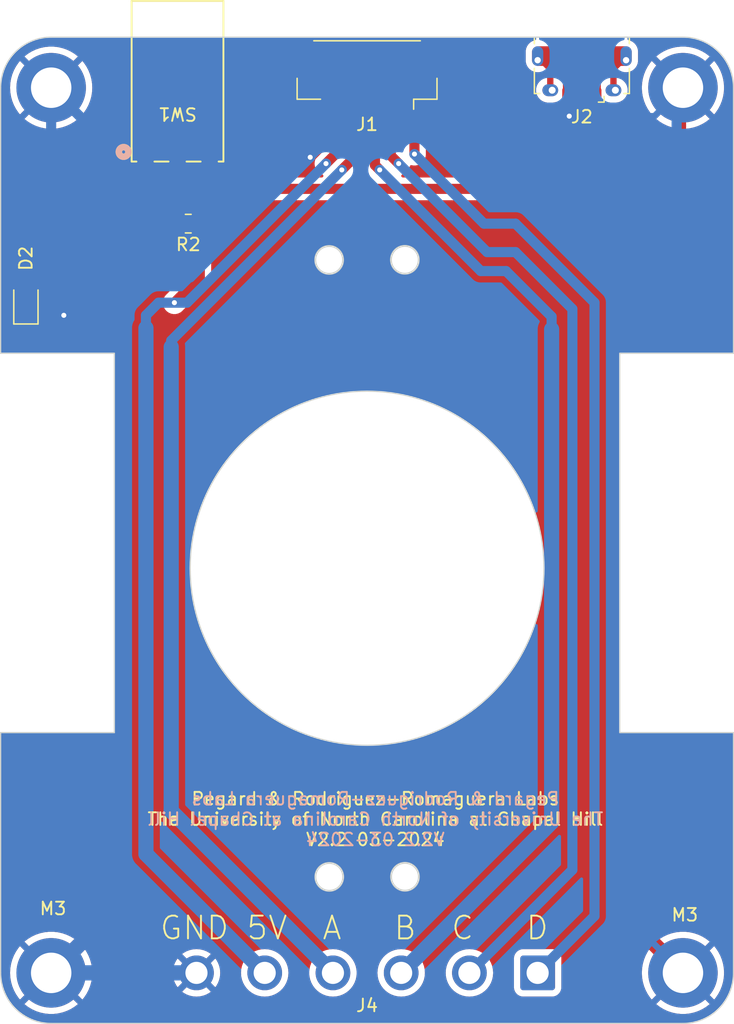
<source format=kicad_pcb>
(kicad_pcb (version 4) (generator "gerbview") (generator_version "8.0")
  (layers (0 F.Cu signal) (31 B.Cu signal) (34 B.Paste user) (35 F.Paste user) (36 B.SilkS user) (37 F.SilkS user) (38 B.Mask user) (39 F.Mask user) (44 Edge.Cuts user))
  (gr_line (start 162.21952 105.18982) (end 162.21952 104.18982) (layer B.SilkS) (width 0.15))
  (gr_line (start 162.21952 104.18982) (end 161.83857 104.18982) (layer B.SilkS) (width 0.15))
  (gr_line (start 161.83857 104.18982) (end 161.74333 104.23744) (layer B.SilkS) (width 0.15))
  (gr_line (start 161.74333 104.23744) (end 161.69572 104.28506) (layer B.SilkS) (width 0.15))
  (gr_line (start 161.69572 104.28506) (end 161.6481 104.3803) (layer B.SilkS) (width 0.15))
  (gr_line (start 161.6481 104.3803) (end 161.6481 104.52315) (layer B.SilkS) (width 0.15))
  (gr_line (start 161.6481 104.52315) (end 161.69572 104.61839) (layer B.SilkS) (width 0.15))
  (gr_line (start 161.69572 104.61839) (end 161.74333 104.66601) (layer B.SilkS) (width 0.15))
  (gr_line (start 161.74333 104.66601) (end 161.83857 104.71363) (layer B.SilkS) (width 0.15))
  (gr_line (start 161.83857 104.71363) (end 162.21952 104.71363) (layer B.SilkS) (width 0.15))
  (gr_line (start 160.83857 105.1422) (end 160.93381 105.18982) (layer B.SilkS) (width 0.15))
  (gr_line (start 160.93381 105.18982) (end 161.12429 105.18982) (layer B.SilkS) (width 0.15))
  (gr_line (start 161.12429 105.18982) (end 161.21952 105.1422) (layer B.SilkS) (width 0.15))
  (gr_line (start 161.21952 105.1422) (end 161.26714 105.04696) (layer B.SilkS) (width 0.15))
  (gr_line (start 161.26714 105.04696) (end 161.26714 104.66601) (layer B.SilkS) (width 0.15))
  (gr_line (start 161.26714 104.66601) (end 161.21952 104.57077) (layer B.SilkS) (width 0.15))
  (gr_line (start 161.21952 104.57077) (end 161.12429 104.52315) (layer B.SilkS) (width 0.15))
  (gr_line (start 161.12429 104.52315) (end 160.93381 104.52315) (layer B.SilkS) (width 0.15))
  (gr_line (start 160.93381 104.52315) (end 160.83857 104.57077) (layer B.SilkS) (width 0.15))
  (gr_line (start 160.83857 104.57077) (end 160.79095 104.66601) (layer B.SilkS) (width 0.15))
  (gr_line (start 160.79095 104.66601) (end 160.79095 104.76125) (layer B.SilkS) (width 0.15))
  (gr_line (start 160.79095 104.76125) (end 161.26714 104.85649) (layer B.SilkS) (width 0.15))
  (gr_line (start 159.93381 104.52315) (end 159.93381 105.33268) (layer B.SilkS) (width 0.15))
  (gr_line (start 159.93381 105.33268) (end 159.98143 105.42791) (layer B.SilkS) (width 0.15))
  (gr_line (start 159.98143 105.42791) (end 160.02905 105.47553) (layer B.SilkS) (width 0.15))
  (gr_line (start 160.02905 105.47553) (end 160.12429 105.52315) (layer B.SilkS) (width 0.15))
  (gr_line (start 160.12429 105.52315) (end 160.26714 105.52315) (layer B.SilkS) (width 0.15))
  (gr_line (start 160.26714 105.52315) (end 160.36238 105.47553) (layer B.SilkS) (width 0.15))
  (gr_line (start 159.93381 105.1422) (end 160.02905 105.18982) (layer B.SilkS) (width 0.15))
  (gr_line (start 160.02905 105.18982) (end 160.21952 105.18982) (layer B.SilkS) (width 0.15))
  (gr_line (start 160.21952 105.18982) (end 160.31476 105.1422) (layer B.SilkS) (width 0.15))
  (gr_line (start 160.31476 105.1422) (end 160.36238 105.09458) (layer B.SilkS) (width 0.15))
  (gr_line (start 160.36238 105.09458) (end 160.41 104.99934) (layer B.SilkS) (width 0.15))
  (gr_line (start 160.41 104.99934) (end 160.41 104.71363) (layer B.SilkS) (width 0.15))
  (gr_line (start 160.41 104.71363) (end 160.36238 104.61839) (layer B.SilkS) (width 0.15))
  (gr_line (start 160.36238 104.61839) (end 160.31476 104.57077) (layer B.SilkS) (width 0.15))
  (gr_line (start 160.31476 104.57077) (end 160.21952 104.52315) (layer B.SilkS) (width 0.15))
  (gr_line (start 160.21952 104.52315) (end 160.02905 104.52315) (layer B.SilkS) (width 0.15))
  (gr_line (start 160.02905 104.52315) (end 159.93381 104.57077) (layer B.SilkS) (width 0.15))
  (gr_line (start 159.02905 105.18982) (end 159.02905 104.66601) (layer B.SilkS) (width 0.15))
  (gr_line (start 159.02905 104.66601) (end 159.07667 104.57077) (layer B.SilkS) (width 0.15))
  (gr_line (start 159.07667 104.57077) (end 159.17191 104.52315) (layer B.SilkS) (width 0.15))
  (gr_line (start 159.17191 104.52315) (end 159.36238 104.52315) (layer B.SilkS) (width 0.15))
  (gr_line (start 159.36238 104.52315) (end 159.45762 104.57077) (layer B.SilkS) (width 0.15))
  (gr_line (start 159.02905 105.1422) (end 159.12429 105.18982) (layer B.SilkS) (width 0.15))
  (gr_line (start 159.12429 105.18982) (end 159.36238 105.18982) (layer B.SilkS) (width 0.15))
  (gr_line (start 159.36238 105.18982) (end 159.45762 105.1422) (layer B.SilkS) (width 0.15))
  (gr_line (start 159.45762 105.1422) (end 159.50524 105.04696) (layer B.SilkS) (width 0.15))
  (gr_line (start 159.50524 105.04696) (end 159.50524 104.95172) (layer B.SilkS) (width 0.15))
  (gr_line (start 159.50524 104.95172) (end 159.45762 104.85649) (layer B.SilkS) (width 0.15))
  (gr_line (start 159.45762 104.85649) (end 159.36238 104.80887) (layer B.SilkS) (width 0.15))
  (gr_line (start 159.36238 104.80887) (end 159.12429 104.80887) (layer B.SilkS) (width 0.15))
  (gr_line (start 159.12429 104.80887) (end 159.02905 104.76125) (layer B.SilkS) (width 0.15))
  (gr_line (start 158.55286 105.18982) (end 158.55286 104.52315) (layer B.SilkS) (width 0.15))
  (gr_line (start 158.55286 104.71363) (end 158.50524 104.61839) (layer B.SilkS) (width 0.15))
  (gr_line (start 158.50524 104.61839) (end 158.45762 104.57077) (layer B.SilkS) (width 0.15))
  (gr_line (start 158.45762 104.57077) (end 158.36238 104.52315) (layer B.SilkS) (width 0.15))
  (gr_line (start 158.36238 104.52315) (end 158.26714 104.52315) (layer B.SilkS) (width 0.15))
  (gr_line (start 157.50524 105.18982) (end 157.50524 104.18982) (layer B.SilkS) (width 0.15))
  (gr_line (start 157.50524 105.1422) (end 157.60048 105.18982) (layer B.SilkS) (width 0.15))
  (gr_line (start 157.60048 105.18982) (end 157.79095 105.18982) (layer B.SilkS) (width 0.15))
  (gr_line (start 157.79095 105.18982) (end 157.88619 105.1422) (layer B.SilkS) (width 0.15))
  (gr_line (start 157.88619 105.1422) (end 157.93381 105.09458) (layer B.SilkS) (width 0.15))
  (gr_line (start 157.93381 105.09458) (end 157.98143 104.99934) (layer B.SilkS) (width 0.15))
  (gr_line (start 157.98143 104.99934) (end 157.98143 104.71363) (layer B.SilkS) (width 0.15))
  (gr_line (start 157.98143 104.71363) (end 157.93381 104.61839) (layer B.SilkS) (width 0.15))
  (gr_line (start 157.93381 104.61839) (end 157.88619 104.57077) (layer B.SilkS) (width 0.15))
  (gr_line (start 157.88619 104.57077) (end 157.79095 104.52315) (layer B.SilkS) (width 0.15))
  (gr_line (start 157.79095 104.52315) (end 157.60048 104.52315) (layer B.SilkS) (width 0.15))
  (gr_line (start 157.60048 104.52315) (end 157.50524 104.57077) (layer B.SilkS) (width 0.15))
  (gr_line (start 155.45762 105.18982) (end 155.50524 105.18982) (layer B.SilkS) (width 0.15))
  (gr_line (start 155.50524 105.18982) (end 155.60048 105.1422) (layer B.SilkS) (width 0.15))
  (gr_line (start 155.60048 105.1422) (end 155.74333 104.99934) (layer B.SilkS) (width 0.15))
  (gr_line (start 155.74333 104.99934) (end 155.98143 104.71363) (layer B.SilkS) (width 0.15))
  (gr_line (start 155.98143 104.71363) (end 156.07667 104.57077) (layer B.SilkS) (width 0.15))
  (gr_line (start 156.07667 104.57077) (end 156.12429 104.42791) (layer B.SilkS) (width 0.15))
  (gr_line (start 156.12429 104.42791) (end 156.12429 104.33268) (layer B.SilkS) (width 0.15))
  (gr_line (start 156.12429 104.33268) (end 156.07667 104.23744) (layer B.SilkS) (width 0.15))
  (gr_line (start 156.07667 104.23744) (end 155.98143 104.18982) (layer B.SilkS) (width 0.15))
  (gr_line (start 155.98143 104.18982) (end 155.93381 104.18982) (layer B.SilkS) (width 0.15))
  (gr_line (start 155.93381 104.18982) (end 155.83857 104.23744) (layer B.SilkS) (width 0.15))
  (gr_line (start 155.83857 104.23744) (end 155.79095 104.33268) (layer B.SilkS) (width 0.15))
  (gr_line (start 155.79095 104.33268) (end 155.79095 104.3803) (layer B.SilkS) (width 0.15))
  (gr_line (start 155.79095 104.3803) (end 155.83857 104.47553) (layer B.SilkS) (width 0.15))
  (gr_line (start 155.83857 104.47553) (end 155.88619 104.52315) (layer B.SilkS) (width 0.15))
  (gr_line (start 155.88619 104.52315) (end 156.1719 104.71363) (layer B.SilkS) (width 0.15))
  (gr_line (start 156.1719 104.71363) (end 156.21952 104.76125) (layer B.SilkS) (width 0.15))
  (gr_line (start 156.21952 104.76125) (end 156.26714 104.85649) (layer B.SilkS) (width 0.15))
  (gr_line (start 156.26714 104.85649) (end 156.26714 104.99934) (layer B.SilkS) (width 0.15))
  (gr_line (start 156.26714 104.99934) (end 156.21952 105.09458) (layer B.SilkS) (width 0.15))
  (gr_line (start 156.21952 105.09458) (end 156.1719 105.1422) (layer B.SilkS) (width 0.15))
  (gr_line (start 156.1719 105.1422) (end 156.07667 105.18982) (layer B.SilkS) (width 0.15))
  (gr_line (start 156.07667 105.18982) (end 155.93381 105.18982) (layer B.SilkS) (width 0.15))
  (gr_line (start 155.93381 105.18982) (end 155.83857 105.1422) (layer B.SilkS) (width 0.15))
  (gr_line (start 155.83857 105.1422) (end 155.79095 105.09458) (layer B.SilkS) (width 0.15))
  (gr_line (start 155.79095 105.09458) (end 155.6481 104.9041) (layer B.SilkS) (width 0.15))
  (gr_line (start 155.6481 104.9041) (end 155.60048 104.76125) (layer B.SilkS) (width 0.15))
  (gr_line (start 155.60048 104.76125) (end 155.60048 104.66601) (layer B.SilkS) (width 0.15))
  (gr_line (start 153.69571 105.18982) (end 154.02905 104.71363) (layer B.SilkS) (width 0.15))
  (gr_line (start 154.26714 105.18982) (end 154.26714 104.18982) (layer B.SilkS) (width 0.15))
  (gr_line (start 154.26714 104.18982) (end 153.88619 104.18982) (layer B.SilkS) (width 0.15))
  (gr_line (start 153.88619 104.18982) (end 153.79095 104.23744) (layer B.SilkS) (width 0.15))
  (gr_line (start 153.79095 104.23744) (end 153.74333 104.28506) (layer B.SilkS) (width 0.15))
  (gr_line (start 153.74333 104.28506) (end 153.69571 104.3803) (layer B.SilkS) (width 0.15))
  (gr_line (start 153.69571 104.3803) (end 153.69571 104.52315) (layer B.SilkS) (width 0.15))
  (gr_line (start 153.69571 104.52315) (end 153.74333 104.61839) (layer B.SilkS) (width 0.15))
  (gr_line (start 153.74333 104.61839) (end 153.79095 104.66601) (layer B.SilkS) (width 0.15))
  (gr_line (start 153.79095 104.66601) (end 153.88619 104.71363) (layer B.SilkS) (width 0.15))
  (gr_line (start 153.88619 104.71363) (end 154.26714 104.71363) (layer B.SilkS) (width 0.15))
  (gr_line (start 153.12429 105.18982) (end 153.21952 105.1422) (layer B.SilkS) (width 0.15))
  (gr_line (start 153.21952 105.1422) (end 153.26714 105.09458) (layer B.SilkS) (width 0.15))
  (gr_line (start 153.26714 105.09458) (end 153.31476 104.99934) (layer B.SilkS) (width 0.15))
  (gr_line (start 153.31476 104.99934) (end 153.31476 104.71363) (layer B.SilkS) (width 0.15))
  (gr_line (start 153.31476 104.71363) (end 153.26714 104.61839) (layer B.SilkS) (width 0.15))
  (gr_line (start 153.26714 104.61839) (end 153.21952 104.57077) (layer B.SilkS) (width 0.15))
  (gr_line (start 153.21952 104.57077) (end 153.12429 104.52315) (layer B.SilkS) (width 0.15))
  (gr_line (start 153.12429 104.52315) (end 152.98143 104.52315) (layer B.SilkS) (width 0.15))
  (gr_line (start 152.98143 104.52315) (end 152.88619 104.57077) (layer B.SilkS) (width 0.15))
  (gr_line (start 152.88619 104.57077) (end 152.83857 104.61839) (layer B.SilkS) (width 0.15))
  (gr_line (start 152.83857 104.61839) (end 152.79095 104.71363) (layer B.SilkS) (width 0.15))
  (gr_line (start 152.79095 104.71363) (end 152.79095 104.99934) (layer B.SilkS) (width 0.15))
  (gr_line (start 152.79095 104.99934) (end 152.83857 105.09458) (layer B.SilkS) (width 0.15))
  (gr_line (start 152.83857 105.09458) (end 152.88619 105.1422) (layer B.SilkS) (width 0.15))
  (gr_line (start 152.88619 105.1422) (end 152.98143 105.18982) (layer B.SilkS) (width 0.15))
  (gr_line (start 152.98143 105.18982) (end 153.12429 105.18982) (layer B.SilkS) (width 0.15))
  (gr_line (start 151.93381 105.18982) (end 151.93381 104.18982) (layer B.SilkS) (width 0.15))
  (gr_line (start 151.93381 105.1422) (end 152.02905 105.18982) (layer B.SilkS) (width 0.15))
  (gr_line (start 152.02905 105.18982) (end 152.21952 105.18982) (layer B.SilkS) (width 0.15))
  (gr_line (start 152.21952 105.18982) (end 152.31476 105.1422) (layer B.SilkS) (width 0.15))
  (gr_line (start 152.31476 105.1422) (end 152.36238 105.09458) (layer B.SilkS) (width 0.15))
  (gr_line (start 152.36238 105.09458) (end 152.41 104.99934) (layer B.SilkS) (width 0.15))
  (gr_line (start 152.41 104.99934) (end 152.41 104.71363) (layer B.SilkS) (width 0.15))
  (gr_line (start 152.41 104.71363) (end 152.36238 104.61839) (layer B.SilkS) (width 0.15))
  (gr_line (start 152.36238 104.61839) (end 152.31476 104.57077) (layer B.SilkS) (width 0.15))
  (gr_line (start 152.31476 104.57077) (end 152.21952 104.52315) (layer B.SilkS) (width 0.15))
  (gr_line (start 152.21952 104.52315) (end 152.02905 104.52315) (layer B.SilkS) (width 0.15))
  (gr_line (start 152.02905 104.52315) (end 151.93381 104.57077) (layer B.SilkS) (width 0.15))
  (gr_line (start 151.45762 105.18982) (end 151.45762 104.52315) (layer B.SilkS) (width 0.15))
  (gr_line (start 151.45762 104.71363) (end 151.41 104.61839) (layer B.SilkS) (width 0.15))
  (gr_line (start 151.41 104.61839) (end 151.36238 104.57077) (layer B.SilkS) (width 0.15))
  (gr_line (start 151.36238 104.57077) (end 151.26714 104.52315) (layer B.SilkS) (width 0.15))
  (gr_line (start 151.26714 104.52315) (end 151.1719 104.52315) (layer B.SilkS) (width 0.15))
  (gr_line (start 150.83857 105.18982) (end 150.83857 104.52315) (layer B.SilkS) (width 0.15))
  (gr_line (start 150.83857 104.18982) (end 150.88619 104.23744) (layer B.SilkS) (width 0.15))
  (gr_line (start 150.88619 104.23744) (end 150.83857 104.28506) (layer B.SilkS) (width 0.15))
  (gr_line (start 150.83857 104.28506) (end 150.79095 104.23744) (layer B.SilkS) (width 0.15))
  (gr_line (start 150.79095 104.23744) (end 150.83857 104.18982) (layer B.SilkS) (width 0.15))
  (gr_line (start 150.83857 104.18982) (end 150.83857 104.28506) (layer B.SilkS) (width 0.15))
  (gr_line (start 149.93381 104.52315) (end 149.93381 105.33268) (layer B.SilkS) (width 0.15))
  (gr_line (start 149.93381 105.33268) (end 149.98143 105.42791) (layer B.SilkS) (width 0.15))
  (gr_line (start 149.98143 105.42791) (end 150.02905 105.47553) (layer B.SilkS) (width 0.15))
  (gr_line (start 150.02905 105.47553) (end 150.12429 105.52315) (layer B.SilkS) (width 0.15))
  (gr_line (start 150.12429 105.52315) (end 150.26714 105.52315) (layer B.SilkS) (width 0.15))
  (gr_line (start 150.26714 105.52315) (end 150.36238 105.47553) (layer B.SilkS) (width 0.15))
  (gr_line (start 149.93381 105.1422) (end 150.02905 105.18982) (layer B.SilkS) (width 0.15))
  (gr_line (start 150.02905 105.18982) (end 150.21952 105.18982) (layer B.SilkS) (width 0.15))
  (gr_line (start 150.21952 105.18982) (end 150.31476 105.1422) (layer B.SilkS) (width 0.15))
  (gr_line (start 150.31476 105.1422) (end 150.36238 105.09458) (layer B.SilkS) (width 0.15))
  (gr_line (start 150.36238 105.09458) (end 150.41 104.99934) (layer B.SilkS) (width 0.15))
  (gr_line (start 150.41 104.99934) (end 150.41 104.71363) (layer B.SilkS) (width 0.15))
  (gr_line (start 150.41 104.71363) (end 150.36238 104.61839) (layer B.SilkS) (width 0.15))
  (gr_line (start 150.36238 104.61839) (end 150.31476 104.57077) (layer B.SilkS) (width 0.15))
  (gr_line (start 150.31476 104.57077) (end 150.21952 104.52315) (layer B.SilkS) (width 0.15))
  (gr_line (start 150.21952 104.52315) (end 150.02905 104.52315) (layer B.SilkS) (width 0.15))
  (gr_line (start 150.02905 104.52315) (end 149.93381 104.57077) (layer B.SilkS) (width 0.15))
  (gr_line (start 149.02905 104.52315) (end 149.02905 105.18982) (layer B.SilkS) (width 0.15))
  (gr_line (start 149.45762 104.52315) (end 149.45762 105.04696) (layer B.SilkS) (width 0.15))
  (gr_line (start 149.45762 105.04696) (end 149.41 105.1422) (layer B.SilkS) (width 0.15))
  (gr_line (start 149.41 105.1422) (end 149.31476 105.18982) (layer B.SilkS) (width 0.15))
  (gr_line (start 149.31476 105.18982) (end 149.1719 105.18982) (layer B.SilkS) (width 0.15))
  (gr_line (start 149.1719 105.18982) (end 149.07667 105.1422) (layer B.SilkS) (width 0.15))
  (gr_line (start 149.07667 105.1422) (end 149.02905 105.09458) (layer B.SilkS) (width 0.15))
  (gr_line (start 148.1719 105.1422) (end 148.26714 105.18982) (layer B.SilkS) (width 0.15))
  (gr_line (start 148.26714 105.18982) (end 148.45762 105.18982) (layer B.SilkS) (width 0.15))
  (gr_line (start 148.45762 105.18982) (end 148.55286 105.1422) (layer B.SilkS) (width 0.15))
  (gr_line (start 148.55286 105.1422) (end 148.60048 105.04696) (layer B.SilkS) (width 0.15))
  (gr_line (start 148.60048 105.04696) (end 148.60048 104.66601) (layer B.SilkS) (width 0.15))
  (gr_line (start 148.60048 104.66601) (end 148.55286 104.57077) (layer B.SilkS) (width 0.15))
  (gr_line (start 148.55286 104.57077) (end 148.45762 104.52315) (layer B.SilkS) (width 0.15))
  (gr_line (start 148.45762 104.52315) (end 148.26714 104.52315) (layer B.SilkS) (width 0.15))
  (gr_line (start 148.26714 104.52315) (end 148.1719 104.57077) (layer B.SilkS) (width 0.15))
  (gr_line (start 148.1719 104.57077) (end 148.12429 104.66601) (layer B.SilkS) (width 0.15))
  (gr_line (start 148.12429 104.66601) (end 148.12429 104.76125) (layer B.SilkS) (width 0.15))
  (gr_line (start 148.12429 104.76125) (end 148.60048 104.85649) (layer B.SilkS) (width 0.15))
  (gr_line (start 147.79095 104.52315) (end 147.26714 104.52315) (layer B.SilkS) (width 0.15))
  (gr_line (start 147.26714 104.52315) (end 147.79095 105.18982) (layer B.SilkS) (width 0.15))
  (gr_line (start 147.79095 105.18982) (end 147.26714 105.18982) (layer B.SilkS) (width 0.15))
  (gr_line (start 146.88619 104.80887) (end 146.12429 104.80887) (layer B.SilkS) (width 0.15))
  (gr_line (start 145.07667 105.18982) (end 145.41 104.71363) (layer B.SilkS) (width 0.15))
  (gr_line (start 145.64809 105.18982) (end 145.64809 104.18982) (layer B.SilkS) (width 0.15))
  (gr_line (start 145.64809 104.18982) (end 145.26714 104.18982) (layer B.SilkS) (width 0.15))
  (gr_line (start 145.26714 104.18982) (end 145.1719 104.23744) (layer B.SilkS) (width 0.15))
  (gr_line (start 145.1719 104.23744) (end 145.12429 104.28506) (layer B.SilkS) (width 0.15))
  (gr_line (start 145.12429 104.28506) (end 145.07667 104.3803) (layer B.SilkS) (width 0.15))
  (gr_line (start 145.07667 104.3803) (end 145.07667 104.52315) (layer B.SilkS) (width 0.15))
  (gr_line (start 145.07667 104.52315) (end 145.12429 104.61839) (layer B.SilkS) (width 0.15))
  (gr_line (start 145.12429 104.61839) (end 145.1719 104.66601) (layer B.SilkS) (width 0.15))
  (gr_line (start 145.1719 104.66601) (end 145.26714 104.71363) (layer B.SilkS) (width 0.15))
  (gr_line (start 145.26714 104.71363) (end 145.64809 104.71363) (layer B.SilkS) (width 0.15))
  (gr_line (start 144.50524 105.18982) (end 144.60048 105.1422) (layer B.SilkS) (width 0.15))
  (gr_line (start 144.60048 105.1422) (end 144.64809 105.09458) (layer B.SilkS) (width 0.15))
  (gr_line (start 144.64809 105.09458) (end 144.69571 104.99934) (layer B.SilkS) (width 0.15))
  (gr_line (start 144.69571 104.99934) (end 144.69571 104.71363) (layer B.SilkS) (width 0.15))
  (gr_line (start 144.69571 104.71363) (end 144.64809 104.61839) (layer B.SilkS) (width 0.15))
  (gr_line (start 144.64809 104.61839) (end 144.60048 104.57077) (layer B.SilkS) (width 0.15))
  (gr_line (start 144.60048 104.57077) (end 144.50524 104.52315) (layer B.SilkS) (width 0.15))
  (gr_line (start 144.50524 104.52315) (end 144.36238 104.52315) (layer B.SilkS) (width 0.15))
  (gr_line (start 144.36238 104.52315) (end 144.26714 104.57077) (layer B.SilkS) (width 0.15))
  (gr_line (start 144.26714 104.57077) (end 144.21952 104.61839) (layer B.SilkS) (width 0.15))
  (gr_line (start 144.21952 104.61839) (end 144.1719 104.71363) (layer B.SilkS) (width 0.15))
  (gr_line (start 144.1719 104.71363) (end 144.1719 104.99934) (layer B.SilkS) (width 0.15))
  (gr_line (start 144.1719 104.99934) (end 144.21952 105.09458) (layer B.SilkS) (width 0.15))
  (gr_line (start 144.21952 105.09458) (end 144.26714 105.1422) (layer B.SilkS) (width 0.15))
  (gr_line (start 144.26714 105.1422) (end 144.36238 105.18982) (layer B.SilkS) (width 0.15))
  (gr_line (start 144.36238 105.18982) (end 144.50524 105.18982) (layer B.SilkS) (width 0.15))
  (gr_line (start 143.74333 105.18982) (end 143.74333 104.52315) (layer B.SilkS) (width 0.15))
  (gr_line (start 143.74333 104.61839) (end 143.69571 104.57077) (layer B.SilkS) (width 0.15))
  (gr_line (start 143.69571 104.57077) (end 143.60048 104.52315) (layer B.SilkS) (width 0.15))
  (gr_line (start 143.60048 104.52315) (end 143.45762 104.52315) (layer B.SilkS) (width 0.15))
  (gr_line (start 143.45762 104.52315) (end 143.36238 104.57077) (layer B.SilkS) (width 0.15))
  (gr_line (start 143.36238 104.57077) (end 143.31476 104.66601) (layer B.SilkS) (width 0.15))
  (gr_line (start 143.31476 104.66601) (end 143.31476 105.18982) (layer B.SilkS) (width 0.15))
  (gr_line (start 143.31476 104.66601) (end 143.26714 104.57077) (layer B.SilkS) (width 0.15))
  (gr_line (start 143.26714 104.57077) (end 143.1719 104.52315) (layer B.SilkS) (width 0.15))
  (gr_line (start 143.1719 104.52315) (end 143.02905 104.52315) (layer B.SilkS) (width 0.15))
  (gr_line (start 143.02905 104.52315) (end 142.93381 104.57077) (layer B.SilkS) (width 0.15))
  (gr_line (start 142.93381 104.57077) (end 142.88619 104.66601) (layer B.SilkS) (width 0.15))
  (gr_line (start 142.88619 104.66601) (end 142.88619 105.18982) (layer B.SilkS) (width 0.15))
  (gr_line (start 141.98143 105.18982) (end 141.98143 104.66601) (layer B.SilkS) (width 0.15))
  (gr_line (start 141.98143 104.66601) (end 142.02905 104.57077) (layer B.SilkS) (width 0.15))
  (gr_line (start 142.02905 104.57077) (end 142.12429 104.52315) (layer B.SilkS) (width 0.15))
  (gr_line (start 142.12429 104.52315) (end 142.31476 104.52315) (layer B.SilkS) (width 0.15))
  (gr_line (start 142.31476 104.52315) (end 142.41 104.57077) (layer B.SilkS) (width 0.15))
  (gr_line (start 141.98143 105.1422) (end 142.07667 105.18982) (layer B.SilkS) (width 0.15))
  (gr_line (start 142.07667 105.18982) (end 142.31476 105.18982) (layer B.SilkS) (width 0.15))
  (gr_line (start 142.31476 105.18982) (end 142.41 105.1422) (layer B.SilkS) (width 0.15))
  (gr_line (start 142.41 105.1422) (end 142.45762 105.04696) (layer B.SilkS) (width 0.15))
  (gr_line (start 142.45762 105.04696) (end 142.45762 104.95172) (layer B.SilkS) (width 0.15))
  (gr_line (start 142.45762 104.95172) (end 142.41 104.85649) (layer B.SilkS) (width 0.15))
  (gr_line (start 142.41 104.85649) (end 142.31476 104.80887) (layer B.SilkS) (width 0.15))
  (gr_line (start 142.31476 104.80887) (end 142.07667 104.80887) (layer B.SilkS) (width 0.15))
  (gr_line (start 142.07667 104.80887) (end 141.98143 104.76125) (layer B.SilkS) (width 0.15))
  (gr_line (start 141.07667 104.52315) (end 141.07667 105.33268) (layer B.SilkS) (width 0.15))
  (gr_line (start 141.07667 105.33268) (end 141.12429 105.42791) (layer B.SilkS) (width 0.15))
  (gr_line (start 141.12429 105.42791) (end 141.1719 105.47553) (layer B.SilkS) (width 0.15))
  (gr_line (start 141.1719 105.47553) (end 141.26714 105.52315) (layer B.SilkS) (width 0.15))
  (gr_line (start 141.26714 105.52315) (end 141.41 105.52315) (layer B.SilkS) (width 0.15))
  (gr_line (start 141.41 105.52315) (end 141.50524 105.47553) (layer B.SilkS) (width 0.15))
  (gr_line (start 141.07667 105.1422) (end 141.1719 105.18982) (layer B.SilkS) (width 0.15))
  (gr_line (start 141.1719 105.18982) (end 141.36238 105.18982) (layer B.SilkS) (width 0.15))
  (gr_line (start 141.36238 105.18982) (end 141.45762 105.1422) (layer B.SilkS) (width 0.15))
  (gr_line (start 141.45762 105.1422) (end 141.50524 105.09458) (layer B.SilkS) (width 0.15))
  (gr_line (start 141.50524 105.09458) (end 141.55286 104.99934) (layer B.SilkS) (width 0.15))
  (gr_line (start 141.55286 104.99934) (end 141.55286 104.71363) (layer B.SilkS) (width 0.15))
  (gr_line (start 141.55286 104.71363) (end 141.50524 104.61839) (layer B.SilkS) (width 0.15))
  (gr_line (start 141.50524 104.61839) (end 141.45762 104.57077) (layer B.SilkS) (width 0.15))
  (gr_line (start 141.45762 104.57077) (end 141.36238 104.52315) (layer B.SilkS) (width 0.15))
  (gr_line (start 141.36238 104.52315) (end 141.1719 104.52315) (layer B.SilkS) (width 0.15))
  (gr_line (start 141.1719 104.52315) (end 141.07667 104.57077) (layer B.SilkS) (width 0.15))
  (gr_line (start 140.1719 104.52315) (end 140.1719 105.18982) (layer B.SilkS) (width 0.15))
  (gr_line (start 140.60048 104.52315) (end 140.60048 105.04696) (layer B.SilkS) (width 0.15))
  (gr_line (start 140.60048 105.04696) (end 140.55286 105.1422) (layer B.SilkS) (width 0.15))
  (gr_line (start 140.55286 105.1422) (end 140.45762 105.18982) (layer B.SilkS) (width 0.15))
  (gr_line (start 140.45762 105.18982) (end 140.31476 105.18982) (layer B.SilkS) (width 0.15))
  (gr_line (start 140.31476 105.18982) (end 140.21952 105.1422) (layer B.SilkS) (width 0.15))
  (gr_line (start 140.21952 105.1422) (end 140.1719 105.09458) (layer B.SilkS) (width 0.15))
  (gr_line (start 139.31476 105.1422) (end 139.41 105.18982) (layer B.SilkS) (width 0.15))
  (gr_line (start 139.41 105.18982) (end 139.60048 105.18982) (layer B.SilkS) (width 0.15))
  (gr_line (start 139.60048 105.18982) (end 139.69571 105.1422) (layer B.SilkS) (width 0.15))
  (gr_line (start 139.69571 105.1422) (end 139.74333 105.04696) (layer B.SilkS) (width 0.15))
  (gr_line (start 139.74333 105.04696) (end 139.74333 104.66601) (layer B.SilkS) (width 0.15))
  (gr_line (start 139.74333 104.66601) (end 139.69571 104.57077) (layer B.SilkS) (width 0.15))
  (gr_line (start 139.69571 104.57077) (end 139.60048 104.52315) (layer B.SilkS) (width 0.15))
  (gr_line (start 139.60048 104.52315) (end 139.41 104.52315) (layer B.SilkS) (width 0.15))
  (gr_line (start 139.41 104.52315) (end 139.31476 104.57077) (layer B.SilkS) (width 0.15))
  (gr_line (start 139.31476 104.57077) (end 139.26714 104.66601) (layer B.SilkS) (width 0.15))
  (gr_line (start 139.26714 104.66601) (end 139.26714 104.76125) (layer B.SilkS) (width 0.15))
  (gr_line (start 139.26714 104.76125) (end 139.74333 104.85649) (layer B.SilkS) (width 0.15))
  (gr_line (start 138.83857 105.18982) (end 138.83857 104.52315) (layer B.SilkS) (width 0.15))
  (gr_line (start 138.83857 104.71363) (end 138.79095 104.61839) (layer B.SilkS) (width 0.15))
  (gr_line (start 138.79095 104.61839) (end 138.74333 104.57077) (layer B.SilkS) (width 0.15))
  (gr_line (start 138.74333 104.57077) (end 138.64809 104.52315) (layer B.SilkS) (width 0.15))
  (gr_line (start 138.64809 104.52315) (end 138.55286 104.52315) (layer B.SilkS) (width 0.15))
  (gr_line (start 137.79095 105.18982) (end 137.79095 104.66601) (layer B.SilkS) (width 0.15))
  (gr_line (start 137.79095 104.66601) (end 137.83857 104.57077) (layer B.SilkS) (width 0.15))
  (gr_line (start 137.83857 104.57077) (end 137.93381 104.52315) (layer B.SilkS) (width 0.15))
  (gr_line (start 137.93381 104.52315) (end 138.12428 104.52315) (layer B.SilkS) (width 0.15))
  (gr_line (start 138.12428 104.52315) (end 138.21952 104.57077) (layer B.SilkS) (width 0.15))
  (gr_line (start 137.79095 105.1422) (end 137.88619 105.18982) (layer B.SilkS) (width 0.15))
  (gr_line (start 137.88619 105.18982) (end 138.12428 105.18982) (layer B.SilkS) (width 0.15))
  (gr_line (start 138.12428 105.18982) (end 138.21952 105.1422) (layer B.SilkS) (width 0.15))
  (gr_line (start 138.21952 105.1422) (end 138.26714 105.04696) (layer B.SilkS) (width 0.15))
  (gr_line (start 138.26714 105.04696) (end 138.26714 104.95172) (layer B.SilkS) (width 0.15))
  (gr_line (start 138.26714 104.95172) (end 138.21952 104.85649) (layer B.SilkS) (width 0.15))
  (gr_line (start 138.21952 104.85649) (end 138.12428 104.80887) (layer B.SilkS) (width 0.15))
  (gr_line (start 138.12428 104.80887) (end 137.88619 104.80887) (layer B.SilkS) (width 0.15))
  (gr_line (start 137.88619 104.80887) (end 137.79095 104.76125) (layer B.SilkS) (width 0.15))
  (gr_line (start 136.07667 105.18982) (end 136.55286 105.18982) (layer B.SilkS) (width 0.15))
  (gr_line (start 136.55286 105.18982) (end 136.55286 104.18982) (layer B.SilkS) (width 0.15))
  (gr_line (start 135.31476 105.18982) (end 135.31476 104.66601) (layer B.SilkS) (width 0.15))
  (gr_line (start 135.31476 104.66601) (end 135.36238 104.57077) (layer B.SilkS) (width 0.15))
  (gr_line (start 135.36238 104.57077) (end 135.45762 104.52315) (layer B.SilkS) (width 0.15))
  (gr_line (start 135.45762 104.52315) (end 135.64809 104.52315) (layer B.SilkS) (width 0.15))
  (gr_line (start 135.64809 104.52315) (end 135.74333 104.57077) (layer B.SilkS) (width 0.15))
  (gr_line (start 135.31476 105.1422) (end 135.41 105.18982) (layer B.SilkS) (width 0.15))
  (gr_line (start 135.41 105.18982) (end 135.64809 105.18982) (layer B.SilkS) (width 0.15))
  (gr_line (start 135.64809 105.18982) (end 135.74333 105.1422) (layer B.SilkS) (width 0.15))
  (gr_line (start 135.74333 105.1422) (end 135.79095 105.04696) (layer B.SilkS) (width 0.15))
  (gr_line (start 135.79095 105.04696) (end 135.79095 104.95172) (layer B.SilkS) (width 0.15))
  (gr_line (start 135.79095 104.95172) (end 135.74333 104.85649) (layer B.SilkS) (width 0.15))
  (gr_line (start 135.74333 104.85649) (end 135.64809 104.80887) (layer B.SilkS) (width 0.15))
  (gr_line (start 135.64809 104.80887) (end 135.41 104.80887) (layer B.SilkS) (width 0.15))
  (gr_line (start 135.41 104.80887) (end 135.31476 104.76125) (layer B.SilkS) (width 0.15))
  (gr_line (start 134.83857 105.18982) (end 134.83857 104.18982) (layer B.SilkS) (width 0.15))
  (gr_line (start 134.83857 104.57077) (end 134.74333 104.52315) (layer B.SilkS) (width 0.15))
  (gr_line (start 134.74333 104.52315) (end 134.55286 104.52315) (layer B.SilkS) (width 0.15))
  (gr_line (start 134.55286 104.52315) (end 134.45762 104.57077) (layer B.SilkS) (width 0.15))
  (gr_line (start 134.45762 104.57077) (end 134.41 104.61839) (layer B.SilkS) (width 0.15))
  (gr_line (start 134.41 104.61839) (end 134.36238 104.71363) (layer B.SilkS) (width 0.15))
  (gr_line (start 134.36238 104.71363) (end 134.36238 104.99934) (layer B.SilkS) (width 0.15))
  (gr_line (start 134.36238 104.99934) (end 134.41 105.09458) (layer B.SilkS) (width 0.15))
  (gr_line (start 134.41 105.09458) (end 134.45762 105.1422) (layer B.SilkS) (width 0.15))
  (gr_line (start 134.45762 105.1422) (end 134.55286 105.18982) (layer B.SilkS) (width 0.15))
  (gr_line (start 134.55286 105.18982) (end 134.74333 105.18982) (layer B.SilkS) (width 0.15))
  (gr_line (start 134.74333 105.18982) (end 134.83857 105.1422) (layer B.SilkS) (width 0.15))
  (gr_line (start 133.98143 105.1422) (end 133.88619 105.18982) (layer B.SilkS) (width 0.15))
  (gr_line (start 133.88619 105.18982) (end 133.69571 105.18982) (layer B.SilkS) (width 0.15))
  (gr_line (start 133.69571 105.18982) (end 133.60047 105.1422) (layer B.SilkS) (width 0.15))
  (gr_line (start 133.60047 105.1422) (end 133.55286 105.04696) (layer B.SilkS) (width 0.15))
  (gr_line (start 133.55286 105.04696) (end 133.55286 104.99934) (layer B.SilkS) (width 0.15))
  (gr_line (start 133.55286 104.99934) (end 133.60047 104.9041) (layer B.SilkS) (width 0.15))
  (gr_line (start 133.60047 104.9041) (end 133.69571 104.85649) (layer B.SilkS) (width 0.15))
  (gr_line (start 133.69571 104.85649) (end 133.83857 104.85649) (layer B.SilkS) (width 0.15))
  (gr_line (start 133.83857 104.85649) (end 133.93381 104.80887) (layer B.SilkS) (width 0.15))
  (gr_line (start 133.93381 104.80887) (end 133.98143 104.71363) (layer B.SilkS) (width 0.15))
  (gr_line (start 133.98143 104.71363) (end 133.98143 104.66601) (layer B.SilkS) (width 0.15))
  (gr_line (start 133.98143 104.66601) (end 133.93381 104.57077) (layer B.SilkS) (width 0.15))
  (gr_line (start 133.93381 104.57077) (end 133.83857 104.52315) (layer B.SilkS) (width 0.15))
  (gr_line (start 133.83857 104.52315) (end 133.69571 104.52315) (layer B.SilkS) (width 0.15))
  (gr_line (start 133.69571 104.52315) (end 133.60047 104.57077) (layer B.SilkS) (width 0.15))
  (gr_line (start 165.83857 105.79982) (end 165.26715 105.79982) (layer B.SilkS) (width 0.15))
  (gr_line (start 165.55286 106.79982) (end 165.55286 105.79982) (layer B.SilkS) (width 0.15))
  (gr_line (start 164.93381 106.79982) (end 164.93381 105.79982) (layer B.SilkS) (width 0.15))
  (gr_line (start 164.50524 106.79982) (end 164.50524 106.27601) (layer B.SilkS) (width 0.15))
  (gr_line (start 164.50524 106.27601) (end 164.55286 106.18077) (layer B.SilkS) (width 0.15))
  (gr_line (start 164.55286 106.18077) (end 164.6481 106.13315) (layer B.SilkS) (width 0.15))
  (gr_line (start 164.6481 106.13315) (end 164.79096 106.13315) (layer B.SilkS) (width 0.15))
  (gr_line (start 164.79096 106.13315) (end 164.88619 106.18077) (layer B.SilkS) (width 0.15))
  (gr_line (start 164.88619 106.18077) (end 164.93381 106.22839) (layer B.SilkS) (width 0.15))
  (gr_line (start 163.6481 106.7522) (end 163.74334 106.79982) (layer B.SilkS) (width 0.15))
  (gr_line (start 163.74334 106.79982) (end 163.93381 106.79982) (layer B.SilkS) (width 0.15))
  (gr_line (start 163.93381 106.79982) (end 164.02905 106.7522) (layer B.SilkS) (width 0.15))
  (gr_line (start 164.02905 106.7522) (end 164.07667 106.65696) (layer B.SilkS) (width 0.15))
  (gr_line (start 164.07667 106.65696) (end 164.07667 106.27601) (layer B.SilkS) (width 0.15))
  (gr_line (start 164.07667 106.27601) (end 164.02905 106.18077) (layer B.SilkS) (width 0.15))
  (gr_line (start 164.02905 106.18077) (end 163.93381 106.13315) (layer B.SilkS) (width 0.15))
  (gr_line (start 163.93381 106.13315) (end 163.74334 106.13315) (layer B.SilkS) (width 0.15))
  (gr_line (start 163.74334 106.13315) (end 163.6481 106.18077) (layer B.SilkS) (width 0.15))
  (gr_line (start 163.6481 106.18077) (end 163.60048 106.27601) (layer B.SilkS) (width 0.15))
  (gr_line (start 163.60048 106.27601) (end 163.60048 106.37125) (layer B.SilkS) (width 0.15))
  (gr_line (start 163.60048 106.37125) (end 164.07667 106.46649) (layer B.SilkS) (width 0.15))
  (gr_line (start 162.41 105.79982) (end 162.41 106.60934) (layer B.SilkS) (width 0.15))
  (gr_line (start 162.41 106.60934) (end 162.36238 106.70458) (layer B.SilkS) (width 0.15))
  (gr_line (start 162.36238 106.70458) (end 162.31476 106.7522) (layer B.SilkS) (width 0.15))
  (gr_line (start 162.31476 106.7522) (end 162.21953 106.79982) (layer B.SilkS) (width 0.15))
  (gr_line (start 162.21953 106.79982) (end 162.02905 106.79982) (layer B.SilkS) (width 0.15))
  (gr_line (start 162.02905 106.79982) (end 161.93381 106.7522) (layer B.SilkS) (width 0.15))
  (gr_line (start 161.93381 106.7522) (end 161.88619 106.70458) (layer B.SilkS) (width 0.15))
  (gr_line (start 161.88619 106.70458) (end 161.83857 106.60934) (layer B.SilkS) (width 0.15))
  (gr_line (start 161.83857 106.60934) (end 161.83857 105.79982) (layer B.SilkS) (width 0.15))
  (gr_line (start 161.36238 106.13315) (end 161.36238 106.79982) (layer B.SilkS) (width 0.15))
  (gr_line (start 161.36238 106.22839) (end 161.31476 106.18077) (layer B.SilkS) (width 0.15))
  (gr_line (start 161.31476 106.18077) (end 161.21953 106.13315) (layer B.SilkS) (width 0.15))
  (gr_line (start 161.21953 106.13315) (end 161.07667 106.13315) (layer B.SilkS) (width 0.15))
  (gr_line (start 161.07667 106.13315) (end 160.98143 106.18077) (layer B.SilkS) (width 0.15))
  (gr_line (start 160.98143 106.18077) (end 160.93381 106.27601) (layer B.SilkS) (width 0.15))
  (gr_line (start 160.93381 106.27601) (end 160.93381 106.79982) (layer B.SilkS) (width 0.15))
  (gr_line (start 160.45762 106.79982) (end 160.45762 106.13315) (layer B.SilkS) (width 0.15))
  (gr_line (start 160.45762 105.79982) (end 160.50524 105.84744) (layer B.SilkS) (width 0.15))
  (gr_line (start 160.50524 105.84744) (end 160.45762 105.89506) (layer B.SilkS) (width 0.15))
  (gr_line (start 160.45762 105.89506) (end 160.41 105.84744) (layer B.SilkS) (width 0.15))
  (gr_line (start 160.41 105.84744) (end 160.45762 105.79982) (layer B.SilkS) (width 0.15))
  (gr_line (start 160.45762 105.79982) (end 160.45762 105.89506) (layer B.SilkS) (width 0.15))
  (gr_line (start 160.07667 106.13315) (end 159.83857 106.79982) (layer B.SilkS) (width 0.15))
  (gr_line (start 159.83857 106.79982) (end 159.60048 106.13315) (layer B.SilkS) (width 0.15))
  (gr_line (start 158.83857 106.7522) (end 158.93381 106.79982) (layer B.SilkS) (width 0.15))
  (gr_line (start 158.93381 106.79982) (end 159.12429 106.79982) (layer B.SilkS) (width 0.15))
  (gr_line (start 159.12429 106.79982) (end 159.21953 106.7522) (layer B.SilkS) (width 0.15))
  (gr_line (start 159.21953 106.7522) (end 159.26715 106.65696) (layer B.SilkS) (width 0.15))
  (gr_line (start 159.26715 106.65696) (end 159.26715 106.27601) (layer B.SilkS) (width 0.15))
  (gr_line (start 159.26715 106.27601) (end 159.21953 106.18077) (layer B.SilkS) (width 0.15))
  (gr_line (start 159.21953 106.18077) (end 159.12429 106.13315) (layer B.SilkS) (width 0.15))
  (gr_line (start 159.12429 106.13315) (end 158.93381 106.13315) (layer B.SilkS) (width 0.15))
  (gr_line (start 158.93381 106.13315) (end 158.83857 106.18077) (layer B.SilkS) (width 0.15))
  (gr_line (start 158.83857 106.18077) (end 158.79096 106.27601) (layer B.SilkS) (width 0.15))
  (gr_line (start 158.79096 106.27601) (end 158.79096 106.37125) (layer B.SilkS) (width 0.15))
  (gr_line (start 158.79096 106.37125) (end 159.26715 106.46649) (layer B.SilkS) (width 0.15))
  (gr_line (start 158.36238 106.79982) (end 158.36238 106.13315) (layer B.SilkS) (width 0.15))
  (gr_line (start 158.36238 106.32363) (end 158.31476 106.22839) (layer B.SilkS) (width 0.15))
  (gr_line (start 158.31476 106.22839) (end 158.26715 106.18077) (layer B.SilkS) (width 0.15))
  (gr_line (start 158.26715 106.18077) (end 158.17191 106.13315) (layer B.SilkS) (width 0.15))
  (gr_line (start 158.17191 106.13315) (end 158.07667 106.13315) (layer B.SilkS) (width 0.15))
  (gr_line (start 157.79095 106.7522) (end 157.69572 106.79982) (layer B.SilkS) (width 0.15))
  (gr_line (start 157.69572 106.79982) (end 157.50524 106.79982) (layer B.SilkS) (width 0.15))
  (gr_line (start 157.50524 106.79982) (end 157.41 106.7522) (layer B.SilkS) (width 0.15))
  (gr_line (start 157.41 106.7522) (end 157.36238 106.65696) (layer B.SilkS) (width 0.15))
  (gr_line (start 157.36238 106.65696) (end 157.36238 106.60934) (layer B.SilkS) (width 0.15))
  (gr_line (start 157.36238 106.60934) (end 157.41 106.5141) (layer B.SilkS) (width 0.15))
  (gr_line (start 157.41 106.5141) (end 157.50524 106.46649) (layer B.SilkS) (width 0.15))
  (gr_line (start 157.50524 106.46649) (end 157.6481 106.46649) (layer B.SilkS) (width 0.15))
  (gr_line (start 157.6481 106.46649) (end 157.74334 106.41887) (layer B.SilkS) (width 0.15))
  (gr_line (start 157.74334 106.41887) (end 157.79095 106.32363) (layer B.SilkS) (width 0.15))
  (gr_line (start 157.79095 106.32363) (end 157.79095 106.27601) (layer B.SilkS) (width 0.15))
  (gr_line (start 157.79095 106.27601) (end 157.74334 106.18077) (layer B.SilkS) (width 0.15))
  (gr_line (start 157.74334 106.18077) (end 157.6481 106.13315) (layer B.SilkS) (width 0.15))
  (gr_line (start 157.6481 106.13315) (end 157.50524 106.13315) (layer B.SilkS) (width 0.15))
  (gr_line (start 157.50524 106.13315) (end 157.41 106.18077) (layer B.SilkS) (width 0.15))
  (gr_line (start 156.93381 106.79982) (end 156.93381 106.13315) (layer B.SilkS) (width 0.15))
  (gr_line (start 156.93381 105.79982) (end 156.98143 105.84744) (layer B.SilkS) (width 0.15))
  (gr_line (start 156.98143 105.84744) (end 156.93381 105.89506) (layer B.SilkS) (width 0.15))
  (gr_line (start 156.93381 105.89506) (end 156.88619 105.84744) (layer B.SilkS) (width 0.15))
  (gr_line (start 156.88619 105.84744) (end 156.93381 105.79982) (layer B.SilkS) (width 0.15))
  (gr_line (start 156.93381 105.79982) (end 156.93381 105.89506) (layer B.SilkS) (width 0.15))
  (gr_line (start 156.60048 106.13315) (end 156.21953 106.13315) (layer B.SilkS) (width 0.15))
  (gr_line (start 156.45762 105.79982) (end 156.45762 106.65696) (layer B.SilkS) (width 0.15))
  (gr_line (start 156.45762 106.65696) (end 156.41 106.7522) (layer B.SilkS) (width 0.15))
  (gr_line (start 156.41 106.7522) (end 156.31476 106.79982) (layer B.SilkS) (width 0.15))
  (gr_line (start 156.31476 106.79982) (end 156.21953 106.79982) (layer B.SilkS) (width 0.15))
  (gr_line (start 155.98143 106.13315) (end 155.74334 106.79982) (layer B.SilkS) (width 0.15))
  (gr_line (start 155.50524 106.13315) (end 155.74334 106.79982) (layer B.SilkS) (width 0.15))
  (gr_line (start 155.74334 106.79982) (end 155.83857 107.03791) (layer B.SilkS) (width 0.15))
  (gr_line (start 155.83857 107.03791) (end 155.88619 107.08553) (layer B.SilkS) (width 0.15))
  (gr_line (start 155.88619 107.08553) (end 155.98143 107.13315) (layer B.SilkS) (width 0.15))
  (gr_line (start 154.21953 106.79982) (end 154.31476 106.7522) (layer B.SilkS) (width 0.15))
  (gr_line (start 154.31476 106.7522) (end 154.36238 106.70458) (layer B.SilkS) (width 0.15))
  (gr_line (start 154.36238 106.70458) (end 154.41 106.60934) (layer B.SilkS) (width 0.15))
  (gr_line (start 154.41 106.60934) (end 154.41 106.32363) (layer B.SilkS) (width 0.15))
  (gr_line (start 154.41 106.32363) (end 154.36238 106.22839) (layer B.SilkS) (width 0.15))
  (gr_line (start 154.36238 106.22839) (end 154.31476 106.18077) (layer B.SilkS) (width 0.15))
  (gr_line (start 154.31476 106.18077) (end 154.21953 106.13315) (layer B.SilkS) (width 0.15))
  (gr_line (start 154.21953 106.13315) (end 154.07667 106.13315) (layer B.SilkS) (width 0.15))
  (gr_line (start 154.07667 106.13315) (end 153.98143 106.18077) (layer B.SilkS) (width 0.15))
  (gr_line (start 153.98143 106.18077) (end 153.93381 106.22839) (layer B.SilkS) (width 0.15))
  (gr_line (start 153.93381 106.22839) (end 153.88619 106.32363) (layer B.SilkS) (width 0.15))
  (gr_line (start 153.88619 106.32363) (end 153.88619 106.60934) (layer B.SilkS) (width 0.15))
  (gr_line (start 153.88619 106.60934) (end 153.93381 106.70458) (layer B.SilkS) (width 0.15))
  (gr_line (start 153.93381 106.70458) (end 153.98143 106.7522) (layer B.SilkS) (width 0.15))
  (gr_line (start 153.98143 106.7522) (end 154.07667 106.79982) (layer B.SilkS) (width 0.15))
  (gr_line (start 154.07667 106.79982) (end 154.21953 106.79982) (layer B.SilkS) (width 0.15))
  (gr_line (start 153.60048 106.13315) (end 153.21953 106.13315) (layer B.SilkS) (width 0.15))
  (gr_line (start 153.45762 106.79982) (end 153.45762 105.94268) (layer B.SilkS) (width 0.15))
  (gr_line (start 153.45762 105.94268) (end 153.41 105.84744) (layer B.SilkS) (width 0.15))
  (gr_line (start 153.41 105.84744) (end 153.31476 105.79982) (layer B.SilkS) (width 0.15))
  (gr_line (start 153.31476 105.79982) (end 153.21953 105.79982) (layer B.SilkS) (width 0.15))
  (gr_line (start 152.12429 106.79982) (end 152.12429 105.79982) (layer B.SilkS) (width 0.15))
  (gr_line (start 152.12429 105.79982) (end 151.55286 106.79982) (layer B.SilkS) (width 0.15))
  (gr_line (start 151.55286 106.79982) (end 151.55286 105.79982) (layer B.SilkS) (width 0.15))
  (gr_line (start 150.93381 106.79982) (end 151.02905 106.7522) (layer B.SilkS) (width 0.15))
  (gr_line (start 151.02905 106.7522) (end 151.07667 106.70458) (layer B.SilkS) (width 0.15))
  (gr_line (start 151.07667 106.70458) (end 151.12429 106.60934) (layer B.SilkS) (width 0.15))
  (gr_line (start 151.12429 106.60934) (end 151.12429 106.32363) (layer B.SilkS) (width 0.15))
  (gr_line (start 151.12429 106.32363) (end 151.07667 106.22839) (layer B.SilkS) (width 0.15))
  (gr_line (start 151.07667 106.22839) (end 151.02905 106.18077) (layer B.SilkS) (width 0.15))
  (gr_line (start 151.02905 106.18077) (end 150.93381 106.13315) (layer B.SilkS) (width 0.15))
  (gr_line (start 150.93381 106.13315) (end 150.79095 106.13315) (layer B.SilkS) (width 0.15))
  (gr_line (start 150.79095 106.13315) (end 150.69572 106.18077) (layer B.SilkS) (width 0.15))
  (gr_line (start 150.69572 106.18077) (end 150.6481 106.22839) (layer B.SilkS) (width 0.15))
  (gr_line (start 150.6481 106.22839) (end 150.60048 106.32363) (layer B.SilkS) (width 0.15))
  (gr_line (start 150.60048 106.32363) (end 150.60048 106.60934) (layer B.SilkS) (width 0.15))
  (gr_line (start 150.60048 106.60934) (end 150.6481 106.70458) (layer B.SilkS) (width 0.15))
  (gr_line (start 150.6481 106.70458) (end 150.69572 106.7522) (layer B.SilkS) (width 0.15))
  (gr_line (start 150.69572 106.7522) (end 150.79095 106.79982) (layer B.SilkS) (width 0.15))
  (gr_line (start 150.79095 106.79982) (end 150.93381 106.79982) (layer B.SilkS) (width 0.15))
  (gr_line (start 150.17191 106.79982) (end 150.17191 106.13315) (layer B.SilkS) (width 0.15))
  (gr_line (start 150.17191 106.32363) (end 150.12429 106.22839) (layer B.SilkS) (width 0.15))
  (gr_line (start 150.12429 106.22839) (end 150.07667 106.18077) (layer B.SilkS) (width 0.15))
  (gr_line (start 150.07667 106.18077) (end 149.98143 106.13315) (layer B.SilkS) (width 0.15))
  (gr_line (start 149.98143 106.13315) (end 149.88619 106.13315) (layer B.SilkS) (width 0.15))
  (gr_line (start 149.69571 106.13315) (end 149.31476 106.13315) (layer B.SilkS) (width 0.15))
  (gr_line (start 149.55286 105.79982) (end 149.55286 106.65696) (layer B.SilkS) (width 0.15))
  (gr_line (start 149.55286 106.65696) (end 149.50524 106.7522) (layer B.SilkS) (width 0.15))
  (gr_line (start 149.50524 106.7522) (end 149.41 106.79982) (layer B.SilkS) (width 0.15))
  (gr_line (start 149.41 106.79982) (end 149.31476 106.79982) (layer B.SilkS) (width 0.15))
  (gr_line (start 148.98143 106.79982) (end 148.98143 105.79982) (layer B.SilkS) (width 0.15))
  (gr_line (start 148.55286 106.79982) (end 148.55286 106.27601) (layer B.SilkS) (width 0.15))
  (gr_line (start 148.55286 106.27601) (end 148.60048 106.18077) (layer B.SilkS) (width 0.15))
  (gr_line (start 148.60048 106.18077) (end 148.69571 106.13315) (layer B.SilkS) (width 0.15))
  (gr_line (start 148.69571 106.13315) (end 148.83857 106.13315) (layer B.SilkS) (width 0.15))
  (gr_line (start 148.83857 106.13315) (end 148.93381 106.18077) (layer B.SilkS) (width 0.15))
  (gr_line (start 148.93381 106.18077) (end 148.98143 106.22839) (layer B.SilkS) (width 0.15))
  (gr_line (start 146.74333 106.70458) (end 146.79095 106.7522) (layer B.SilkS) (width 0.15))
  (gr_line (start 146.79095 106.7522) (end 146.93381 106.79982) (layer B.SilkS) (width 0.15))
  (gr_line (start 146.93381 106.79982) (end 147.02905 106.79982) (layer B.SilkS) (width 0.15))
  (gr_line (start 147.02905 106.79982) (end 147.1719 106.7522) (layer B.SilkS) (width 0.15))
  (gr_line (start 147.1719 106.7522) (end 147.26714 106.65696) (layer B.SilkS) (width 0.15))
  (gr_line (start 147.26714 106.65696) (end 147.31476 106.56172) (layer B.SilkS) (width 0.15))
  (gr_line (start 147.31476 106.56172) (end 147.36238 106.37125) (layer B.SilkS) (width 0.15))
  (gr_line (start 147.36238 106.37125) (end 147.36238 106.22839) (layer B.SilkS) (width 0.15))
  (gr_line (start 147.36238 106.22839) (end 147.31476 106.03791) (layer B.SilkS) (width 0.15))
  (gr_line (start 147.31476 106.03791) (end 147.26714 105.94268) (layer B.SilkS) (width 0.15))
  (gr_line (start 147.26714 105.94268) (end 147.1719 105.84744) (layer B.SilkS) (width 0.15))
  (gr_line (start 147.1719 105.84744) (end 147.02905 105.79982) (layer B.SilkS) (width 0.15))
  (gr_line (start 147.02905 105.79982) (end 146.93381 105.79982) (layer B.SilkS) (width 0.15))
  (gr_line (start 146.93381 105.79982) (end 146.79095 105.84744) (layer B.SilkS) (width 0.15))
  (gr_line (start 146.79095 105.84744) (end 146.74333 105.89506) (layer B.SilkS) (width 0.15))
  (gr_line (start 145.88619 106.79982) (end 145.88619 106.27601) (layer B.SilkS) (width 0.15))
  (gr_line (start 145.88619 106.27601) (end 145.93381 106.18077) (layer B.SilkS) (width 0.15))
  (gr_line (start 145.93381 106.18077) (end 146.02905 106.13315) (layer B.SilkS) (width 0.15))
  (gr_line (start 146.02905 106.13315) (end 146.21952 106.13315) (layer B.SilkS) (width 0.15))
  (gr_line (start 146.21952 106.13315) (end 146.31476 106.18077) (layer B.SilkS) (width 0.15))
  (gr_line (start 145.88619 106.7522) (end 145.98143 106.79982) (layer B.SilkS) (width 0.15))
  (gr_line (start 145.98143 106.79982) (end 146.21952 106.79982) (layer B.SilkS) (width 0.15))
  (gr_line (start 146.21952 106.79982) (end 146.31476 106.7522) (layer B.SilkS) (width 0.15))
  (gr_line (start 146.31476 106.7522) (end 146.36238 106.65696) (layer B.SilkS) (width 0.15))
  (gr_line (start 146.36238 106.65696) (end 146.36238 106.56172) (layer B.SilkS) (width 0.15))
  (gr_line (start 146.36238 106.56172) (end 146.31476 106.46649) (layer B.SilkS) (width 0.15))
  (gr_line (start 146.31476 106.46649) (end 146.21952 106.41887) (layer B.SilkS) (width 0.15))
  (gr_line (start 146.21952 106.41887) (end 145.98143 106.41887) (layer B.SilkS) (width 0.15))
  (gr_line (start 145.98143 106.41887) (end 145.88619 106.37125) (layer B.SilkS) (width 0.15))
  (gr_line (start 145.41 106.79982) (end 145.41 106.13315) (layer B.SilkS) (width 0.15))
  (gr_line (start 145.41 106.32363) (end 145.36238 106.22839) (layer B.SilkS) (width 0.15))
  (gr_line (start 145.36238 106.22839) (end 145.31476 106.18077) (layer B.SilkS) (width 0.15))
  (gr_line (start 145.31476 106.18077) (end 145.21952 106.13315) (layer B.SilkS) (width 0.15))
  (gr_line (start 145.21952 106.13315) (end 145.12429 106.13315) (layer B.SilkS) (width 0.15))
  (gr_line (start 144.64809 106.79982) (end 144.74333 106.7522) (layer B.SilkS) (width 0.15))
  (gr_line (start 144.74333 106.7522) (end 144.79095 106.70458) (layer B.SilkS) (width 0.15))
  (gr_line (start 144.79095 106.70458) (end 144.83857 106.60934) (layer B.SilkS) (width 0.15))
  (gr_line (start 144.83857 106.60934) (end 144.83857 106.32363) (layer B.SilkS) (width 0.15))
  (gr_line (start 144.83857 106.32363) (end 144.79095 106.22839) (layer B.SilkS) (width 0.15))
  (gr_line (start 144.79095 106.22839) (end 144.74333 106.18077) (layer B.SilkS) (width 0.15))
  (gr_line (start 144.74333 106.18077) (end 144.64809 106.13315) (layer B.SilkS) (width 0.15))
  (gr_line (start 144.64809 106.13315) (end 144.50524 106.13315) (layer B.SilkS) (width 0.15))
  (gr_line (start 144.50524 106.13315) (end 144.41 106.18077) (layer B.SilkS) (width 0.15))
  (gr_line (start 144.41 106.18077) (end 144.36238 106.22839) (layer B.SilkS) (width 0.15))
  (gr_line (start 144.36238 106.22839) (end 144.31476 106.32363) (layer B.SilkS) (width 0.15))
  (gr_line (start 144.31476 106.32363) (end 144.31476 106.60934) (layer B.SilkS) (width 0.15))
  (gr_line (start 144.31476 106.60934) (end 144.36238 106.70458) (layer B.SilkS) (width 0.15))
  (gr_line (start 144.36238 106.70458) (end 144.41 106.7522) (layer B.SilkS) (width 0.15))
  (gr_line (start 144.41 106.7522) (end 144.50524 106.79982) (layer B.SilkS) (width 0.15))
  (gr_line (start 144.50524 106.79982) (end 144.64809 106.79982) (layer B.SilkS) (width 0.15))
  (gr_line (start 143.74333 106.79982) (end 143.83857 106.7522) (layer B.SilkS) (width 0.15))
  (gr_line (start 143.83857 106.7522) (end 143.88619 106.65696) (layer B.SilkS) (width 0.15))
  (gr_line (start 143.88619 106.65696) (end 143.88619 105.79982) (layer B.SilkS) (width 0.15))
  (gr_line (start 143.36238 106.79982) (end 143.36238 106.13315) (layer B.SilkS) (width 0.15))
  (gr_line (start 143.36238 105.79982) (end 143.41 105.84744) (layer B.SilkS) (width 0.15))
  (gr_line (start 143.41 105.84744) (end 143.36238 105.89506) (layer B.SilkS) (width 0.15))
  (gr_line (start 143.36238 105.89506) (end 143.31476 105.84744) (layer B.SilkS) (width 0.15))
  (gr_line (start 143.31476 105.84744) (end 143.36238 105.79982) (layer B.SilkS) (width 0.15))
  (gr_line (start 143.36238 105.79982) (end 143.36238 105.89506) (layer B.SilkS) (width 0.15))
  (gr_line (start 142.88619 106.13315) (end 142.88619 106.79982) (layer B.SilkS) (width 0.15))
  (gr_line (start 142.88619 106.22839) (end 142.83857 106.18077) (layer B.SilkS) (width 0.15))
  (gr_line (start 142.83857 106.18077) (end 142.74333 106.13315) (layer B.SilkS) (width 0.15))
  (gr_line (start 142.74333 106.13315) (end 142.60048 106.13315) (layer B.SilkS) (width 0.15))
  (gr_line (start 142.60048 106.13315) (end 142.50524 106.18077) (layer B.SilkS) (width 0.15))
  (gr_line (start 142.50524 106.18077) (end 142.45762 106.27601) (layer B.SilkS) (width 0.15))
  (gr_line (start 142.45762 106.27601) (end 142.45762 106.79982) (layer B.SilkS) (width 0.15))
  (gr_line (start 141.55286 106.79982) (end 141.55286 106.27601) (layer B.SilkS) (width 0.15))
  (gr_line (start 141.55286 106.27601) (end 141.60048 106.18077) (layer B.SilkS) (width 0.15))
  (gr_line (start 141.60048 106.18077) (end 141.69571 106.13315) (layer B.SilkS) (width 0.15))
  (gr_line (start 141.69571 106.13315) (end 141.88619 106.13315) (layer B.SilkS) (width 0.15))
  (gr_line (start 141.88619 106.13315) (end 141.98143 106.18077) (layer B.SilkS) (width 0.15))
  (gr_line (start 141.55286 106.7522) (end 141.64809 106.79982) (layer B.SilkS) (width 0.15))
  (gr_line (start 141.64809 106.79982) (end 141.88619 106.79982) (layer B.SilkS) (width 0.15))
  (gr_line (start 141.88619 106.79982) (end 141.98143 106.7522) (layer B.SilkS) (width 0.15))
  (gr_line (start 141.98143 106.7522) (end 142.02905 106.65696) (layer B.SilkS) (width 0.15))
  (gr_line (start 142.02905 106.65696) (end 142.02905 106.56172) (layer B.SilkS) (width 0.15))
  (gr_line (start 142.02905 106.56172) (end 141.98143 106.46649) (layer B.SilkS) (width 0.15))
  (gr_line (start 141.98143 106.46649) (end 141.88619 106.41887) (layer B.SilkS) (width 0.15))
  (gr_line (start 141.88619 106.41887) (end 141.64809 106.41887) (layer B.SilkS) (width 0.15))
  (gr_line (start 141.64809 106.41887) (end 141.55286 106.37125) (layer B.SilkS) (width 0.15))
  (gr_line (start 139.88619 106.79982) (end 139.88619 106.27601) (layer B.SilkS) (width 0.15))
  (gr_line (start 139.88619 106.27601) (end 139.93381 106.18077) (layer B.SilkS) (width 0.15))
  (gr_line (start 139.93381 106.18077) (end 140.02905 106.13315) (layer B.SilkS) (width 0.15))
  (gr_line (start 140.02905 106.13315) (end 140.21952 106.13315) (layer B.SilkS) (width 0.15))
  (gr_line (start 140.21952 106.13315) (end 140.31476 106.18077) (layer B.SilkS) (width 0.15))
  (gr_line (start 139.88619 106.7522) (end 139.98143 106.79982) (layer B.SilkS) (width 0.15))
  (gr_line (start 139.98143 106.79982) (end 140.21952 106.79982) (layer B.SilkS) (width 0.15))
  (gr_line (start 140.21952 106.79982) (end 140.31476 106.7522) (layer B.SilkS) (width 0.15))
  (gr_line (start 140.31476 106.7522) (end 140.36238 106.65696) (layer B.SilkS) (width 0.15))
  (gr_line (start 140.36238 106.65696) (end 140.36238 106.56172) (layer B.SilkS) (width 0.15))
  (gr_line (start 140.36238 106.56172) (end 140.31476 106.46649) (layer B.SilkS) (width 0.15))
  (gr_line (start 140.31476 106.46649) (end 140.21952 106.41887) (layer B.SilkS) (width 0.15))
  (gr_line (start 140.21952 106.41887) (end 139.98143 106.41887) (layer B.SilkS) (width 0.15))
  (gr_line (start 139.98143 106.41887) (end 139.88619 106.37125) (layer B.SilkS) (width 0.15))
  (gr_line (start 139.55286 106.13315) (end 139.1719 106.13315) (layer B.SilkS) (width 0.15))
  (gr_line (start 139.41 105.79982) (end 139.41 106.65696) (layer B.SilkS) (width 0.15))
  (gr_line (start 139.41 106.65696) (end 139.36238 106.7522) (layer B.SilkS) (width 0.15))
  (gr_line (start 139.36238 106.7522) (end 139.26714 106.79982) (layer B.SilkS) (width 0.15))
  (gr_line (start 139.26714 106.79982) (end 139.1719 106.79982) (layer B.SilkS) (width 0.15))
  (gr_line (start 137.50524 106.70458) (end 137.55286 106.7522) (layer B.SilkS) (width 0.15))
  (gr_line (start 137.55286 106.7522) (end 137.69571 106.79982) (layer B.SilkS) (width 0.15))
  (gr_line (start 137.69571 106.79982) (end 137.79095 106.79982) (layer B.SilkS) (width 0.15))
  (gr_line (start 137.79095 106.79982) (end 137.93381 106.7522) (layer B.SilkS) (width 0.15))
  (gr_line (start 137.93381 106.7522) (end 138.02905 106.65696) (layer B.SilkS) (width 0.15))
  (gr_line (start 138.02905 106.65696) (end 138.07666 106.56172) (layer B.SilkS) (width 0.15))
  (gr_line (start 138.07666 106.56172) (end 138.12428 106.37125) (layer B.SilkS) (width 0.15))
  (gr_line (start 138.12428 106.37125) (end 138.12428 106.22839) (layer B.SilkS) (width 0.15))
  (gr_line (start 138.12428 106.22839) (end 138.07666 106.03791) (layer B.SilkS) (width 0.15))
  (gr_line (start 138.07666 106.03791) (end 138.02905 105.94268) (layer B.SilkS) (width 0.15))
  (gr_line (start 138.02905 105.94268) (end 137.93381 105.84744) (layer B.SilkS) (width 0.15))
  (gr_line (start 137.93381 105.84744) (end 137.79095 105.79982) (layer B.SilkS) (width 0.15))
  (gr_line (start 137.79095 105.79982) (end 137.69571 105.79982) (layer B.SilkS) (width 0.15))
  (gr_line (start 137.69571 105.79982) (end 137.55286 105.84744) (layer B.SilkS) (width 0.15))
  (gr_line (start 137.55286 105.84744) (end 137.50524 105.89506) (layer B.SilkS) (width 0.15))
  (gr_line (start 137.07666 106.79982) (end 137.07666 105.79982) (layer B.SilkS) (width 0.15))
  (gr_line (start 136.64809 106.79982) (end 136.64809 106.27601) (layer B.SilkS) (width 0.15))
  (gr_line (start 136.64809 106.27601) (end 136.69571 106.18077) (layer B.SilkS) (width 0.15))
  (gr_line (start 136.69571 106.18077) (end 136.79095 106.13315) (layer B.SilkS) (width 0.15))
  (gr_line (start 136.79095 106.13315) (end 136.93381 106.13315) (layer B.SilkS) (width 0.15))
  (gr_line (start 136.93381 106.13315) (end 137.02905 106.18077) (layer B.SilkS) (width 0.15))
  (gr_line (start 137.02905 106.18077) (end 137.07666 106.22839) (layer B.SilkS) (width 0.15))
  (gr_line (start 135.74333 106.79982) (end 135.74333 106.27601) (layer B.SilkS) (width 0.15))
  (gr_line (start 135.74333 106.27601) (end 135.79095 106.18077) (layer B.SilkS) (width 0.15))
  (gr_line (start 135.79095 106.18077) (end 135.88619 106.13315) (layer B.SilkS) (width 0.15))
  (gr_line (start 135.88619 106.13315) (end 136.07666 106.13315) (layer B.SilkS) (width 0.15))
  (gr_line (start 136.07666 106.13315) (end 136.1719 106.18077) (layer B.SilkS) (width 0.15))
  (gr_line (start 135.74333 106.7522) (end 135.83857 106.79982) (layer B.SilkS) (width 0.15))
  (gr_line (start 135.83857 106.79982) (end 136.07666 106.79982) (layer B.SilkS) (width 0.15))
  (gr_line (start 136.07666 106.79982) (end 136.1719 106.7522) (layer B.SilkS) (width 0.15))
  (gr_line (start 136.1719 106.7522) (end 136.21952 106.65696) (layer B.SilkS) (width 0.15))
  (gr_line (start 136.21952 106.65696) (end 136.21952 106.56172) (layer B.SilkS) (width 0.15))
  (gr_line (start 136.21952 106.56172) (end 136.1719 106.46649) (layer B.SilkS) (width 0.15))
  (gr_line (start 136.1719 106.46649) (end 136.07666 106.41887) (layer B.SilkS) (width 0.15))
  (gr_line (start 136.07666 106.41887) (end 135.83857 106.41887) (layer B.SilkS) (width 0.15))
  (gr_line (start 135.83857 106.41887) (end 135.74333 106.37125) (layer B.SilkS) (width 0.15))
  (gr_line (start 135.26714 106.13315) (end 135.26714 107.13315) (layer B.SilkS) (width 0.15))
  (gr_line (start 135.26714 106.18077) (end 135.1719 106.13315) (layer B.SilkS) (width 0.15))
  (gr_line (start 135.1719 106.13315) (end 134.98143 106.13315) (layer B.SilkS) (width 0.15))
  (gr_line (start 134.98143 106.13315) (end 134.88619 106.18077) (layer B.SilkS) (width 0.15))
  (gr_line (start 134.88619 106.18077) (end 134.83857 106.22839) (layer B.SilkS) (width 0.15))
  (gr_line (start 134.83857 106.22839) (end 134.79095 106.32363) (layer B.SilkS) (width 0.15))
  (gr_line (start 134.79095 106.32363) (end 134.79095 106.60934) (layer B.SilkS) (width 0.15))
  (gr_line (start 134.79095 106.60934) (end 134.83857 106.70458) (layer B.SilkS) (width 0.15))
  (gr_line (start 134.83857 106.70458) (end 134.88619 106.7522) (layer B.SilkS) (width 0.15))
  (gr_line (start 134.88619 106.7522) (end 134.98143 106.79982) (layer B.SilkS) (width 0.15))
  (gr_line (start 134.98143 106.79982) (end 135.1719 106.79982) (layer B.SilkS) (width 0.15))
  (gr_line (start 135.1719 106.79982) (end 135.26714 106.7522) (layer B.SilkS) (width 0.15))
  (gr_line (start 133.98143 106.7522) (end 134.07666 106.79982) (layer B.SilkS) (width 0.15))
  (gr_line (start 134.07666 106.79982) (end 134.26714 106.79982) (layer B.SilkS) (width 0.15))
  (gr_line (start 134.26714 106.79982) (end 134.36238 106.7522) (layer B.SilkS) (width 0.15))
  (gr_line (start 134.36238 106.7522) (end 134.41 106.65696) (layer B.SilkS) (width 0.15))
  (gr_line (start 134.41 106.65696) (end 134.41 106.27601) (layer B.SilkS) (width 0.15))
  (gr_line (start 134.41 106.27601) (end 134.36238 106.18077) (layer B.SilkS) (width 0.15))
  (gr_line (start 134.36238 106.18077) (end 134.26714 106.13315) (layer B.SilkS) (width 0.15))
  (gr_line (start 134.26714 106.13315) (end 134.07666 106.13315) (layer B.SilkS) (width 0.15))
  (gr_line (start 134.07666 106.13315) (end 133.98143 106.18077) (layer B.SilkS) (width 0.15))
  (gr_line (start 133.98143 106.18077) (end 133.93381 106.27601) (layer B.SilkS) (width 0.15))
  (gr_line (start 133.93381 106.27601) (end 133.93381 106.37125) (layer B.SilkS) (width 0.15))
  (gr_line (start 133.93381 106.37125) (end 134.41 106.46649) (layer B.SilkS) (width 0.15))
  (gr_line (start 133.36238 106.79982) (end 133.45762 106.7522) (layer B.SilkS) (width 0.15))
  (gr_line (start 133.45762 106.7522) (end 133.50524 106.65696) (layer B.SilkS) (width 0.15))
  (gr_line (start 133.50524 106.65696) (end 133.50524 105.79982) (layer B.SilkS) (width 0.15))
  (gr_line (start 132.21952 106.79982) (end 132.21952 105.79982) (layer B.SilkS) (width 0.15))
  (gr_line (start 132.21952 106.27601) (end 131.64809 106.27601) (layer B.SilkS) (width 0.15))
  (gr_line (start 131.64809 106.79982) (end 131.64809 105.79982) (layer B.SilkS) (width 0.15))
  (gr_line (start 131.1719 106.79982) (end 131.1719 106.13315) (layer B.SilkS) (width 0.15))
  (gr_line (start 131.1719 105.79982) (end 131.21952 105.84744) (layer B.SilkS) (width 0.15))
  (gr_line (start 131.21952 105.84744) (end 131.1719 105.89506) (layer B.SilkS) (width 0.15))
  (gr_line (start 131.1719 105.89506) (end 131.12428 105.84744) (layer B.SilkS) (width 0.15))
  (gr_line (start 131.12428 105.84744) (end 131.1719 105.79982) (layer B.SilkS) (width 0.15))
  (gr_line (start 131.1719 105.79982) (end 131.1719 105.89506) (layer B.SilkS) (width 0.15))
  (gr_line (start 130.55285 106.79982) (end 130.64809 106.7522) (layer B.SilkS) (width 0.15))
  (gr_line (start 130.64809 106.7522) (end 130.69571 106.65696) (layer B.SilkS) (width 0.15))
  (gr_line (start 130.69571 106.65696) (end 130.69571 105.79982) (layer B.SilkS) (width 0.15))
  (gr_line (start 130.02904 106.79982) (end 130.12428 106.7522) (layer B.SilkS) (width 0.15))
  (gr_line (start 130.12428 106.7522) (end 130.1719 106.65696) (layer B.SilkS) (width 0.15))
  (gr_line (start 130.1719 106.65696) (end 130.1719 105.79982) (layer B.SilkS) (width 0.15))
  (gr_line (start 153.29095 107.40982) (end 152.95762 108.40982) (layer B.SilkS) (width 0.15))
  (gr_line (start 152.95762 108.40982) (end 152.62429 107.40982) (layer B.SilkS) (width 0.15))
  (gr_line (start 152.33857 107.50506) (end 152.29095 107.45744) (layer B.SilkS) (width 0.15))
  (gr_line (start 152.29095 107.45744) (end 152.19571 107.40982) (layer B.SilkS) (width 0.15))
  (gr_line (start 152.19571 107.40982) (end 151.95762 107.40982) (layer B.SilkS) (width 0.15))
  (gr_line (start 151.95762 107.40982) (end 151.86238 107.45744) (layer B.SilkS) (width 0.15))
  (gr_line (start 151.86238 107.45744) (end 151.81476 107.50506) (layer B.SilkS) (width 0.15))
  (gr_line (start 151.81476 107.50506) (end 151.76714 107.6003) (layer B.SilkS) (width 0.15))
  (gr_line (start 151.76714 107.6003) (end 151.76714 107.69553) (layer B.SilkS) (width 0.15))
  (gr_line (start 151.76714 107.69553) (end 151.81476 107.83839) (layer B.SilkS) (width 0.15))
  (gr_line (start 151.81476 107.83839) (end 152.38619 108.40982) (layer B.SilkS) (width 0.15))
  (gr_line (start 152.38619 108.40982) (end 151.76714 108.40982) (layer B.SilkS) (width 0.15))
  (gr_line (start 151.33857 108.31458) (end 151.29095 108.3622) (layer B.SilkS) (width 0.15))
  (gr_line (start 151.29095 108.3622) (end 151.33857 108.40982) (layer B.SilkS) (width 0.15))
  (gr_line (start 151.33857 108.40982) (end 151.38619 108.3622) (layer B.SilkS) (width 0.15))
  (gr_line (start 151.38619 108.3622) (end 151.33857 108.31458) (layer B.SilkS) (width 0.15))
  (gr_line (start 151.33857 108.31458) (end 151.33857 108.40982) (layer B.SilkS) (width 0.15))
  (gr_line (start 150.91 107.50506) (end 150.86238 107.45744) (layer B.SilkS) (width 0.15))
  (gr_line (start 150.86238 107.45744) (end 150.76714 107.40982) (layer B.SilkS) (width 0.15))
  (gr_line (start 150.76714 107.40982) (end 150.52905 107.40982) (layer B.SilkS) (width 0.15))
  (gr_line (start 150.52905 107.40982) (end 150.43381 107.45744) (layer B.SilkS) (width 0.15))
  (gr_line (start 150.43381 107.45744) (end 150.38619 107.50506) (layer B.SilkS) (width 0.15))
  (gr_line (start 150.38619 107.50506) (end 150.33857 107.6003) (layer B.SilkS) (width 0.15))
  (gr_line (start 150.33857 107.6003) (end 150.33857 107.69553) (layer B.SilkS) (width 0.15))
  (gr_line (start 150.33857 107.69553) (end 150.38619 107.83839) (layer B.SilkS) (width 0.15))
  (gr_line (start 150.38619 107.83839) (end 150.95762 108.40982) (layer B.SilkS) (width 0.15))
  (gr_line (start 150.95762 108.40982) (end 150.33857 108.40982) (layer B.SilkS) (width 0.15))
  (gr_line (start 148.95762 107.40982) (end 148.86238 107.40982) (layer B.SilkS) (width 0.15))
  (gr_line (start 148.86238 107.40982) (end 148.76714 107.45744) (layer B.SilkS) (width 0.15))
  (gr_line (start 148.76714 107.45744) (end 148.71952 107.50506) (layer B.SilkS) (width 0.15))
  (gr_line (start 148.71952 107.50506) (end 148.6719 107.6003) (layer B.SilkS) (width 0.15))
  (gr_line (start 148.6719 107.6003) (end 148.62429 107.79077) (layer B.SilkS) (width 0.15))
  (gr_line (start 148.62429 107.79077) (end 148.62429 108.02887) (layer B.SilkS) (width 0.15))
  (gr_line (start 148.62429 108.02887) (end 148.6719 108.21934) (layer B.SilkS) (width 0.15))
  (gr_line (start 148.6719 108.21934) (end 148.71952 108.31458) (layer B.SilkS) (width 0.15))
  (gr_line (start 148.71952 108.31458) (end 148.76714 108.3622) (layer B.SilkS) (width 0.15))
  (gr_line (start 148.76714 108.3622) (end 148.86238 108.40982) (layer B.SilkS) (width 0.15))
  (gr_line (start 148.86238 108.40982) (end 148.95762 108.40982) (layer B.SilkS) (width 0.15))
  (gr_line (start 148.95762 108.40982) (end 149.05286 108.3622) (layer B.SilkS) (width 0.15))
  (gr_line (start 149.05286 108.3622) (end 149.10048 108.31458) (layer B.SilkS) (width 0.15))
  (gr_line (start 149.10048 108.31458) (end 149.14809 108.21934) (layer B.SilkS) (width 0.15))
  (gr_line (start 149.14809 108.21934) (end 149.19571 108.02887) (layer B.SilkS) (width 0.15))
  (gr_line (start 149.19571 108.02887) (end 149.19571 107.79077) (layer B.SilkS) (width 0.15))
  (gr_line (start 149.19571 107.79077) (end 149.14809 107.6003) (layer B.SilkS) (width 0.15))
  (gr_line (start 149.14809 107.6003) (end 149.10048 107.50506) (layer B.SilkS) (width 0.15))
  (gr_line (start 149.10048 107.50506) (end 149.05286 107.45744) (layer B.SilkS) (width 0.15))
  (gr_line (start 149.05286 107.45744) (end 148.95762 107.40982) (layer B.SilkS) (width 0.15))
  (gr_line (start 148.29095 107.40982) (end 147.6719 107.40982) (layer B.SilkS) (width 0.15))
  (gr_line (start 147.6719 107.40982) (end 148.00524 107.79077) (layer B.SilkS) (width 0.15))
  (gr_line (start 148.00524 107.79077) (end 147.86238 107.79077) (layer B.SilkS) (width 0.15))
  (gr_line (start 147.86238 107.79077) (end 147.76714 107.83839) (layer B.SilkS) (width 0.15))
  (gr_line (start 147.76714 107.83839) (end 147.71952 107.88601) (layer B.SilkS) (width 0.15))
  (gr_line (start 147.71952 107.88601) (end 147.6719 107.98125) (layer B.SilkS) (width 0.15))
  (gr_line (start 147.6719 107.98125) (end 147.6719 108.21934) (layer B.SilkS) (width 0.15))
  (gr_line (start 147.6719 108.21934) (end 147.71952 108.31458) (layer B.SilkS) (width 0.15))
  (gr_line (start 147.71952 108.31458) (end 147.76714 108.3622) (layer B.SilkS) (width 0.15))
  (gr_line (start 147.76714 108.3622) (end 147.86238 108.40982) (layer B.SilkS) (width 0.15))
  (gr_line (start 147.86238 108.40982) (end 148.14809 108.40982) (layer B.SilkS) (width 0.15))
  (gr_line (start 148.14809 108.40982) (end 148.24333 108.3622) (layer B.SilkS) (width 0.15))
  (gr_line (start 148.24333 108.3622) (end 148.29095 108.31458) (layer B.SilkS) (width 0.15))
  (gr_line (start 147.24333 108.02887) (end 146.48143 108.02887) (layer B.SilkS) (width 0.15))
  (gr_line (start 146.05286 107.50506) (end 146.00524 107.45744) (layer B.SilkS) (width 0.15))
  (gr_line (start 146.00524 107.45744) (end 145.91 107.40982) (layer B.SilkS) (width 0.15))
  (gr_line (start 145.91 107.40982) (end 145.6719 107.40982) (layer B.SilkS) (width 0.15))
  (gr_line (start 145.6719 107.40982) (end 145.57667 107.45744) (layer B.SilkS) (width 0.15))
  (gr_line (start 145.57667 107.45744) (end 145.52905 107.50506) (layer B.SilkS) (width 0.15))
  (gr_line (start 145.52905 107.50506) (end 145.48143 107.6003) (layer B.SilkS) (width 0.15))
  (gr_line (start 145.48143 107.6003) (end 145.48143 107.69553) (layer B.SilkS) (width 0.15))
  (gr_line (start 145.48143 107.69553) (end 145.52905 107.83839) (layer B.SilkS) (width 0.15))
  (gr_line (start 145.52905 107.83839) (end 146.10048 108.40982) (layer B.SilkS) (width 0.15))
  (gr_line (start 146.10048 108.40982) (end 145.48143 108.40982) (layer B.SilkS) (width 0.15))
  (gr_line (start 144.86238 107.40982) (end 144.76714 107.40982) (layer B.SilkS) (width 0.15))
  (gr_line (start 144.76714 107.40982) (end 144.6719 107.45744) (layer B.SilkS) (width 0.15))
  (gr_line (start 144.6719 107.45744) (end 144.62429 107.50506) (layer B.SilkS) (width 0.15))
  (gr_line (start 144.62429 107.50506) (end 144.57667 107.6003) (layer B.SilkS) (width 0.15))
  (gr_line (start 144.57667 107.6003) (end 144.52905 107.79077) (layer B.SilkS) (width 0.15))
  (gr_line (start 144.52905 107.79077) (end 144.52905 108.02887) (layer B.SilkS) (width 0.15))
  (gr_line (start 144.52905 108.02887) (end 144.57667 108.21934) (layer B.SilkS) (width 0.15))
  (gr_line (start 144.57667 108.21934) (end 144.62429 108.31458) (layer B.SilkS) (width 0.15))
  (gr_line (start 144.62429 108.31458) (end 144.6719 108.3622) (layer B.SilkS) (width 0.15))
  (gr_line (start 144.6719 108.3622) (end 144.76714 108.40982) (layer B.SilkS) (width 0.15))
  (gr_line (start 144.76714 108.40982) (end 144.86238 108.40982) (layer B.SilkS) (width 0.15))
  (gr_line (start 144.86238 108.40982) (end 144.95762 108.3622) (layer B.SilkS) (width 0.15))
  (gr_line (start 144.95762 108.3622) (end 145.00524 108.31458) (layer B.SilkS) (width 0.15))
  (gr_line (start 145.00524 108.31458) (end 145.05286 108.21934) (layer B.SilkS) (width 0.15))
  (gr_line (start 145.05286 108.21934) (end 145.10048 108.02887) (layer B.SilkS) (width 0.15))
  (gr_line (start 145.10048 108.02887) (end 145.10048 107.79077) (layer B.SilkS) (width 0.15))
  (gr_line (start 145.10048 107.79077) (end 145.05286 107.6003) (layer B.SilkS) (width 0.15))
  (gr_line (start 145.05286 107.6003) (end 145.00524 107.50506) (layer B.SilkS) (width 0.15))
  (gr_line (start 145.00524 107.50506) (end 144.95762 107.45744) (layer B.SilkS) (width 0.15))
  (gr_line (start 144.95762 107.45744) (end 144.86238 107.40982) (layer B.SilkS) (width 0.15))
  (gr_line (start 144.14809 107.50506) (end 144.10048 107.45744) (layer B.SilkS) (width 0.15))
  (gr_line (start 144.10048 107.45744) (end 144.00524 107.40982) (layer B.SilkS) (width 0.15))
  (gr_line (start 144.00524 107.40982) (end 143.76714 107.40982) (layer B.SilkS) (width 0.15))
  (gr_line (start 143.76714 107.40982) (end 143.6719 107.45744) (layer B.SilkS) (width 0.15))
  (gr_line (start 143.6719 107.45744) (end 143.62429 107.50506) (layer B.SilkS) (width 0.15))
  (gr_line (start 143.62429 107.50506) (end 143.57667 107.6003) (layer B.SilkS) (width 0.15))
  (gr_line (start 143.57667 107.6003) (end 143.57667 107.69553) (layer B.SilkS) (width 0.15))
  (gr_line (start 143.57667 107.69553) (end 143.62429 107.83839) (layer B.SilkS) (width 0.15))
  (gr_line (start 143.62429 107.83839) (end 144.19571 108.40982) (layer B.SilkS) (width 0.15))
  (gr_line (start 144.19571 108.40982) (end 143.57667 108.40982) (layer B.SilkS) (width 0.15))
  (gr_line (start 142.71952 107.74315) (end 142.71952 108.40982) (layer B.SilkS) (width 0.15))
  (gr_line (start 142.95762 107.3622) (end 143.19571 108.07649) (layer B.SilkS) (width 0.15))
  (gr_line (start 143.19571 108.07649) (end 142.57667 108.07649) (layer B.SilkS) (width 0.15))
  (gr_circle (center 127.9828 53.578) (end 128.3638 53.578) (layer B.SilkS) (width 0.508))
  (gr_line (start 118.25 69.5) (end 118.25 48.5) (layer Edge.Cuts) (width 0.1))
  (gr_line (start 118.25 69.5) (end 127.25 69.5) (layer Edge.Cuts) (width 0.1))
  (gr_line (start 176.25 48.5) (end 176.25 69.5) (layer Edge.Cuts) (width 0.1))
  (gr_arc (start 172.25 118.5) (end 176.25 118.5) (angle 90) (layer Edge.Cuts) (width 0.1))
  (gr_circle (center 147.25 86.5) (end 161.25 86.5) (layer Edge.Cuts) (width 0.1))
  (gr_circle (center 144.25 62.12) (end 145.35 62.12) (layer Edge.Cuts) (width 0.15))
  (gr_circle (center 150.25 110.9) (end 151.35 110.9) (layer Edge.Cuts) (width 0.15))
  (gr_arc (start 122.25 48.5) (end 118.25 48.5) (angle 90) (layer Edge.Cuts) (width 0.1))
  (gr_circle (center 150.24 62.11) (end 151.34 62.11) (layer Edge.Cuts) (width 0.15))
  (gr_line (start 167.25 69.5) (end 176.25 69.5) (layer Edge.Cuts) (width 0.1))
  (gr_line (start 122.25 44.5) (end 172.25 44.5) (layer Edge.Cuts) (width 0.1))
  (gr_line (start 167.25 69.5) (end 167.25 99.5) (layer Edge.Cuts) (width 0.1))
  (gr_line (start 172.25 122.5) (end 122.25 122.5) (layer Edge.Cuts) (width 0.1))
  (gr_arc (start 172.25 48.5) (end 172.25 44.5) (angle 90) (layer Edge.Cuts) (width 0.1))
  (gr_line (start 118.25 99.5) (end 127.25 99.5) (layer Edge.Cuts) (width 0.1))
  (gr_line (start 167.25 99.5) (end 176.25 99.5) (layer Edge.Cuts) (width 0.1))
  (gr_circle (center 144.26 110.91) (end 145.36 110.91) (layer Edge.Cuts) (width 0.15))
  (gr_line (start 127.25 99.5) (end 127.25 69.5) (layer Edge.Cuts) (width 0.1))
  (gr_line (start 176.25 99.5) (end 176.25 118.5) (layer Edge.Cuts) (width 0.1))
  (gr_arc (start 122.25 118.5) (end 122.25 122.5) (angle 90) (layer Edge.Cuts) (width 0.1))
  (gr_line (start 118.25 118.5) (end 118.25 99.5) (layer Edge.Cuts) (width 0.1))
  (gr_line (start 133.60048 105.18982) (end 133.60048 104.18982) (layer F.SilkS) (width 0.15))
  (gr_line (start 133.60048 104.18982) (end 133.98143 104.18982) (layer F.SilkS) (width 0.15))
  (gr_line (start 133.98143 104.18982) (end 134.07667 104.23744) (layer F.SilkS) (width 0.15))
  (gr_line (start 134.07667 104.23744) (end 134.12428 104.28506) (layer F.SilkS) (width 0.15))
  (gr_line (start 134.12428 104.28506) (end 134.1719 104.3803) (layer F.SilkS) (width 0.15))
  (gr_line (start 134.1719 104.3803) (end 134.1719 104.52315) (layer F.SilkS) (width 0.15))
  (gr_line (start 134.1719 104.52315) (end 134.12428 104.61839) (layer F.SilkS) (width 0.15))
  (gr_line (start 134.12428 104.61839) (end 134.07667 104.66601) (layer F.SilkS) (width 0.15))
  (gr_line (start 134.07667 104.66601) (end 133.98143 104.71363) (layer F.SilkS) (width 0.15))
  (gr_line (start 133.98143 104.71363) (end 133.60048 104.71363) (layer F.SilkS) (width 0.15))
  (gr_line (start 134.98143 105.1422) (end 134.88619 105.18982) (layer F.SilkS) (width 0.15))
  (gr_line (start 134.88619 105.18982) (end 134.69571 105.18982) (layer F.SilkS) (width 0.15))
  (gr_line (start 134.69571 105.18982) (end 134.60048 105.1422) (layer F.SilkS) (width 0.15))
  (gr_line (start 134.60048 105.1422) (end 134.55286 105.04696) (layer F.SilkS) (width 0.15))
  (gr_line (start 134.55286 105.04696) (end 134.55286 104.66601) (layer F.SilkS) (width 0.15))
  (gr_line (start 134.55286 104.66601) (end 134.60048 104.57077) (layer F.SilkS) (width 0.15))
  (gr_line (start 134.60048 104.57077) (end 134.69571 104.52315) (layer F.SilkS) (width 0.15))
  (gr_line (start 134.69571 104.52315) (end 134.88619 104.52315) (layer F.SilkS) (width 0.15))
  (gr_line (start 134.88619 104.52315) (end 134.98143 104.57077) (layer F.SilkS) (width 0.15))
  (gr_line (start 134.98143 104.57077) (end 135.02905 104.66601) (layer F.SilkS) (width 0.15))
  (gr_line (start 135.02905 104.66601) (end 135.02905 104.76125) (layer F.SilkS) (width 0.15))
  (gr_line (start 135.02905 104.76125) (end 134.55286 104.85649) (layer F.SilkS) (width 0.15))
  (gr_line (start 135.88619 104.52315) (end 135.88619 105.33268) (layer F.SilkS) (width 0.15))
  (gr_line (start 135.88619 105.33268) (end 135.83857 105.42791) (layer F.SilkS) (width 0.15))
  (gr_line (start 135.83857 105.42791) (end 135.79095 105.47553) (layer F.SilkS) (width 0.15))
  (gr_line (start 135.79095 105.47553) (end 135.69571 105.52315) (layer F.SilkS) (width 0.15))
  (gr_line (start 135.69571 105.52315) (end 135.55286 105.52315) (layer F.SilkS) (width 0.15))
  (gr_line (start 135.55286 105.52315) (end 135.45762 105.47553) (layer F.SilkS) (width 0.15))
  (gr_line (start 135.88619 105.1422) (end 135.79095 105.18982) (layer F.SilkS) (width 0.15))
  (gr_line (start 135.79095 105.18982) (end 135.60048 105.18982) (layer F.SilkS) (width 0.15))
  (gr_line (start 135.60048 105.18982) (end 135.50524 105.1422) (layer F.SilkS) (width 0.15))
  (gr_line (start 135.50524 105.1422) (end 135.45762 105.09458) (layer F.SilkS) (width 0.15))
  (gr_line (start 135.45762 105.09458) (end 135.41 104.99934) (layer F.SilkS) (width 0.15))
  (gr_line (start 135.41 104.99934) (end 135.41 104.71363) (layer F.SilkS) (width 0.15))
  (gr_line (start 135.41 104.71363) (end 135.45762 104.61839) (layer F.SilkS) (width 0.15))
  (gr_line (start 135.45762 104.61839) (end 135.50524 104.57077) (layer F.SilkS) (width 0.15))
  (gr_line (start 135.50524 104.57077) (end 135.60048 104.52315) (layer F.SilkS) (width 0.15))
  (gr_line (start 135.60048 104.52315) (end 135.79095 104.52315) (layer F.SilkS) (width 0.15))
  (gr_line (start 135.79095 104.52315) (end 135.88619 104.57077) (layer F.SilkS) (width 0.15))
  (gr_line (start 136.79095 105.18982) (end 136.79095 104.66601) (layer F.SilkS) (width 0.15))
  (gr_line (start 136.79095 104.66601) (end 136.74333 104.57077) (layer F.SilkS) (width 0.15))
  (gr_line (start 136.74333 104.57077) (end 136.64809 104.52315) (layer F.SilkS) (width 0.15))
  (gr_line (start 136.64809 104.52315) (end 136.45762 104.52315) (layer F.SilkS) (width 0.15))
  (gr_line (start 136.45762 104.52315) (end 136.36238 104.57077) (layer F.SilkS) (width 0.15))
  (gr_line (start 136.79095 105.1422) (end 136.69571 105.18982) (layer F.SilkS) (width 0.15))
  (gr_line (start 136.69571 105.18982) (end 136.45762 105.18982) (layer F.SilkS) (width 0.15))
  (gr_line (start 136.45762 105.18982) (end 136.36238 105.1422) (layer F.SilkS) (width 0.15))
  (gr_line (start 136.36238 105.1422) (end 136.31476 105.04696) (layer F.SilkS) (width 0.15))
  (gr_line (start 136.31476 105.04696) (end 136.31476 104.95172) (layer F.SilkS) (width 0.15))
  (gr_line (start 136.31476 104.95172) (end 136.36238 104.85649) (layer F.SilkS) (width 0.15))
  (gr_line (start 136.36238 104.85649) (end 136.45762 104.80887) (layer F.SilkS) (width 0.15))
  (gr_line (start 136.45762 104.80887) (end 136.69571 104.80887) (layer F.SilkS) (width 0.15))
  (gr_line (start 136.69571 104.80887) (end 136.79095 104.76125) (layer F.SilkS) (width 0.15))
  (gr_line (start 137.26714 105.18982) (end 137.26714 104.52315) (layer F.SilkS) (width 0.15))
  (gr_line (start 137.26714 104.71363) (end 137.31476 104.61839) (layer F.SilkS) (width 0.15))
  (gr_line (start 137.31476 104.61839) (end 137.36238 104.57077) (layer F.SilkS) (width 0.15))
  (gr_line (start 137.36238 104.57077) (end 137.45762 104.52315) (layer F.SilkS) (width 0.15))
  (gr_line (start 137.45762 104.52315) (end 137.55286 104.52315) (layer F.SilkS) (width 0.15))
  (gr_line (start 138.31476 105.18982) (end 138.31476 104.18982) (layer F.SilkS) (width 0.15))
  (gr_line (start 138.31476 105.1422) (end 138.21952 105.18982) (layer F.SilkS) (width 0.15))
  (gr_line (start 138.21952 105.18982) (end 138.02905 105.18982) (layer F.SilkS) (width 0.15))
  (gr_line (start 138.02905 105.18982) (end 137.93381 105.1422) (layer F.SilkS) (width 0.15))
  (gr_line (start 137.93381 105.1422) (end 137.88619 105.09458) (layer F.SilkS) (width 0.15))
  (gr_line (start 137.88619 105.09458) (end 137.83857 104.99934) (layer F.SilkS) (width 0.15))
  (gr_line (start 137.83857 104.99934) (end 137.83857 104.71363) (layer F.SilkS) (width 0.15))
  (gr_line (start 137.83857 104.71363) (end 137.88619 104.61839) (layer F.SilkS) (width 0.15))
  (gr_line (start 137.88619 104.61839) (end 137.93381 104.57077) (layer F.SilkS) (width 0.15))
  (gr_line (start 137.93381 104.57077) (end 138.02905 104.52315) (layer F.SilkS) (width 0.15))
  (gr_line (start 138.02905 104.52315) (end 138.21952 104.52315) (layer F.SilkS) (width 0.15))
  (gr_line (start 138.21952 104.52315) (end 138.31476 104.57077) (layer F.SilkS) (width 0.15))
  (gr_line (start 140.36238 105.18982) (end 140.31476 105.18982) (layer F.SilkS) (width 0.15))
  (gr_line (start 140.31476 105.18982) (end 140.21952 105.1422) (layer F.SilkS) (width 0.15))
  (gr_line (start 140.21952 105.1422) (end 140.07667 104.99934) (layer F.SilkS) (width 0.15))
  (gr_line (start 140.07667 104.99934) (end 139.83857 104.71363) (layer F.SilkS) (width 0.15))
  (gr_line (start 139.83857 104.71363) (end 139.74333 104.57077) (layer F.SilkS) (width 0.15))
  (gr_line (start 139.74333 104.57077) (end 139.69571 104.42791) (layer F.SilkS) (width 0.15))
  (gr_line (start 139.69571 104.42791) (end 139.69571 104.33268) (layer F.SilkS) (width 0.15))
  (gr_line (start 139.69571 104.33268) (end 139.74333 104.23744) (layer F.SilkS) (width 0.15))
  (gr_line (start 139.74333 104.23744) (end 139.83857 104.18982) (layer F.SilkS) (width 0.15))
  (gr_line (start 139.83857 104.18982) (end 139.88619 104.18982) (layer F.SilkS) (width 0.15))
  (gr_line (start 139.88619 104.18982) (end 139.98143 104.23744) (layer F.SilkS) (width 0.15))
  (gr_line (start 139.98143 104.23744) (end 140.02905 104.33268) (layer F.SilkS) (width 0.15))
  (gr_line (start 140.02905 104.33268) (end 140.02905 104.3803) (layer F.SilkS) (width 0.15))
  (gr_line (start 140.02905 104.3803) (end 139.98143 104.47553) (layer F.SilkS) (width 0.15))
  (gr_line (start 139.98143 104.47553) (end 139.93381 104.52315) (layer F.SilkS) (width 0.15))
  (gr_line (start 139.93381 104.52315) (end 139.6481 104.71363) (layer F.SilkS) (width 0.15))
  (gr_line (start 139.6481 104.71363) (end 139.60048 104.76125) (layer F.SilkS) (width 0.15))
  (gr_line (start 139.60048 104.76125) (end 139.55286 104.85649) (layer F.SilkS) (width 0.15))
  (gr_line (start 139.55286 104.85649) (end 139.55286 104.99934) (layer F.SilkS) (width 0.15))
  (gr_line (start 139.55286 104.99934) (end 139.60048 105.09458) (layer F.SilkS) (width 0.15))
  (gr_line (start 139.60048 105.09458) (end 139.6481 105.1422) (layer F.SilkS) (width 0.15))
  (gr_line (start 139.6481 105.1422) (end 139.74333 105.18982) (layer F.SilkS) (width 0.15))
  (gr_line (start 139.74333 105.18982) (end 139.88619 105.18982) (layer F.SilkS) (width 0.15))
  (gr_line (start 139.88619 105.18982) (end 139.98143 105.1422) (layer F.SilkS) (width 0.15))
  (gr_line (start 139.98143 105.1422) (end 140.02905 105.09458) (layer F.SilkS) (width 0.15))
  (gr_line (start 140.02905 105.09458) (end 140.1719 104.9041) (layer F.SilkS) (width 0.15))
  (gr_line (start 140.1719 104.9041) (end 140.21952 104.76125) (layer F.SilkS) (width 0.15))
  (gr_line (start 140.21952 104.76125) (end 140.21952 104.66601) (layer F.SilkS) (width 0.15))
  (gr_line (start 142.12429 105.18982) (end 141.79095 104.71363) (layer F.SilkS) (width 0.15))
  (gr_line (start 141.55286 105.18982) (end 141.55286 104.18982) (layer F.SilkS) (width 0.15))
  (gr_line (start 141.55286 104.18982) (end 141.93381 104.18982) (layer F.SilkS) (width 0.15))
  (gr_line (start 141.93381 104.18982) (end 142.02905 104.23744) (layer F.SilkS) (width 0.15))
  (gr_line (start 142.02905 104.23744) (end 142.07667 104.28506) (layer F.SilkS) (width 0.15))
  (gr_line (start 142.07667 104.28506) (end 142.12429 104.3803) (layer F.SilkS) (width 0.15))
  (gr_line (start 142.12429 104.3803) (end 142.12429 104.52315) (layer F.SilkS) (width 0.15))
  (gr_line (start 142.12429 104.52315) (end 142.07667 104.61839) (layer F.SilkS) (width 0.15))
  (gr_line (start 142.07667 104.61839) (end 142.02905 104.66601) (layer F.SilkS) (width 0.15))
  (gr_line (start 142.02905 104.66601) (end 141.93381 104.71363) (layer F.SilkS) (width 0.15))
  (gr_line (start 141.93381 104.71363) (end 141.55286 104.71363) (layer F.SilkS) (width 0.15))
  (gr_line (start 142.69571 105.18982) (end 142.60048 105.1422) (layer F.SilkS) (width 0.15))
  (gr_line (start 142.60048 105.1422) (end 142.55286 105.09458) (layer F.SilkS) (width 0.15))
  (gr_line (start 142.55286 105.09458) (end 142.50524 104.99934) (layer F.SilkS) (width 0.15))
  (gr_line (start 142.50524 104.99934) (end 142.50524 104.71363) (layer F.SilkS) (width 0.15))
  (gr_line (start 142.50524 104.71363) (end 142.55286 104.61839) (layer F.SilkS) (width 0.15))
  (gr_line (start 142.55286 104.61839) (end 142.60048 104.57077) (layer F.SilkS) (width 0.15))
  (gr_line (start 142.60048 104.57077) (end 142.69571 104.52315) (layer F.SilkS) (width 0.15))
  (gr_line (start 142.69571 104.52315) (end 142.83857 104.52315) (layer F.SilkS) (width 0.15))
  (gr_line (start 142.83857 104.52315) (end 142.93381 104.57077) (layer F.SilkS) (width 0.15))
  (gr_line (start 142.93381 104.57077) (end 142.98143 104.61839) (layer F.SilkS) (width 0.15))
  (gr_line (start 142.98143 104.61839) (end 143.02905 104.71363) (layer F.SilkS) (width 0.15))
  (gr_line (start 143.02905 104.71363) (end 143.02905 104.99934) (layer F.SilkS) (width 0.15))
  (gr_line (start 143.02905 104.99934) (end 142.98143 105.09458) (layer F.SilkS) (width 0.15))
  (gr_line (start 142.98143 105.09458) (end 142.93381 105.1422) (layer F.SilkS) (width 0.15))
  (gr_line (start 142.93381 105.1422) (end 142.83857 105.18982) (layer F.SilkS) (width 0.15))
  (gr_line (start 142.83857 105.18982) (end 142.69571 105.18982) (layer F.SilkS) (width 0.15))
  (gr_line (start 143.88619 105.18982) (end 143.88619 104.18982) (layer F.SilkS) (width 0.15))
  (gr_line (start 143.88619 105.1422) (end 143.79095 105.18982) (layer F.SilkS) (width 0.15))
  (gr_line (start 143.79095 105.18982) (end 143.60048 105.18982) (layer F.SilkS) (width 0.15))
  (gr_line (start 143.60048 105.18982) (end 143.50524 105.1422) (layer F.SilkS) (width 0.15))
  (gr_line (start 143.50524 105.1422) (end 143.45762 105.09458) (layer F.SilkS) (width 0.15))
  (gr_line (start 143.45762 105.09458) (end 143.41 104.99934) (layer F.SilkS) (width 0.15))
  (gr_line (start 143.41 104.99934) (end 143.41 104.71363) (layer F.SilkS) (width 0.15))
  (gr_line (start 143.41 104.71363) (end 143.45762 104.61839) (layer F.SilkS) (width 0.15))
  (gr_line (start 143.45762 104.61839) (end 143.50524 104.57077) (layer F.SilkS) (width 0.15))
  (gr_line (start 143.50524 104.57077) (end 143.60048 104.52315) (layer F.SilkS) (width 0.15))
  (gr_line (start 143.60048 104.52315) (end 143.79095 104.52315) (layer F.SilkS) (width 0.15))
  (gr_line (start 143.79095 104.52315) (end 143.88619 104.57077) (layer F.SilkS) (width 0.15))
  (gr_line (start 144.36238 105.18982) (end 144.36238 104.52315) (layer F.SilkS) (width 0.15))
  (gr_line (start 144.36238 104.71363) (end 144.41 104.61839) (layer F.SilkS) (width 0.15))
  (gr_line (start 144.41 104.61839) (end 144.45762 104.57077) (layer F.SilkS) (width 0.15))
  (gr_line (start 144.45762 104.57077) (end 144.55286 104.52315) (layer F.SilkS) (width 0.15))
  (gr_line (start 144.55286 104.52315) (end 144.6481 104.52315) (layer F.SilkS) (width 0.15))
  (gr_line (start 144.98143 105.18982) (end 144.98143 104.52315) (layer F.SilkS) (width 0.15))
  (gr_line (start 144.98143 104.18982) (end 144.93381 104.23744) (layer F.SilkS) (width 0.15))
  (gr_line (start 144.93381 104.23744) (end 144.98143 104.28506) (layer F.SilkS) (width 0.15))
  (gr_line (start 144.98143 104.28506) (end 145.02905 104.23744) (layer F.SilkS) (width 0.15))
  (gr_line (start 145.02905 104.23744) (end 144.98143 104.18982) (layer F.SilkS) (width 0.15))
  (gr_line (start 144.98143 104.18982) (end 144.98143 104.28506) (layer F.SilkS) (width 0.15))
  (gr_line (start 145.88619 104.52315) (end 145.88619 105.33268) (layer F.SilkS) (width 0.15))
  (gr_line (start 145.88619 105.33268) (end 145.83857 105.42791) (layer F.SilkS) (width 0.15))
  (gr_line (start 145.83857 105.42791) (end 145.79095 105.47553) (layer F.SilkS) (width 0.15))
  (gr_line (start 145.79095 105.47553) (end 145.69571 105.52315) (layer F.SilkS) (width 0.15))
  (gr_line (start 145.69571 105.52315) (end 145.55286 105.52315) (layer F.SilkS) (width 0.15))
  (gr_line (start 145.55286 105.52315) (end 145.45762 105.47553) (layer F.SilkS) (width 0.15))
  (gr_line (start 145.88619 105.1422) (end 145.79095 105.18982) (layer F.SilkS) (width 0.15))
  (gr_line (start 145.79095 105.18982) (end 145.60048 105.18982) (layer F.SilkS) (width 0.15))
  (gr_line (start 145.60048 105.18982) (end 145.50524 105.1422) (layer F.SilkS) (width 0.15))
  (gr_line (start 145.50524 105.1422) (end 145.45762 105.09458) (layer F.SilkS) (width 0.15))
  (gr_line (start 145.45762 105.09458) (end 145.41 104.99934) (layer F.SilkS) (width 0.15))
  (gr_line (start 145.41 104.99934) (end 145.41 104.71363) (layer F.SilkS) (width 0.15))
  (gr_line (start 145.41 104.71363) (end 145.45762 104.61839) (layer F.SilkS) (width 0.15))
  (gr_line (start 145.45762 104.61839) (end 145.50524 104.57077) (layer F.SilkS) (width 0.15))
  (gr_line (start 145.50524 104.57077) (end 145.60048 104.52315) (layer F.SilkS) (width 0.15))
  (gr_line (start 145.60048 104.52315) (end 145.79095 104.52315) (layer F.SilkS) (width 0.15))
  (gr_line (start 145.79095 104.52315) (end 145.88619 104.57077) (layer F.SilkS) (width 0.15))
  (gr_line (start 146.79095 104.52315) (end 146.79095 105.18982) (layer F.SilkS) (width 0.15))
  (gr_line (start 146.36238 104.52315) (end 146.36238 105.04696) (layer F.SilkS) (width 0.15))
  (gr_line (start 146.36238 105.04696) (end 146.41 105.1422) (layer F.SilkS) (width 0.15))
  (gr_line (start 146.41 105.1422) (end 146.50524 105.18982) (layer F.SilkS) (width 0.15))
  (gr_line (start 146.50524 105.18982) (end 146.6481 105.18982) (layer F.SilkS) (width 0.15))
  (gr_line (start 146.6481 105.18982) (end 146.74333 105.1422) (layer F.SilkS) (width 0.15))
  (gr_line (start 146.74333 105.1422) (end 146.79095 105.09458) (layer F.SilkS) (width 0.15))
  (gr_line (start 147.6481 105.1422) (end 147.55286 105.18982) (layer F.SilkS) (width 0.15))
  (gr_line (start 147.55286 105.18982) (end 147.36238 105.18982) (layer F.SilkS) (width 0.15))
  (gr_line (start 147.36238 105.18982) (end 147.26714 105.1422) (layer F.SilkS) (width 0.15))
  (gr_line (start 147.26714 105.1422) (end 147.21952 105.04696) (layer F.SilkS) (width 0.15))
  (gr_line (start 147.21952 105.04696) (end 147.21952 104.66601) (layer F.SilkS) (width 0.15))
  (gr_line (start 147.21952 104.66601) (end 147.26714 104.57077) (layer F.SilkS) (width 0.15))
  (gr_line (start 147.26714 104.57077) (end 147.36238 104.52315) (layer F.SilkS) (width 0.15))
  (gr_line (start 147.36238 104.52315) (end 147.55286 104.52315) (layer F.SilkS) (width 0.15))
  (gr_line (start 147.55286 104.52315) (end 147.6481 104.57077) (layer F.SilkS) (width 0.15))
  (gr_line (start 147.6481 104.57077) (end 147.69571 104.66601) (layer F.SilkS) (width 0.15))
  (gr_line (start 147.69571 104.66601) (end 147.69571 104.76125) (layer F.SilkS) (width 0.15))
  (gr_line (start 147.69571 104.76125) (end 147.21952 104.85649) (layer F.SilkS) (width 0.15))
  (gr_line (start 148.02905 104.52315) (end 148.55286 104.52315) (layer F.SilkS) (width 0.15))
  (gr_line (start 148.55286 104.52315) (end 148.02905 105.18982) (layer F.SilkS) (width 0.15))
  (gr_line (start 148.02905 105.18982) (end 148.55286 105.18982) (layer F.SilkS) (width 0.15))
  (gr_line (start 148.93381 104.80887) (end 149.69572 104.80887) (layer F.SilkS) (width 0.15))
  (gr_line (start 150.74333 105.18982) (end 150.41 104.71363) (layer F.SilkS) (width 0.15))
  (gr_line (start 150.17191 105.18982) (end 150.17191 104.18982) (layer F.SilkS) (width 0.15))
  (gr_line (start 150.17191 104.18982) (end 150.55286 104.18982) (layer F.SilkS) (width 0.15))
  (gr_line (start 150.55286 104.18982) (end 150.6481 104.23744) (layer F.SilkS) (width 0.15))
  (gr_line (start 150.6481 104.23744) (end 150.69571 104.28506) (layer F.SilkS) (width 0.15))
  (gr_line (start 150.69571 104.28506) (end 150.74333 104.3803) (layer F.SilkS) (width 0.15))
  (gr_line (start 150.74333 104.3803) (end 150.74333 104.52315) (layer F.SilkS) (width 0.15))
  (gr_line (start 150.74333 104.52315) (end 150.69571 104.61839) (layer F.SilkS) (width 0.15))
  (gr_line (start 150.69571 104.61839) (end 150.6481 104.66601) (layer F.SilkS) (width 0.15))
  (gr_line (start 150.6481 104.66601) (end 150.55286 104.71363) (layer F.SilkS) (width 0.15))
  (gr_line (start 150.55286 104.71363) (end 150.17191 104.71363) (layer F.SilkS) (width 0.15))
  (gr_line (start 151.31476 105.18982) (end 151.21952 105.1422) (layer F.SilkS) (width 0.15))
  (gr_line (start 151.21952 105.1422) (end 151.17191 105.09458) (layer F.SilkS) (width 0.15))
  (gr_line (start 151.17191 105.09458) (end 151.12429 104.99934) (layer F.SilkS) (width 0.15))
  (gr_line (start 151.12429 104.99934) (end 151.12429 104.71363) (layer F.SilkS) (width 0.15))
  (gr_line (start 151.12429 104.71363) (end 151.17191 104.61839) (layer F.SilkS) (width 0.15))
  (gr_line (start 151.17191 104.61839) (end 151.21952 104.57077) (layer F.SilkS) (width 0.15))
  (gr_line (start 151.21952 104.57077) (end 151.31476 104.52315) (layer F.SilkS) (width 0.15))
  (gr_line (start 151.31476 104.52315) (end 151.45762 104.52315) (layer F.SilkS) (width 0.15))
  (gr_line (start 151.45762 104.52315) (end 151.55286 104.57077) (layer F.SilkS) (width 0.15))
  (gr_line (start 151.55286 104.57077) (end 151.60048 104.61839) (layer F.SilkS) (width 0.15))
  (gr_line (start 151.60048 104.61839) (end 151.6481 104.71363) (layer F.SilkS) (width 0.15))
  (gr_line (start 151.6481 104.71363) (end 151.6481 104.99934) (layer F.SilkS) (width 0.15))
  (gr_line (start 151.6481 104.99934) (end 151.60048 105.09458) (layer F.SilkS) (width 0.15))
  (gr_line (start 151.60048 105.09458) (end 151.55286 105.1422) (layer F.SilkS) (width 0.15))
  (gr_line (start 151.55286 105.1422) (end 151.45762 105.18982) (layer F.SilkS) (width 0.15))
  (gr_line (start 151.45762 105.18982) (end 151.31476 105.18982) (layer F.SilkS) (width 0.15))
  (gr_line (start 152.07667 105.18982) (end 152.07667 104.52315) (layer F.SilkS) (width 0.15))
  (gr_line (start 152.07667 104.61839) (end 152.12429 104.57077) (layer F.SilkS) (width 0.15))
  (gr_line (start 152.12429 104.57077) (end 152.21952 104.52315) (layer F.SilkS) (width 0.15))
  (gr_line (start 152.21952 104.52315) (end 152.36238 104.52315) (layer F.SilkS) (width 0.15))
  (gr_line (start 152.36238 104.52315) (end 152.45762 104.57077) (layer F.SilkS) (width 0.15))
  (gr_line (start 152.45762 104.57077) (end 152.50524 104.66601) (layer F.SilkS) (width 0.15))
  (gr_line (start 152.50524 104.66601) (end 152.50524 105.18982) (layer F.SilkS) (width 0.15))
  (gr_line (start 152.50524 104.66601) (end 152.55286 104.57077) (layer F.SilkS) (width 0.15))
  (gr_line (start 152.55286 104.57077) (end 152.6481 104.52315) (layer F.SilkS) (width 0.15))
  (gr_line (start 152.6481 104.52315) (end 152.79095 104.52315) (layer F.SilkS) (width 0.15))
  (gr_line (start 152.79095 104.52315) (end 152.88619 104.57077) (layer F.SilkS) (width 0.15))
  (gr_line (start 152.88619 104.57077) (end 152.93381 104.66601) (layer F.SilkS) (width 0.15))
  (gr_line (start 152.93381 104.66601) (end 152.93381 105.18982) (layer F.SilkS) (width 0.15))
  (gr_line (start 153.83857 105.18982) (end 153.83857 104.66601) (layer F.SilkS) (width 0.15))
  (gr_line (start 153.83857 104.66601) (end 153.79095 104.57077) (layer F.SilkS) (width 0.15))
  (gr_line (start 153.79095 104.57077) (end 153.69571 104.52315) (layer F.SilkS) (width 0.15))
  (gr_line (start 153.69571 104.52315) (end 153.50524 104.52315) (layer F.SilkS) (width 0.15))
  (gr_line (start 153.50524 104.52315) (end 153.41 104.57077) (layer F.SilkS) (width 0.15))
  (gr_line (start 153.83857 105.1422) (end 153.74333 105.18982) (layer F.SilkS) (width 0.15))
  (gr_line (start 153.74333 105.18982) (end 153.50524 105.18982) (layer F.SilkS) (width 0.15))
  (gr_line (start 153.50524 105.18982) (end 153.41 105.1422) (layer F.SilkS) (width 0.15))
  (gr_line (start 153.41 105.1422) (end 153.36238 105.04696) (layer F.SilkS) (width 0.15))
  (gr_line (start 153.36238 105.04696) (end 153.36238 104.95172) (layer F.SilkS) (width 0.15))
  (gr_line (start 153.36238 104.95172) (end 153.41 104.85649) (layer F.SilkS) (width 0.15))
  (gr_line (start 153.41 104.85649) (end 153.50524 104.80887) (layer F.SilkS) (width 0.15))
  (gr_line (start 153.50524 104.80887) (end 153.74333 104.80887) (layer F.SilkS) (width 0.15))
  (gr_line (start 153.74333 104.80887) (end 153.83857 104.76125) (layer F.SilkS) (width 0.15))
  (gr_line (start 154.74333 104.52315) (end 154.74333 105.33268) (layer F.SilkS) (width 0.15))
  (gr_line (start 154.74333 105.33268) (end 154.69571 105.42791) (layer F.SilkS) (width 0.15))
  (gr_line (start 154.69571 105.42791) (end 154.6481 105.47553) (layer F.SilkS) (width 0.15))
  (gr_line (start 154.6481 105.47553) (end 154.55286 105.52315) (layer F.SilkS) (width 0.15))
  (gr_line (start 154.55286 105.52315) (end 154.41 105.52315) (layer F.SilkS) (width 0.15))
  (gr_line (start 154.41 105.52315) (end 154.31476 105.47553) (layer F.SilkS) (width 0.15))
  (gr_line (start 154.74333 105.1422) (end 154.6481 105.18982) (layer F.SilkS) (width 0.15))
  (gr_line (start 154.6481 105.18982) (end 154.45762 105.18982) (layer F.SilkS) (width 0.15))
  (gr_line (start 154.45762 105.18982) (end 154.36238 105.1422) (layer F.SilkS) (width 0.15))
  (gr_line (start 154.36238 105.1422) (end 154.31476 105.09458) (layer F.SilkS) (width 0.15))
  (gr_line (start 154.31476 105.09458) (end 154.26714 104.99934) (layer F.SilkS) (width 0.15))
  (gr_line (start 154.26714 104.99934) (end 154.26714 104.71363) (layer F.SilkS) (width 0.15))
  (gr_line (start 154.26714 104.71363) (end 154.31476 104.61839) (layer F.SilkS) (width 0.15))
  (gr_line (start 154.31476 104.61839) (end 154.36238 104.57077) (layer F.SilkS) (width 0.15))
  (gr_line (start 154.36238 104.57077) (end 154.45762 104.52315) (layer F.SilkS) (width 0.15))
  (gr_line (start 154.45762 104.52315) (end 154.6481 104.52315) (layer F.SilkS) (width 0.15))
  (gr_line (start 154.6481 104.52315) (end 154.74333 104.57077) (layer F.SilkS) (width 0.15))
  (gr_line (start 155.6481 104.52315) (end 155.6481 105.18982) (layer F.SilkS) (width 0.15))
  (gr_line (start 155.21952 104.52315) (end 155.21952 105.04696) (layer F.SilkS) (width 0.15))
  (gr_line (start 155.21952 105.04696) (end 155.26714 105.1422) (layer F.SilkS) (width 0.15))
  (gr_line (start 155.26714 105.1422) (end 155.36238 105.18982) (layer F.SilkS) (width 0.15))
  (gr_line (start 155.36238 105.18982) (end 155.50524 105.18982) (layer F.SilkS) (width 0.15))
  (gr_line (start 155.50524 105.18982) (end 155.60048 105.1422) (layer F.SilkS) (width 0.15))
  (gr_line (start 155.60048 105.1422) (end 155.6481 105.09458) (layer F.SilkS) (width 0.15))
  (gr_line (start 156.50524 105.1422) (end 156.41 105.18982) (layer F.SilkS) (width 0.15))
  (gr_line (start 156.41 105.18982) (end 156.21952 105.18982) (layer F.SilkS) (width 0.15))
  (gr_line (start 156.21952 105.18982) (end 156.12429 105.1422) (layer F.SilkS) (width 0.15))
  (gr_line (start 156.12429 105.1422) (end 156.07667 105.04696) (layer F.SilkS) (width 0.15))
  (gr_line (start 156.07667 105.04696) (end 156.07667 104.66601) (layer F.SilkS) (width 0.15))
  (gr_line (start 156.07667 104.66601) (end 156.12429 104.57077) (layer F.SilkS) (width 0.15))
  (gr_line (start 156.12429 104.57077) (end 156.21952 104.52315) (layer F.SilkS) (width 0.15))
  (gr_line (start 156.21952 104.52315) (end 156.41 104.52315) (layer F.SilkS) (width 0.15))
  (gr_line (start 156.41 104.52315) (end 156.50524 104.57077) (layer F.SilkS) (width 0.15))
  (gr_line (start 156.50524 104.57077) (end 156.55286 104.66601) (layer F.SilkS) (width 0.15))
  (gr_line (start 156.55286 104.66601) (end 156.55286 104.76125) (layer F.SilkS) (width 0.15))
  (gr_line (start 156.55286 104.76125) (end 156.07667 104.85649) (layer F.SilkS) (width 0.15))
  (gr_line (start 156.98143 105.18982) (end 156.98143 104.52315) (layer F.SilkS) (width 0.15))
  (gr_line (start 156.98143 104.71363) (end 157.02905 104.61839) (layer F.SilkS) (width 0.15))
  (gr_line (start 157.02905 104.61839) (end 157.07667 104.57077) (layer F.SilkS) (width 0.15))
  (gr_line (start 157.07667 104.57077) (end 157.17191 104.52315) (layer F.SilkS) (width 0.15))
  (gr_line (start 157.17191 104.52315) (end 157.26714 104.52315) (layer F.SilkS) (width 0.15))
  (gr_line (start 158.02905 105.18982) (end 158.02905 104.66601) (layer F.SilkS) (width 0.15))
  (gr_line (start 158.02905 104.66601) (end 157.98143 104.57077) (layer F.SilkS) (width 0.15))
  (gr_line (start 157.98143 104.57077) (end 157.88619 104.52315) (layer F.SilkS) (width 0.15))
  (gr_line (start 157.88619 104.52315) (end 157.69572 104.52315) (layer F.SilkS) (width 0.15))
  (gr_line (start 157.69572 104.52315) (end 157.60048 104.57077) (layer F.SilkS) (width 0.15))
  (gr_line (start 158.02905 105.1422) (end 157.93381 105.18982) (layer F.SilkS) (width 0.15))
  (gr_line (start 157.93381 105.18982) (end 157.69572 105.18982) (layer F.SilkS) (width 0.15))
  (gr_line (start 157.69572 105.18982) (end 157.60048 105.1422) (layer F.SilkS) (width 0.15))
  (gr_line (start 157.60048 105.1422) (end 157.55286 105.04696) (layer F.SilkS) (width 0.15))
  (gr_line (start 157.55286 105.04696) (end 157.55286 104.95172) (layer F.SilkS) (width 0.15))
  (gr_line (start 157.55286 104.95172) (end 157.60048 104.85649) (layer F.SilkS) (width 0.15))
  (gr_line (start 157.60048 104.85649) (end 157.69572 104.80887) (layer F.SilkS) (width 0.15))
  (gr_line (start 157.69572 104.80887) (end 157.93381 104.80887) (layer F.SilkS) (width 0.15))
  (gr_line (start 157.93381 104.80887) (end 158.02905 104.76125) (layer F.SilkS) (width 0.15))
  (gr_line (start 159.74333 105.18982) (end 159.26714 105.18982) (layer F.SilkS) (width 0.15))
  (gr_line (start 159.26714 105.18982) (end 159.26714 104.18982) (layer F.SilkS) (width 0.15))
  (gr_line (start 160.50524 105.18982) (end 160.50524 104.66601) (layer F.SilkS) (width 0.15))
  (gr_line (start 160.50524 104.66601) (end 160.45762 104.57077) (layer F.SilkS) (width 0.15))
  (gr_line (start 160.45762 104.57077) (end 160.36238 104.52315) (layer F.SilkS) (width 0.15))
  (gr_line (start 160.36238 104.52315) (end 160.17191 104.52315) (layer F.SilkS) (width 0.15))
  (gr_line (start 160.17191 104.52315) (end 160.07667 104.57077) (layer F.SilkS) (width 0.15))
  (gr_line (start 160.50524 105.1422) (end 160.41 105.18982) (layer F.SilkS) (width 0.15))
  (gr_line (start 160.41 105.18982) (end 160.17191 105.18982) (layer F.SilkS) (width 0.15))
  (gr_line (start 160.17191 105.18982) (end 160.07667 105.1422) (layer F.SilkS) (width 0.15))
  (gr_line (start 160.07667 105.1422) (end 160.02905 105.04696) (layer F.SilkS) (width 0.15))
  (gr_line (start 160.02905 105.04696) (end 160.02905 104.95172) (layer F.SilkS) (width 0.15))
  (gr_line (start 160.02905 104.95172) (end 160.07667 104.85649) (layer F.SilkS) (width 0.15))
  (gr_line (start 160.07667 104.85649) (end 160.17191 104.80887) (layer F.SilkS) (width 0.15))
  (gr_line (start 160.17191 104.80887) (end 160.41 104.80887) (layer F.SilkS) (width 0.15))
  (gr_line (start 160.41 104.80887) (end 160.50524 104.76125) (layer F.SilkS) (width 0.15))
  (gr_line (start 160.98143 105.18982) (end 160.98143 104.18982) (layer F.SilkS) (width 0.15))
  (gr_line (start 160.98143 104.57077) (end 161.07667 104.52315) (layer F.SilkS) (width 0.15))
  (gr_line (start 161.07667 104.52315) (end 161.26714 104.52315) (layer F.SilkS) (width 0.15))
  (gr_line (start 161.26714 104.52315) (end 161.36238 104.57077) (layer F.SilkS) (width 0.15))
  (gr_line (start 161.36238 104.57077) (end 161.41 104.61839) (layer F.SilkS) (width 0.15))
  (gr_line (start 161.41 104.61839) (end 161.45762 104.71363) (layer F.SilkS) (width 0.15))
  (gr_line (start 161.45762 104.71363) (end 161.45762 104.99934) (layer F.SilkS) (width 0.15))
  (gr_line (start 161.45762 104.99934) (end 161.41 105.09458) (layer F.SilkS) (width 0.15))
  (gr_line (start 161.41 105.09458) (end 161.36238 105.1422) (layer F.SilkS) (width 0.15))
  (gr_line (start 161.36238 105.1422) (end 161.26714 105.18982) (layer F.SilkS) (width 0.15))
  (gr_line (start 161.26714 105.18982) (end 161.07667 105.18982) (layer F.SilkS) (width 0.15))
  (gr_line (start 161.07667 105.18982) (end 160.98143 105.1422) (layer F.SilkS) (width 0.15))
  (gr_line (start 161.83857 105.1422) (end 161.93381 105.18982) (layer F.SilkS) (width 0.15))
  (gr_line (start 161.93381 105.18982) (end 162.12429 105.18982) (layer F.SilkS) (width 0.15))
  (gr_line (start 162.12429 105.18982) (end 162.21953 105.1422) (layer F.SilkS) (width 0.15))
  (gr_line (start 162.21953 105.1422) (end 162.26714 105.04696) (layer F.SilkS) (width 0.15))
  (gr_line (start 162.26714 105.04696) (end 162.26714 104.99934) (layer F.SilkS) (width 0.15))
  (gr_line (start 162.26714 104.99934) (end 162.21953 104.9041) (layer F.SilkS) (width 0.15))
  (gr_line (start 162.21953 104.9041) (end 162.12429 104.85649) (layer F.SilkS) (width 0.15))
  (gr_line (start 162.12429 104.85649) (end 161.98143 104.85649) (layer F.SilkS) (width 0.15))
  (gr_line (start 161.98143 104.85649) (end 161.88619 104.80887) (layer F.SilkS) (width 0.15))
  (gr_line (start 161.88619 104.80887) (end 161.83857 104.71363) (layer F.SilkS) (width 0.15))
  (gr_line (start 161.83857 104.71363) (end 161.83857 104.66601) (layer F.SilkS) (width 0.15))
  (gr_line (start 161.83857 104.66601) (end 161.88619 104.57077) (layer F.SilkS) (width 0.15))
  (gr_line (start 161.88619 104.57077) (end 161.98143 104.52315) (layer F.SilkS) (width 0.15))
  (gr_line (start 161.98143 104.52315) (end 162.12429 104.52315) (layer F.SilkS) (width 0.15))
  (gr_line (start 162.12429 104.52315) (end 162.21953 104.57077) (layer F.SilkS) (width 0.15))
  (gr_line (start 129.98143 105.79982) (end 130.55285 105.79982) (layer F.SilkS) (width 0.15))
  (gr_line (start 130.26714 106.79982) (end 130.26714 105.79982) (layer F.SilkS) (width 0.15))
  (gr_line (start 130.88619 106.79982) (end 130.88619 105.79982) (layer F.SilkS) (width 0.15))
  (gr_line (start 131.31476 106.79982) (end 131.31476 106.27601) (layer F.SilkS) (width 0.15))
  (gr_line (start 131.31476 106.27601) (end 131.26714 106.18077) (layer F.SilkS) (width 0.15))
  (gr_line (start 131.26714 106.18077) (end 131.1719 106.13315) (layer F.SilkS) (width 0.15))
  (gr_line (start 131.1719 106.13315) (end 131.02904 106.13315) (layer F.SilkS) (width 0.15))
  (gr_line (start 131.02904 106.13315) (end 130.93381 106.18077) (layer F.SilkS) (width 0.15))
  (gr_line (start 130.93381 106.18077) (end 130.88619 106.22839) (layer F.SilkS) (width 0.15))
  (gr_line (start 132.1719 106.7522) (end 132.07666 106.79982) (layer F.SilkS) (width 0.15))
  (gr_line (start 132.07666 106.79982) (end 131.88619 106.79982) (layer F.SilkS) (width 0.15))
  (gr_line (start 131.88619 106.79982) (end 131.79095 106.7522) (layer F.SilkS) (width 0.15))
  (gr_line (start 131.79095 106.7522) (end 131.74333 106.65696) (layer F.SilkS) (width 0.15))
  (gr_line (start 131.74333 106.65696) (end 131.74333 106.27601) (layer F.SilkS) (width 0.15))
  (gr_line (start 131.74333 106.27601) (end 131.79095 106.18077) (layer F.SilkS) (width 0.15))
  (gr_line (start 131.79095 106.18077) (end 131.88619 106.13315) (layer F.SilkS) (width 0.15))
  (gr_line (start 131.88619 106.13315) (end 132.07666 106.13315) (layer F.SilkS) (width 0.15))
  (gr_line (start 132.07666 106.13315) (end 132.1719 106.18077) (layer F.SilkS) (width 0.15))
  (gr_line (start 132.1719 106.18077) (end 132.21952 106.27601) (layer F.SilkS) (width 0.15))
  (gr_line (start 132.21952 106.27601) (end 132.21952 106.37125) (layer F.SilkS) (width 0.15))
  (gr_line (start 132.21952 106.37125) (end 131.74333 106.46649) (layer F.SilkS) (width 0.15))
  (gr_line (start 133.41 105.79982) (end 133.41 106.60934) (layer F.SilkS) (width 0.15))
  (gr_line (start 133.41 106.60934) (end 133.45762 106.70458) (layer F.SilkS) (width 0.15))
  (gr_line (start 133.45762 106.70458) (end 133.50524 106.7522) (layer F.SilkS) (width 0.15))
  (gr_line (start 133.50524 106.7522) (end 133.60047 106.79982) (layer F.SilkS) (width 0.15))
  (gr_line (start 133.60047 106.79982) (end 133.79095 106.79982) (layer F.SilkS) (width 0.15))
  (gr_line (start 133.79095 106.79982) (end 133.88619 106.7522) (layer F.SilkS) (width 0.15))
  (gr_line (start 133.88619 106.7522) (end 133.93381 106.70458) (layer F.SilkS) (width 0.15))
  (gr_line (start 133.93381 106.70458) (end 133.98143 106.60934) (layer F.SilkS) (width 0.15))
  (gr_line (start 133.98143 106.60934) (end 133.98143 105.79982) (layer F.SilkS) (width 0.15))
  (gr_line (start 134.45762 106.13315) (end 134.45762 106.79982) (layer F.SilkS) (width 0.15))
  (gr_line (start 134.45762 106.22839) (end 134.50524 106.18077) (layer F.SilkS) (width 0.15))
  (gr_line (start 134.50524 106.18077) (end 134.60047 106.13315) (layer F.SilkS) (width 0.15))
  (gr_line (start 134.60047 106.13315) (end 134.74333 106.13315) (layer F.SilkS) (width 0.15))
  (gr_line (start 134.74333 106.13315) (end 134.83857 106.18077) (layer F.SilkS) (width 0.15))
  (gr_line (start 134.83857 106.18077) (end 134.88619 106.27601) (layer F.SilkS) (width 0.15))
  (gr_line (start 134.88619 106.27601) (end 134.88619 106.79982) (layer F.SilkS) (width 0.15))
  (gr_line (start 135.36238 106.79982) (end 135.36238 106.13315) (layer F.SilkS) (width 0.15))
  (gr_line (start 135.36238 105.79982) (end 135.31476 105.84744) (layer F.SilkS) (width 0.15))
  (gr_line (start 135.31476 105.84744) (end 135.36238 105.89506) (layer F.SilkS) (width 0.15))
  (gr_line (start 135.36238 105.89506) (end 135.41 105.84744) (layer F.SilkS) (width 0.15))
  (gr_line (start 135.41 105.84744) (end 135.36238 105.79982) (layer F.SilkS) (width 0.15))
  (gr_line (start 135.36238 105.79982) (end 135.36238 105.89506) (layer F.SilkS) (width 0.15))
  (gr_line (start 135.74333 106.13315) (end 135.98143 106.79982) (layer F.SilkS) (width 0.15))
  (gr_line (start 135.98143 106.79982) (end 136.21952 106.13315) (layer F.SilkS) (width 0.15))
  (gr_line (start 136.98143 106.7522) (end 136.88619 106.79982) (layer F.SilkS) (width 0.15))
  (gr_line (start 136.88619 106.79982) (end 136.69571 106.79982) (layer F.SilkS) (width 0.15))
  (gr_line (start 136.69571 106.79982) (end 136.60047 106.7522) (layer F.SilkS) (width 0.15))
  (gr_line (start 136.60047 106.7522) (end 136.55285 106.65696) (layer F.SilkS) (width 0.15))
  (gr_line (start 136.55285 106.65696) (end 136.55285 106.27601) (layer F.SilkS) (width 0.15))
  (gr_line (start 136.55285 106.27601) (end 136.60047 106.18077) (layer F.SilkS) (width 0.15))
  (gr_line (start 136.60047 106.18077) (end 136.69571 106.13315) (layer F.SilkS) (width 0.15))
  (gr_line (start 136.69571 106.13315) (end 136.88619 106.13315) (layer F.SilkS) (width 0.15))
  (gr_line (start 136.88619 106.13315) (end 136.98143 106.18077) (layer F.SilkS) (width 0.15))
  (gr_line (start 136.98143 106.18077) (end 137.02904 106.27601) (layer F.SilkS) (width 0.15))
  (gr_line (start 137.02904 106.27601) (end 137.02904 106.37125) (layer F.SilkS) (width 0.15))
  (gr_line (start 137.02904 106.37125) (end 136.55285 106.46649) (layer F.SilkS) (width 0.15))
  (gr_line (start 137.45762 106.79982) (end 137.45762 106.13315) (layer F.SilkS) (width 0.15))
  (gr_line (start 137.45762 106.32363) (end 137.50524 106.22839) (layer F.SilkS) (width 0.15))
  (gr_line (start 137.50524 106.22839) (end 137.55285 106.18077) (layer F.SilkS) (width 0.15))
  (gr_line (start 137.55285 106.18077) (end 137.64809 106.13315) (layer F.SilkS) (width 0.15))
  (gr_line (start 137.64809 106.13315) (end 137.74333 106.13315) (layer F.SilkS) (width 0.15))
  (gr_line (start 138.02905 106.7522) (end 138.12428 106.79982) (layer F.SilkS) (width 0.15))
  (gr_line (start 138.12428 106.79982) (end 138.31476 106.79982) (layer F.SilkS) (width 0.15))
  (gr_line (start 138.31476 106.79982) (end 138.41 106.7522) (layer F.SilkS) (width 0.15))
  (gr_line (start 138.41 106.7522) (end 138.45762 106.65696) (layer F.SilkS) (width 0.15))
  (gr_line (start 138.45762 106.65696) (end 138.45762 106.60934) (layer F.SilkS) (width 0.15))
  (gr_line (start 138.45762 106.60934) (end 138.41 106.5141) (layer F.SilkS) (width 0.15))
  (gr_line (start 138.41 106.5141) (end 138.31476 106.46649) (layer F.SilkS) (width 0.15))
  (gr_line (start 138.31476 106.46649) (end 138.1719 106.46649) (layer F.SilkS) (width 0.15))
  (gr_line (start 138.1719 106.46649) (end 138.07666 106.41887) (layer F.SilkS) (width 0.15))
  (gr_line (start 138.07666 106.41887) (end 138.02905 106.32363) (layer F.SilkS) (width 0.15))
  (gr_line (start 138.02905 106.32363) (end 138.02905 106.27601) (layer F.SilkS) (width 0.15))
  (gr_line (start 138.02905 106.27601) (end 138.07666 106.18077) (layer F.SilkS) (width 0.15))
  (gr_line (start 138.07666 106.18077) (end 138.1719 106.13315) (layer F.SilkS) (width 0.15))
  (gr_line (start 138.1719 106.13315) (end 138.31476 106.13315) (layer F.SilkS) (width 0.15))
  (gr_line (start 138.31476 106.13315) (end 138.41 106.18077) (layer F.SilkS) (width 0.15))
  (gr_line (start 138.88619 106.79982) (end 138.88619 106.13315) (layer F.SilkS) (width 0.15))
  (gr_line (start 138.88619 105.79982) (end 138.83857 105.84744) (layer F.SilkS) (width 0.15))
  (gr_line (start 138.83857 105.84744) (end 138.88619 105.89506) (layer F.SilkS) (width 0.15))
  (gr_line (start 138.88619 105.89506) (end 138.93381 105.84744) (layer F.SilkS) (width 0.15))
  (gr_line (start 138.93381 105.84744) (end 138.88619 105.79982) (layer F.SilkS) (width 0.15))
  (gr_line (start 138.88619 105.79982) (end 138.88619 105.89506) (layer F.SilkS) (width 0.15))
  (gr_line (start 139.21952 106.13315) (end 139.60047 106.13315) (layer F.SilkS) (width 0.15))
  (gr_line (start 139.36238 105.79982) (end 139.36238 106.65696) (layer F.SilkS) (width 0.15))
  (gr_line (start 139.36238 106.65696) (end 139.41 106.7522) (layer F.SilkS) (width 0.15))
  (gr_line (start 139.41 106.7522) (end 139.50524 106.79982) (layer F.SilkS) (width 0.15))
  (gr_line (start 139.50524 106.79982) (end 139.60047 106.79982) (layer F.SilkS) (width 0.15))
  (gr_line (start 139.83857 106.13315) (end 140.07666 106.79982) (layer F.SilkS) (width 0.15))
  (gr_line (start 140.31476 106.13315) (end 140.07666 106.79982) (layer F.SilkS) (width 0.15))
  (gr_line (start 140.07666 106.79982) (end 139.98143 107.03791) (layer F.SilkS) (width 0.15))
  (gr_line (start 139.98143 107.03791) (end 139.93381 107.08553) (layer F.SilkS) (width 0.15))
  (gr_line (start 139.93381 107.08553) (end 139.83857 107.13315) (layer F.SilkS) (width 0.15))
  (gr_line (start 141.60047 106.79982) (end 141.50524 106.7522) (layer F.SilkS) (width 0.15))
  (gr_line (start 141.50524 106.7522) (end 141.45762 106.70458) (layer F.SilkS) (width 0.15))
  (gr_line (start 141.45762 106.70458) (end 141.41 106.60934) (layer F.SilkS) (width 0.15))
  (gr_line (start 141.41 106.60934) (end 141.41 106.32363) (layer F.SilkS) (width 0.15))
  (gr_line (start 141.41 106.32363) (end 141.45762 106.22839) (layer F.SilkS) (width 0.15))
  (gr_line (start 141.45762 106.22839) (end 141.50524 106.18077) (layer F.SilkS) (width 0.15))
  (gr_line (start 141.50524 106.18077) (end 141.60047 106.13315) (layer F.SilkS) (width 0.15))
  (gr_line (start 141.60047 106.13315) (end 141.74333 106.13315) (layer F.SilkS) (width 0.15))
  (gr_line (start 141.74333 106.13315) (end 141.83857 106.18077) (layer F.SilkS) (width 0.15))
  (gr_line (start 141.83857 106.18077) (end 141.88619 106.22839) (layer F.SilkS) (width 0.15))
  (gr_line (start 141.88619 106.22839) (end 141.93381 106.32363) (layer F.SilkS) (width 0.15))
  (gr_line (start 141.93381 106.32363) (end 141.93381 106.60934) (layer F.SilkS) (width 0.15))
  (gr_line (start 141.93381 106.60934) (end 141.88619 106.70458) (layer F.SilkS) (width 0.15))
  (gr_line (start 141.88619 106.70458) (end 141.83857 106.7522) (layer F.SilkS) (width 0.15))
  (gr_line (start 141.83857 106.7522) (end 141.74333 106.79982) (layer F.SilkS) (width 0.15))
  (gr_line (start 141.74333 106.79982) (end 141.60047 106.79982) (layer F.SilkS) (width 0.15))
  (gr_line (start 142.21952 106.13315) (end 142.60047 106.13315) (layer F.SilkS) (width 0.15))
  (gr_line (start 142.36238 106.79982) (end 142.36238 105.94268) (layer F.SilkS) (width 0.15))
  (gr_line (start 142.36238 105.94268) (end 142.41 105.84744) (layer F.SilkS) (width 0.15))
  (gr_line (start 142.41 105.84744) (end 142.50524 105.79982) (layer F.SilkS) (width 0.15))
  (gr_line (start 142.50524 105.79982) (end 142.60047 105.79982) (layer F.SilkS) (width 0.15))
  (gr_line (start 143.69571 106.79982) (end 143.69571 105.79982) (layer F.SilkS) (width 0.15))
  (gr_line (start 143.69571 105.79982) (end 144.26714 106.79982) (layer F.SilkS) (width 0.15))
  (gr_line (start 144.26714 106.79982) (end 144.26714 105.79982) (layer F.SilkS) (width 0.15))
  (gr_line (start 144.88619 106.79982) (end 144.79095 106.7522) (layer F.SilkS) (width 0.15))
  (gr_line (start 144.79095 106.7522) (end 144.74333 106.70458) (layer F.SilkS) (width 0.15))
  (gr_line (start 144.74333 106.70458) (end 144.69571 106.60934) (layer F.SilkS) (width 0.15))
  (gr_line (start 144.69571 106.60934) (end 144.69571 106.32363) (layer F.SilkS) (width 0.15))
  (gr_line (start 144.69571 106.32363) (end 144.74333 106.22839) (layer F.SilkS) (width 0.15))
  (gr_line (start 144.74333 106.22839) (end 144.79095 106.18077) (layer F.SilkS) (width 0.15))
  (gr_line (start 144.79095 106.18077) (end 144.88619 106.13315) (layer F.SilkS) (width 0.15))
  (gr_line (start 144.88619 106.13315) (end 145.02905 106.13315) (layer F.SilkS) (width 0.15))
  (gr_line (start 145.02905 106.13315) (end 145.12428 106.18077) (layer F.SilkS) (width 0.15))
  (gr_line (start 145.12428 106.18077) (end 145.1719 106.22839) (layer F.SilkS) (width 0.15))
  (gr_line (start 145.1719 106.22839) (end 145.21952 106.32363) (layer F.SilkS) (width 0.15))
  (gr_line (start 145.21952 106.32363) (end 145.21952 106.60934) (layer F.SilkS) (width 0.15))
  (gr_line (start 145.21952 106.60934) (end 145.1719 106.70458) (layer F.SilkS) (width 0.15))
  (gr_line (start 145.1719 106.70458) (end 145.12428 106.7522) (layer F.SilkS) (width 0.15))
  (gr_line (start 145.12428 106.7522) (end 145.02905 106.79982) (layer F.SilkS) (width 0.15))
  (gr_line (start 145.02905 106.79982) (end 144.88619 106.79982) (layer F.SilkS) (width 0.15))
  (gr_line (start 145.64809 106.79982) (end 145.64809 106.13315) (layer F.SilkS) (width 0.15))
  (gr_line (start 145.64809 106.32363) (end 145.69571 106.22839) (layer F.SilkS) (width 0.15))
  (gr_line (start 145.69571 106.22839) (end 145.74333 106.18077) (layer F.SilkS) (width 0.15))
  (gr_line (start 145.74333 106.18077) (end 145.83857 106.13315) (layer F.SilkS) (width 0.15))
  (gr_line (start 145.83857 106.13315) (end 145.93381 106.13315) (layer F.SilkS) (width 0.15))
  (gr_line (start 146.12429 106.13315) (end 146.50524 106.13315) (layer F.SilkS) (width 0.15))
  (gr_line (start 146.26714 105.79982) (end 146.26714 106.65696) (layer F.SilkS) (width 0.15))
  (gr_line (start 146.26714 106.65696) (end 146.31476 106.7522) (layer F.SilkS) (width 0.15))
  (gr_line (start 146.31476 106.7522) (end 146.41 106.79982) (layer F.SilkS) (width 0.15))
  (gr_line (start 146.41 106.79982) (end 146.50524 106.79982) (layer F.SilkS) (width 0.15))
  (gr_line (start 146.83857 106.79982) (end 146.83857 105.79982) (layer F.SilkS) (width 0.15))
  (gr_line (start 147.26714 106.79982) (end 147.26714 106.27601) (layer F.SilkS) (width 0.15))
  (gr_line (start 147.26714 106.27601) (end 147.21952 106.18077) (layer F.SilkS) (width 0.15))
  (gr_line (start 147.21952 106.18077) (end 147.12429 106.13315) (layer F.SilkS) (width 0.15))
  (gr_line (start 147.12429 106.13315) (end 146.98143 106.13315) (layer F.SilkS) (width 0.15))
  (gr_line (start 146.98143 106.13315) (end 146.88619 106.18077) (layer F.SilkS) (width 0.15))
  (gr_line (start 146.88619 106.18077) (end 146.83857 106.22839) (layer F.SilkS) (width 0.15))
  (gr_line (start 149.07667 106.70458) (end 149.02905 106.7522) (layer F.SilkS) (width 0.15))
  (gr_line (start 149.02905 106.7522) (end 148.88619 106.79982) (layer F.SilkS) (width 0.15))
  (gr_line (start 148.88619 106.79982) (end 148.79095 106.79982) (layer F.SilkS) (width 0.15))
  (gr_line (start 148.79095 106.79982) (end 148.6481 106.7522) (layer F.SilkS) (width 0.15))
  (gr_line (start 148.6481 106.7522) (end 148.55286 106.65696) (layer F.SilkS) (width 0.15))
  (gr_line (start 148.55286 106.65696) (end 148.50524 106.56172) (layer F.SilkS) (width 0.15))
  (gr_line (start 148.50524 106.56172) (end 148.45762 106.37125) (layer F.SilkS) (width 0.15))
  (gr_line (start 148.45762 106.37125) (end 148.45762 106.22839) (layer F.SilkS) (width 0.15))
  (gr_line (start 148.45762 106.22839) (end 148.50524 106.03791) (layer F.SilkS) (width 0.15))
  (gr_line (start 148.50524 106.03791) (end 148.55286 105.94268) (layer F.SilkS) (width 0.15))
  (gr_line (start 148.55286 105.94268) (end 148.6481 105.84744) (layer F.SilkS) (width 0.15))
  (gr_line (start 148.6481 105.84744) (end 148.79095 105.79982) (layer F.SilkS) (width 0.15))
  (gr_line (start 148.79095 105.79982) (end 148.88619 105.79982) (layer F.SilkS) (width 0.15))
  (gr_line (start 148.88619 105.79982) (end 149.02905 105.84744) (layer F.SilkS) (width 0.15))
  (gr_line (start 149.02905 105.84744) (end 149.07667 105.89506) (layer F.SilkS) (width 0.15))
  (gr_line (start 149.93381 106.79982) (end 149.93381 106.27601) (layer F.SilkS) (width 0.15))
  (gr_line (start 149.93381 106.27601) (end 149.88619 106.18077) (layer F.SilkS) (width 0.15))
  (gr_line (start 149.88619 106.18077) (end 149.79095 106.13315) (layer F.SilkS) (width 0.15))
  (gr_line (start 149.79095 106.13315) (end 149.60048 106.13315) (layer F.SilkS) (width 0.15))
  (gr_line (start 149.60048 106.13315) (end 149.50524 106.18077) (layer F.SilkS) (width 0.15))
  (gr_line (start 149.93381 106.7522) (end 149.83857 106.79982) (layer F.SilkS) (width 0.15))
  (gr_line (start 149.83857 106.79982) (end 149.60048 106.79982) (layer F.SilkS) (width 0.15))
  (gr_line (start 149.60048 106.79982) (end 149.50524 106.7522) (layer F.SilkS) (width 0.15))
  (gr_line (start 149.50524 106.7522) (end 149.45762 106.65696) (layer F.SilkS) (width 0.15))
  (gr_line (start 149.45762 106.65696) (end 149.45762 106.56172) (layer F.SilkS) (width 0.15))
  (gr_line (start 149.45762 106.56172) (end 149.50524 106.46649) (layer F.SilkS) (width 0.15))
  (gr_line (start 149.50524 106.46649) (end 149.60048 106.41887) (layer F.SilkS) (width 0.15))
  (gr_line (start 149.60048 106.41887) (end 149.83857 106.41887) (layer F.SilkS) (width 0.15))
  (gr_line (start 149.83857 106.41887) (end 149.93381 106.37125) (layer F.SilkS) (width 0.15))
  (gr_line (start 150.41 106.79982) (end 150.41 106.13315) (layer F.SilkS) (width 0.15))
  (gr_line (start 150.41 106.32363) (end 150.45762 106.22839) (layer F.SilkS) (width 0.15))
  (gr_line (start 150.45762 106.22839) (end 150.50524 106.18077) (layer F.SilkS) (width 0.15))
  (gr_line (start 150.50524 106.18077) (end 150.60048 106.13315) (layer F.SilkS) (width 0.15))
  (gr_line (start 150.60048 106.13315) (end 150.69571 106.13315) (layer F.SilkS) (width 0.15))
  (gr_line (start 151.17191 106.79982) (end 151.07667 106.7522) (layer F.SilkS) (width 0.15))
  (gr_line (start 151.07667 106.7522) (end 151.02905 106.70458) (layer F.SilkS) (width 0.15))
  (gr_line (start 151.02905 106.70458) (end 150.98143 106.60934) (layer F.SilkS) (width 0.15))
  (gr_line (start 150.98143 106.60934) (end 150.98143 106.32363) (layer F.SilkS) (width 0.15))
  (gr_line (start 150.98143 106.32363) (end 151.02905 106.22839) (layer F.SilkS) (width 0.15))
  (gr_line (start 151.02905 106.22839) (end 151.07667 106.18077) (layer F.SilkS) (width 0.15))
  (gr_line (start 151.07667 106.18077) (end 151.17191 106.13315) (layer F.SilkS) (width 0.15))
  (gr_line (start 151.17191 106.13315) (end 151.31476 106.13315) (layer F.SilkS) (width 0.15))
  (gr_line (start 151.31476 106.13315) (end 151.41 106.18077) (layer F.SilkS) (width 0.15))
  (gr_line (start 151.41 106.18077) (end 151.45762 106.22839) (layer F.SilkS) (width 0.15))
  (gr_line (start 151.45762 106.22839) (end 151.50524 106.32363) (layer F.SilkS) (width 0.15))
  (gr_line (start 151.50524 106.32363) (end 151.50524 106.60934) (layer F.SilkS) (width 0.15))
  (gr_line (start 151.50524 106.60934) (end 151.45762 106.70458) (layer F.SilkS) (width 0.15))
  (gr_line (start 151.45762 106.70458) (end 151.41 106.7522) (layer F.SilkS) (width 0.15))
  (gr_line (start 151.41 106.7522) (end 151.31476 106.79982) (layer F.SilkS) (width 0.15))
  (gr_line (start 151.31476 106.79982) (end 151.17191 106.79982) (layer F.SilkS) (width 0.15))
  (gr_line (start 152.07667 106.79982) (end 151.98143 106.7522) (layer F.SilkS) (width 0.15))
  (gr_line (start 151.98143 106.7522) (end 151.93381 106.65696) (layer F.SilkS) (width 0.15))
  (gr_line (start 151.93381 106.65696) (end 151.93381 105.79982) (layer F.SilkS) (width 0.15))
  (gr_line (start 152.45762 106.79982) (end 152.45762 106.13315) (layer F.SilkS) (width 0.15))
  (gr_line (start 152.45762 105.79982) (end 152.41 105.84744) (layer F.SilkS) (width 0.15))
  (gr_line (start 152.41 105.84744) (end 152.45762 105.89506) (layer F.SilkS) (width 0.15))
  (gr_line (start 152.45762 105.89506) (end 152.50524 105.84744) (layer F.SilkS) (width 0.15))
  (gr_line (start 152.50524 105.84744) (end 152.45762 105.79982) (layer F.SilkS) (width 0.15))
  (gr_line (start 152.45762 105.79982) (end 152.45762 105.89506) (layer F.SilkS) (width 0.15))
  (gr_line (start 152.93381 106.13315) (end 152.93381 106.79982) (layer F.SilkS) (width 0.15))
  (gr_line (start 152.93381 106.22839) (end 152.98143 106.18077) (layer F.SilkS) (width 0.15))
  (gr_line (start 152.98143 106.18077) (end 153.07667 106.13315) (layer F.SilkS) (width 0.15))
  (gr_line (start 153.07667 106.13315) (end 153.21952 106.13315) (layer F.SilkS) (width 0.15))
  (gr_line (start 153.21952 106.13315) (end 153.31476 106.18077) (layer F.SilkS) (width 0.15))
  (gr_line (start 153.31476 106.18077) (end 153.36238 106.27601) (layer F.SilkS) (width 0.15))
  (gr_line (start 153.36238 106.27601) (end 153.36238 106.79982) (layer F.SilkS) (width 0.15))
  (gr_line (start 154.26714 106.79982) (end 154.26714 106.27601) (layer F.SilkS) (width 0.15))
  (gr_line (start 154.26714 106.27601) (end 154.21952 106.18077) (layer F.SilkS) (width 0.15))
  (gr_line (start 154.21952 106.18077) (end 154.12429 106.13315) (layer F.SilkS) (width 0.15))
  (gr_line (start 154.12429 106.13315) (end 153.93381 106.13315) (layer F.SilkS) (width 0.15))
  (gr_line (start 153.93381 106.13315) (end 153.83857 106.18077) (layer F.SilkS) (width 0.15))
  (gr_line (start 154.26714 106.7522) (end 154.17191 106.79982) (layer F.SilkS) (width 0.15))
  (gr_line (start 154.17191 106.79982) (end 153.93381 106.79982) (layer F.SilkS) (width 0.15))
  (gr_line (start 153.93381 106.79982) (end 153.83857 106.7522) (layer F.SilkS) (width 0.15))
  (gr_line (start 153.83857 106.7522) (end 153.79095 106.65696) (layer F.SilkS) (width 0.15))
  (gr_line (start 153.79095 106.65696) (end 153.79095 106.56172) (layer F.SilkS) (width 0.15))
  (gr_line (start 153.79095 106.56172) (end 153.83857 106.46649) (layer F.SilkS) (width 0.15))
  (gr_line (start 153.83857 106.46649) (end 153.93381 106.41887) (layer F.SilkS) (width 0.15))
  (gr_line (start 153.93381 106.41887) (end 154.17191 106.41887) (layer F.SilkS) (width 0.15))
  (gr_line (start 154.17191 106.41887) (end 154.26714 106.37125) (layer F.SilkS) (width 0.15))
  (gr_line (start 155.93381 106.79982) (end 155.93381 106.27601) (layer F.SilkS) (width 0.15))
  (gr_line (start 155.93381 106.27601) (end 155.88619 106.18077) (layer F.SilkS) (width 0.15))
  (gr_line (start 155.88619 106.18077) (end 155.79095 106.13315) (layer F.SilkS) (width 0.15))
  (gr_line (start 155.79095 106.13315) (end 155.60048 106.13315) (layer F.SilkS) (width 0.15))
  (gr_line (start 155.60048 106.13315) (end 155.50524 106.18077) (layer F.SilkS) (width 0.15))
  (gr_line (start 155.93381 106.7522) (end 155.83857 106.79982) (layer F.SilkS) (width 0.15))
  (gr_line (start 155.83857 106.79982) (end 155.60048 106.79982) (layer F.SilkS) (width 0.15))
  (gr_line (start 155.60048 106.79982) (end 155.50524 106.7522) (layer F.SilkS) (width 0.15))
  (gr_line (start 155.50524 106.7522) (end 155.45762 106.65696) (layer F.SilkS) (width 0.15))
  (gr_line (start 155.45762 106.65696) (end 155.45762 106.56172) (layer F.SilkS) (width 0.15))
  (gr_line (start 155.45762 106.56172) (end 155.50524 106.46649) (layer F.SilkS) (width 0.15))
  (gr_line (start 155.50524 106.46649) (end 155.60048 106.41887) (layer F.SilkS) (width 0.15))
  (gr_line (start 155.60048 106.41887) (end 155.83857 106.41887) (layer F.SilkS) (width 0.15))
  (gr_line (start 155.83857 106.41887) (end 155.93381 106.37125) (layer F.SilkS) (width 0.15))
  (gr_line (start 156.26714 106.13315) (end 156.6481 106.13315) (layer F.SilkS) (width 0.15))
  (gr_line (start 156.41 105.79982) (end 156.41 106.65696) (layer F.SilkS) (width 0.15))
  (gr_line (start 156.41 106.65696) (end 156.45762 106.7522) (layer F.SilkS) (width 0.15))
  (gr_line (start 156.45762 106.7522) (end 156.55286 106.79982) (layer F.SilkS) (width 0.15))
  (gr_line (start 156.55286 106.79982) (end 156.6481 106.79982) (layer F.SilkS) (width 0.15))
  (gr_line (start 158.31476 106.70458) (end 158.26714 106.7522) (layer F.SilkS) (width 0.15))
  (gr_line (start 158.26714 106.7522) (end 158.12429 106.79982) (layer F.SilkS) (width 0.15))
  (gr_line (start 158.12429 106.79982) (end 158.02905 106.79982) (layer F.SilkS) (width 0.15))
  (gr_line (start 158.02905 106.79982) (end 157.88619 106.7522) (layer F.SilkS) (width 0.15))
  (gr_line (start 157.88619 106.7522) (end 157.79095 106.65696) (layer F.SilkS) (width 0.15))
  (gr_line (start 157.79095 106.65696) (end 157.74334 106.56172) (layer F.SilkS) (width 0.15))
  (gr_line (start 157.74334 106.56172) (end 157.69572 106.37125) (layer F.SilkS) (width 0.15))
  (gr_line (start 157.69572 106.37125) (end 157.69572 106.22839) (layer F.SilkS) (width 0.15))
  (gr_line (start 157.69572 106.22839) (end 157.74334 106.03791) (layer F.SilkS) (width 0.15))
  (gr_line (start 157.74334 106.03791) (end 157.79095 105.94268) (layer F.SilkS) (width 0.15))
  (gr_line (start 157.79095 105.94268) (end 157.88619 105.84744) (layer F.SilkS) (width 0.15))
  (gr_line (start 157.88619 105.84744) (end 158.02905 105.79982) (layer F.SilkS) (width 0.15))
  (gr_line (start 158.02905 105.79982) (end 158.12429 105.79982) (layer F.SilkS) (width 0.15))
  (gr_line (start 158.12429 105.79982) (end 158.26714 105.84744) (layer F.SilkS) (width 0.15))
  (gr_line (start 158.26714 105.84744) (end 158.31476 105.89506) (layer F.SilkS) (width 0.15))
  (gr_line (start 158.74334 106.79982) (end 158.74334 105.79982) (layer F.SilkS) (width 0.15))
  (gr_line (start 159.17191 106.79982) (end 159.17191 106.27601) (layer F.SilkS) (width 0.15))
  (gr_line (start 159.17191 106.27601) (end 159.12429 106.18077) (layer F.SilkS) (width 0.15))
  (gr_line (start 159.12429 106.18077) (end 159.02905 106.13315) (layer F.SilkS) (width 0.15))
  (gr_line (start 159.02905 106.13315) (end 158.88619 106.13315) (layer F.SilkS) (width 0.15))
  (gr_line (start 158.88619 106.13315) (end 158.79095 106.18077) (layer F.SilkS) (width 0.15))
  (gr_line (start 158.79095 106.18077) (end 158.74334 106.22839) (layer F.SilkS) (width 0.15))
  (gr_line (start 160.07667 106.79982) (end 160.07667 106.27601) (layer F.SilkS) (width 0.15))
  (gr_line (start 160.07667 106.27601) (end 160.02905 106.18077) (layer F.SilkS) (width 0.15))
  (gr_line (start 160.02905 106.18077) (end 159.93381 106.13315) (layer F.SilkS) (width 0.15))
  (gr_line (start 159.93381 106.13315) (end 159.74334 106.13315) (layer F.SilkS) (width 0.15))
  (gr_line (start 159.74334 106.13315) (end 159.6481 106.18077) (layer F.SilkS) (width 0.15))
  (gr_line (start 160.07667 106.7522) (end 159.98143 106.79982) (layer F.SilkS) (width 0.15))
  (gr_line (start 159.98143 106.79982) (end 159.74334 106.79982) (layer F.SilkS) (width 0.15))
  (gr_line (start 159.74334 106.79982) (end 159.6481 106.7522) (layer F.SilkS) (width 0.15))
  (gr_line (start 159.6481 106.7522) (end 159.60048 106.65696) (layer F.SilkS) (width 0.15))
  (gr_line (start 159.60048 106.65696) (end 159.60048 106.56172) (layer F.SilkS) (width 0.15))
  (gr_line (start 159.60048 106.56172) (end 159.6481 106.46649) (layer F.SilkS) (width 0.15))
  (gr_line (start 159.6481 106.46649) (end 159.74334 106.41887) (layer F.SilkS) (width 0.15))
  (gr_line (start 159.74334 106.41887) (end 159.98143 106.41887) (layer F.SilkS) (width 0.15))
  (gr_line (start 159.98143 106.41887) (end 160.07667 106.37125) (layer F.SilkS) (width 0.15))
  (gr_line (start 160.55286 106.13315) (end 160.55286 107.13315) (layer F.SilkS) (width 0.15))
  (gr_line (start 160.55286 106.18077) (end 160.6481 106.13315) (layer F.SilkS) (width 0.15))
  (gr_line (start 160.6481 106.13315) (end 160.83857 106.13315) (layer F.SilkS) (width 0.15))
  (gr_line (start 160.83857 106.13315) (end 160.93381 106.18077) (layer F.SilkS) (width 0.15))
  (gr_line (start 160.93381 106.18077) (end 160.98143 106.22839) (layer F.SilkS) (width 0.15))
  (gr_line (start 160.98143 106.22839) (end 161.02905 106.32363) (layer F.SilkS) (width 0.15))
  (gr_line (start 161.02905 106.32363) (end 161.02905 106.60934) (layer F.SilkS) (width 0.15))
  (gr_line (start 161.02905 106.60934) (end 160.98143 106.70458) (layer F.SilkS) (width 0.15))
  (gr_line (start 160.98143 106.70458) (end 160.93381 106.7522) (layer F.SilkS) (width 0.15))
  (gr_line (start 160.93381 106.7522) (end 160.83857 106.79982) (layer F.SilkS) (width 0.15))
  (gr_line (start 160.83857 106.79982) (end 160.6481 106.79982) (layer F.SilkS) (width 0.15))
  (gr_line (start 160.6481 106.79982) (end 160.55286 106.7522) (layer F.SilkS) (width 0.15))
  (gr_line (start 161.83857 106.7522) (end 161.74334 106.79982) (layer F.SilkS) (width 0.15))
  (gr_line (start 161.74334 106.79982) (end 161.55286 106.79982) (layer F.SilkS) (width 0.15))
  (gr_line (start 161.55286 106.79982) (end 161.45762 106.7522) (layer F.SilkS) (width 0.15))
  (gr_line (start 161.45762 106.7522) (end 161.41 106.65696) (layer F.SilkS) (width 0.15))
  (gr_line (start 161.41 106.65696) (end 161.41 106.27601) (layer F.SilkS) (width 0.15))
  (gr_line (start 161.41 106.27601) (end 161.45762 106.18077) (layer F.SilkS) (width 0.15))
  (gr_line (start 161.45762 106.18077) (end 161.55286 106.13315) (layer F.SilkS) (width 0.15))
  (gr_line (start 161.55286 106.13315) (end 161.74334 106.13315) (layer F.SilkS) (width 0.15))
  (gr_line (start 161.74334 106.13315) (end 161.83857 106.18077) (layer F.SilkS) (width 0.15))
  (gr_line (start 161.83857 106.18077) (end 161.88619 106.27601) (layer F.SilkS) (width 0.15))
  (gr_line (start 161.88619 106.27601) (end 161.88619 106.37125) (layer F.SilkS) (width 0.15))
  (gr_line (start 161.88619 106.37125) (end 161.41 106.46649) (layer F.SilkS) (width 0.15))
  (gr_line (start 162.45762 106.79982) (end 162.36238 106.7522) (layer F.SilkS) (width 0.15))
  (gr_line (start 162.36238 106.7522) (end 162.31476 106.65696) (layer F.SilkS) (width 0.15))
  (gr_line (start 162.31476 106.65696) (end 162.31476 105.79982) (layer F.SilkS) (width 0.15))
  (gr_line (start 163.60048 106.79982) (end 163.60048 105.79982) (layer F.SilkS) (width 0.15))
  (gr_line (start 163.60048 106.27601) (end 164.17191 106.27601) (layer F.SilkS) (width 0.15))
  (gr_line (start 164.17191 106.79982) (end 164.17191 105.79982) (layer F.SilkS) (width 0.15))
  (gr_line (start 164.6481 106.79982) (end 164.6481 106.13315) (layer F.SilkS) (width 0.15))
  (gr_line (start 164.6481 105.79982) (end 164.60048 105.84744) (layer F.SilkS) (width 0.15))
  (gr_line (start 164.60048 105.84744) (end 164.6481 105.89506) (layer F.SilkS) (width 0.15))
  (gr_line (start 164.6481 105.89506) (end 164.69572 105.84744) (layer F.SilkS) (width 0.15))
  (gr_line (start 164.69572 105.84744) (end 164.6481 105.79982) (layer F.SilkS) (width 0.15))
  (gr_line (start 164.6481 105.79982) (end 164.6481 105.89506) (layer F.SilkS) (width 0.15))
  (gr_line (start 165.26715 106.79982) (end 165.17191 106.7522) (layer F.SilkS) (width 0.15))
  (gr_line (start 165.17191 106.7522) (end 165.12429 106.65696) (layer F.SilkS) (width 0.15))
  (gr_line (start 165.12429 106.65696) (end 165.12429 105.79982) (layer F.SilkS) (width 0.15))
  (gr_line (start 165.79096 106.79982) (end 165.69572 106.7522) (layer F.SilkS) (width 0.15))
  (gr_line (start 165.69572 106.7522) (end 165.6481 106.65696) (layer F.SilkS) (width 0.15))
  (gr_line (start 165.6481 106.65696) (end 165.6481 105.79982) (layer F.SilkS) (width 0.15))
  (gr_line (start 142.52905 107.40982) (end 142.86238 108.40982) (layer F.SilkS) (width 0.15))
  (gr_line (start 142.86238 108.40982) (end 143.19571 107.40982) (layer F.SilkS) (width 0.15))
  (gr_line (start 143.48143 107.50506) (end 143.52905 107.45744) (layer F.SilkS) (width 0.15))
  (gr_line (start 143.52905 107.45744) (end 143.62429 107.40982) (layer F.SilkS) (width 0.15))
  (gr_line (start 143.62429 107.40982) (end 143.86238 107.40982) (layer F.SilkS) (width 0.15))
  (gr_line (start 143.86238 107.40982) (end 143.95762 107.45744) (layer F.SilkS) (width 0.15))
  (gr_line (start 143.95762 107.45744) (end 144.00524 107.50506) (layer F.SilkS) (width 0.15))
  (gr_line (start 144.00524 107.50506) (end 144.05286 107.6003) (layer F.SilkS) (width 0.15))
  (gr_line (start 144.05286 107.6003) (end 144.05286 107.69553) (layer F.SilkS) (width 0.15))
  (gr_line (start 144.05286 107.69553) (end 144.00524 107.83839) (layer F.SilkS) (width 0.15))
  (gr_line (start 144.00524 107.83839) (end 143.43381 108.40982) (layer F.SilkS) (width 0.15))
  (gr_line (start 143.43381 108.40982) (end 144.05286 108.40982) (layer F.SilkS) (width 0.15))
  (gr_line (start 144.48143 108.31458) (end 144.52905 108.3622) (layer F.SilkS) (width 0.15))
  (gr_line (start 144.52905 108.3622) (end 144.48143 108.40982) (layer F.SilkS) (width 0.15))
  (gr_line (start 144.48143 108.40982) (end 144.43381 108.3622) (layer F.SilkS) (width 0.15))
  (gr_line (start 144.43381 108.3622) (end 144.48143 108.31458) (layer F.SilkS) (width 0.15))
  (gr_line (start 144.48143 108.31458) (end 144.48143 108.40982) (layer F.SilkS) (width 0.15))
  (gr_line (start 144.91 107.50506) (end 144.95762 107.45744) (layer F.SilkS) (width 0.15))
  (gr_line (start 144.95762 107.45744) (end 145.05286 107.40982) (layer F.SilkS) (width 0.15))
  (gr_line (start 145.05286 107.40982) (end 145.29095 107.40982) (layer F.SilkS) (width 0.15))
  (gr_line (start 145.29095 107.40982) (end 145.38619 107.45744) (layer F.SilkS) (width 0.15))
  (gr_line (start 145.38619 107.45744) (end 145.43381 107.50506) (layer F.SilkS) (width 0.15))
  (gr_line (start 145.43381 107.50506) (end 145.48143 107.6003) (layer F.SilkS) (width 0.15))
  (gr_line (start 145.48143 107.6003) (end 145.48143 107.69553) (layer F.SilkS) (width 0.15))
  (gr_line (start 145.48143 107.69553) (end 145.43381 107.83839) (layer F.SilkS) (width 0.15))
  (gr_line (start 145.43381 107.83839) (end 144.86238 108.40982) (layer F.SilkS) (width 0.15))
  (gr_line (start 144.86238 108.40982) (end 145.48143 108.40982) (layer F.SilkS) (width 0.15))
  (gr_line (start 146.86238 107.40982) (end 146.95762 107.40982) (layer F.SilkS) (width 0.15))
  (gr_line (start 146.95762 107.40982) (end 147.05286 107.45744) (layer F.SilkS) (width 0.15))
  (gr_line (start 147.05286 107.45744) (end 147.10048 107.50506) (layer F.SilkS) (width 0.15))
  (gr_line (start 147.10048 107.50506) (end 147.1481 107.6003) (layer F.SilkS) (width 0.15))
  (gr_line (start 147.1481 107.6003) (end 147.19571 107.79077) (layer F.SilkS) (width 0.15))
  (gr_line (start 147.19571 107.79077) (end 147.19571 108.02887) (layer F.SilkS) (width 0.15))
  (gr_line (start 147.19571 108.02887) (end 147.1481 108.21934) (layer F.SilkS) (width 0.15))
  (gr_line (start 147.1481 108.21934) (end 147.10048 108.31458) (layer F.SilkS) (width 0.15))
  (gr_line (start 147.10048 108.31458) (end 147.05286 108.3622) (layer F.SilkS) (width 0.15))
  (gr_line (start 147.05286 108.3622) (end 146.95762 108.40982) (layer F.SilkS) (width 0.15))
  (gr_line (start 146.95762 108.40982) (end 146.86238 108.40982) (layer F.SilkS) (width 0.15))
  (gr_line (start 146.86238 108.40982) (end 146.76714 108.3622) (layer F.SilkS) (width 0.15))
  (gr_line (start 146.76714 108.3622) (end 146.71952 108.31458) (layer F.SilkS) (width 0.15))
  (gr_line (start 146.71952 108.31458) (end 146.67191 108.21934) (layer F.SilkS) (width 0.15))
  (gr_line (start 146.67191 108.21934) (end 146.62429 108.02887) (layer F.SilkS) (width 0.15))
  (gr_line (start 146.62429 108.02887) (end 146.62429 107.79077) (layer F.SilkS) (width 0.15))
  (gr_line (start 146.62429 107.79077) (end 146.67191 107.6003) (layer F.SilkS) (width 0.15))
  (gr_line (start 146.67191 107.6003) (end 146.71952 107.50506) (layer F.SilkS) (width 0.15))
  (gr_line (start 146.71952 107.50506) (end 146.76714 107.45744) (layer F.SilkS) (width 0.15))
  (gr_line (start 146.76714 107.45744) (end 146.86238 107.40982) (layer F.SilkS) (width 0.15))
  (gr_line (start 147.52905 107.40982) (end 148.1481 107.40982) (layer F.SilkS) (width 0.15))
  (gr_line (start 148.1481 107.40982) (end 147.81476 107.79077) (layer F.SilkS) (width 0.15))
  (gr_line (start 147.81476 107.79077) (end 147.95762 107.79077) (layer F.SilkS) (width 0.15))
  (gr_line (start 147.95762 107.79077) (end 148.05286 107.83839) (layer F.SilkS) (width 0.15))
  (gr_line (start 148.05286 107.83839) (end 148.10048 107.88601) (layer F.SilkS) (width 0.15))
  (gr_line (start 148.10048 107.88601) (end 148.1481 107.98125) (layer F.SilkS) (width 0.15))
  (gr_line (start 148.1481 107.98125) (end 148.1481 108.21934) (layer F.SilkS) (width 0.15))
  (gr_line (start 148.1481 108.21934) (end 148.10048 108.31458) (layer F.SilkS) (width 0.15))
  (gr_line (start 148.10048 108.31458) (end 148.05286 108.3622) (layer F.SilkS) (width 0.15))
  (gr_line (start 148.05286 108.3622) (end 147.95762 108.40982) (layer F.SilkS) (width 0.15))
  (gr_line (start 147.95762 108.40982) (end 147.67191 108.40982) (layer F.SilkS) (width 0.15))
  (gr_line (start 147.67191 108.40982) (end 147.57667 108.3622) (layer F.SilkS) (width 0.15))
  (gr_line (start 147.57667 108.3622) (end 147.52905 108.31458) (layer F.SilkS) (width 0.15))
  (gr_line (start 148.57667 108.02887) (end 149.33857 108.02887) (layer F.SilkS) (width 0.15))
  (gr_line (start 149.76714 107.50506) (end 149.81476 107.45744) (layer F.SilkS) (width 0.15))
  (gr_line (start 149.81476 107.45744) (end 149.91 107.40982) (layer F.SilkS) (width 0.15))
  (gr_line (start 149.91 107.40982) (end 150.1481 107.40982) (layer F.SilkS) (width 0.15))
  (gr_line (start 150.1481 107.40982) (end 150.24333 107.45744) (layer F.SilkS) (width 0.15))
  (gr_line (start 150.24333 107.45744) (end 150.29095 107.50506) (layer F.SilkS) (width 0.15))
  (gr_line (start 150.29095 107.50506) (end 150.33857 107.6003) (layer F.SilkS) (width 0.15))
  (gr_line (start 150.33857 107.6003) (end 150.33857 107.69553) (layer F.SilkS) (width 0.15))
  (gr_line (start 150.33857 107.69553) (end 150.29095 107.83839) (layer F.SilkS) (width 0.15))
  (gr_line (start 150.29095 107.83839) (end 149.71952 108.40982) (layer F.SilkS) (width 0.15))
  (gr_line (start 149.71952 108.40982) (end 150.33857 108.40982) (layer F.SilkS) (width 0.15))
  (gr_line (start 150.95762 107.40982) (end 151.05286 107.40982) (layer F.SilkS) (width 0.15))
  (gr_line (start 151.05286 107.40982) (end 151.1481 107.45744) (layer F.SilkS) (width 0.15))
  (gr_line (start 151.1481 107.45744) (end 151.19571 107.50506) (layer F.SilkS) (width 0.15))
  (gr_line (start 151.19571 107.50506) (end 151.24333 107.6003) (layer F.SilkS) (width 0.15))
  (gr_line (start 151.24333 107.6003) (end 151.29095 107.79077) (layer F.SilkS) (width 0.15))
  (gr_line (start 151.29095 107.79077) (end 151.29095 108.02887) (layer F.SilkS) (width 0.15))
  (gr_line (start 151.29095 108.02887) (end 151.24333 108.21934) (layer F.SilkS) (width 0.15))
  (gr_line (start 151.24333 108.21934) (end 151.19571 108.31458) (layer F.SilkS) (width 0.15))
  (gr_line (start 151.19571 108.31458) (end 151.1481 108.3622) (layer F.SilkS) (width 0.15))
  (gr_line (start 151.1481 108.3622) (end 151.05286 108.40982) (layer F.SilkS) (width 0.15))
  (gr_line (start 151.05286 108.40982) (end 150.95762 108.40982) (layer F.SilkS) (width 0.15))
  (gr_line (start 150.95762 108.40982) (end 150.86238 108.3622) (layer F.SilkS) (width 0.15))
  (gr_line (start 150.86238 108.3622) (end 150.81476 108.31458) (layer F.SilkS) (width 0.15))
  (gr_line (start 150.81476 108.31458) (end 150.76714 108.21934) (layer F.SilkS) (width 0.15))
  (gr_line (start 150.76714 108.21934) (end 150.71952 108.02887) (layer F.SilkS) (width 0.15))
  (gr_line (start 150.71952 108.02887) (end 150.71952 107.79077) (layer F.SilkS) (width 0.15))
  (gr_line (start 150.71952 107.79077) (end 150.76714 107.6003) (layer F.SilkS) (width 0.15))
  (gr_line (start 150.76714 107.6003) (end 150.81476 107.50506) (layer F.SilkS) (width 0.15))
  (gr_line (start 150.81476 107.50506) (end 150.86238 107.45744) (layer F.SilkS) (width 0.15))
  (gr_line (start 150.86238 107.45744) (end 150.95762 107.40982) (layer F.SilkS) (width 0.15))
  (gr_line (start 151.67191 107.50506) (end 151.71952 107.45744) (layer F.SilkS) (width 0.15))
  (gr_line (start 151.71952 107.45744) (end 151.81476 107.40982) (layer F.SilkS) (width 0.15))
  (gr_line (start 151.81476 107.40982) (end 152.05286 107.40982) (layer F.SilkS) (width 0.15))
  (gr_line (start 152.05286 107.40982) (end 152.1481 107.45744) (layer F.SilkS) (width 0.15))
  (gr_line (start 152.1481 107.45744) (end 152.19571 107.50506) (layer F.SilkS) (width 0.15))
  (gr_line (start 152.19571 107.50506) (end 152.24333 107.6003) (layer F.SilkS) (width 0.15))
  (gr_line (start 152.24333 107.6003) (end 152.24333 107.69553) (layer F.SilkS) (width 0.15))
  (gr_line (start 152.24333 107.69553) (end 152.19571 107.83839) (layer F.SilkS) (width 0.15))
  (gr_line (start 152.19571 107.83839) (end 151.62429 108.40982) (layer F.SilkS) (width 0.15))
  (gr_line (start 151.62429 108.40982) (end 152.24333 108.40982) (layer F.SilkS) (width 0.15))
  (gr_line (start 153.10048 107.74315) (end 153.10048 108.40982) (layer F.SilkS) (width 0.15))
  (gr_line (start 152.86238 107.3622) (end 152.62429 108.07649) (layer F.SilkS) (width 0.15))
  (gr_line (start 152.62429 108.07649) (end 153.24333 108.07649) (layer F.SilkS) (width 0.15))
  (gr_line (start 132.22011 114.05763) (end 132.04868 113.97191) (layer F.SilkS) (width 0.15))
  (gr_line (start 132.04868 113.97191) (end 131.79154 113.97191) (layer F.SilkS) (width 0.15))
  (gr_line (start 131.79154 113.97191) (end 131.5344 114.05763) (layer F.SilkS) (width 0.15))
  (gr_line (start 131.5344 114.05763) (end 131.36297 114.22906) (layer F.SilkS) (width 0.15))
  (gr_line (start 131.36297 114.22906) (end 131.27726 114.40049) (layer F.SilkS) (width 0.15))
  (gr_line (start 131.27726 114.40049) (end 131.19154 114.74334) (layer F.SilkS) (width 0.15))
  (gr_line (start 131.19154 114.74334) (end 131.19154 115.00049) (layer F.SilkS) (width 0.15))
  (gr_line (start 131.19154 115.00049) (end 131.27726 115.34334) (layer F.SilkS) (width 0.15))
  (gr_line (start 131.27726 115.34334) (end 131.36297 115.51477) (layer F.SilkS) (width 0.15))
  (gr_line (start 131.36297 115.51477) (end 131.5344 115.6862) (layer F.SilkS) (width 0.15))
  (gr_line (start 131.5344 115.6862) (end 131.79154 115.77191) (layer F.SilkS) (width 0.15))
  (gr_line (start 131.79154 115.77191) (end 131.96297 115.77191) (layer F.SilkS) (width 0.15))
  (gr_line (start 131.96297 115.77191) (end 132.22011 115.6862) (layer F.SilkS) (width 0.15))
  (gr_line (start 132.22011 115.6862) (end 132.30583 115.60049) (layer F.SilkS) (width 0.15))
  (gr_line (start 132.30583 115.60049) (end 132.30583 115.00049) (layer F.SilkS) (width 0.15))
  (gr_line (start 132.30583 115.00049) (end 131.96297 115.00049) (layer F.SilkS) (width 0.15))
  (gr_line (start 133.07726 115.77191) (end 133.07726 113.97191) (layer F.SilkS) (width 0.15))
  (gr_line (start 133.07726 113.97191) (end 134.10583 115.77191) (layer F.SilkS) (width 0.15))
  (gr_line (start 134.10583 115.77191) (end 134.10583 113.97191) (layer F.SilkS) (width 0.15))
  (gr_line (start 134.96297 115.77191) (end 134.96297 113.97191) (layer F.SilkS) (width 0.15))
  (gr_line (start 134.96297 113.97191) (end 135.39154 113.97191) (layer F.SilkS) (width 0.15))
  (gr_line (start 135.39154 113.97191) (end 135.64868 114.05763) (layer F.SilkS) (width 0.15))
  (gr_line (start 135.64868 114.05763) (end 135.82011 114.22906) (layer F.SilkS) (width 0.15))
  (gr_line (start 135.82011 114.22906) (end 135.90583 114.40049) (layer F.SilkS) (width 0.15))
  (gr_line (start 135.90583 114.40049) (end 135.99154 114.74334) (layer F.SilkS) (width 0.15))
  (gr_line (start 135.99154 114.74334) (end 135.99154 115.00049) (layer F.SilkS) (width 0.15))
  (gr_line (start 135.99154 115.00049) (end 135.90583 115.34334) (layer F.SilkS) (width 0.15))
  (gr_line (start 135.90583 115.34334) (end 135.82011 115.51477) (layer F.SilkS) (width 0.15))
  (gr_line (start 135.82011 115.51477) (end 135.64868 115.6862) (layer F.SilkS) (width 0.15))
  (gr_line (start 135.64868 115.6862) (end 135.39154 115.77191) (layer F.SilkS) (width 0.15))
  (gr_line (start 135.39154 115.77191) (end 134.96297 115.77191) (layer F.SilkS) (width 0.15))
  (gr_line (start 138.99154 113.97191) (end 138.1344 113.97191) (layer F.SilkS) (width 0.15))
  (gr_line (start 138.1344 113.97191) (end 138.04868 114.82906) (layer F.SilkS) (width 0.15))
  (gr_line (start 138.04868 114.82906) (end 138.1344 114.74334) (layer F.SilkS) (width 0.15))
  (gr_line (start 138.1344 114.74334) (end 138.30583 114.65763) (layer F.SilkS) (width 0.15))
  (gr_line (start 138.30583 114.65763) (end 138.7344 114.65763) (layer F.SilkS) (width 0.15))
  (gr_line (start 138.7344 114.65763) (end 138.90583 114.74334) (layer F.SilkS) (width 0.15))
  (gr_line (start 138.90583 114.74334) (end 138.99154 114.82906) (layer F.SilkS) (width 0.15))
  (gr_line (start 138.99154 114.82906) (end 139.07726 115.00049) (layer F.SilkS) (width 0.15))
  (gr_line (start 139.07726 115.00049) (end 139.07726 115.42906) (layer F.SilkS) (width 0.15))
  (gr_line (start 139.07726 115.42906) (end 138.99154 115.60049) (layer F.SilkS) (width 0.15))
  (gr_line (start 138.99154 115.60049) (end 138.90583 115.6862) (layer F.SilkS) (width 0.15))
  (gr_line (start 138.90583 115.6862) (end 138.7344 115.77191) (layer F.SilkS) (width 0.15))
  (gr_line (start 138.7344 115.77191) (end 138.30583 115.77191) (layer F.SilkS) (width 0.15))
  (gr_line (start 138.30583 115.77191) (end 138.1344 115.6862) (layer F.SilkS) (width 0.15))
  (gr_line (start 138.1344 115.6862) (end 138.04868 115.60049) (layer F.SilkS) (width 0.15))
  (gr_line (start 139.59154 113.97191) (end 140.19154 115.77191) (layer F.SilkS) (width 0.15))
  (gr_line (start 140.19154 115.77191) (end 140.79154 113.97191) (layer F.SilkS) (width 0.15))
  (gr_line (start 144.04869 115.25763) (end 144.90583 115.25763) (layer F.SilkS) (width 0.15))
  (gr_line (start 143.87726 115.77191) (end 144.47726 113.97191) (layer F.SilkS) (width 0.15))
  (gr_line (start 144.47726 113.97191) (end 145.07726 115.77191) (layer F.SilkS) (width 0.15))
  (gr_line (start 150.39154 114.82906) (end 150.64869 114.91477) (layer F.SilkS) (width 0.15))
  (gr_line (start 150.64869 114.91477) (end 150.7344 115.00049) (layer F.SilkS) (width 0.15))
  (gr_line (start 150.7344 115.00049) (end 150.82011 115.17191) (layer F.SilkS) (width 0.15))
  (gr_line (start 150.82011 115.17191) (end 150.82011 115.42906) (layer F.SilkS) (width 0.15))
  (gr_line (start 150.82011 115.42906) (end 150.7344 115.60049) (layer F.SilkS) (width 0.15))
  (gr_line (start 150.7344 115.60049) (end 150.64869 115.6862) (layer F.SilkS) (width 0.15))
  (gr_line (start 150.64869 115.6862) (end 150.47726 115.77191) (layer F.SilkS) (width 0.15))
  (gr_line (start 150.47726 115.77191) (end 149.79154 115.77191) (layer F.SilkS) (width 0.15))
  (gr_line (start 149.79154 115.77191) (end 149.79154 113.97191) (layer F.SilkS) (width 0.15))
  (gr_line (start 149.79154 113.97191) (end 150.39154 113.97191) (layer F.SilkS) (width 0.15))
  (gr_line (start 150.39154 113.97191) (end 150.56297 114.05763) (layer F.SilkS) (width 0.15))
  (gr_line (start 150.56297 114.05763) (end 150.64869 114.14334) (layer F.SilkS) (width 0.15))
  (gr_line (start 150.64869 114.14334) (end 150.7344 114.31477) (layer F.SilkS) (width 0.15))
  (gr_line (start 150.7344 114.31477) (end 150.7344 114.4862) (layer F.SilkS) (width 0.15))
  (gr_line (start 150.7344 114.4862) (end 150.64869 114.65763) (layer F.SilkS) (width 0.15))
  (gr_line (start 150.64869 114.65763) (end 150.56297 114.74334) (layer F.SilkS) (width 0.15))
  (gr_line (start 150.56297 114.74334) (end 150.39154 114.82906) (layer F.SilkS) (width 0.15))
  (gr_line (start 150.39154 114.82906) (end 149.79154 114.82906) (layer F.SilkS) (width 0.15))
  (gr_line (start 155.36297 115.60049) (end 155.27726 115.6862) (layer F.SilkS) (width 0.15))
  (gr_line (start 155.27726 115.6862) (end 155.02012 115.77191) (layer F.SilkS) (width 0.15))
  (gr_line (start 155.02012 115.77191) (end 154.84869 115.77191) (layer F.SilkS) (width 0.15))
  (gr_line (start 154.84869 115.77191) (end 154.59154 115.6862) (layer F.SilkS) (width 0.15))
  (gr_line (start 154.59154 115.6862) (end 154.42012 115.51477) (layer F.SilkS) (width 0.15))
  (gr_line (start 154.42012 115.51477) (end 154.3344 115.34334) (layer F.SilkS) (width 0.15))
  (gr_line (start 154.3344 115.34334) (end 154.24869 115.00049) (layer F.SilkS) (width 0.15))
  (gr_line (start 154.24869 115.00049) (end 154.24869 114.74334) (layer F.SilkS) (width 0.15))
  (gr_line (start 154.24869 114.74334) (end 154.3344 114.40049) (layer F.SilkS) (width 0.15))
  (gr_line (start 154.3344 114.40049) (end 154.42012 114.22906) (layer F.SilkS) (width 0.15))
  (gr_line (start 154.42012 114.22906) (end 154.59154 114.05763) (layer F.SilkS) (width 0.15))
  (gr_line (start 154.59154 114.05763) (end 154.84869 113.97191) (layer F.SilkS) (width 0.15))
  (gr_line (start 154.84869 113.97191) (end 155.02012 113.97191) (layer F.SilkS) (width 0.15))
  (gr_line (start 155.02012 113.97191) (end 155.27726 114.05763) (layer F.SilkS) (width 0.15))
  (gr_line (start 155.27726 114.05763) (end 155.36297 114.14334) (layer F.SilkS) (width 0.15))
  (gr_line (start 160.24869 115.77191) (end 160.24869 113.97191) (layer F.SilkS) (width 0.15))
  (gr_line (start 160.24869 113.97191) (end 160.67726 113.97191) (layer F.SilkS) (width 0.15))
  (gr_line (start 160.67726 113.97191) (end 160.9344 114.05763) (layer F.SilkS) (width 0.15))
  (gr_line (start 160.9344 114.05763) (end 161.10583 114.22906) (layer F.SilkS) (width 0.15))
  (gr_line (start 161.10583 114.22906) (end 161.19155 114.40049) (layer F.SilkS) (width 0.15))
  (gr_line (start 161.19155 114.40049) (end 161.27726 114.74334) (layer F.SilkS) (width 0.15))
  (gr_line (start 161.27726 114.74334) (end 161.27726 115.00049) (layer F.SilkS) (width 0.15))
  (gr_line (start 161.27726 115.00049) (end 161.19155 115.34334) (layer F.SilkS) (width 0.15))
  (gr_line (start 161.19155 115.34334) (end 161.10583 115.51477) (layer F.SilkS) (width 0.15))
  (gr_line (start 161.10583 115.51477) (end 160.9344 115.6862) (layer F.SilkS) (width 0.15))
  (gr_line (start 160.9344 115.6862) (end 160.67726 115.77191) (layer F.SilkS) (width 0.15))
  (gr_line (start 160.67726 115.77191) (end 160.24869 115.77191) (layer F.SilkS) (width 0.15))
  (gr_line (start 121.58678 113.86982) (end 121.58678 112.86982) (layer F.SilkS) (width 0.15))
  (gr_line (start 121.58678 112.86982) (end 121.92011 113.5841) (layer F.SilkS) (width 0.15))
  (gr_line (start 121.92011 113.5841) (end 122.25345 112.86982) (layer F.SilkS) (width 0.15))
  (gr_line (start 122.25345 112.86982) (end 122.25345 113.86982) (layer F.SilkS) (width 0.15))
  (gr_line (start 122.6344 112.86982) (end 123.25345 112.86982) (layer F.SilkS) (width 0.15))
  (gr_line (start 123.25345 112.86982) (end 122.92011 113.25077) (layer F.SilkS) (width 0.15))
  (gr_line (start 122.92011 113.25077) (end 123.06297 113.25077) (layer F.SilkS) (width 0.15))
  (gr_line (start 123.06297 113.25077) (end 123.15821 113.29839) (layer F.SilkS) (width 0.15))
  (gr_line (start 123.15821 113.29839) (end 123.20583 113.34601) (layer F.SilkS) (width 0.15))
  (gr_line (start 123.20583 113.34601) (end 123.25345 113.44125) (layer F.SilkS) (width 0.15))
  (gr_line (start 123.25345 113.44125) (end 123.25345 113.67934) (layer F.SilkS) (width 0.15))
  (gr_line (start 123.25345 113.67934) (end 123.20583 113.77458) (layer F.SilkS) (width 0.15))
  (gr_line (start 123.20583 113.77458) (end 123.15821 113.8222) (layer F.SilkS) (width 0.15))
  (gr_line (start 123.15821 113.8222) (end 123.06297 113.86982) (layer F.SilkS) (width 0.15))
  (gr_line (start 123.06297 113.86982) (end 122.77726 113.86982) (layer F.SilkS) (width 0.15))
  (gr_line (start 122.77726 113.86982) (end 122.68202 113.8222) (layer F.SilkS) (width 0.15))
  (gr_line (start 122.68202 113.8222) (end 122.6344 113.77458) (layer F.SilkS) (width 0.15))
  (gr_line (start 171.58678 114.36982) (end 171.58678 113.36982) (layer F.SilkS) (width 0.15))
  (gr_line (start 171.58678 113.36982) (end 171.92011 114.0841) (layer F.SilkS) (width 0.15))
  (gr_line (start 171.92011 114.0841) (end 172.25345 113.36982) (layer F.SilkS) (width 0.15))
  (gr_line (start 172.25345 113.36982) (end 172.25345 114.36982) (layer F.SilkS) (width 0.15))
  (gr_line (start 172.6344 113.36982) (end 173.25345 113.36982) (layer F.SilkS) (width 0.15))
  (gr_line (start 173.25345 113.36982) (end 172.92011 113.75077) (layer F.SilkS) (width 0.15))
  (gr_line (start 172.92011 113.75077) (end 173.06297 113.75077) (layer F.SilkS) (width 0.15))
  (gr_line (start 173.06297 113.75077) (end 173.15821 113.79839) (layer F.SilkS) (width 0.15))
  (gr_line (start 173.15821 113.79839) (end 173.20583 113.84601) (layer F.SilkS) (width 0.15))
  (gr_line (start 173.20583 113.84601) (end 173.25345 113.94125) (layer F.SilkS) (width 0.15))
  (gr_line (start 173.25345 113.94125) (end 173.25345 114.17934) (layer F.SilkS) (width 0.15))
  (gr_line (start 173.25345 114.17934) (end 173.20583 114.27458) (layer F.SilkS) (width 0.15))
  (gr_line (start 173.20583 114.27458) (end 173.15821 114.3222) (layer F.SilkS) (width 0.15))
  (gr_line (start 173.15821 114.3222) (end 173.06297 114.36982) (layer F.SilkS) (width 0.15))
  (gr_line (start 173.06297 114.36982) (end 172.77726 114.36982) (layer F.SilkS) (width 0.15))
  (gr_line (start 172.77726 114.36982) (end 172.68202 114.3222) (layer F.SilkS) (width 0.15))
  (gr_line (start 172.68202 114.3222) (end 172.6344 114.27458) (layer F.SilkS) (width 0.15))
  (gr_line (start 163.91667 50.25482) (end 163.91667 50.9691) (layer F.SilkS) (width 0.15))
  (gr_line (start 163.91667 50.9691) (end 163.86905 51.11196) (layer F.SilkS) (width 0.15))
  (gr_line (start 163.86905 51.11196) (end 163.77381 51.2072) (layer F.SilkS) (width 0.15))
  (gr_line (start 163.77381 51.2072) (end 163.63095 51.25482) (layer F.SilkS) (width 0.15))
  (gr_line (start 163.63095 51.25482) (end 163.53571 51.25482) (layer F.SilkS) (width 0.15))
  (gr_line (start 164.34524 50.35006) (end 164.39286 50.30244) (layer F.SilkS) (width 0.15))
  (gr_line (start 164.39286 50.30244) (end 164.4881 50.25482) (layer F.SilkS) (width 0.15))
  (gr_line (start 164.4881 50.25482) (end 164.72619 50.25482) (layer F.SilkS) (width 0.15))
  (gr_line (start 164.72619 50.25482) (end 164.82143 50.30244) (layer F.SilkS) (width 0.15))
  (gr_line (start 164.82143 50.30244) (end 164.86905 50.35006) (layer F.SilkS) (width 0.15))
  (gr_line (start 164.86905 50.35006) (end 164.91667 50.4453) (layer F.SilkS) (width 0.15))
  (gr_line (start 164.91667 50.4453) (end 164.91667 50.54053) (layer F.SilkS) (width 0.15))
  (gr_line (start 164.91667 50.54053) (end 164.86905 50.68339) (layer F.SilkS) (width 0.15))
  (gr_line (start 164.86905 50.68339) (end 164.29762 51.25482) (layer F.SilkS) (width 0.15))
  (gr_line (start 164.29762 51.25482) (end 164.91667 51.25482) (layer F.SilkS) (width 0.15))
  (gr_line (start 146.91667 120.53482) (end 146.91667 121.2491) (layer F.SilkS) (width 0.15))
  (gr_line (start 146.91667 121.2491) (end 146.86905 121.39196) (layer F.SilkS) (width 0.15))
  (gr_line (start 146.86905 121.39196) (end 146.77381 121.4872) (layer F.SilkS) (width 0.15))
  (gr_line (start 146.77381 121.4872) (end 146.63095 121.53482) (layer F.SilkS) (width 0.15))
  (gr_line (start 146.63095 121.53482) (end 146.53571 121.53482) (layer F.SilkS) (width 0.15))
  (gr_line (start 147.82143 120.86815) (end 147.82143 121.53482) (layer F.SilkS) (width 0.15))
  (gr_line (start 147.58333 120.4872) (end 147.34524 121.20149) (layer F.SilkS) (width 0.15))
  (gr_line (start 147.34524 121.20149) (end 147.96429 121.20149) (layer F.SilkS) (width 0.15))
  (gr_line (start 146.91667 50.85482) (end 146.91667 51.5691) (layer F.SilkS) (width 0.15))
  (gr_line (start 146.91667 51.5691) (end 146.86905 51.71196) (layer F.SilkS) (width 0.15))
  (gr_line (start 146.86905 51.71196) (end 146.77381 51.8072) (layer F.SilkS) (width 0.15))
  (gr_line (start 146.77381 51.8072) (end 146.63095 51.85482) (layer F.SilkS) (width 0.15))
  (gr_line (start 146.63095 51.85482) (end 146.53571 51.85482) (layer F.SilkS) (width 0.15))
  (gr_line (start 147.91667 51.85482) (end 147.34524 51.85482) (layer F.SilkS) (width 0.15))
  (gr_line (start 147.63095 51.85482) (end 147.63095 50.85482) (layer F.SilkS) (width 0.15))
  (gr_line (start 147.63095 50.85482) (end 147.53571 50.99768) (layer F.SilkS) (width 0.15))
  (gr_line (start 147.53571 50.99768) (end 147.44048 51.09291) (layer F.SilkS) (width 0.15))
  (gr_line (start 147.44048 51.09291) (end 147.34524 51.14053) (layer F.SilkS) (width 0.15))
  (gr_line (start 132.93333 61.35482) (end 132.6 60.87863) (layer F.SilkS) (width 0.15))
  (gr_line (start 132.36191 61.35482) (end 132.36191 60.35482) (layer F.SilkS) (width 0.15))
  (gr_line (start 132.36191 60.35482) (end 132.74286 60.35482) (layer F.SilkS) (width 0.15))
  (gr_line (start 132.74286 60.35482) (end 132.8381 60.40244) (layer F.SilkS) (width 0.15))
  (gr_line (start 132.8381 60.40244) (end 132.88571 60.45006) (layer F.SilkS) (width 0.15))
  (gr_line (start 132.88571 60.45006) (end 132.93333 60.5453) (layer F.SilkS) (width 0.15))
  (gr_line (start 132.93333 60.5453) (end 132.93333 60.68815) (layer F.SilkS) (width 0.15))
  (gr_line (start 132.93333 60.68815) (end 132.88571 60.78339) (layer F.SilkS) (width 0.15))
  (gr_line (start 132.88571 60.78339) (end 132.8381 60.83101) (layer F.SilkS) (width 0.15))
  (gr_line (start 132.8381 60.83101) (end 132.74286 60.87863) (layer F.SilkS) (width 0.15))
  (gr_line (start 132.74286 60.87863) (end 132.36191 60.87863) (layer F.SilkS) (width 0.15))
  (gr_line (start 133.31429 60.45006) (end 133.36191 60.40244) (layer F.SilkS) (width 0.15))
  (gr_line (start 133.36191 60.40244) (end 133.45714 60.35482) (layer F.SilkS) (width 0.15))
  (gr_line (start 133.45714 60.35482) (end 133.69524 60.35482) (layer F.SilkS) (width 0.15))
  (gr_line (start 133.69524 60.35482) (end 133.79048 60.40244) (layer F.SilkS) (width 0.15))
  (gr_line (start 133.79048 60.40244) (end 133.8381 60.45006) (layer F.SilkS) (width 0.15))
  (gr_line (start 133.8381 60.45006) (end 133.88571 60.5453) (layer F.SilkS) (width 0.15))
  (gr_line (start 133.88571 60.5453) (end 133.88571 60.64053) (layer F.SilkS) (width 0.15))
  (gr_line (start 133.88571 60.64053) (end 133.8381 60.78339) (layer F.SilkS) (width 0.15))
  (gr_line (start 133.8381 60.78339) (end 133.26667 61.35482) (layer F.SilkS) (width 0.15))
  (gr_line (start 133.26667 61.35482) (end 133.88571 61.35482) (layer F.SilkS) (width 0.15))
  (gr_line (start 120.70482 62.73809) (end 119.70482 62.73809) (layer F.SilkS) (width 0.15))
  (gr_line (start 119.70482 62.73809) (end 119.70482 62.5) (layer F.SilkS) (width 0.15))
  (gr_line (start 119.70482 62.5) (end 119.75244 62.35714) (layer F.SilkS) (width 0.15))
  (gr_line (start 119.75244 62.35714) (end 119.84768 62.2619) (layer F.SilkS) (width 0.15))
  (gr_line (start 119.84768 62.2619) (end 119.94291 62.21429) (layer F.SilkS) (width 0.15))
  (gr_line (start 119.94291 62.21429) (end 120.13339 62.16667) (layer F.SilkS) (width 0.15))
  (gr_line (start 120.13339 62.16667) (end 120.27625 62.16667) (layer F.SilkS) (width 0.15))
  (gr_line (start 120.27625 62.16667) (end 120.46672 62.21429) (layer F.SilkS) (width 0.15))
  (gr_line (start 120.46672 62.21429) (end 120.56196 62.2619) (layer F.SilkS) (width 0.15))
  (gr_line (start 120.56196 62.2619) (end 120.6572 62.35714) (layer F.SilkS) (width 0.15))
  (gr_line (start 120.6572 62.35714) (end 120.70482 62.5) (layer F.SilkS) (width 0.15))
  (gr_line (start 120.70482 62.5) (end 120.70482 62.73809) (layer F.SilkS) (width 0.15))
  (gr_line (start 119.80006 61.78571) (end 119.75244 61.73809) (layer F.SilkS) (width 0.15))
  (gr_line (start 119.75244 61.73809) (end 119.70482 61.64286) (layer F.SilkS) (width 0.15))
  (gr_line (start 119.70482 61.64286) (end 119.70482 61.40476) (layer F.SilkS) (width 0.15))
  (gr_line (start 119.70482 61.40476) (end 119.75244 61.30952) (layer F.SilkS) (width 0.15))
  (gr_line (start 119.75244 61.30952) (end 119.80006 61.2619) (layer F.SilkS) (width 0.15))
  (gr_line (start 119.80006 61.2619) (end 119.8953 61.21429) (layer F.SilkS) (width 0.15))
  (gr_line (start 119.8953 61.21429) (end 119.99053 61.21429) (layer F.SilkS) (width 0.15))
  (gr_line (start 119.99053 61.21429) (end 120.13339 61.2619) (layer F.SilkS) (width 0.15))
  (gr_line (start 120.13339 61.2619) (end 120.70482 61.83333) (layer F.SilkS) (width 0.15))
  (gr_line (start 120.70482 61.83333) (end 120.70482 61.21429) (layer F.SilkS) (width 0.15))
  (gr_line (start 133.58333 50.1708) (end 133.44048 50.12318) (layer F.SilkS) (width 0.15))
  (gr_line (start 133.44048 50.12318) (end 133.20238 50.12318) (layer F.SilkS) (width 0.15))
  (gr_line (start 133.20238 50.12318) (end 133.10714 50.1708) (layer F.SilkS) (width 0.15))
  (gr_line (start 133.10714 50.1708) (end 133.05952 50.21842) (layer F.SilkS) (width 0.15))
  (gr_line (start 133.05952 50.21842) (end 133.0119 50.31366) (layer F.SilkS) (width 0.15))
  (gr_line (start 133.0119 50.31366) (end 133.0119 50.4089) (layer F.SilkS) (width 0.15))
  (gr_line (start 133.0119 50.4089) (end 133.05952 50.50413) (layer F.SilkS) (width 0.15))
  (gr_line (start 133.05952 50.50413) (end 133.10714 50.55175) (layer F.SilkS) (width 0.15))
  (gr_line (start 133.10714 50.55175) (end 133.20238 50.59937) (layer F.SilkS) (width 0.15))
  (gr_line (start 133.20238 50.59937) (end 133.39286 50.64699) (layer F.SilkS) (width 0.15))
  (gr_line (start 133.39286 50.64699) (end 133.48809 50.69461) (layer F.SilkS) (width 0.15))
  (gr_line (start 133.48809 50.69461) (end 133.53571 50.74223) (layer F.SilkS) (width 0.15))
  (gr_line (start 133.53571 50.74223) (end 133.58333 50.83747) (layer F.SilkS) (width 0.15))
  (gr_line (start 133.58333 50.83747) (end 133.58333 50.9327) (layer F.SilkS) (width 0.15))
  (gr_line (start 133.58333 50.9327) (end 133.53571 51.02794) (layer F.SilkS) (width 0.15))
  (gr_line (start 133.53571 51.02794) (end 133.48809 51.07556) (layer F.SilkS) (width 0.15))
  (gr_line (start 133.48809 51.07556) (end 133.39286 51.12318) (layer F.SilkS) (width 0.15))
  (gr_line (start 133.39286 51.12318) (end 133.15476 51.12318) (layer F.SilkS) (width 0.15))
  (gr_line (start 133.15476 51.12318) (end 133.0119 51.07556) (layer F.SilkS) (width 0.15))
  (gr_line (start 132.67857 51.12318) (end 132.44048 50.12318) (layer F.SilkS) (width 0.15))
  (gr_line (start 132.44048 50.12318) (end 132.25 50.83747) (layer F.SilkS) (width 0.15))
  (gr_line (start 132.25 50.83747) (end 132.05952 50.12318) (layer F.SilkS) (width 0.15))
  (gr_line (start 132.05952 50.12318) (end 131.82143 51.12318) (layer F.SilkS) (width 0.15))
  (gr_line (start 130.91667 50.12318) (end 131.48809 50.12318) (layer F.SilkS) (width 0.15))
  (gr_line (start 131.20238 50.12318) (end 131.20238 51.12318) (layer F.SilkS) (width 0.15))
  (gr_line (start 131.20238 51.12318) (end 131.29762 50.98032) (layer F.SilkS) (width 0.15))
  (gr_line (start 131.29762 50.98032) (end 131.39286 50.88509) (layer F.SilkS) (width 0.15))
  (gr_line (start 131.39286 50.88509) (end 131.48809 50.83747) (layer F.SilkS) (width 0.15))
  (gr_line (start 168.01 48.96) (end 167.59 48.96) (layer F.SilkS) (width 0.12))
  (gr_line (start 168.01 46.98) (end 168.01 48.96) (layer F.SilkS) (width 0.12))
  (gr_line (start 168.01 44.61) (end 168.01 45.01) (layer F.SilkS) (width 0.12))
  (gr_line (start 166.01 49.19) (end 166.01 49.64) (layer F.SilkS) (width 0.12))
  (gr_line (start 165.56 49.64) (end 166.01 49.64) (layer F.SilkS) (width 0.12))
  (gr_line (start 160.49 48.96) (end 160.91 48.96) (layer F.SilkS) (width 0.12))
  (gr_line (start 160.49 46.98) (end 160.49 48.96) (layer F.SilkS) (width 0.12))
  (gr_line (start 160.49 45.01) (end 160.49 44.61) (layer F.SilkS) (width 0.12))
  (gr_line (start 152.785 49.41) (end 150.935 49.41) (layer F.SilkS) (width 0.12))
  (gr_line (start 152.785 47.76) (end 152.785 49.41) (layer F.SilkS) (width 0.12))
  (gr_line (start 151.465 44.79) (end 143.035 44.79) (layer F.SilkS) (width 0.12))
  (gr_line (start 150.935 49.41) (end 150.935 50.2) (layer F.SilkS) (width 0.12))
  (gr_line (start 141.715 49.41) (end 143.565 49.41) (layer F.SilkS) (width 0.12))
  (gr_line (start 141.715 47.76) (end 141.715 49.41) (layer F.SilkS) (width 0.12))
  (gr_line (start 133.32706 59.985) (end 132.87294 59.985) (layer F.SilkS) (width 0.12))
  (gr_line (start 133.32706 58.515) (end 132.87294 58.515) (layer F.SilkS) (width 0.12))
  (gr_line (start 119.29 67.185) (end 121.21 67.185) (layer F.SilkS) (width 0.12))
  (gr_line (start 121.21 67.185) (end 121.21 64.5) (layer F.SilkS) (width 0.12))
  (gr_line (start 119.29 64.5) (end 119.29 67.185) (layer F.SilkS) (width 0.12))
  (gr_line (start 135.8822 54.34) (end 135.8822 41.64) (layer F.SilkS) (width 0.1524))
  (gr_line (start 135.8822 41.64) (end 128.6178 41.64) (layer F.SilkS) (width 0.1524))
  (gr_line (start 135.50374 54.34) (end 135.8822 54.34) (layer F.SilkS) (width 0.1524))
  (gr_line (start 132.96374 54.34) (end 134.07626 54.34) (layer F.SilkS) (width 0.1524))
  (gr_line (start 130.42374 54.34) (end 131.53626 54.34) (layer F.SilkS) (width 0.1524))
  (gr_line (start 128.6178 54.34) (end 128.99626 54.34) (layer F.SilkS) (width 0.1524))
  (gr_line (start 128.6178 41.64) (end 128.6178 54.34) (layer F.SilkS) (width 0.1524))
  (gr_circle (center 127.9828 53.578) (end 128.3638 53.578) (layer F.SilkS) (width 0.508))
  (gr_poly (pts (xy 167.79362 46.77286) (xy 167.83682 46.76645) (xy 167.87918 46.75584) (xy 167.92029 46.74113) (xy 167.95977 46.72245) (xy 167.99723 46.7) (xy 168.03231 46.67399) (xy 168.06466 46.64466) (xy 168.09399 46.61231) (xy 168.12 46.57723) (xy 168.14245 46.53977) (xy 168.16113 46.50029) (xy 168.17584 46.45918) (xy 168.18645 46.41682) (xy 168.19286 46.37362) (xy 168.195 46.33) (xy 168.195 46) (xy 168.195 45.67) (xy 168.19286 45.62638) (xy 168.18645 45.58318) (xy 168.17584 45.54082) (xy 168.16113 45.49971) (xy 168.14245 45.46023) (xy 168.12 45.42277) (xy 168.09399 45.38769) (xy 168.06466 45.35534) (xy 168.03231 45.32601) (xy 167.99723 45.3) (xy 167.95977 45.27755) (xy 167.92029 45.25887) (xy 167.87918 45.24416) (xy 167.83682 45.23355) (xy 167.79362 45.22714) (xy 167.75 45.225) (xy 167.70638 45.22714) (xy 167.66318 45.23355) (xy 167.62082 45.24416) (xy 167.57971 45.25887) (xy 167.54023 45.27755) (xy 167.50277 45.3) (xy 167.46769 45.32601) (xy 167.43534 45.35534) (xy 167.40601 45.38769) (xy 167.38 45.42277) (xy 167.35755 45.46023) (xy 167.33887 45.49971) (xy 167.32416 45.54082) (xy 167.31355 45.58318) (xy 167.30714 45.62638) (xy 167.305 45.67) (xy 167.305 46.33) (xy 167.30714 46.37362) (xy 167.31355 46.41682) (xy 167.32416 46.45918) (xy 167.33887 46.50029) (xy 167.35755 46.53977) (xy 167.38 46.57723) (xy 167.40601 46.61231) (xy 167.43534 46.64466) (xy 167.46769 46.67399) (xy 167.50277 46.7) (xy 167.54023 46.72245) (xy 167.57971 46.74113) (xy 167.62082 46.75584) (xy 167.66318 46.76645) (xy 167.70638 46.77286) (xy 167.75 46.775)) (layer B.Cu) (width 0))
  (gr_poly (pts (xy 166.94656 49.17271) (xy 166.99267 49.16587) (xy 167.03789 49.15455) (xy 167.08177 49.13884) (xy 167.12391 49.11891) (xy 167.1639 49.09495) (xy 167.20134 49.06718) (xy 167.23588 49.03588) (xy 167.26718 49.00134) (xy 167.29495 48.9639) (xy 167.31891 48.92391) (xy 167.33884 48.88177) (xy 167.35455 48.83789) (xy 167.36587 48.79267) (xy 167.37271 48.74656) (xy 167.375 48.7) (xy 167.37271 48.65344) (xy 167.36587 48.60733) (xy 167.35455 48.56211) (xy 167.33884 48.51823) (xy 167.31891 48.47609) (xy 167.29495 48.4361) (xy 167.26718 48.39866) (xy 167.23588 48.36412) (xy 167.20134 48.33282) (xy 167.1639 48.30505) (xy 167.12391 48.28109) (xy 167.08177 48.26116) (xy 167.03789 48.24545) (xy 166.99267 48.23413) (xy 166.94656 48.22729) (xy 166.9 48.225) (xy 166.75 48.225) (xy 166.6 48.225) (xy 166.55344 48.22729) (xy 166.50733 48.23413) (xy 166.46211 48.24545) (xy 166.41823 48.26116) (xy 166.37609 48.28109) (xy 166.3361 48.30505) (xy 166.29866 48.33282) (xy 166.26412 48.36412) (xy 166.23282 48.39866) (xy 166.20505 48.4361) (xy 166.18109 48.47609) (xy 166.16116 48.51823) (xy 166.14545 48.56211) (xy 166.13413 48.60733) (xy 166.12729 48.65344) (xy 166.125 48.7) (xy 166.12729 48.74656) (xy 166.13413 48.79267) (xy 166.14545 48.83789) (xy 166.16116 48.88177) (xy 166.18109 48.92391) (xy 166.20505 48.9639) (xy 166.23282 49.00134) (xy 166.26412 49.03588) (xy 166.29866 49.06718) (xy 166.3361 49.09495) (xy 166.37609 49.11891) (xy 166.41823 49.13884) (xy 166.46211 49.15455) (xy 166.50733 49.16587) (xy 166.55344 49.17271) (xy 166.6 49.175) (xy 166.9 49.175)) (layer B.Cu) (width 0))
  (gr_poly (pts (xy 161.94656 49.17271) (xy 161.99267 49.16587) (xy 162.03789 49.15455) (xy 162.08177 49.13884) (xy 162.12391 49.11891) (xy 162.1639 49.09495) (xy 162.20134 49.06718) (xy 162.23588 49.03588) (xy 162.26718 49.00134) (xy 162.29495 48.9639) (xy 162.31891 48.92391) (xy 162.33884 48.88177) (xy 162.35455 48.83789) (xy 162.36587 48.79267) (xy 162.37271 48.74656) (xy 162.375 48.7) (xy 162.37271 48.65344) (xy 162.36587 48.60733) (xy 162.35455 48.56211) (xy 162.33884 48.51823) (xy 162.31891 48.47609) (xy 162.29495 48.4361) (xy 162.26718 48.39866) (xy 162.23588 48.36412) (xy 162.20134 48.33282) (xy 162.1639 48.30505) (xy 162.12391 48.28109) (xy 162.08177 48.26116) (xy 162.03789 48.24545) (xy 161.99267 48.23413) (xy 161.94656 48.22729) (xy 161.9 48.225) (xy 161.75 48.225) (xy 161.6 48.225) (xy 161.55344 48.22729) (xy 161.50733 48.23413) (xy 161.46211 48.24545) (xy 161.41823 48.26116) (xy 161.37609 48.28109) (xy 161.3361 48.30505) (xy 161.29866 48.33282) (xy 161.26412 48.36412) (xy 161.23282 48.39866) (xy 161.20505 48.4361) (xy 161.18109 48.47609) (xy 161.16116 48.51823) (xy 161.14545 48.56211) (xy 161.13413 48.60733) (xy 161.12729 48.65344) (xy 161.125 48.7) (xy 161.12729 48.74656) (xy 161.13413 48.79267) (xy 161.14545 48.83789) (xy 161.16116 48.88177) (xy 161.18109 48.92391) (xy 161.20505 48.9639) (xy 161.23282 49.00134) (xy 161.26412 49.03588) (xy 161.29866 49.06718) (xy 161.3361 49.09495) (xy 161.37609 49.11891) (xy 161.41823 49.13884) (xy 161.46211 49.15455) (xy 161.50733 49.16587) (xy 161.55344 49.17271) (xy 161.6 49.175) (xy 161.9 49.175)) (layer B.Cu) (width 0))
  (gr_poly (pts (xy 160.79362 46.77286) (xy 160.83682 46.76645) (xy 160.87918 46.75584) (xy 160.92029 46.74113) (xy 160.95977 46.72245) (xy 160.99723 46.7) (xy 161.03231 46.67399) (xy 161.06466 46.64466) (xy 161.09399 46.61231) (xy 161.12 46.57723) (xy 161.14245 46.53977) (xy 161.16113 46.50029) (xy 161.17584 46.45918) (xy 161.18645 46.41682) (xy 161.19286 46.37362) (xy 161.195 46.33) (xy 161.195 46) (xy 161.195 45.67) (xy 161.19286 45.62638) (xy 161.18645 45.58318) (xy 161.17584 45.54082) (xy 161.16113 45.49971) (xy 161.14245 45.46023) (xy 161.12 45.42277) (xy 161.09399 45.38769) (xy 161.06466 45.35534) (xy 161.03231 45.32601) (xy 160.99723 45.3) (xy 160.95977 45.27755) (xy 160.92029 45.25887) (xy 160.87918 45.24416) (xy 160.83682 45.23355) (xy 160.79362 45.22714) (xy 160.75 45.225) (xy 160.70638 45.22714) (xy 160.66318 45.23355) (xy 160.62082 45.24416) (xy 160.57971 45.25887) (xy 160.54023 45.27755) (xy 160.50277 45.3) (xy 160.46769 45.32601) (xy 160.43534 45.35534) (xy 160.40601 45.38769) (xy 160.38 45.42277) (xy 160.35755 45.46023) (xy 160.33887 45.49971) (xy 160.32416 45.54082) (xy 160.31355 45.58318) (xy 160.30714 45.62638) (xy 160.305 45.67) (xy 160.305 46.33) (xy 160.30714 46.37362) (xy 160.31355 46.41682) (xy 160.32416 46.45918) (xy 160.33887 46.50029) (xy 160.35755 46.53977) (xy 160.38 46.57723) (xy 160.40601 46.61231) (xy 160.43534 46.64466) (xy 160.46769 46.67399) (xy 160.50277 46.7) (xy 160.54023 46.72245) (xy 160.57971 46.74113) (xy 160.62082 46.75584) (xy 160.66318 46.76645) (xy 160.70638 46.77286) (xy 160.75 46.775)) (layer B.Cu) (width 0))
  (gr_poly (pts (xy 161.8995 119.8738) (xy 161.92377 119.8702) (xy 161.94757 119.86424) (xy 161.97067 119.85597) (xy 161.99285 119.84548) (xy 162.01389 119.83287) (xy 162.0336 119.81825) (xy 162.05178 119.80178) (xy 162.06825 119.7836) (xy 162.08287 119.76389) (xy 162.09548 119.74285) (xy 162.10597 119.72067) (xy 162.11424 119.69757) (xy 162.1202 119.67377) (xy 162.1238 119.6495) (xy 162.125 119.625) (xy 162.125 117.375) (xy 162.1238 117.3505) (xy 162.1202 117.32623) (xy 162.11424 117.30243) (xy 162.10597 117.27933) (xy 162.09548 117.25715) (xy 162.08287 117.23611) (xy 162.06825 117.2164) (xy 162.05178 117.19822) (xy 162.0336 117.18175) (xy 162.01389 117.16713) (xy 161.99285 117.15452) (xy 161.97067 117.14403) (xy 161.94757 117.13576) (xy 161.92377 117.1298) (xy 161.8995 117.1262) (xy 161.875 117.125) (xy 159.625 117.125) (xy 159.6005 117.1262) (xy 159.57623 117.1298) (xy 159.55243 117.13576) (xy 159.52933 117.14403) (xy 159.50715 117.15452) (xy 159.48611 117.16713) (xy 159.4664 117.18175) (xy 159.44822 117.19822) (xy 159.43175 117.2164) (xy 159.41713 117.23611) (xy 159.40452 117.25715) (xy 159.39403 117.27933) (xy 159.38576 117.30243) (xy 159.3798 117.32623) (xy 159.3762 117.3505) (xy 159.375 117.375) (xy 159.375 119.625) (xy 159.3762 119.6495) (xy 159.3798 119.67377) (xy 159.38576 119.69757) (xy 159.39403 119.72067) (xy 159.40452 119.74285) (xy 159.41713 119.76389) (xy 159.43175 119.7836) (xy 159.44822 119.80178) (xy 159.4664 119.81825) (xy 159.48611 119.83287) (xy 159.50715 119.84548) (xy 159.52933 119.85597) (xy 159.55243 119.86424) (xy 159.57623 119.8702) (xy 159.6005 119.8738) (xy 159.625 119.875) (xy 161.875 119.875)) (layer B.Cu) (width 0))
  (gr_circle (center 155.35 118.5) (end 156.725 118.5) (layer B.Cu) (width 0) (fill solid))
  (gr_circle (center 149.95 118.5) (end 151.325 118.5) (layer B.Cu) (width 0) (fill solid))
  (gr_circle (center 144.55 118.5) (end 145.925 118.5) (layer B.Cu) (width 0) (fill solid))
  (gr_circle (center 139.15 118.5) (end 140.525 118.5) (layer B.Cu) (width 0) (fill solid))
  (gr_circle (center 133.75 118.5) (end 135.125 118.5) (layer B.Cu) (width 0) (fill solid))
  (gr_circle (center 172.25 118.5) (end 175 118.5) (layer B.Cu) (width 0) (fill solid))
  (gr_circle (center 122.25 118.5) (end 125 118.5) (layer B.Cu) (width 0) (fill solid))
  (gr_circle (center 122.25 48.5) (end 125 48.5) (layer B.Cu) (width 0) (fill solid))
  (gr_circle (center 172.25 48.5) (end 175 48.5) (layer B.Cu) (width 0) (fill solid))
  (gr_circle (center 123.25 66.5) (end 123.65 66.5) (layer B.Cu) (width 0) (fill solid))
  (gr_circle (center 163.25 50.75) (end 163.65 50.75) (layer B.Cu) (width 0) (fill solid))
  (gr_circle (center 142.75 54) (end 143.15 54) (layer B.Cu) (width 0) (fill solid))
  (gr_circle (center 149.75 54.5) (end 150.15 54.5) (layer B.Cu) (width 0) (fill solid))
  (gr_circle (center 151 53.75) (end 151.4 53.75) (layer B.Cu) (width 0) (fill solid))
  (gr_circle (center 148.25 55) (end 148.65 55) (layer B.Cu) (width 0) (fill solid))
  (gr_circle (center 145.25 55) (end 145.65 55) (layer B.Cu) (width 0) (fill solid))
  (gr_circle (center 132 65.5) (end 132.4 65.5) (layer B.Cu) (width 0) (fill solid))
  (gr_circle (center 144 54.5) (end 144.4 54.5) (layer B.Cu) (width 0) (fill solid))
  (segment (start 127.85 63.65) (end 127.85 69.5) (width 0.8) (layer B.Cu) (net 0))
  (segment (start 122.25 48.5) (end 124.75 51) (width 0.8) (layer B.Cu) (net 0))
  (segment (start 125.3125 66.5) (end 123.25 66.5) (width 1.2) (layer B.Cu) (net 0))
  (segment (start 171.75 53.25) (end 171.75 49) (width 0.8) (layer B.Cu) (net 0))
  (segment (start 126.78125 67.96875) (end 125.3125 66.5) (width 1.2) (layer B.Cu) (net 0))
  (segment (start 127.85 69.0375) (end 126.78125 67.96875) (width 1.2) (layer B.Cu) (net 0))
  (segment (start 128.25 63.5) (end 122.25 57.5) (width 0.8) (layer B.Cu) (net 0))
  (segment (start 122.25 118.5) (end 133.75 118.5) (width 1.2) (layer B.Cu) (net 0))
  (segment (start 128.25 63.5) (end 128 63.5) (width 0.8) (layer B.Cu) (net 0))
  (segment (start 133.25 63.5) (end 128.25 63.5) (width 0.8) (layer B.Cu) (net 0))
  (segment (start 124.75 51) (end 151.5 51) (width 0.8) (layer B.Cu) (net 0))
  (segment (start 151.5 51) (end 153.75 53.25) (width 0.8) (layer B.Cu) (net 0))
  (segment (start 163.25 50.75) (end 170 50.75) (width 0.5) (layer B.Cu) (net 0))
  (segment (start 127.85 112.9) (end 127.85 69.5) (width 1.2) (layer B.Cu) (net 0))
  (segment (start 127.85 69.5) (end 127.85 69.0375) (width 1.2) (layer B.Cu) (net 0))
  (segment (start 128 63.5) (end 127.85 63.65) (width 0.8) (layer B.Cu) (net 0))
  (segment (start 142.75 54) (end 133.25 63.5) (width 0.8) (layer B.Cu) (net 0))
  (segment (start 170 50.75) (end 172.25 48.5) (width 0.5) (layer B.Cu) (net 0))
  (segment (start 122.25 118.5) (end 127.85 112.9) (width 1.2) (layer B.Cu) (net 0))
  (segment (start 153.75 53.25) (end 171.75 53.25) (width 0.8) (layer B.Cu) (net 0))
  (segment (start 171.75 49) (end 172.25 48.5) (width 0.8) (layer B.Cu) (net 0))
  (segment (start 122.25 57.5) (end 122.25 48.5) (width 0.8) (layer B.Cu) (net 0))
  (segment (start 149.75 54.5) (end 156.75 61.5) (width 0.8) (layer B.Cu) (net 0))
  (segment (start 159 61.5) (end 163.5 66) (width 0.8) (layer B.Cu) (net 0))
  (segment (start 163.5 66) (end 163.5 110.35) (width 0.8) (layer B.Cu) (net 0))
  (segment (start 163.5 110.35) (end 155.35 118.5) (width 0.8) (layer B.Cu) (net 0))
  (segment (start 156.75 61.5) (end 159 61.5) (width 0.8) (layer B.Cu) (net 0))
  (segment (start 165.25 101) (end 165.25 65.5) (width 0.8) (layer B.Cu) (net 0))
  (segment (start 165.25 65.5) (end 159 59.25) (width 0.8) (layer B.Cu) (net 0))
  (segment (start 159 59.25) (end 156.5 59.25) (width 0.8) (layer B.Cu) (net 0))
  (segment (start 156.5 59.25) (end 151 53.75) (width 0.8) (layer B.Cu) (net 0))
  (segment (start 160.75 118.5) (end 165.25 114) (width 0.8) (layer B.Cu) (net 0))
  (segment (start 165.25 114) (end 165.25 101) (width 0.8) (layer B.Cu) (net 0))
  (segment (start 161.85666 106.59335) (end 161.85666 67.60666) (width 1.2) (layer B.Cu) (net 0))
  (segment (start 158.25 63) (end 161.85666 66.60666) (width 0.8) (layer B.Cu) (net 0))
  (segment (start 149.95 118.5) (end 161.85666 106.59335) (width 1.2) (layer B.Cu) (net 0))
  (segment (start 148.25 55) (end 156.25 63) (width 0.8) (layer B.Cu) (net 0))
  (segment (start 161.85666 66.60666) (end 161.85666 67.60666) (width 0.8) (layer B.Cu) (net 0))
  (segment (start 156.25 63) (end 158.25 63) (width 0.8) (layer B.Cu) (net 0))
  (segment (start 145.25 55) (end 131.75 68.5) (width 0.8) (layer B.Cu) (net 0))
  (segment (start 144.55 118.5) (end 131.75 105.7) (width 1.2) (layer B.Cu) (net 0))
  (segment (start 131.75 68.5) (end 131.75 69) (width 0.8) (layer B.Cu) (net 0))
  (segment (start 131.75 105.7) (end 131.75 69) (width 1.2) (layer B.Cu) (net 0))
  (segment (start 144 54.5) (end 133 65.5) (width 0.8) (layer B.Cu) (net 0))
  (segment (start 129.75 67.5) (end 129.75 109.1) (width 1.2) (layer B.Cu) (net 0))
  (segment (start 132 65.5) (end 130.75 65.5) (width 0.8) (layer B.Cu) (net 0))
  (segment (start 139.15 118.5) (end 129.95 109.3) (width 1.2) (layer B.Cu) (net 0))
  (segment (start 129.75 66.5) (end 129.75 67.5) (width 0.8) (layer B.Cu) (net 0))
  (segment (start 129.75 109.1) (end 129.95 109.3) (width 1.2) (layer B.Cu) (net 0))
  (segment (start 133 65.5) (end 132 65.5) (width 0.8) (layer B.Cu) (net 0))
  (segment (start 130.75 65.5) (end 129.75 66.5) (width 0.8) (layer B.Cu) (net 0))
  (gr_poly (pts (xy 160.57893 44.52019) (xy 160.62469 44.57299) (xy 160.63463 44.64215) (xy 160.60561 44.7057) (xy 160.54683 44.74348) (xy 160.53067 44.74707) (xy 160.51179 44.74996) (xy 160.51178 44.74996) (xy 160.33146 44.81675) (xy 160.16827 44.91847) (xy 160.0289 45.05095) (xy 159.91904 45.20878) (xy 159.84321 45.38549) (xy 159.8045 45.57385) (xy 159.8045 46.37795) (xy 159.81908 46.52131) (xy 159.87664 46.70478) (xy 159.87665 46.70479) (xy 159.90761 46.76057) (xy 159.96997 46.87292) (xy 159.96997 46.87293) (xy 160.09522 47.01883) (xy 160.2432 47.13337) (xy 160.24729 47.13653) (xy 160.41993 47.22122) (xy 160.60608 47.26942) (xy 160.60609 47.26942) (xy 160.79814 47.27916) (xy 160.98821 47.25004) (xy 161.16854 47.18325) (xy 161.33173 47.08153) (xy 161.47111 46.94905) (xy 161.58096 46.79122) (xy 161.65679 46.61451) (xy 161.6955 46.42615) (xy 161.6955 45.62205) (xy 161.69401 45.6074) (xy 161.68092 45.47869) (xy 161.62336 45.29522) (xy 161.62336 45.29521) (xy 161.53003 45.12708) (xy 161.53003 45.12707) (xy 161.40478 44.98117) (xy 161.25272 44.86347) (xy 161.08007 44.77878) (xy 160.94782 44.74454) (xy 160.88786 44.70868) (xy 160.8568 44.64609) (xy 160.86451 44.57665) (xy 160.90854 44.5224) (xy 160.97491 44.50056) (xy 160.97891 44.5005) (xy 167.51189 44.5005) (xy 167.57893 44.52019) (xy 167.62469 44.57299) (xy 167.63463 44.64215) (xy 167.60561 44.7057) (xy 167.54683 44.74348) (xy 167.53067 44.74707) (xy 167.51179 44.74996) (xy 167.51178 44.74996) (xy 167.33146 44.81675) (xy 167.16827 44.91847) (xy 167.0289 45.05095) (xy 166.91904 45.20878) (xy 166.84321 45.38549) (xy 166.8045 45.57385) (xy 166.8045 46.37795) (xy 166.81908 46.52131) (xy 166.87664 46.70478) (xy 166.87665 46.70479) (xy 166.90761 46.76057) (xy 166.96997 46.87292) (xy 166.96997 46.87293) (xy 167.09522 47.01883) (xy 167.2432 47.13337) (xy 167.24729 47.13653) (xy 167.41993 47.22122) (xy 167.60608 47.26942) (xy 167.60609 47.26942) (xy 167.79814 47.27916) (xy 167.98821 47.25004) (xy 168.16854 47.18325) (xy 168.33173 47.08153) (xy 168.47111 46.94905) (xy 168.58096 46.79122) (xy 168.65679 46.61451) (xy 168.6955 46.42615) (xy 168.6955 45.62205) (xy 168.69401 45.6074) (xy 168.68092 45.47869) (xy 168.62336 45.29522) (xy 168.62336 45.29521) (xy 168.53003 45.12708) (xy 168.53003 45.12707) (xy 168.40478 44.98117) (xy 168.25272 44.86347) (xy 168.08007 44.77878) (xy 167.94782 44.74454) (xy 167.88786 44.70868) (xy 167.8568 44.64609) (xy 167.86451 44.57665) (xy 167.90854 44.5224) (xy 167.97491 44.50056) (xy 167.97891 44.5005) (xy 172.24856 44.5005) (xy 172.25142 44.50057) (xy 172.29099 44.50239) (xy 172.42295 44.5085) (xy 172.62255 44.5183) (xy 172.62805 44.51882) (xy 172.81336 44.54467) (xy 172.99983 44.57233) (xy 173.00487 44.57329) (xy 173.18934 44.61668) (xy 173.37022 44.66199) (xy 173.3748 44.66333) (xy 173.55557 44.72392) (xy 173.73034 44.78645) (xy 173.73447 44.7881) (xy 173.79299 44.81394) (xy 173.90947 44.86537) (xy 174.07697 44.94459) (xy 174.0806 44.94646) (xy 174.24813 45.03977) (xy 174.24814 45.03978) (xy 174.40696 45.13497) (xy 174.41012 45.137) (xy 174.5686 45.24556) (xy 174.71738 45.3559) (xy 174.72 45.35796) (xy 174.86803 45.48088) (xy 175.00532 45.60531) (xy 175.00751 45.6074) (xy 175.1426 45.74248) (xy 175.14469 45.74468) (xy 175.20032 45.80606) (xy 175.26913 45.88198) (xy 175.39203 46.02999) (xy 175.39411 46.03263) (xy 175.50444 46.1814) (xy 175.613 46.33988) (xy 175.61503 46.34304) (xy 175.71022 46.50186) (xy 175.80353 46.66937) (xy 175.80541 46.67303) (xy 175.88464 46.84055) (xy 175.9619 47.01553) (xy 175.96356 47.01969) (xy 176.02609 47.19446) (xy 176.08666 47.37517) (xy 176.08802 47.37981) (xy 176.13332 47.56065) (xy 176.1767 47.74509) (xy 176.17767 47.75019) (xy 176.20534 47.93669) (xy 176.23118 48.12193) (xy 176.2317 48.12746) (xy 176.24151 48.32724) (xy 176.24943 48.49858) (xy 176.2495 48.50144) (xy 176.2495 69.3755) (xy 176.22982 69.44254) (xy 176.17701 69.48829) (xy 176.1255 69.4995) (xy 167.27476 69.4995) (xy 167.27455 69.49946) (xy 167.25 69.49946) (xy 167.2499 69.4995) (xy 167.24962 69.49962) (xy 167.24946 69.5) (xy 167.24948 69.52462) (xy 167.24947 69.52462) (xy 167.2495 69.52476) (xy 167.2495 99.47547) (xy 167.24942 99.47589) (xy 167.24946 99.5) (xy 167.2495 99.5001) (xy 167.24962 99.50038) (xy 167.24981 99.50046) (xy 167.25 99.50054) (xy 167.27462 99.50052) (xy 167.27462 99.50053) (xy 167.27476 99.5005) (xy 176.1255 99.5005) (xy 176.19254 99.52019) (xy 176.23829 99.57299) (xy 176.2495 99.6245) (xy 176.2495 118.49856) (xy 176.24943 118.50142) (xy 176.24151 118.67276) (xy 176.2317 118.87254) (xy 176.23118 118.87807) (xy 176.20534 119.06331) (xy 176.17767 119.24981) (xy 176.1767 119.25491) (xy 176.13332 119.43935) (xy 176.08802 119.62019) (xy 176.08666 119.62483) (xy 176.02609 119.80554) (xy 175.96356 119.98031) (xy 175.9619 119.98447) (xy 175.88464 120.15945) (xy 175.80541 120.32696) (xy 175.80353 120.33063) (xy 175.71022 120.49814) (xy 175.61503 120.65695) (xy 175.613 120.66012) (xy 175.50444 120.81861) (xy 175.39412 120.96735) (xy 175.39202 120.97003) (xy 175.26913 121.11802) (xy 175.1447 121.25531) (xy 175.1426 121.25751) (xy 175.00751 121.3926) (xy 175.00531 121.3947) (xy 174.86802 121.51913) (xy 174.72003 121.64202) (xy 174.71735 121.64412) (xy 174.56861 121.75444) (xy 174.41012 121.863) (xy 174.40695 121.86503) (xy 174.24814 121.96022) (xy 174.08063 122.05353) (xy 174.07696 122.05541) (xy 173.90945 122.13464) (xy 173.73447 122.2119) (xy 173.73031 122.21356) (xy 173.55554 122.27609) (xy 173.37483 122.33666) (xy 173.37019 122.33802) (xy 173.18935 122.38332) (xy 173.00491 122.4267) (xy 172.99981 122.42767) (xy 172.81331 122.45534) (xy 172.62807 122.48118) (xy 172.62254 122.4817) (xy 172.42276 122.49151) (xy 172.25142 122.49943) (xy 172.24856 122.4995) (xy 122.25144 122.4995) (xy 122.24858 122.49943) (xy 122.07724 122.49151) (xy 121.87746 122.4817) (xy 121.87193 122.48118) (xy 121.68669 122.45534) (xy 121.50019 122.42767) (xy 121.49509 122.4267) (xy 121.31065 122.38332) (xy 121.12981 122.33802) (xy 121.12517 122.33666) (xy 120.94446 122.27609) (xy 120.76969 122.21356) (xy 120.76553 122.2119) (xy 120.59055 122.13464) (xy 120.42303 122.05541) (xy 120.41937 122.05353) (xy 120.25186 121.96022) (xy 120.09304 121.86503) (xy 120.08988 121.863) (xy 119.98037 121.78799) (xy 119.93139 121.75444) (xy 119.78263 121.64411) (xy 119.77999 121.64203) (xy 119.63198 121.51913) (xy 119.49469 121.3947) (xy 119.49248 121.3926) (xy 119.3574 121.25751) (xy 119.35531 121.25532) (xy 119.23087 121.11802) (xy 119.10796 120.97) (xy 119.1059 120.96738) (xy 118.99556 120.8186) (xy 118.887 120.66012) (xy 118.88497 120.65695) (xy 118.85954 120.61453) (xy 118.78978 120.49814) (xy 118.76226 120.44874) (xy 118.69646 120.3306) (xy 118.69459 120.32696) (xy 118.63944 120.21037) (xy 118.61537 120.15947) (xy 118.5381 119.98447) (xy 118.53645 119.98034) (xy 118.47391 119.80554) (xy 118.41333 119.6248) (xy 118.41199 119.62022) (xy 118.36668 119.43932) (xy 118.3614 119.4169) (xy 118.32329 119.25487) (xy 118.32233 119.24983) (xy 118.29466 119.06331) (xy 118.26882 118.87805) (xy 118.2683 118.87255) (xy 118.25849 118.67276) (xy 118.25057 118.50142) (xy 118.25053 118.5) (xy 118.99523 118.5) (xy 119.01431 118.8519) (xy 119.01431 118.85192) (xy 119.07132 119.19967) (xy 119.07133 119.19969) (xy 119.1656 119.53924) (xy 119.1656 119.53925) (xy 119.29604 119.86663) (xy 119.29605 119.86665) (xy 119.46112 120.17801) (xy 119.6589 120.4697) (xy 119.78191 120.61453) (xy 120.85741 119.53903) (xy 120.91874 119.50555) (xy 120.98843 119.51053) (xy 121.03938 119.54618) (xy 121.11513 119.63487) (xy 121.17886 119.6893) (xy 121.20382 119.71062) (xy 121.24201 119.76912) (xy 121.24251 119.83899) (xy 121.21097 119.89259) (xy 120.13263 120.97093) (xy 120.1429 120.98066) (xy 120.42346 121.19394) (xy 120.72545 121.37564) (xy 121.04527 121.5236) (xy 121.37926 121.63614) (xy 121.72344 121.7119) (xy 122.07379 121.75) (xy 122.0738 121.75) (xy 122.42621 121.75) (xy 122.77656 121.7119) (xy 123.12074 121.63614) (xy 123.45473 121.5236) (xy 123.77455 121.37564) (xy 124.07654 121.19394) (xy 124.35709 120.98067) (xy 124.35711 120.98065) (xy 124.36737 120.97093) (xy 123.28903 119.89259) (xy 123.25555 119.83126) (xy 123.26053 119.76157) (xy 123.29618 119.71062) (xy 123.38487 119.63487) (xy 123.46062 119.54618) (xy 123.51912 119.50799) (xy 123.58899 119.50749) (xy 123.64259 119.53903) (xy 124.71808 120.61453) (xy 124.71809 120.61453) (xy 124.8411 120.4697) (xy 125.03888 120.17801) (xy 125.20395 119.86665) (xy 125.20396 119.86663) (xy 125.3344 119.53925) (xy 125.3344 119.53924) (xy 125.42867 119.19969) (xy 125.42868 119.19967) (xy 125.48569 118.85192) (xy 125.48569 118.8519) (xy 125.50477 118.5) (xy 131.87021 118.5) (xy 131.88935 118.76752) (xy 131.88935 118.76753) (xy 131.94635 119.02959) (xy 132.04008 119.28089) (xy 132.04009 119.2809) (xy 132.16862 119.51629) (xy 132.25918 119.63726) (xy 132.25918 119.63727) (xy 132.87174 119.02471) (xy 132.93306 118.99122) (xy 133.00275 118.99621) (xy 133.05393 119.03211) (xy 133.14471 119.13899) (xy 133.21335 119.19117) (xy 133.25481 119.24741) (xy 133.25928 119.31713) (xy 133.22599 119.37756) (xy 132.61273 119.99082) (xy 132.73371 120.08138) (xy 132.9691 120.20991) (xy 132.96911 120.20992) (xy 133.22041 120.30365) (xy 133.48247 120.36065) (xy 133.48248 120.36065) (xy 133.75 120.37979) (xy 134.01752 120.36065) (xy 134.01753 120.36065) (xy 134.27959 120.30365) (xy 134.53089 120.20992) (xy 134.5309 120.20991) (xy 134.76629 120.08138) (xy 134.88726 119.99082) (xy 134.88727 119.99082) (xy 134.27747 119.38102) (xy 134.24398 119.3197) (xy 134.24897 119.25001) (xy 134.27988 119.20332) (xy 134.28265 119.20069) (xy 134.42083 119.0698) (xy 134.43865 119.04351) (xy 134.49257 118.99907) (xy 134.56195 118.99083) (xy 134.62477 119.02141) (xy 134.62897 119.02542) (xy 135.24082 119.63727) (xy 135.24082 119.63726) (xy 135.33138 119.51629) (xy 135.45991 119.2809) (xy 135.45992 119.28089) (xy 135.55365 119.02959) (xy 135.61065 118.76753) (xy 135.61065 118.76752) (xy 135.62979 118.5) (xy 135.61065 118.23248) (xy 135.61065 118.23247) (xy 135.55365 117.97041) (xy 135.45992 117.71911) (xy 135.45991 117.7191) (xy 135.33138 117.48371) (xy 135.24082 117.36273) (xy 134.62826 117.97529) (xy 134.56694 118.00878) (xy 134.49724 118.00379) (xy 134.44607 117.96789) (xy 134.35529 117.86101) (xy 134.28665 117.80883) (xy 134.24519 117.75259) (xy 134.24072 117.68286) (xy 134.27401 117.62244) (xy 134.88727 117.00918) (xy 134.88726 117.00918) (xy 134.76629 116.91862) (xy 134.5309 116.79009) (xy 134.53089 116.79008) (xy 134.27959 116.69635) (xy 134.01753 116.63935) (xy 134.01752 116.63935) (xy 133.75 116.62021) (xy 133.48248 116.63935) (xy 133.48247 116.63935) (xy 133.22041 116.69635) (xy 132.96911 116.79008) (xy 132.9691 116.79009) (xy 132.73371 116.91862) (xy 132.61273 117.00918) (xy 133.22253 117.61898) (xy 133.25602 117.6803) (xy 133.25103 117.74999) (xy 133.22012 117.79668) (xy 133.07918 117.9302) (xy 133.06135 117.95649) (xy 133.00743 118.00093) (xy 132.93805 118.00917) (xy 132.87523 117.97859) (xy 132.87103 117.97459) (xy 132.25918 117.36273) (xy 132.16862 117.48371) (xy 132.04009 117.7191) (xy 132.04008 117.71911) (xy 131.94635 117.97041) (xy 131.88935 118.23247) (xy 131.88935 118.23248) (xy 131.87021 118.5) (xy 125.50477 118.5) (xy 125.48569 118.1481) (xy 125.48569 118.14808) (xy 125.42868 117.80033) (xy 125.42867 117.80031) (xy 125.3344 117.46076) (xy 125.3344 117.46075) (xy 125.20396 117.13337) (xy 125.20395 117.13335) (xy 125.03888 116.82199) (xy 124.8411 116.53029) (xy 124.71809 116.38547) (xy 124.71808 116.38547) (xy 123.64259 117.46097) (xy 123.58126 117.49445) (xy 123.51157 117.48947) (xy 123.46062 117.45382) (xy 123.4393 117.42886) (xy 123.38487 117.36513) (xy 123.29618 117.28938) (xy 123.25799 117.23088) (xy 123.25749 117.16101) (xy 123.28903 117.10741) (xy 124.36737 116.02907) (xy 124.3571 116.01934) (xy 124.35709 116.01933) (xy 124.07654 115.80606) (xy 123.77455 115.62436) (xy 123.45473 115.4764) (xy 123.12074 115.36386) (xy 122.77656 115.2881) (xy 122.42621 115.25) (xy 122.07379 115.25) (xy 121.72344 115.2881) (xy 121.37926 115.36386) (xy 121.04527 115.4764) (xy 120.72545 115.62436) (xy 120.42346 115.80606) (xy 120.14291 116.01933) (xy 120.13263 116.02907) (xy 121.21097 117.10741) (xy 121.24445 117.16874) (xy 121.23947 117.23843) (xy 121.20382 117.28938) (xy 121.11513 117.36513) (xy 121.03938 117.45382) (xy 120.98088 117.49201) (xy 120.91101 117.49251) (xy 120.85741 117.46097) (xy 119.78191 116.38547) (xy 119.6589 116.5303) (xy 119.46112 116.82199) (xy 119.29605 117.13335) (xy 119.29604 117.13337) (xy 119.1656 117.46075) (xy 119.1656 117.46076) (xy 119.07133 117.80031) (xy 119.07132 117.80033) (xy 119.01431 118.14808) (xy 119.01431 118.1481) (xy 118.99523 118.5) (xy 118.25053 118.5) (xy 118.2505 118.49856) (xy 118.2505 109.02114) (xy 128.64731 109.02114) (xy 128.6495 109.11308) (xy 128.6495 109.15242) (xy 128.65054 109.16329) (xy 128.6508 109.1677) (xy 128.65221 109.22679) (xy 128.65231 109.23125) (xy 128.65993 109.26627) (xy 128.66106 109.27354) (xy 128.66447 109.30922) (xy 128.66447 109.30923) (xy 128.68238 109.37021) (xy 128.68348 109.3745) (xy 128.69699 109.43661) (xy 128.69699 109.43662) (xy 128.71109 109.46956) (xy 128.71359 109.4765) (xy 128.72368 109.51087) (xy 128.75281 109.56738) (xy 128.7547 109.57139) (xy 128.77972 109.62981) (xy 128.79981 109.65949) (xy 128.80357 109.66583) (xy 128.81999 109.69768) (xy 128.85929 109.74766) (xy 128.8619 109.75123) (xy 128.89752 109.80386) (xy 128.89753 109.80387) (xy 128.92286 109.8292) (xy 128.92776 109.83472) (xy 128.94991 109.86288) (xy 128.94991 109.86289) (xy 128.99795 109.90452) (xy 129.00119 109.90753) (xy 137.25129 118.15763) (xy 137.28477 118.21895) (xy 137.28729 118.25416) (xy 137.26971 118.5) (xy 137.28885 118.76759) (xy 137.28885 118.7676) (xy 137.34587 119.02973) (xy 137.43963 119.2811) (xy 137.43963 119.28111) (xy 137.5682 119.51656) (xy 137.72896 119.73132) (xy 137.72898 119.73134) (xy 137.91866 119.92102) (xy 137.91868 119.92104) (xy 138.13344 120.0818) (xy 138.36889 120.21037) (xy 138.3689 120.21037) (xy 138.62026 120.30413) (xy 138.62027 120.30413) (xy 138.6464 120.30981) (xy 138.88241 120.36115) (xy 139.12939 120.37882) (xy 139.15 120.38029) (xy 139.16914 120.37892) (xy 139.41759 120.36115) (xy 139.67974 120.30413) (xy 139.9311 120.21037) (xy 140.16656 120.0818) (xy 140.38133 119.92103) (xy 140.57103 119.73133) (xy 140.7318 119.51656) (xy 140.86037 119.2811) (xy 140.95413 119.02974) (xy 141.01115 118.76759) (xy 141.03029 118.5) (xy 141.01115 118.23241) (xy 140.96148 118.00404) (xy 140.95413 117.97027) (xy 140.95388 117.96961) (xy 140.86037 117.7189) (xy 140.8407 117.68286) (xy 140.7318 117.48344) (xy 140.57104 117.26868) (xy 140.57102 117.26866) (xy 140.38134 117.07898) (xy 140.38132 117.07896) (xy 140.16656 116.9182) (xy 139.93111 116.78963) (xy 139.9311 116.78963) (xy 139.67973 116.69587) (xy 139.4176 116.63885) (xy 139.41759 116.63885) (xy 139.15 116.61971) (xy 138.90416 116.63729) (xy 138.83589 116.62244) (xy 138.80763 116.60129) (xy 130.88682 108.68048) (xy 130.85333 108.61915) (xy 130.8505 108.5928) (xy 130.8505 106.6562) (xy 130.87019 106.58916) (xy 130.92299 106.54341) (xy 130.99215 106.53347) (xy 131.0557 106.56249) (xy 131.06217 106.56851) (xy 138.0693 113.57564) (xy 142.65129 118.15763) (xy 142.68477 118.21895) (xy 142.68729 118.25416) (xy 142.66971 118.5) (xy 142.68885 118.76759) (xy 142.68885 118.7676) (xy 142.74587 119.02973) (xy 142.83963 119.2811) (xy 142.83963 119.28111) (xy 142.9682 119.51656) (xy 143.12896 119.73132) (xy 143.12898 119.73134) (xy 143.31866 119.92102) (xy 143.31868 119.92104) (xy 143.53344 120.0818) (xy 143.76889 120.21037) (xy 143.7689 120.21037) (xy 144.02026 120.30413) (xy 144.02027 120.30413) (xy 144.0464 120.30981) (xy 144.28241 120.36115) (xy 144.52939 120.37882) (xy 144.55 120.38029) (xy 144.56914 120.37892) (xy 144.81759 120.36115) (xy 145.07974 120.30413) (xy 145.3311 120.21037) (xy 145.56656 120.0818) (xy 145.78133 119.92103) (xy 145.97103 119.73133) (xy 146.1318 119.51656) (xy 146.26037 119.2811) (xy 146.35413 119.02974) (xy 146.41115 118.76759) (xy 146.43029 118.5) (xy 146.41115 118.23241) (xy 146.36148 118.00404) (xy 146.35413 117.97027) (xy 146.35388 117.96961) (xy 146.26037 117.7189) (xy 146.2407 117.68286) (xy 146.1318 117.48344) (xy 145.97104 117.26868) (xy 145.97102 117.26866) (xy 145.78134 117.07898) (xy 145.78132 117.07896) (xy 145.56656 116.9182) (xy 145.33111 116.78963) (xy 145.3311 116.78963) (xy 145.07973 116.69587) (xy 144.8176 116.63885) (xy 144.81759 116.63885) (xy 144.55 116.61971) (xy 144.30416 116.63729) (xy 144.23589 116.62244) (xy 144.20763 116.60129) (xy 138.55972 110.95338) (xy 138.51634 110.91) (xy 143.15479 110.91) (xy 143.1736 111.11308) (xy 143.22942 111.30925) (xy 143.22942 111.30926) (xy 143.32033 111.49182) (xy 143.44324 111.65458) (xy 143.59396 111.79198) (xy 143.72015 111.87011) (xy 143.76736 111.89935) (xy 143.79886 111.91155) (xy 143.80193 111.91284) (xy 143.802 111.91287) (xy 143.80302 111.91322) (xy 143.8045 111.91374) (xy 143.87711 111.94187) (xy 143.95754 111.97302) (xy 143.9904 111.97917) (xy 143.99361 111.97985) (xy 144.00007 111.98142) (xy 144.00008 111.98142) (xy 144.00008 111.98143) (xy 144.01049 111.98292) (xy 144.05604 111.99144) (xy 144.15802 112.0105) (xy 144.15803 112.0105) (xy 144.19344 112.0105) (xy 144.20164 112.01109) (xy 144.20165 112.01097) (xy 144.20754 112.01125) (xy 144.20755 112.01125) (xy 144.21595 112.01085) (xy 144.21596 112.01086) (xy 144.22194 112.01057) (xy 144.22489 112.0105) (xy 144.36198 112.0105) (xy 144.4052 112.00242) (xy 144.41365 112.00144) (xy 144.4169 112.00128) (xy 144.41878 112.00119) (xy 144.41883 112.00119) (xy 144.45191 111.99961) (xy 144.48229 111.98801) (xy 144.56246 111.97302) (xy 144.60738 111.95562) (xy 144.61515 111.95319) (xy 144.62059 111.95187) (xy 144.6206 111.95186) (xy 144.62334 111.9512) (xy 144.62337 111.95119) (xy 144.65259 111.9441) (xy 144.679 111.92788) (xy 144.74131 111.90374) (xy 144.75264 111.89935) (xy 144.79724 111.87173) (xy 144.80409 111.86806) (xy 144.81125 111.8648) (xy 144.81125 111.86479) (xy 144.81558 111.86282) (xy 144.81753 111.86193) (xy 144.81878 111.86175) (xy 144.82203 111.85987) (xy 144.83925 111.85201) (xy 144.86103 111.83223) (xy 144.92604 111.79198) (xy 144.96805 111.75368) (xy 144.97381 111.74904) (xy 144.98199 111.74322) (xy 144.98199 111.74321) (xy 144.98208 111.74315) (xy 144.98491 111.74217) (xy 144.99162 111.73635) (xy 145.0053 111.72661) (xy 145.02205 111.70445) (xy 145.07676 111.65458) (xy 145.11369 111.60568) (xy 145.11828 111.60028) (xy 145.12121 111.5972) (xy 145.12228 111.59607) (xy 145.1263 111.59375) (xy 145.1348 111.58295) (xy 145.14484 111.57242) (xy 145.15646 111.54905) (xy 145.19967 111.49182) (xy 145.22682 111.4373) (xy 145.23434 111.42919) (xy 145.23554 111.42619) (xy 145.24634 111.40524) (xy 145.25299 111.39488) (xy 145.25961 111.37146) (xy 145.29058 111.30925) (xy 145.3076 111.24944) (xy 145.31434 111.23875) (xy 145.3156 111.23225) (xy 145.32224 111.20963) (xy 145.32595 111.20037) (xy 145.32795 111.17792) (xy 145.3464 111.11308) (xy 145.35337 111.03785) (xy 145.35422 111.03188) (xy 145.35751 111.0148) (xy 145.35751 111.01479) (xy 145.36118 110.99576) (xy 145.35917 110.9752) (xy 145.36522 110.91) (xy 145.36429 110.9) (xy 149.14479 110.9) (xy 149.1636 111.10308) (xy 149.21942 111.29925) (xy 149.21942 111.29926) (xy 149.31033 111.48182) (xy 149.43324 111.64458) (xy 149.58396 111.78198) (xy 149.69706 111.85201) (xy 149.75736 111.88935) (xy 149.78886 111.90155) (xy 149.79193 111.90284) (xy 149.792 111.90287) (xy 149.79302 111.90322) (xy 149.7945 111.90374) (xy 149.85681 111.92787) (xy 149.94754 111.96302) (xy 149.9804 111.96917) (xy 149.98361 111.96985) (xy 149.99007 111.97142) (xy 149.99008 111.97142) (xy 149.99008 111.97143) (xy 150.00049 111.97292) (xy 150.0277 111.97801) (xy 150.14802 112.0005) (xy 150.14803 112.0005) (xy 150.18344 112.0005) (xy 150.19164 112.00109) (xy 150.19165 112.00097) (xy 150.19754 112.00125) (xy 150.19755 112.00125) (xy 150.20595 112.00085) (xy 150.20596 112.00086) (xy 150.21194 112.00057) (xy 150.21489 112.0005) (xy 150.35198 112.0005) (xy 150.3952 111.99242) (xy 150.40365 111.99144) (xy 150.4069 111.99128) (xy 150.40878 111.99119) (xy 150.40883 111.99119) (xy 150.44191 111.98961) (xy 150.47229 111.97801) (xy 150.55246 111.96302) (xy 150.59738 111.94562) (xy 150.60515 111.94319) (xy 150.61059 111.94187) (xy 150.6106 111.94186) (xy 150.61334 111.9412) (xy 150.61337 111.94119) (xy 150.64259 111.9341) (xy 150.669 111.91788) (xy 150.73003 111.89423) (xy 150.74264 111.88935) (xy 150.78389 111.8638) (xy 150.7918 111.86155) (xy 150.79297 111.86088) (xy 150.79241 111.85999) (xy 150.79583 111.85785) (xy 150.79783 111.85677) (xy 150.79767 111.85643) (xy 150.80379 111.85364) (xy 150.80753 111.85193) (xy 150.80878 111.85175) (xy 150.81203 111.84987) (xy 150.82925 111.84201) (xy 150.85103 111.82223) (xy 150.91604 111.78198) (xy 150.95805 111.74368) (xy 150.96381 111.73904) (xy 150.97199 111.73322) (xy 150.97199 111.73321) (xy 150.97208 111.73315) (xy 150.97491 111.73217) (xy 150.98162 111.72635) (xy 150.9953 111.71661) (xy 151.01205 111.69445) (xy 151.06676 111.64458) (xy 151.10369 111.59568) (xy 151.10828 111.59028) (xy 151.11121 111.5872) (xy 151.11228 111.58607) (xy 151.1163 111.58375) (xy 151.1248 111.57295) (xy 151.13484 111.56242) (xy 151.14646 111.53905) (xy 151.18967 111.48182) (xy 151.21682 111.4273) (xy 151.22434 111.41919) (xy 151.22554 111.41619) (xy 151.23634 111.39524) (xy 151.24299 111.38488) (xy 151.24961 111.36146) (xy 151.28058 111.29925) (xy 151.2976 111.23944) (xy 151.30434 111.22875) (xy 151.3056 111.22225) (xy 151.31224 111.19963) (xy 151.31595 111.19037) (xy 151.31795 111.16792) (xy 151.3364 111.10308) (xy 151.34337 111.02785) (xy 151.34422 111.02188) (xy 151.34751 111.0048) (xy 151.34751 111.00479) (xy 151.35118 110.98576) (xy 151.34917 110.9652) (xy 151.35522 110.9) (xy 151.34917 110.8348) (xy 151.35218 110.81943) (xy 151.34615 110.78813) (xy 151.34422 110.77813) (xy 151.34337 110.77215) (xy 151.3364 110.69692) (xy 151.31795 110.63208) (xy 151.31809 110.61499) (xy 151.31224 110.60037) (xy 151.3056 110.57775) (xy 151.30515 110.57544) (xy 151.2976 110.56056) (xy 151.28058 110.50075) (xy 151.28058 110.50074) (xy 151.24961 110.43855) (xy 151.24637 110.42036) (xy 151.23634 110.40476) (xy 151.22589 110.38449) (xy 151.21682 110.37271) (xy 151.18967 110.31818) (xy 151.18967 110.31817) (xy 151.14646 110.26095) (xy 151.13946 110.24242) (xy 151.1248 110.22705) (xy 151.11814 110.21859) (xy 151.11232 110.21396) (xy 151.1083 110.20974) (xy 151.10369 110.20432) (xy 151.09304 110.19022) (xy 151.06677 110.15542) (xy 151.06676 110.15542) (xy 151.01206 110.10555) (xy 151.0011 110.08752) (xy 150.98162 110.07365) (xy 150.97637 110.0691) (xy 150.97207 110.06684) (xy 150.96383 110.06098) (xy 150.95802 110.05629) (xy 150.94377 110.04329) (xy 150.91604 110.01802) (xy 150.91603 110.01802) (xy 150.91603 110.01801) (xy 150.85103 109.97777) (xy 150.83611 109.96112) (xy 150.81203 109.95013) (xy 150.80953 109.94869) (xy 150.80759 109.9481) (xy 150.7941 109.94194) (xy 150.78721 109.93825) (xy 150.75879 109.92065) (xy 150.74264 109.91065) (xy 150.69481 109.89212) (xy 150.66899 109.88212) (xy 150.65032 109.86777) (xy 150.61026 109.85806) (xy 150.60822 109.85756) (xy 150.60516 109.85682) (xy 150.59737 109.85438) (xy 150.56665 109.84247) (xy 150.55246 109.83698) (xy 150.55245 109.83697) (xy 150.47228 109.82199) (xy 150.45025 109.81078) (xy 150.40364 109.80856) (xy 150.39519 109.80758) (xy 150.35198 109.7995) (xy 150.21483 109.7995) (xy 150.21188 109.79943) (xy 150.19754 109.79875) (xy 150.19165 109.79903) (xy 150.19164 109.79891) (xy 150.18344 109.7995) (xy 150.14802 109.7995) (xy 150.088 109.81072) (xy 150.00049 109.82708) (xy 149.99007 109.82858) (xy 149.98359 109.83015) (xy 149.98037 109.83084) (xy 149.94755 109.83698) (xy 149.94754 109.83698) (xy 149.7945 109.89627) (xy 149.79192 109.89716) (xy 149.78881 109.89847) (xy 149.75736 109.91065) (xy 149.58396 110.01802) (xy 149.43324 110.15542) (xy 149.31033 110.31818) (xy 149.21942 110.50074) (xy 149.21942 110.50075) (xy 149.1636 110.69692) (xy 149.14479 110.9) (xy 145.36429 110.9) (xy 145.35917 110.8448) (xy 145.36218 110.82943) (xy 145.35558 110.7952) (xy 145.35422 110.78813) (xy 145.35337 110.78215) (xy 145.3464 110.70692) (xy 145.32795 110.64208) (xy 145.32809 110.62499) (xy 145.32224 110.61037) (xy 145.3156 110.58775) (xy 145.31515 110.58544) (xy 145.3076 110.57056) (xy 145.29058 110.51075) (xy 145.29058 110.51074) (xy 145.25961 110.44855) (xy 145.25637 110.43036) (xy 145.24634 110.41476) (xy 145.23589 110.39449) (xy 145.22682 110.38271) (xy 145.19967 110.32818) (xy 145.19967 110.32817) (xy 145.15646 110.27095) (xy 145.14946 110.25242) (xy 145.1348 110.23705) (xy 145.12814 110.22859) (xy 145.12232 110.22396) (xy 145.1183 110.21974) (xy 145.11369 110.21432) (xy 145.10304 110.20022) (xy 145.07677 110.16542) (xy 145.07676 110.16542) (xy 145.02206 110.11555) (xy 145.0111 110.09752) (xy 144.99162 110.08365) (xy 144.98637 110.0791) (xy 144.98207 110.07684) (xy 144.97383 110.07098) (xy 144.96802 110.06629) (xy 144.95377 110.05329) (xy 144.92604 110.02802) (xy 144.92603 110.02802) (xy 144.92603 110.02801) (xy 144.86103 109.98777) (xy 144.84611 109.97112) (xy 144.82203 109.96013) (xy 144.81953 109.95869) (xy 144.81759 109.9581) (xy 144.8041 109.95194) (xy 144.79721 109.94825) (xy 144.78702 109.94194) (xy 144.75264 109.92065) (xy 144.69537 109.89847) (xy 144.67899 109.89212) (xy 144.66032 109.87777) (xy 144.62026 109.86806) (xy 144.61822 109.86756) (xy 144.61516 109.86682) (xy 144.60737 109.86438) (xy 144.57665 109.85247) (xy 144.56246 109.84698) (xy 144.56245 109.84697) (xy 144.48228 109.83199) (xy 144.46025 109.82078) (xy 144.41364 109.81856) (xy 144.40519 109.81758) (xy 144.36198 109.8095) (xy 144.22483 109.8095) (xy 144.22188 109.80943) (xy 144.20754 109.80875) (xy 144.20165 109.80903) (xy 144.20164 109.80891) (xy 144.19344 109.8095) (xy 144.15802 109.8095) (xy 144.11482 109.81758) (xy 144.01049 109.83708) (xy 144.00007 109.83858) (xy 143.99359 109.84015) (xy 143.99037 109.84084) (xy 143.95755 109.84698) (xy 143.95754 109.84698) (xy 143.8045 109.90627) (xy 143.80192 109.90716) (xy 143.79881 109.90847) (xy 143.76736 109.92065) (xy 143.59396 110.02802) (xy 143.44324 110.16542) (xy 143.32033 110.32818) (xy 143.22942 110.51074) (xy 143.22942 110.51075) (xy 143.1736 110.70692) (xy 143.15479 110.91) (xy 138.51634 110.91) (xy 132.88682 105.28047) (xy 132.85333 105.21915) (xy 132.8505 105.1928) (xy 132.8505 86.5) (xy 133.24454 86.5) (xy 133.25248 86.79831) (xy 133.25248 86.87275) (xy 133.25644 86.94709) (xy 133.26439 87.2454) (xy 133.28819 87.54285) (xy 133.29062 87.58838) (xy 133.29216 87.6172) (xy 133.29216 87.61721) (xy 133.30007 87.69125) (xy 133.32388 87.98869) (xy 133.36349 88.28445) (xy 133.3714 88.35849) (xy 133.38324 88.432) (xy 133.42285 88.72776) (xy 133.47814 89.021) (xy 133.48998 89.0945) (xy 133.50572 89.16726) (xy 133.56078 89.45925) (xy 133.56101 89.46051) (xy 133.63184 89.7504) (xy 133.64757 89.82317) (xy 133.66716 89.89498) (xy 133.73798 90.18487) (xy 133.82413 90.47059) (xy 133.84372 90.5424) (xy 133.86709 90.61307) (xy 133.95325 90.89879) (xy 134.05448 91.1795) (xy 134.07786 91.25018) (xy 134.10498 91.31953) (xy 134.20621 91.60024) (xy 134.32223 91.87516) (xy 134.34173 91.92504) (xy 134.34934 91.94449) (xy 134.34935 91.94451) (xy 134.38011 92.0123) (xy 134.49614 92.28723) (xy 134.62664 92.55561) (xy 134.6574 92.6234) (xy 134.65741 92.6234) (xy 134.69172 92.68943) (xy 134.82222 92.95781) (xy 134.96682 93.21886) (xy 134.99862 93.28005) (xy 135.00115 93.28492) (xy 135.03377 93.34029) (xy 135.03894 93.34906) (xy 135.18354 93.6101) (xy 135.34182 93.86306) (xy 135.37962 93.92721) (xy 135.42077 93.98925) (xy 135.57905 94.24222) (xy 135.75056 94.48638) (xy 135.75058 94.48641) (xy 135.79173 94.54845) (xy 135.83612 94.6082) (xy 136.00765 94.8524) (xy 136.06019 94.91931) (xy 136.19192 95.08711) (xy 136.23632 95.14687) (xy 136.23633 95.14689) (xy 136.28385 95.2042) (xy 136.46812 95.43891) (xy 136.66464 95.66349) (xy 136.71214 95.72079) (xy 136.72661 95.73647) (xy 136.76264 95.7755) (xy 136.95914 96.00007) (xy 137.16733 96.21387) (xy 137.21783 96.26857) (xy 137.27117 96.32051) (xy 137.47935 96.53431) (xy 137.69861 96.73672) (xy 137.75196 96.78867) (xy 137.75195 96.78866) (xy 137.80798 96.83768) (xy 138.02724 97.0401) (xy 138.25698 97.23057) (xy 138.313 97.27959) (xy 138.37154 97.32555) (xy 138.55351 97.47641) (xy 138.60128 97.51602) (xy 138.60129 97.51602) (xy 138.60129 97.51603) (xy 138.84082 97.69398) (xy 138.89938 97.73996) (xy 138.9603 97.78275) (xy 138.96954 97.78962) (xy 139.19983 97.96071) (xy 139.44849 98.12566) (xy 139.50943 98.16846) (xy 139.50943 98.16847) (xy 139.57256 98.20796) (xy 139.77614 98.34301) (xy 139.82122 98.37292) (xy 140.0783 98.5244) (xy 140.14141 98.56389) (xy 140.20655 98.59997) (xy 140.46365 98.75147) (xy 140.46365 98.75146) (xy 140.72846 98.88907) (xy 140.79356 98.92513) (xy 140.79357 98.92513) (xy 140.79358 98.92514) (xy 140.86051 98.95769) (xy 141.12531 99.09529) (xy 141.39704 99.21859) (xy 141.464 99.25114) (xy 141.464 99.25115) (xy 141.5326 99.2801) (xy 141.80434 99.4034) (xy 142.08226 99.51207) (xy 142.15085 99.54102) (xy 142.22089 99.56628) (xy 142.35133 99.61728) (xy 142.4988 99.67494) (xy 142.6115 99.71222) (xy 142.78214 99.76868) (xy 142.81372 99.78006) (xy 142.85215 99.79392) (xy 142.89485 99.8068) (xy 142.9234 99.81541) (xy 143.20674 99.90914) (xy 143.49465 99.98766) (xy 143.55885 100.00702) (xy 143.56591 100.00915) (xy 143.61591 100.02136) (xy 143.63823 100.02681) (xy 143.77341 100.06368) (xy 143.92612 100.10532) (xy 143.92613 100.10532) (xy 143.92613 100.10533) (xy 144.2178 100.1684) (xy 144.29012 100.18607) (xy 144.36327 100.19986) (xy 144.65495 100.26295) (xy 144.94956 100.31041) (xy 144.97711 100.31561) (xy 145.02271 100.32421) (xy 145.02272 100.32421) (xy 145.0965 100.33409) (xy 145.31792 100.36976) (xy 145.39112 100.38155) (xy 145.53139 100.39655) (xy 145.68782 100.41327) (xy 145.76163 100.42316) (xy 145.83584 100.4291) (xy 146.13256 100.46081) (xy 146.43058 100.4767) (xy 146.50476 100.48264) (xy 146.57915 100.48462) (xy 146.87717 100.5005) (xy 147.17557 100.5005) (xy 147.25 100.50248) (xy 147.32443 100.5005) (xy 147.62283 100.5005) (xy 147.92085 100.48462) (xy 147.99524 100.48264) (xy 148.06943 100.4767) (xy 148.36744 100.46081) (xy 148.66417 100.42909) (xy 148.73837 100.42316) (xy 148.81215 100.41327) (xy 149.0388 100.38905) (xy 149.10889 100.38155) (xy 149.17756 100.37049) (xy 149.4035 100.33409) (xy 149.47728 100.32421) (xy 149.47729 100.32421) (xy 149.51064 100.31792) (xy 149.55043 100.31041) (xy 149.84505 100.26295) (xy 150.13672 100.19987) (xy 150.20988 100.18607) (xy 150.28219 100.16841) (xy 150.57387 100.10533) (xy 150.57387 100.10532) (xy 150.57388 100.10532) (xy 150.61377 100.09444) (xy 150.86178 100.02681) (xy 150.89012 100.01989) (xy 150.93409 100.00914) (xy 150.96518 99.99977) (xy 151.00533 99.98766) (xy 151.29326 99.90914) (xy 151.57663 99.8154) (xy 151.64785 99.79392) (xy 151.66707 99.78699) (xy 151.71785 99.76868) (xy 151.92161 99.70127) (xy 152.0012 99.67494) (xy 152.08619 99.64171) (xy 152.27913 99.56627) (xy 152.34915 99.54102) (xy 152.41774 99.51207) (xy 152.69566 99.4034) (xy 152.77658 99.36668) (xy 152.96741 99.28009) (xy 153.036 99.25115) (xy 153.03601 99.25114) (xy 153.08106 99.22923) (xy 153.10294 99.21859) (xy 153.26411 99.14546) (xy 153.37469 99.09529) (xy 153.37469 99.09528) (xy 153.63951 98.95767) (xy 153.70644 98.92513) (xy 153.73289 98.91048) (xy 153.77153 98.88907) (xy 154.03636 98.75146) (xy 154.03636 98.75147) (xy 154.11912 98.70269) (xy 154.29347 98.59996) (xy 154.35857 98.5639) (xy 154.35859 98.56389) (xy 154.4217 98.5244) (xy 154.61291 98.41173) (xy 154.67878 98.37292) (xy 154.68641 98.36786) (xy 154.92746 98.20795) (xy 154.99057 98.16846) (xy 155.05149 98.12567) (xy 155.30016 97.96071) (xy 155.30017 97.96071) (xy 155.30018 97.9607) (xy 155.40921 97.8797) (xy 155.5397 97.78275) (xy 155.60062 97.73996) (xy 155.60062 97.73995) (xy 155.60063 97.73995) (xy 155.65918 97.69398) (xy 155.89872 97.51602) (xy 155.92489 97.49432) (xy 156.12847 97.32554) (xy 156.187 97.27959) (xy 156.24302 97.23057) (xy 156.47276 97.0401) (xy 156.69204 96.83767) (xy 156.74805 96.78866) (xy 156.80139 96.73672) (xy 157.02065 96.53431) (xy 157.22886 96.32049) (xy 157.28217 96.26857) (xy 157.33265 96.21389) (xy 157.54085 96.00007) (xy 157.73737 95.77549) (xy 157.78785 95.72081) (xy 157.78786 95.72079) (xy 157.83536 95.6635) (xy 158.03188 95.43891) (xy 158.21615 95.2042) (xy 158.26368 95.14687) (xy 158.27357 95.13355) (xy 158.30808 95.08711) (xy 158.49234 94.85241) (xy 158.51462 94.82069) (xy 158.66388 94.6082) (xy 158.70827 94.54845) (xy 158.7494 94.48645) (xy 158.92095 94.24222) (xy 159.07923 93.98924) (xy 159.12039 93.92721) (xy 159.15817 93.86309) (xy 159.31646 93.6101) (xy 159.33181 93.58239) (xy 159.46108 93.34902) (xy 159.49885 93.28492) (xy 159.53318 93.21886) (xy 159.67777 92.95782) (xy 159.67778 92.95781) (xy 159.80829 92.68942) (xy 159.84261 92.62337) (xy 159.87336 92.55561) (xy 160.00386 92.28724) (xy 160.0049 92.28476) (xy 160.1199 92.01228) (xy 160.15065 91.9445) (xy 160.15066 91.94449) (xy 160.17777 91.87516) (xy 160.29379 91.60024) (xy 160.29458 91.59807) (xy 160.39503 91.31952) (xy 160.42213 91.25019) (xy 160.42214 91.25019) (xy 160.44552 91.1795) (xy 160.51551 90.98543) (xy 160.55677 90.92904) (xy 160.62196 90.90392) (xy 160.69039 90.91802) (xy 160.74033 90.96689) (xy 160.75616 91.0275) (xy 160.75616 106.08614) (xy 160.73647 106.15318) (xy 160.71984 106.17382) (xy 150.29237 116.60129) (xy 150.23104 116.63477) (xy 150.19584 116.63729) (xy 149.95 116.61971) (xy 149.68241 116.63885) (xy 149.6824 116.63885) (xy 149.42027 116.69587) (xy 149.1689 116.78963) (xy 149.16889 116.78963) (xy 148.93344 116.9182) (xy 148.71868 117.07896) (xy 148.71866 117.07898) (xy 148.52898 117.26866) (xy 148.52896 117.26868) (xy 148.3682 117.48344) (xy 148.23963 117.71889) (xy 148.23963 117.7189) (xy 148.14587 117.97027) (xy 148.08885 118.2324) (xy 148.08885 118.23241) (xy 148.06971 118.5) (xy 148.08885 118.76759) (xy 148.08885 118.7676) (xy 148.14587 119.02973) (xy 148.23963 119.2811) (xy 148.23963 119.28111) (xy 148.3682 119.51656) (xy 148.52896 119.73132) (xy 148.52898 119.73134) (xy 148.71866 119.92102) (xy 148.71868 119.92104) (xy 148.93344 120.0818) (xy 149.16889 120.21037) (xy 149.1689 120.21037) (xy 149.42026 120.30413) (xy 149.42027 120.30413) (xy 149.4464 120.30981) (xy 149.68241 120.36115) (xy 149.92939 120.37882) (xy 149.95 120.38029) (xy 149.96914 120.37892) (xy 150.21759 120.36115) (xy 150.47974 120.30413) (xy 150.7311 120.21037) (xy 150.96656 120.0818) (xy 151.18133 119.92103) (xy 151.37103 119.73133) (xy 151.5318 119.51656) (xy 151.66037 119.2811) (xy 151.75413 119.02974) (xy 151.81115 118.76759) (xy 151.83029 118.5) (xy 151.81271 118.25416) (xy 151.82756 118.18589) (xy 151.84871 118.15763) (xy 162.38782 107.61852) (xy 162.44914 107.58504) (xy 162.51883 107.59002) (xy 162.57477 107.63189) (xy 162.59918 107.69736) (xy 162.5995 107.7062) (xy 162.5995 109.92564) (xy 162.57982 109.99268) (xy 162.56318 110.01332) (xy 155.92835 116.64815) (xy 155.86702 116.68164) (xy 155.81431 116.68164) (xy 155.6176 116.63885) (xy 155.61759 116.63885) (xy 155.35 116.61971) (xy 155.08241 116.63885) (xy 155.0824 116.63885) (xy 154.82027 116.69587) (xy 154.5689 116.78963) (xy 154.56889 116.78963) (xy 154.33344 116.9182) (xy 154.11868 117.07896) (xy 154.11866 117.07898) (xy 153.92898 117.26866) (xy 153.92896 117.26868) (xy 153.7682 117.48344) (xy 153.63963 117.71889) (xy 153.63963 117.7189) (xy 153.54587 117.97027) (xy 153.48885 118.2324) (xy 153.48885 118.23241) (xy 153.46971 118.5) (xy 153.48885 118.76759) (xy 153.48885 118.7676) (xy 153.54587 119.02973) (xy 153.63963 119.2811) (xy 153.63963 119.28111) (xy 153.7682 119.51656) (xy 153.92896 119.73132) (xy 153.92898 119.73134) (xy 154.11866 119.92102) (xy 154.11868 119.92104) (xy 154.33344 120.0818) (xy 154.56889 120.21037) (xy 154.5689 120.21037) (xy 154.82026 120.30413) (xy 154.82027 120.30413) (xy 154.8464 120.30981) (xy 155.08241 120.36115) (xy 155.32939 120.37882) (xy 155.35 120.38029) (xy 155.36914 120.37892) (xy 155.61759 120.36115) (xy 155.87974 120.30413) (xy 156.1311 120.21037) (xy 156.36656 120.0818) (xy 156.58133 119.92103) (xy 156.77103 119.73133) (xy 156.9318 119.51656) (xy 157.06037 119.2811) (xy 157.15413 119.02974) (xy 157.21115 118.76759) (xy 157.23029 118.5) (xy 157.21115 118.23241) (xy 157.20861 118.22071) (xy 157.16836 118.03569) (xy 157.17334 117.966) (xy 157.20184 117.92165) (xy 164.07974 111.04376) (xy 164.09453 111.03113) (xy 164.10587 111.02289) (xy 164.13335 110.99237) (xy 164.19283 110.95572) (xy 164.26269 110.95705) (xy 164.32074 110.99594) (xy 164.34855 111.06003) (xy 164.3495 111.07534) (xy 164.3495 113.57564) (xy 164.32982 113.64268) (xy 164.31318 113.66332) (xy 161.38832 116.58818) (xy 161.327 116.62167) (xy 161.30064 116.6245) (xy 159.575 116.6245) (xy 159.57498 116.6245) (xy 159.4722 116.635) (xy 159.30567 116.69019) (xy 159.30566 116.69019) (xy 159.15634 116.78229) (xy 159.03229 116.90634) (xy 158.94019 117.05566) (xy 158.94019 117.05567) (xy 158.885 117.2222) (xy 158.8745 117.32498) (xy 158.8745 119.675) (xy 158.8745 119.67502) (xy 158.885 119.7778) (xy 158.94019 119.94433) (xy 158.94019 119.94434) (xy 158.96886 119.99082) (xy 159.03229 120.09366) (xy 159.15634 120.21771) (xy 159.30567 120.30981) (xy 159.4722 120.365) (xy 159.57499 120.3755) (xy 161.92501 120.3755) (xy 162.0278 120.365) (xy 162.19433 120.30981) (xy 162.34366 120.21771) (xy 162.46771 120.09366) (xy 162.55981 119.94433) (xy 162.615 119.7778) (xy 162.6255 119.67501) (xy 162.6255 118.5) (xy 168.99523 118.5) (xy 169.01431 118.8519) (xy 169.01431 118.85192) (xy 169.07132 119.19967) (xy 169.07133 119.19969) (xy 169.1656 119.53924) (xy 169.1656 119.53925) (xy 169.29604 119.86663) (xy 169.29605 119.86665) (xy 169.46112 120.17801) (xy 169.6589 120.4697) (xy 169.78191 120.61453) (xy 170.85741 119.53903) (xy 170.91874 119.50555) (xy 170.98843 119.51053) (xy 171.03938 119.54618) (xy 171.11513 119.63487) (xy 171.17886 119.6893) (xy 171.20382 119.71062) (xy 171.24201 119.76912) (xy 171.24251 119.83899) (xy 171.21097 119.89259) (xy 170.13263 120.97093) (xy 170.1429 120.98066) (xy 170.42346 121.19394) (xy 170.72545 121.37564) (xy 171.04527 121.5236) (xy 171.37926 121.63614) (xy 171.72344 121.7119) (xy 172.07379 121.75) (xy 172.0738 121.75) (xy 172.42621 121.75) (xy 172.77656 121.7119) (xy 173.12074 121.63614) (xy 173.45473 121.5236) (xy 173.77455 121.37564) (xy 174.07654 121.19394) (xy 174.35709 120.98067) (xy 174.35711 120.98065) (xy 174.36737 120.97093) (xy 173.28903 119.89259) (xy 173.25555 119.83126) (xy 173.26053 119.76157) (xy 173.29618 119.71062) (xy 173.38487 119.63487) (xy 173.46062 119.54618) (xy 173.51912 119.50799) (xy 173.58899 119.50749) (xy 173.64259 119.53903) (xy 174.71808 120.61453) (xy 174.71809 120.61453) (xy 174.8411 120.4697) (xy 175.03888 120.17801) (xy 175.20395 119.86665) (xy 175.20396 119.86663) (xy 175.3344 119.53925) (xy 175.3344 119.53924) (xy 175.42867 119.19969) (xy 175.42868 119.19967) (xy 175.48569 118.85192) (xy 175.48569 118.8519) (xy 175.50477 118.5) (xy 175.48569 118.1481) (xy 175.48569 118.14808) (xy 175.42868 117.80033) (xy 175.42867 117.80031) (xy 175.3344 117.46076) (xy 175.3344 117.46075) (xy 175.20396 117.13337) (xy 175.20395 117.13335) (xy 175.03888 116.82199) (xy 174.8411 116.53029) (xy 174.71809 116.38547) (xy 174.71808 116.38547) (xy 173.64259 117.46097) (xy 173.58126 117.49445) (xy 173.51157 117.48947) (xy 173.46062 117.45382) (xy 173.4393 117.42886) (xy 173.38487 117.36513) (xy 173.29618 117.28938) (xy 173.25799 117.23088) (xy 173.25749 117.16101) (xy 173.28903 117.10741) (xy 174.36737 116.02907) (xy 174.3571 116.01934) (xy 174.35709 116.01933) (xy 174.07654 115.80606) (xy 173.77455 115.62436) (xy 173.45473 115.4764) (xy 173.12074 115.36386) (xy 172.77656 115.2881) (xy 172.42621 115.25) (xy 172.07379 115.25) (xy 171.72344 115.2881) (xy 171.37926 115.36386) (xy 171.04527 115.4764) (xy 170.72545 115.62436) (xy 170.42346 115.80606) (xy 170.14291 116.01933) (xy 170.13263 116.02907) (xy 171.21097 117.10741) (xy 171.24445 117.16874) (xy 171.23947 117.23843) (xy 171.20382 117.28938) (xy 171.11513 117.36513) (xy 171.03938 117.45382) (xy 170.98088 117.49201) (xy 170.91101 117.49251) (xy 170.85741 117.46097) (xy 169.78191 116.38547) (xy 169.6589 116.5303) (xy 169.46112 116.82199) (xy 169.29605 117.13335) (xy 169.29604 117.13337) (xy 169.1656 117.46075) (xy 169.1656 117.46076) (xy 169.07133 117.80031) (xy 169.07132 117.80033) (xy 169.01431 118.14808) (xy 169.01431 118.1481) (xy 168.99523 118.5) (xy 162.6255 118.5) (xy 162.6255 117.94936) (xy 162.64518 117.88232) (xy 162.66181 117.86168) (xy 165.82974 114.69376) (xy 165.84453 114.68113) (xy 165.85587 114.67289) (xy 165.90235 114.62127) (xy 165.90457 114.61893) (xy 165.92012 114.60338) (xy 165.93398 114.58626) (xy 165.93605 114.58384) (xy 165.98253 114.53222) (xy 165.98954 114.52008) (xy 166.00057 114.50403) (xy 166.00938 114.49315) (xy 166.04093 114.43122) (xy 166.04243 114.42848) (xy 166.07718 114.36828) (xy 166.08151 114.35495) (xy 166.08896 114.33698) (xy 166.09532 114.32449) (xy 166.1133 114.25737) (xy 166.11422 114.2543) (xy 166.13567 114.18826) (xy 166.13714 114.17431) (xy 166.14068 114.15519) (xy 166.14431 114.14165) (xy 166.14795 114.07228) (xy 166.1482 114.06906) (xy 166.1505 114.0472) (xy 166.1505 114.04719) (xy 166.1505 114.0252) (xy 166.15059 114.02196) (xy 166.15422 113.95261) (xy 166.15203 113.93877) (xy 166.1505 113.91937) (xy 166.1505 65.58063) (xy 166.15203 65.56123) (xy 166.15422 65.54739) (xy 166.15058 65.47804) (xy 166.1505 65.4748) (xy 166.1505 65.45281) (xy 166.1505 65.4528) (xy 166.1482 65.43094) (xy 166.14795 65.42772) (xy 166.14431 65.35836) (xy 166.14069 65.34481) (xy 166.13714 65.32569) (xy 166.13567 65.31174) (xy 166.11421 65.24568) (xy 166.1133 65.2426) (xy 166.09532 65.17551) (xy 166.08896 65.16302) (xy 166.08151 65.14505) (xy 166.07718 65.13172) (xy 166.04245 65.07157) (xy 166.0409 65.06871) (xy 166.00938 65.00685) (xy 166.00056 64.99595) (xy 165.98954 64.97992) (xy 165.98707 64.97563) (xy 165.98253 64.96778) (xy 165.93974 64.92026) (xy 165.93606 64.91617) (xy 165.93396 64.91372) (xy 165.92012 64.89662) (xy 165.90457 64.88107) (xy 165.90235 64.87873) (xy 165.86734 64.83985) (xy 165.85587 64.82712) (xy 165.85587 64.82711) (xy 165.84453 64.81887) (xy 165.82974 64.80624) (xy 159.69376 58.67027) (xy 159.68113 58.65547) (xy 159.67289 58.64413) (xy 159.62128 58.59766) (xy 159.61892 58.59542) (xy 159.60338 58.57988) (xy 159.5863 58.56604) (xy 159.58383 58.56394) (xy 159.53222 58.51747) (xy 159.53221 58.51747) (xy 159.52007 58.51045) (xy 159.50404 58.49944) (xy 159.49315 58.49062) (xy 159.47426 58.48099) (xy 159.43127 58.45909) (xy 159.42841 58.45754) (xy 159.36828 58.42282) (xy 159.35495 58.41849) (xy 159.33698 58.41104) (xy 159.3245 58.40468) (xy 159.32449 58.40468) (xy 159.25741 58.38671) (xy 159.25431 58.38579) (xy 159.18826 58.36433) (xy 159.18825 58.36433) (xy 159.17431 58.36286) (xy 159.15519 58.35932) (xy 159.14165 58.35569) (xy 159.14164 58.35569) (xy 159.07229 58.35205) (xy 159.06906 58.3518) (xy 159.05454 58.35027) (xy 159.04719 58.3495) (xy 159.0252 58.3495) (xy 159.02196 58.34942) (xy 158.95261 58.34578) (xy 158.93877 58.34797) (xy 158.91937 58.3495) (xy 156.92436 58.3495) (xy 156.85732 58.32982) (xy 156.83668 58.31318) (xy 151.65458 53.13108) (xy 151.65236 53.12874) (xy 151.60587 53.07711) (xy 151.57715 53.05624) (xy 151.5497 53.0363) (xy 151.54712 53.03432) (xy 151.51414 53.00762) (xy 151.49315 52.99062) (xy 151.49251 52.99029) (xy 151.48065 52.98425) (xy 151.46407 52.97409) (xy 151.45273 52.96585) (xy 151.38931 52.93761) (xy 151.38638 52.93621) (xy 151.32449 52.90468) (xy 151.31095 52.90105) (xy 151.29261 52.89456) (xy 151.2798 52.88886) (xy 151.21188 52.87442) (xy 151.20873 52.87366) (xy 151.14165 52.85569) (xy 151.12764 52.85495) (xy 151.10836 52.85241) (xy 151.09465 52.8495) (xy 151.0252 52.8495) (xy 151.02196 52.84942) (xy 150.95261 52.84578) (xy 150.93877 52.84797) (xy 150.91937 52.8495) (xy 150.90535 52.8495) (xy 150.84071 52.86324) (xy 150.83742 52.86394) (xy 150.83423 52.86453) (xy 150.76566 52.87539) (xy 150.76565 52.87539) (xy 150.75256 52.88042) (xy 150.73392 52.88594) (xy 150.7202 52.88885) (xy 150.72019 52.88886) (xy 150.65675 52.9171) (xy 150.65376 52.91834) (xy 150.58893 52.94323) (xy 150.57717 52.95086) (xy 150.56009 52.96014) (xy 150.54727 52.96585) (xy 150.49108 53.00667) (xy 150.48841 53.00851) (xy 150.43018 53.04632) (xy 150.42026 53.05624) (xy 150.40547 53.06887) (xy 150.39413 53.07711) (xy 150.34766 53.12872) (xy 150.34542 53.13108) (xy 150.29632 53.18018) (xy 150.28869 53.19194) (xy 150.27685 53.20736) (xy 150.26747 53.21778) (xy 150.26747 53.21779) (xy 150.23275 53.27792) (xy 150.23105 53.28069) (xy 150.19323 53.33893) (xy 150.1882 53.35202) (xy 150.17983 53.36957) (xy 150.17282 53.38172) (xy 150.15135 53.44778) (xy 150.15027 53.45084) (xy 150.12539 53.51565) (xy 150.12384 53.52544) (xy 150.09391 53.58858) (xy 150.0346 53.62551) (xy 149.97559 53.62733) (xy 149.96188 53.62442) (xy 149.95873 53.62366) (xy 149.89165 53.60569) (xy 149.87764 53.60495) (xy 149.85836 53.60241) (xy 149.84465 53.5995) (xy 149.7752 53.5995) (xy 149.77196 53.59942) (xy 149.70261 53.59578) (xy 149.68877 53.59797) (xy 149.66937 53.5995) (xy 149.65535 53.5995) (xy 149.59071 53.61324) (xy 149.58742 53.61394) (xy 149.58423 53.61453) (xy 149.51566 53.62539) (xy 149.51565 53.62539) (xy 149.50256 53.63042) (xy 149.48392 53.63594) (xy 149.4702 53.63885) (xy 149.47019 53.63886) (xy 149.40675 53.6671) (xy 149.40376 53.66834) (xy 149.33893 53.69323) (xy 149.32717 53.70086) (xy 149.31009 53.71014) (xy 149.29727 53.71585) (xy 149.24108 53.75667) (xy 149.23841 53.75851) (xy 149.18018 53.79632) (xy 149.17026 53.80624) (xy 149.15547 53.81887) (xy 149.14413 53.82711) (xy 149.09766 53.87872) (xy 149.09542 53.88108) (xy 149.04632 53.93018) (xy 149.03869 53.94194) (xy 149.02685 53.95736) (xy 149.01747 53.96778) (xy 149.01747 53.96779) (xy 148.98275 54.02792) (xy 148.98105 54.03069) (xy 148.94323 54.08893) (xy 148.9382 54.10202) (xy 148.92983 54.11957) (xy 148.92282 54.13172) (xy 148.91181 54.16562) (xy 148.87237 54.22329) (xy 148.80801 54.25049) (xy 148.73916 54.23857) (xy 148.73757 54.23777) (xy 148.73064 54.23424) (xy 148.71407 54.22409) (xy 148.70273 54.21585) (xy 148.63931 54.18761) (xy 148.63638 54.18621) (xy 148.57449 54.15468) (xy 148.56095 54.15105) (xy 148.54261 54.14456) (xy 148.5298 54.13886) (xy 148.46188 54.12442) (xy 148.45873 54.12366) (xy 148.39165 54.10569) (xy 148.37764 54.10495) (xy 148.35836 54.10241) (xy 148.34465 54.0995) (xy 148.2752 54.0995) (xy 148.27196 54.09942) (xy 148.20261 54.09578) (xy 148.18877 54.09797) (xy 148.16937 54.0995) (xy 148.15535 54.0995) (xy 148.09071 54.11324) (xy 148.08742 54.11394) (xy 148.08423 54.11453) (xy 148.01566 54.12539) (xy 148.01565 54.12539) (xy 148.00256 54.13042) (xy 147.98392 54.13594) (xy 147.9702 54.13885) (xy 147.97019 54.13886) (xy 147.90675 54.1671) (xy 147.90376 54.16834) (xy 147.83893 54.19323) (xy 147.82717 54.20086) (xy 147.81009 54.21014) (xy 147.79727 54.21585) (xy 147.74108 54.25667) (xy 147.73841 54.25851) (xy 147.68018 54.29632) (xy 147.67026 54.30624) (xy 147.65547 54.31887) (xy 147.64413 54.32711) (xy 147.59766 54.37872) (xy 147.59542 54.38108) (xy 147.54632 54.43018) (xy 147.53869 54.44194) (xy 147.52685 54.45736) (xy 147.51747 54.46778) (xy 147.51747 54.46779) (xy 147.48275 54.52792) (xy 147.48105 54.53069) (xy 147.44323 54.58893) (xy 147.4382 54.60202) (xy 147.42983 54.61957) (xy 147.42282 54.63172) (xy 147.40135 54.69778) (xy 147.40027 54.70084) (xy 147.37539 54.76565) (xy 147.3732 54.7795) (xy 147.36866 54.7984) (xy 147.36433 54.81174) (xy 147.35707 54.88082) (xy 147.35664 54.88403) (xy 147.34578 54.95261) (xy 147.34651 54.96661) (xy 147.34601 54.98605) (xy 147.34454 55) (xy 147.3518 55.06906) (xy 147.35205 55.07229) (xy 147.35569 55.14164) (xy 147.35569 55.14165) (xy 147.35932 55.15519) (xy 147.36286 55.17431) (xy 147.36286 55.17433) (xy 147.36433 55.18826) (xy 147.38578 55.2543) (xy 147.38671 55.25741) (xy 147.40468 55.32449) (xy 147.40468 55.3245) (xy 147.41104 55.33698) (xy 147.41849 55.35495) (xy 147.42282 55.36828) (xy 147.45754 55.42841) (xy 147.45909 55.43127) (xy 147.48099 55.47426) (xy 147.49062 55.49315) (xy 147.49944 55.50404) (xy 147.51045 55.52007) (xy 147.51747 55.53221) (xy 147.51747 55.53222) (xy 147.56394 55.58383) (xy 147.56604 55.5863) (xy 147.57988 55.60338) (xy 147.59542 55.61892) (xy 147.59766 55.62128) (xy 147.64413 55.67289) (xy 147.65547 55.68113) (xy 147.67027 55.69376) (xy 155.55624 63.57973) (xy 155.56887 63.59453) (xy 155.57711 63.60587) (xy 155.62872 63.65234) (xy 155.63108 63.65458) (xy 155.64662 63.67012) (xy 155.6637 63.68395) (xy 155.66617 63.68606) (xy 155.71778 63.73253) (xy 155.72992 63.73954) (xy 155.74596 63.75056) (xy 155.75685 63.75938) (xy 155.81875 63.79092) (xy 155.82155 63.79244) (xy 155.841 63.80367) (xy 155.88171 63.82718) (xy 155.88172 63.82718) (xy 155.89505 63.83151) (xy 155.91302 63.83895) (xy 155.92551 63.84532) (xy 155.99259 63.86329) (xy 155.9957 63.86421) (xy 156.00893 63.86851) (xy 156.06174 63.88567) (xy 156.07212 63.88676) (xy 156.07568 63.88714) (xy 156.09483 63.89069) (xy 156.10835 63.89431) (xy 156.17771 63.89795) (xy 156.18092 63.8982) (xy 156.20281 63.9005) (xy 156.2248 63.9005) (xy 156.22805 63.90058) (xy 156.29739 63.90422) (xy 156.31123 63.90203) (xy 156.33063 63.9005) (xy 157.82564 63.9005) (xy 157.89268 63.92019) (xy 157.91332 63.93682) (xy 160.88262 66.90612) (xy 160.91611 66.96745) (xy 160.91113 67.03714) (xy 160.89926 67.06084) (xy 160.87404 67.10008) (xy 160.79593 67.2952) (xy 160.75616 67.50157) (xy 160.75616 81.9725) (xy 160.73647 82.03954) (xy 160.68367 82.0853) (xy 160.61451 82.09524) (xy 160.55095 82.06622) (xy 160.51551 82.01457) (xy 160.44552 81.8205) (xy 160.42214 81.74981) (xy 160.39502 81.68047) (xy 160.29379 81.39976) (xy 160.17777 81.12484) (xy 160.16628 81.09547) (xy 160.15065 81.0555) (xy 160.15065 81.05548) (xy 160.13635 81.02397) (xy 160.11989 80.9877) (xy 160.00386 80.71277) (xy 159.87336 80.44439) (xy 159.8426 80.3766) (xy 159.80828 80.31057) (xy 159.67778 80.04219) (xy 159.53318 79.78114) (xy 159.49886 79.71509) (xy 159.49885 79.71509) (xy 159.46105 79.65094) (xy 159.31646 79.3899) (xy 159.15818 79.13694) (xy 159.12039 79.0728) (xy 159.07923 79.01075) (xy 158.92095 78.75778) (xy 158.74942 78.51358) (xy 158.70826 78.45154) (xy 158.66388 78.3918) (xy 158.49234 78.14759) (xy 158.30808 77.91289) (xy 158.26367 77.85312) (xy 158.21614 77.79579) (xy 158.03188 77.56109) (xy 157.83538 77.33652) (xy 157.78786 77.27921) (xy 157.77285 77.26295) (xy 157.73736 77.2245) (xy 157.54086 76.99993) (xy 157.33267 76.78613) (xy 157.28217 76.73143) (xy 157.22883 76.67949) (xy 157.02065 76.46569) (xy 156.80139 76.26328) (xy 156.74805 76.21134) (xy 156.69202 76.16232) (xy 156.47276 75.9599) (xy 156.24302 75.76943) (xy 156.187 75.72041) (xy 156.17344 75.70977) (xy 156.12846 75.67445) (xy 155.89871 75.48397) (xy 155.65918 75.30602) (xy 155.60062 75.26005) (xy 155.60062 75.26004) (xy 155.60061 75.26004) (xy 155.5397 75.21725) (xy 155.30673 75.04417) (xy 155.30016 75.03929) (xy 155.29851 75.03819) (xy 155.05151 74.87434) (xy 154.99059 74.83155) (xy 154.92744 74.79204) (xy 154.67878 74.62708) (xy 154.4217 74.4756) (xy 154.35858 74.4361) (xy 154.29345 74.40003) (xy 154.03637 74.24854) (xy 154.03636 74.24854) (xy 153.9297 74.19312) (xy 153.77156 74.11094) (xy 153.70644 74.07487) (xy 153.63949 74.04231) (xy 153.38501 73.91008) (xy 153.37469 73.90472) (xy 153.10296 73.78141) (xy 153.036 73.74885) (xy 152.9674 73.7199) (xy 152.69566 73.5966) (xy 152.41775 73.48793) (xy 152.34916 73.45898) (xy 152.34915 73.45898) (xy 152.27911 73.43372) (xy 152.0012 73.32506) (xy 152.00119 73.32506) (xy 151.71787 73.23133) (xy 151.64785 73.20608) (xy 151.57659 73.18459) (xy 151.4484 73.14218) (xy 151.29326 73.09086) (xy 151.00538 73.01235) (xy 150.9341 72.99086) (xy 150.93409 72.99086) (xy 150.90718 72.98428) (xy 150.86176 72.97319) (xy 150.57388 72.89468) (xy 150.28222 72.8316) (xy 150.23458 72.81996) (xy 150.20988 72.81393) (xy 150.13671 72.80013) (xy 149.94585 72.75885) (xy 149.84505 72.73705) (xy 149.55046 72.68959) (xy 149.47729 72.67579) (xy 149.40347 72.66591) (xy 149.10889 72.61845) (xy 148.81218 72.58673) (xy 148.73837 72.57684) (xy 148.71486 72.57496) (xy 148.66415 72.5709) (xy 148.41045 72.54378) (xy 148.36744 72.53919) (xy 148.25006 72.53293) (xy 148.06945 72.5233) (xy 148.02192 72.5195) (xy 147.99524 72.51736) (xy 147.96695 72.51661) (xy 147.92082 72.51538) (xy 147.70555 72.50391) (xy 147.62283 72.4995) (xy 147.32439 72.4995) (xy 147.25 72.49752) (xy 147.17561 72.4995) (xy 146.87717 72.4995) (xy 146.80453 72.50337) (xy 146.57918 72.51538) (xy 146.53159 72.51665) (xy 146.50476 72.51736) (xy 146.47959 72.51938) (xy 146.43055 72.5233) (xy 146.2458 72.53315) (xy 146.13256 72.53919) (xy 146.0937 72.54334) (xy 145.83585 72.5709) (xy 145.78374 72.57508) (xy 145.76163 72.57684) (xy 145.68782 72.58673) (xy 145.39112 72.61845) (xy 145.09653 72.66591) (xy 145.02272 72.67579) (xy 144.94954 72.68959) (xy 144.65495 72.73705) (xy 144.57438 72.75448) (xy 144.36329 72.80013) (xy 144.29013 72.81393) (xy 144.29012 72.81393) (xy 144.26654 72.81969) (xy 144.21778 72.8316) (xy 143.92612 72.89468) (xy 143.63824 72.97319) (xy 143.58676 72.98576) (xy 143.56591 72.99086) (xy 143.5659 72.99086) (xy 143.49463 73.01235) (xy 143.43075 73.02977) (xy 143.20674 73.09086) (xy 143.10569 73.12429) (xy 142.92341 73.18459) (xy 142.85216 73.20608) (xy 142.85215 73.20608) (xy 142.81026 73.22118) (xy 142.78213 73.23133) (xy 142.49881 73.32506) (xy 142.22089 73.43372) (xy 142.15085 73.45898) (xy 142.08225 73.48793) (xy 141.80434 73.5966) (xy 141.67116 73.65703) (xy 141.5326 73.7199) (xy 141.464 73.74885) (xy 141.39704 73.78141) (xy 141.25666 73.84511) (xy 141.12531 73.90472) (xy 141.07747 73.92957) (xy 140.86052 74.04231) (xy 140.79355 74.07488) (xy 140.72844 74.11094) (xy 140.60412 74.17554) (xy 140.46364 74.24854) (xy 140.46363 74.24854) (xy 140.20655 74.40003) (xy 140.1574 74.42725) (xy 140.14142 74.43611) (xy 140.14141 74.43611) (xy 140.14142 74.43611) (xy 140.0783 74.4756) (xy 139.82121 74.62708) (xy 139.82122 74.62708) (xy 139.57256 74.79204) (xy 139.53279 74.81692) (xy 139.50943 74.83154) (xy 139.50942 74.83154) (xy 139.44849 74.87434) (xy 139.20198 75.03787) (xy 139.19984 75.03929) (xy 139.19327 75.04417) (xy 138.9603 75.21725) (xy 138.89938 75.26005) (xy 138.84082 75.30602) (xy 138.60129 75.48397) (xy 138.37154 75.67445) (xy 138.32371 75.71201) (xy 138.313 75.72041) (xy 138.31299 75.72042) (xy 138.25698 75.76943) (xy 138.02724 75.9599) (xy 137.80798 76.16232) (xy 137.75194 76.21135) (xy 137.69861 76.26328) (xy 137.47935 76.46569) (xy 137.27117 76.67949) (xy 137.21783 76.73143) (xy 137.16733 76.78613) (xy 137.06989 76.8862) (xy 136.95915 76.99993) (xy 136.95914 76.99994) (xy 136.76264 77.22451) (xy 136.72661 77.26353) (xy 136.71214 77.27921) (xy 136.66462 77.33652) (xy 136.54662 77.47138) (xy 136.46812 77.5611) (xy 136.28386 77.79579) (xy 136.23633 77.85312) (xy 136.23633 77.85313) (xy 136.19192 77.9129) (xy 136.00765 78.1476) (xy 135.83612 78.3918) (xy 135.79173 78.45155) (xy 135.75058 78.51358) (xy 135.57905 78.75778) (xy 135.57699 78.76108) (xy 135.42077 79.01075) (xy 135.38094 79.07079) (xy 135.37961 79.07279) (xy 135.37961 79.0728) (xy 135.34182 79.13694) (xy 135.18354 79.3899) (xy 135.03894 79.65095) (xy 135.00115 79.71508) (xy 134.96682 79.78114) (xy 134.82222 80.04219) (xy 134.69172 80.31057) (xy 134.6607 80.37025) (xy 134.6574 80.37661) (xy 134.65029 80.39228) (xy 134.62664 80.44439) (xy 134.49614 80.71277) (xy 134.38011 80.9877) (xy 134.34935 81.0555) (xy 134.33903 81.08188) (xy 134.32223 81.12484) (xy 134.20621 81.39976) (xy 134.10498 81.68047) (xy 134.07786 81.74982) (xy 134.05448 81.8205) (xy 133.95325 82.10121) (xy 133.86709 82.38692) (xy 133.84371 82.4576) (xy 133.82413 82.52941) (xy 133.73798 82.81513) (xy 133.73798 82.81514) (xy 133.66716 83.10502) (xy 133.64757 83.17683) (xy 133.63184 83.2496) (xy 133.59003 83.42071) (xy 133.56101 83.53949) (xy 133.53363 83.68471) (xy 133.50572 83.83274) (xy 133.48998 83.9055) (xy 133.47814 83.979) (xy 133.42285 84.27224) (xy 133.38324 84.568) (xy 133.3714 84.64151) (xy 133.36349 84.71555) (xy 133.32388 85.01131) (xy 133.30007 85.30875) (xy 133.29216 85.3828) (xy 133.29059 85.41214) (xy 133.28819 85.45715) (xy 133.26439 85.7546) (xy 133.25644 86.05291) (xy 133.25248 86.12725) (xy 133.25248 86.20169) (xy 133.24454 86.5) (xy 132.8505 86.5) (xy 132.8505 68.94758) (xy 132.83553 68.79078) (xy 132.83292 68.7819) (xy 132.83292 68.71203) (xy 132.86421 68.65928) (xy 139.4035 62.12) (xy 143.14479 62.12) (xy 143.1636 62.32308) (xy 143.21942 62.51925) (xy 143.21942 62.51926) (xy 143.31033 62.70182) (xy 143.43324 62.86458) (xy 143.58396 63.00198) (xy 143.71015 63.08011) (xy 143.75736 63.10935) (xy 143.78886 63.12155) (xy 143.79193 63.12284) (xy 143.792 63.12287) (xy 143.79302 63.12322) (xy 143.7945 63.12374) (xy 143.86711 63.15187) (xy 143.94754 63.18302) (xy 143.9804 63.18917) (xy 143.98361 63.18985) (xy 143.99007 63.19142) (xy 143.99008 63.19142) (xy 143.99008 63.19143) (xy 144.00049 63.19292) (xy 144.04604 63.20144) (xy 144.14802 63.2205) (xy 144.14803 63.2205) (xy 144.18344 63.2205) (xy 144.19164 63.22109) (xy 144.19165 63.22097) (xy 144.19754 63.22125) (xy 144.19755 63.22125) (xy 144.20595 63.22085) (xy 144.20596 63.22086) (xy 144.21194 63.22057) (xy 144.21489 63.2205) (xy 144.35198 63.2205) (xy 144.3952 63.21242) (xy 144.40365 63.21144) (xy 144.4069 63.21128) (xy 144.40878 63.21119) (xy 144.40883 63.21119) (xy 144.44191 63.20961) (xy 144.47229 63.19801) (xy 144.55246 63.18302) (xy 144.59738 63.16562) (xy 144.60515 63.16319) (xy 144.61059 63.16187) (xy 144.6106 63.16186) (xy 144.61334 63.1612) (xy 144.61337 63.16119) (xy 144.64259 63.1541) (xy 144.669 63.13788) (xy 144.73131 63.11374) (xy 144.74264 63.10935) (xy 144.78724 63.08173) (xy 144.79409 63.07806) (xy 144.80125 63.0748) (xy 144.80125 63.07479) (xy 144.80558 63.07282) (xy 144.80753 63.07193) (xy 144.80878 63.07175) (xy 144.81203 63.06987) (xy 144.82925 63.06201) (xy 144.85103 63.04223) (xy 144.91604 63.00198) (xy 144.95805 62.96368) (xy 144.96381 62.95904) (xy 144.97199 62.95322) (xy 144.97199 62.95321) (xy 144.97208 62.95315) (xy 144.97491 62.95217) (xy 144.98162 62.94635) (xy 144.9953 62.93661) (xy 145.01205 62.91445) (xy 145.06676 62.86458) (xy 145.10369 62.81568) (xy 145.10828 62.81028) (xy 145.11121 62.8072) (xy 145.11228 62.80607) (xy 145.1163 62.80375) (xy 145.1248 62.79295) (xy 145.13484 62.78242) (xy 145.14646 62.75905) (xy 145.18967 62.70182) (xy 145.21682 62.6473) (xy 145.22434 62.63919) (xy 145.22554 62.63619) (xy 145.23634 62.61524) (xy 145.24299 62.60488) (xy 145.24961 62.58146) (xy 145.28058 62.51925) (xy 145.2976 62.45944) (xy 145.30434 62.44875) (xy 145.3056 62.44225) (xy 145.31224 62.41963) (xy 145.31595 62.41037) (xy 145.31795 62.38792) (xy 145.3364 62.32308) (xy 145.34337 62.24785) (xy 145.34422 62.24188) (xy 145.34751 62.2248) (xy 145.34751 62.22479) (xy 145.35118 62.20576) (xy 145.34917 62.1852) (xy 145.35522 62.12) (xy 145.35429 62.11) (xy 149.13479 62.11) (xy 149.1536 62.31308) (xy 149.20942 62.50925) (xy 149.20942 62.50926) (xy 149.30033 62.69182) (xy 149.42324 62.85458) (xy 149.57396 62.99198) (xy 149.68706 63.06201) (xy 149.74736 63.09935) (xy 149.77886 63.11155) (xy 149.78193 63.11284) (xy 149.782 63.11287) (xy 149.78302 63.11322) (xy 149.7845 63.11374) (xy 149.84681 63.13787) (xy 149.93754 63.17302) (xy 149.9704 63.17917) (xy 149.97361 63.17985) (xy 149.98007 63.18142) (xy 149.98008 63.18142) (xy 149.98008 63.18143) (xy 149.99049 63.18292) (xy 150.0177 63.18801) (xy 150.13802 63.2105) (xy 150.13803 63.2105) (xy 150.17344 63.2105) (xy 150.18164 63.21109) (xy 150.18165 63.21097) (xy 150.18754 63.21125) (xy 150.18755 63.21125) (xy 150.19595 63.21085) (xy 150.19596 63.21086) (xy 150.20194 63.21057) (xy 150.20489 63.2105) (xy 150.34198 63.2105) (xy 150.3852 63.20242) (xy 150.39365 63.20144) (xy 150.3969 63.20128) (xy 150.39878 63.20119) (xy 150.39883 63.20119) (xy 150.43191 63.19961) (xy 150.46229 63.18801) (xy 150.54246 63.17302) (xy 150.58738 63.15562) (xy 150.59515 63.15319) (xy 150.60059 63.15187) (xy 150.6006 63.15186) (xy 150.60334 63.1512) (xy 150.60337 63.15119) (xy 150.63259 63.1441) (xy 150.659 63.12788) (xy 150.72003 63.10423) (xy 150.73264 63.09935) (xy 150.77389 63.0738) (xy 150.7818 63.07155) (xy 150.78297 63.07088) (xy 150.78241 63.06999) (xy 150.78583 63.06785) (xy 150.78783 63.06677) (xy 150.78767 63.06643) (xy 150.79379 63.06364) (xy 150.79753 63.06193) (xy 150.79878 63.06175) (xy 150.80203 63.05987) (xy 150.81925 63.05201) (xy 150.84103 63.03223) (xy 150.90604 62.99198) (xy 150.94805 62.95368) (xy 150.95381 62.94904) (xy 150.96199 62.94322) (xy 150.96199 62.94321) (xy 150.96208 62.94315) (xy 150.96491 62.94217) (xy 150.97162 62.93635) (xy 150.9853 62.92661) (xy 151.00205 62.90445) (xy 151.05676 62.85458) (xy 151.09369 62.80568) (xy 151.09828 62.80028) (xy 151.10121 62.7972) (xy 151.10228 62.79607) (xy 151.1063 62.79375) (xy 151.1148 62.78295) (xy 151.12484 62.77242) (xy 151.13646 62.74905) (xy 151.17967 62.69182) (xy 151.20682 62.6373) (xy 151.21434 62.62919) (xy 151.21554 62.62619) (xy 151.22634 62.60524) (xy 151.23299 62.59488) (xy 151.23961 62.57146) (xy 151.27058 62.50925) (xy 151.2876 62.44944) (xy 151.29434 62.43875) (xy 151.2956 62.43225) (xy 151.30224 62.40963) (xy 151.30595 62.40037) (xy 151.30795 62.37792) (xy 151.3264 62.31308) (xy 151.33337 62.23785) (xy 151.33422 62.23188) (xy 151.33751 62.2148) (xy 151.33751 62.21479) (xy 151.34118 62.19576) (xy 151.33917 62.1752) (xy 151.34522 62.11) (xy 151.33917 62.0448) (xy 151.34218 62.02943) (xy 151.33615 61.99813) (xy 151.33422 61.98813) (xy 151.33337 61.98215) (xy 151.3264 61.90692) (xy 151.30795 61.84208) (xy 151.30809 61.82499) (xy 151.30224 61.81037) (xy 151.2956 61.78775) (xy 151.29515 61.78544) (xy 151.2876 61.77056) (xy 151.27058 61.71075) (xy 151.27058 61.71074) (xy 151.23961 61.64855) (xy 151.23637 61.63036) (xy 151.22634 61.61476) (xy 151.21589 61.59449) (xy 151.20682 61.58271) (xy 151.17967 61.52818) (xy 151.17967 61.52817) (xy 151.13646 61.47095) (xy 151.12946 61.45242) (xy 151.1148 61.43705) (xy 151.10814 61.42859) (xy 151.10232 61.42396) (xy 151.0983 61.41974) (xy 151.09369 61.41432) (xy 151.08304 61.40022) (xy 151.05677 61.36542) (xy 151.05676 61.36542) (xy 151.00206 61.31555) (xy 150.9911 61.29752) (xy 150.97162 61.28365) (xy 150.96637 61.2791) (xy 150.96207 61.27684) (xy 150.95383 61.27098) (xy 150.94802 61.26629) (xy 150.93377 61.25329) (xy 150.90604 61.22802) (xy 150.90603 61.22802) (xy 150.90603 61.22801) (xy 150.84103 61.18777) (xy 150.82611 61.17112) (xy 150.80203 61.16013) (xy 150.79953 61.15869) (xy 150.79759 61.1581) (xy 150.7841 61.15194) (xy 150.77721 61.14825) (xy 150.74879 61.13065) (xy 150.73264 61.12065) (xy 150.68481 61.10212) (xy 150.65899 61.09212) (xy 150.64032 61.07777) (xy 150.60026 61.06806) (xy 150.59822 61.06756) (xy 150.59516 61.06682) (xy 150.58737 61.06438) (xy 150.55665 61.05247) (xy 150.54246 61.04698) (xy 150.54245 61.04697) (xy 150.46228 61.03199) (xy 150.44025 61.02078) (xy 150.39364 61.01856) (xy 150.38519 61.01758) (xy 150.34198 61.0095) (xy 150.20483 61.0095) (xy 150.20188 61.00943) (xy 150.18754 61.00875) (xy 150.18165 61.00903) (xy 150.18164 61.00891) (xy 150.17344 61.0095) (xy 150.13802 61.0095) (xy 150.078 61.02072) (xy 149.99049 61.03708) (xy 149.98007 61.03858) (xy 149.97359 61.04015) (xy 149.97037 61.04084) (xy 149.93755 61.04698) (xy 149.93754 61.04698) (xy 149.7845 61.10627) (xy 149.78192 61.10716) (xy 149.77881 61.10847) (xy 149.74736 61.12065) (xy 149.57396 61.22802) (xy 149.42324 61.36542) (xy 149.30033 61.52818) (xy 149.20942 61.71074) (xy 149.20942 61.71075) (xy 149.1536 61.90692) (xy 149.13479 62.11) (xy 145.35429 62.11) (xy 145.34917 62.0548) (xy 145.35218 62.03943) (xy 145.34558 62.0052) (xy 145.34422 61.99813) (xy 145.34337 61.99215) (xy 145.3364 61.91692) (xy 145.31795 61.85208) (xy 145.31809 61.83499) (xy 145.31224 61.82037) (xy 145.3056 61.79775) (xy 145.30515 61.79544) (xy 145.2976 61.78056) (xy 145.28058 61.72075) (xy 145.28058 61.72074) (xy 145.24961 61.65855) (xy 145.24637 61.64036) (xy 145.23634 61.62476) (xy 145.22589 61.60449) (xy 145.21682 61.59271) (xy 145.18967 61.53818) (xy 145.18967 61.53817) (xy 145.14646 61.48095) (xy 145.13946 61.46242) (xy 145.1248 61.44705) (xy 145.11814 61.43859) (xy 145.11232 61.43396) (xy 145.1083 61.42974) (xy 145.10369 61.42432) (xy 145.09304 61.41022) (xy 145.06677 61.37542) (xy 145.06676 61.37542) (xy 145.01206 61.32555) (xy 145.0011 61.30752) (xy 144.98162 61.29365) (xy 144.97637 61.2891) (xy 144.97207 61.28684) (xy 144.96383 61.28098) (xy 144.95802 61.27629) (xy 144.94377 61.26329) (xy 144.91604 61.23802) (xy 144.91603 61.23802) (xy 144.91603 61.23801) (xy 144.85103 61.19777) (xy 144.83611 61.18112) (xy 144.81203 61.17013) (xy 144.80953 61.16869) (xy 144.80759 61.1681) (xy 144.7941 61.16194) (xy 144.78721 61.15825) (xy 144.77702 61.15194) (xy 144.74264 61.13065) (xy 144.68537 61.10847) (xy 144.66899 61.10212) (xy 144.65032 61.08777) (xy 144.61026 61.07806) (xy 144.60822 61.07756) (xy 144.60516 61.07682) (xy 144.59737 61.07438) (xy 144.56665 61.06247) (xy 144.55246 61.05698) (xy 144.55245 61.05697) (xy 144.47228 61.04199) (xy 144.45025 61.03078) (xy 144.40364 61.02856) (xy 144.39519 61.02758) (xy 144.35198 61.0195) (xy 144.21483 61.0195) (xy 144.21188 61.01943) (xy 144.19754 61.01875) (xy 144.19165 61.01903) (xy 144.19164 61.01891) (xy 144.18344 61.0195) (xy 144.14802 61.0195) (xy 144.10482 61.02758) (xy 144.00049 61.04708) (xy 143.99007 61.04858) (xy 143.98359 61.05015) (xy 143.98037 61.05084) (xy 143.94755 61.05698) (xy 143.94754 61.05698) (xy 143.7945 61.11627) (xy 143.79192 61.11716) (xy 143.78881 61.11847) (xy 143.75736 61.13065) (xy 143.58396 61.23802) (xy 143.43324 61.37542) (xy 143.31033 61.53818) (xy 143.21942 61.72074) (xy 143.21942 61.72075) (xy 143.1636 61.91692) (xy 143.14479 62.12) (xy 139.4035 62.12) (xy 145.82974 55.69376) (xy 145.84453 55.68113) (xy 145.85587 55.67289) (xy 145.90235 55.62127) (xy 145.90457 55.61893) (xy 145.90458 55.61892) (xy 145.92012 55.60338) (xy 145.93398 55.58626) (xy 145.93605 55.58384) (xy 145.93606 55.58383) (xy 145.98253 55.53222) (xy 145.98954 55.52008) (xy 146.00057 55.50403) (xy 146.00938 55.49315) (xy 146.04093 55.43122) (xy 146.04243 55.42848) (xy 146.07718 55.36828) (xy 146.08151 55.35495) (xy 146.08896 55.33698) (xy 146.09532 55.32449) (xy 146.1133 55.25737) (xy 146.11422 55.2543) (xy 146.13567 55.18826) (xy 146.13714 55.17431) (xy 146.14068 55.15519) (xy 146.14431 55.14165) (xy 146.14795 55.07228) (xy 146.1482 55.06906) (xy 146.15546 55) (xy 146.15399 54.98607) (xy 146.15349 54.96661) (xy 146.15422 54.95261) (xy 146.14335 54.88401) (xy 146.14293 54.88082) (xy 146.13567 54.81174) (xy 146.13134 54.7984) (xy 146.1268 54.77949) (xy 146.12461 54.76566) (xy 146.12461 54.76565) (xy 146.09972 54.70082) (xy 146.09865 54.69778) (xy 146.07718 54.63172) (xy 146.07016 54.61957) (xy 146.06179 54.60202) (xy 146.05677 54.58893) (xy 146.01894 54.53068) (xy 146.01728 54.52797) (xy 145.98253 54.46778) (xy 145.97315 54.45736) (xy 145.9613 54.44192) (xy 145.95368 54.43018) (xy 145.90458 54.38108) (xy 145.90236 54.37874) (xy 145.85587 54.32711) (xy 145.84453 54.31887) (xy 145.82973 54.30624) (xy 145.81983 54.29633) (xy 145.81982 54.29632) (xy 145.76157 54.2585) (xy 145.7589 54.25666) (xy 145.70273 54.21585) (xy 145.68992 54.21015) (xy 145.67283 54.20087) (xy 145.66107 54.19323) (xy 145.59624 54.16834) (xy 145.59326 54.16711) (xy 145.54261 54.14456) (xy 145.52981 54.13886) (xy 145.5298 54.13885) (xy 145.51608 54.13594) (xy 145.49743 54.13041) (xy 145.48436 54.1254) (xy 145.48434 54.12539) (xy 145.41577 54.11453) (xy 145.41258 54.11394) (xy 145.38398 54.10786) (xy 145.34465 54.0995) (xy 145.34464 54.0995) (xy 145.33063 54.0995) (xy 145.31123 54.09797) (xy 145.29739 54.09578) (xy 145.22804 54.09942) (xy 145.2248 54.0995) (xy 145.15535 54.0995) (xy 145.14164 54.10241) (xy 145.12236 54.10495) (xy 145.10835 54.10569) (xy 145.04128 54.12366) (xy 145.03812 54.12442) (xy 144.9702 54.13886) (xy 144.96522 54.14107) (xy 144.89597 54.15036) (xy 144.83269 54.12073) (xy 144.81163 54.09353) (xy 144.81031 54.09438) (xy 144.80677 54.08893) (xy 144.76894 54.03068) (xy 144.76728 54.02797) (xy 144.73253 53.96778) (xy 144.72315 53.95736) (xy 144.7113 53.94192) (xy 144.70368 53.93018) (xy 144.65458 53.88108) (xy 144.65236 53.87874) (xy 144.60587 53.82711) (xy 144.59453 53.81887) (xy 144.57973 53.80624) (xy 144.56983 53.79633) (xy 144.56982 53.79632) (xy 144.51157 53.7585) (xy 144.5089 53.75666) (xy 144.48682 53.74062) (xy 144.45273 53.71585) (xy 144.43992 53.71015) (xy 144.42283 53.70087) (xy 144.41107 53.69323) (xy 144.34624 53.66834) (xy 144.34326 53.66711) (xy 144.29261 53.64456) (xy 144.27981 53.63886) (xy 144.2798 53.63885) (xy 144.26608 53.63594) (xy 144.24743 53.63041) (xy 144.23436 53.6254) (xy 144.23434 53.62539) (xy 144.16577 53.61453) (xy 144.16258 53.61394) (xy 144.13398 53.60786) (xy 144.09465 53.5995) (xy 144.09464 53.5995) (xy 144.08063 53.5995) (xy 144.06123 53.59797) (xy 144.04739 53.59578) (xy 143.97805 53.59942) (xy 143.9748 53.5995) (xy 143.90535 53.5995) (xy 143.89163 53.60242) (xy 143.87236 53.60495) (xy 143.85835 53.60569) (xy 143.79128 53.62366) (xy 143.78813 53.62442) (xy 143.72019 53.63886) (xy 143.70739 53.64456) (xy 143.68906 53.65105) (xy 143.67551 53.65468) (xy 143.61364 53.68621) (xy 143.61071 53.6876) (xy 143.54727 53.71585) (xy 143.53593 53.72409) (xy 143.51935 53.73425) (xy 143.50686 53.74061) (xy 143.50685 53.74062) (xy 143.45288 53.78432) (xy 143.45031 53.78629) (xy 143.39413 53.82711) (xy 143.34766 53.87872) (xy 143.34542 53.88108) (xy 132.66332 64.56318) (xy 132.602 64.59667) (xy 132.57564 64.5995) (xy 130.83063 64.5995) (xy 130.81123 64.59797) (xy 130.79739 64.59578) (xy 130.72804 64.59942) (xy 130.7248 64.5995) (xy 130.70281 64.5995) (xy 130.69656 64.60016) (xy 130.68094 64.6018) (xy 130.67771 64.60205) (xy 130.60836 64.60569) (xy 130.60835 64.60569) (xy 130.5948 64.60932) (xy 130.57569 64.61286) (xy 130.56175 64.61433) (xy 130.56174 64.61433) (xy 130.50949 64.63131) (xy 130.49568 64.63579) (xy 130.4926 64.6367) (xy 130.44707 64.6489) (xy 130.42551 64.65468) (xy 130.41302 64.66105) (xy 130.39506 64.66849) (xy 130.38172 64.67282) (xy 130.38171 64.67282) (xy 130.32158 64.70754) (xy 130.31872 64.70909) (xy 130.25685 64.74062) (xy 130.24595 64.74944) (xy 130.22993 64.76045) (xy 130.21779 64.76746) (xy 130.21778 64.76747) (xy 130.16619 64.81392) (xy 130.16373 64.81603) (xy 130.14662 64.82988) (xy 130.13106 64.84544) (xy 130.12872 64.84766) (xy 130.10721 64.86703) (xy 130.07711 64.89413) (xy 130.07711 64.89414) (xy 130.06887 64.90547) (xy 130.05624 64.92026) (xy 129.17026 65.80624) (xy 129.15547 65.81887) (xy 129.14413 65.82711) (xy 129.09767 65.87871) (xy 129.09544 65.88107) (xy 129.07989 65.89661) (xy 129.07988 65.89663) (xy 129.06604 65.91371) (xy 129.06394 65.91617) (xy 129.01747 65.96778) (xy 129.01747 65.96779) (xy 129.01046 65.97992) (xy 128.99944 65.99595) (xy 128.99063 66.00684) (xy 128.99062 66.00685) (xy 128.95908 66.06874) (xy 128.95753 66.07159) (xy 128.92282 66.13171) (xy 128.91849 66.14505) (xy 128.91105 66.16302) (xy 128.90468 66.17551) (xy 128.88671 66.24258) (xy 128.88579 66.24569) (xy 128.86433 66.31174) (xy 128.86433 66.31175) (xy 128.86286 66.32569) (xy 128.85932 66.34481) (xy 128.85569 66.35835) (xy 128.85205 66.42771) (xy 128.8518 66.43094) (xy 128.8495 66.45281) (xy 128.8495 66.45282) (xy 128.8495 66.4748) (xy 128.84941 66.47804) (xy 128.84578 66.54739) (xy 128.84797 66.56123) (xy 128.8495 66.58063) (xy 128.8495 66.82925) (xy 128.82982 66.89629) (xy 128.76739 66.99342) (xy 128.68927 67.18854) (xy 128.6495 67.39491) (xy 128.6495 108.99777) (xy 128.64779 109.01831) (xy 128.64731 109.02113) (xy 128.64731 109.02114) (xy 118.2505 109.02114) (xy 118.2505 99.6245) (xy 118.27019 99.55746) (xy 118.32299 99.51171) (xy 118.3745 99.5005) (xy 127.22524 99.5005) (xy 127.22538 99.50053) (xy 127.22538 99.50052) (xy 127.25 99.50054) (xy 127.25038 99.50038) (xy 127.2505 99.5001) (xy 127.25054 99.5) (xy 127.25058 99.47589) (xy 127.2505 99.47547) (xy 127.2505 69.52476) (xy 127.25053 69.52462) (xy 127.25052 69.52462) (xy 127.25054 69.5) (xy 127.25046 69.49981) (xy 127.25038 69.49962) (xy 127.2501 69.4995) (xy 127.25 69.49946) (xy 127.22545 69.49946) (xy 127.22524 69.4995) (xy 118.3745 69.4995) (xy 118.30746 69.47982) (xy 118.26171 69.42701) (xy 118.2505 69.3755) (xy 118.2505 60.1505) (xy 118.2505 48.5014) (xy 118.25053 48.5) (xy 118.99523 48.5) (xy 119.01431 48.8519) (xy 119.01431 48.85192) (xy 119.07132 49.19967) (xy 119.07133 49.19969) (xy 119.1656 49.53924) (xy 119.1656 49.53925) (xy 119.29604 49.86663) (xy 119.29605 49.86665) (xy 119.46112 50.17801) (xy 119.6589 50.4697) (xy 119.78191 50.61453) (xy 120.85741 49.53903) (xy 120.91874 49.50555) (xy 120.98843 49.51053) (xy 121.03938 49.54618) (xy 121.11513 49.63487) (xy 121.1627 49.6755) (xy 121.20382 49.71062) (xy 121.24201 49.76912) (xy 121.24251 49.83899) (xy 121.21097 49.89259) (xy 120.13263 50.97093) (xy 120.1429 50.98066) (xy 120.42346 51.19394) (xy 120.72545 51.37564) (xy 121.04527 51.5236) (xy 121.37926 51.63614) (xy 121.72344 51.7119) (xy 122.07379 51.75) (xy 122.0738 51.75) (xy 122.42621 51.75) (xy 122.77656 51.7119) (xy 123.12074 51.63614) (xy 123.45473 51.5236) (xy 123.77455 51.37564) (xy 124.07654 51.19394) (xy 124.35709 50.98067) (xy 124.35711 50.98065) (xy 124.36737 50.97093) (xy 123.28903 49.89259) (xy 123.25555 49.83126) (xy 123.26053 49.76157) (xy 123.29618 49.71062) (xy 123.38487 49.63487) (xy 123.46062 49.54618) (xy 123.51912 49.50799) (xy 123.58899 49.50749) (xy 123.64259 49.53903) (xy 124.71808 50.61453) (xy 124.71809 50.61453) (xy 124.8411 50.4697) (xy 125.03888 50.17801) (xy 125.20395 49.86665) (xy 125.20396 49.86663) (xy 125.3344 49.53925) (xy 125.3344 49.53924) (xy 125.42867 49.19969) (xy 125.42868 49.19967) (xy 125.48569 48.85192) (xy 125.48569 48.8519) (xy 125.49124 48.74966) (xy 160.62073 48.74966) (xy 160.65077 48.94576) (xy 160.65077 48.94578) (xy 160.71967 49.13182) (xy 160.71968 49.13182) (xy 160.82462 49.30018) (xy 160.82462 49.30019) (xy 160.96072 49.44337) (xy 160.96131 49.44399) (xy 161.12415 49.55732) (xy 161.30647 49.63556) (xy 161.5008 49.6755) (xy 161.94947 49.6755) (xy 162.09738 49.66046) (xy 162.16948 49.63784) (xy 162.28668 49.60107) (xy 162.46015 49.50478) (xy 162.61068 49.37555) (xy 162.73212 49.21867) (xy 162.8195 49.04054) (xy 162.86833 48.85192) (xy 162.86922 48.84849) (xy 162.86922 48.84848) (xy 162.87424 48.74966) (xy 165.62073 48.74966) (xy 165.65077 48.94576) (xy 165.65077 48.94578) (xy 165.71967 49.13182) (xy 165.71968 49.13182) (xy 165.82462 49.30018) (xy 165.82462 49.30019) (xy 165.96072 49.44337) (xy 165.96131 49.44399) (xy 166.12415 49.55732) (xy 166.30647 49.63556) (xy 166.5008 49.6755) (xy 166.94947 49.6755) (xy 167.09738 49.66046) (xy 167.16948 49.63784) (xy 167.28668 49.60107) (xy 167.46015 49.50478) (xy 167.61068 49.37555) (xy 167.73212 49.21867) (xy 167.8195 49.04054) (xy 167.86833 48.85192) (xy 167.86922 48.84849) (xy 167.86922 48.84848) (xy 167.87927 48.65034) (xy 167.85624 48.5) (xy 168.99523 48.5) (xy 169.01431 48.8519) (xy 169.01431 48.85192) (xy 169.07132 49.19967) (xy 169.07133 49.19969) (xy 169.1656 49.53924) (xy 169.1656 49.53925) (xy 169.29604 49.86663) (xy 169.29605 49.86665) (xy 169.46112 50.17801) (xy 169.6589 50.4697) (xy 169.78191 50.61453) (xy 170.85741 49.53903) (xy 170.91874 49.50555) (xy 170.98843 49.51053) (xy 171.03938 49.54618) (xy 171.11513 49.63487) (xy 171.1627 49.6755) (xy 171.20382 49.71062) (xy 171.24201 49.76912) (xy 171.24251 49.83899) (xy 171.21097 49.89259) (xy 170.13263 50.97093) (xy 170.1429 50.98066) (xy 170.42346 51.19394) (xy 170.72545 51.37564) (xy 171.04527 51.5236) (xy 171.37926 51.63614) (xy 171.72344 51.7119) (xy 172.07379 51.75) (xy 172.0738 51.75) (xy 172.42621 51.75) (xy 172.77656 51.7119) (xy 173.12074 51.63614) (xy 173.45473 51.5236) (xy 173.77455 51.37564) (xy 174.07654 51.19394) (xy 174.35709 50.98067) (xy 174.35711 50.98065) (xy 174.36737 50.97093) (xy 173.28903 49.89259) (xy 173.25555 49.83126) (xy 173.26053 49.76157) (xy 173.29618 49.71062) (xy 173.38487 49.63487) (xy 173.46062 49.54618) (xy 173.51912 49.50799) (xy 173.58899 49.50749) (xy 173.64259 49.53903) (xy 174.71808 50.61453) (xy 174.71809 50.61453) (xy 174.8411 50.4697) (xy 175.03888 50.17801) (xy 175.20395 49.86665) (xy 175.20396 49.86663) (xy 175.3344 49.53925) (xy 175.3344 49.53924) (xy 175.42867 49.19969) (xy 175.42868 49.19967) (xy 175.48569 48.85192) (xy 175.48569 48.8519) (xy 175.50477 48.5) (xy 175.48569 48.1481) (xy 175.48569 48.14808) (xy 175.42868 47.80033) (xy 175.42867 47.80031) (xy 175.3344 47.46076) (xy 175.3344 47.46075) (xy 175.20396 47.13337) (xy 175.20395 47.13335) (xy 175.03888 46.82199) (xy 174.8411 46.53029) (xy 174.71809 46.38547) (xy 174.71808 46.38547) (xy 173.64259 47.46097) (xy 173.58126 47.49445) (xy 173.51157 47.48947) (xy 173.46062 47.45382) (xy 173.41934 47.40549) (xy 173.38487 47.36513) (xy 173.29618 47.28938) (xy 173.25799 47.23088) (xy 173.25749 47.16101) (xy 173.28903 47.10741) (xy 174.36737 46.02907) (xy 174.3571 46.01934) (xy 174.35709 46.01933) (xy 174.07654 45.80606) (xy 173.77455 45.62436) (xy 173.45473 45.4764) (xy 173.12074 45.36386) (xy 172.77656 45.2881) (xy 172.42621 45.25) (xy 172.07379 45.25) (xy 171.72344 45.2881) (xy 171.37926 45.36386) (xy 171.04527 45.4764) (xy 170.72545 45.62436) (xy 170.42346 45.80606) (xy 170.14291 46.01933) (xy 170.13263 46.02907) (xy 171.21097 47.10741) (xy 171.24445 47.16874) (xy 171.23947 47.23843) (xy 171.20382 47.28938) (xy 171.11513 47.36513) (xy 171.03938 47.45382) (xy 170.98088 47.49201) (xy 170.91101 47.49251) (xy 170.85741 47.46097) (xy 169.78191 46.38547) (xy 169.6589 46.5303) (xy 169.46112 46.82199) (xy 169.29605 47.13335) (xy 169.29604 47.13337) (xy 169.1656 47.46075) (xy 169.1656 47.46076) (xy 169.07133 47.80031) (xy 169.07132 47.80033) (xy 169.01431 48.14808) (xy 169.01431 48.1481) (xy 168.99523 48.5) (xy 167.85624 48.5) (xy 167.84923 48.45423) (xy 167.78033 48.26818) (xy 167.76833 48.24893) (xy 167.67538 48.09982) (xy 167.67538 48.09981) (xy 167.53869 47.95602) (xy 167.52533 47.94672) (xy 167.37585 47.84268) (xy 167.37586 47.84268) (xy 167.37585 47.84268) (xy 167.19354 47.76444) (xy 166.9992 47.7245) (xy 166.55053 47.7245) (xy 166.40262 47.73954) (xy 166.21333 47.79893) (xy 166.21332 47.79893) (xy 166.03985 47.89522) (xy 165.88932 48.02445) (xy 165.76788 48.18133) (xy 165.76788 48.18134) (xy 165.6805 48.35946) (xy 165.63078 48.55151) (xy 165.63078 48.55152) (xy 165.62073 48.74966) (xy 162.87424 48.74966) (xy 162.87927 48.65034) (xy 162.84923 48.45423) (xy 162.78033 48.26818) (xy 162.76833 48.24893) (xy 162.67538 48.09982) (xy 162.67538 48.09981) (xy 162.53869 47.95602) (xy 162.52533 47.94672) (xy 162.37585 47.84268) (xy 162.37586 47.84268) (xy 162.37585 47.84268) (xy 162.19354 47.76444) (xy 161.9992 47.7245) (xy 161.55053 47.7245) (xy 161.40262 47.73954) (xy 161.21333 47.79893) (xy 161.21332 47.79893) (xy 161.03985 47.89522) (xy 160.88932 48.02445) (xy 160.76788 48.18133) (xy 160.76788 48.18134) (xy 160.6805 48.35946) (xy 160.63078 48.55151) (xy 160.63078 48.55152) (xy 160.62073 48.74966) (xy 125.49124 48.74966) (xy 125.50477 48.5) (xy 125.48569 48.1481) (xy 125.48569 48.14808) (xy 125.42868 47.80033) (xy 125.42867 47.80031) (xy 125.3344 47.46076) (xy 125.3344 47.46075) (xy 125.20396 47.13337) (xy 125.20395 47.13335) (xy 125.03888 46.82199) (xy 124.8411 46.53029) (xy 124.71809 46.38547) (xy 124.71808 46.38547) (xy 123.64259 47.46097) (xy 123.58126 47.49445) (xy 123.51157 47.48947) (xy 123.46062 47.45382) (xy 123.41934 47.40549) (xy 123.38487 47.36513) (xy 123.29618 47.28938) (xy 123.25799 47.23088) (xy 123.25749 47.16101) (xy 123.28903 47.10741) (xy 124.36737 46.02907) (xy 124.3571 46.01934) (xy 124.35709 46.01933) (xy 124.07654 45.80606) (xy 123.77455 45.62436) (xy 123.45473 45.4764) (xy 123.12074 45.36386) (xy 122.77656 45.2881) (xy 122.42621 45.25) (xy 122.07379 45.25) (xy 121.72344 45.2881) (xy 121.37926 45.36386) (xy 121.04527 45.4764) (xy 120.72545 45.62436) (xy 120.42346 45.80606) (xy 120.14291 46.01933) (xy 120.13263 46.02907) (xy 121.21097 47.10741) (xy 121.24445 47.16874) (xy 121.23947 47.23843) (xy 121.20382 47.28938) (xy 121.11513 47.36513) (xy 121.03938 47.45382) (xy 120.98088 47.49201) (xy 120.91101 47.49251) (xy 120.85741 47.46097) (xy 119.78191 46.38547) (xy 119.6589 46.5303) (xy 119.46112 46.82199) (xy 119.29605 47.13335) (xy 119.29604 47.13337) (xy 119.1656 47.46075) (xy 119.1656 47.46076) (xy 119.07133 47.80031) (xy 119.07132 47.80033) (xy 119.01431 48.14808) (xy 119.01431 48.1481) (xy 118.99523 48.5) (xy 118.25053 48.5) (xy 118.25056 48.49861) (xy 118.25849 48.32717) (xy 118.26139 48.26818) (xy 118.2683 48.12745) (xy 118.26882 48.12196) (xy 118.29467 47.93663) (xy 118.30081 47.89522) (xy 118.32233 47.75016) (xy 118.32329 47.74514) (xy 118.36669 47.56063) (xy 118.41199 47.37976) (xy 118.41332 47.37522) (xy 118.47392 47.19443) (xy 118.53646 47.01964) (xy 118.5381 47.01553) (xy 118.55661 46.9736) (xy 118.61537 46.84053) (xy 118.69462 46.67298) (xy 118.69644 46.66942) (xy 118.78978 46.50185) (xy 118.88499 46.34301) (xy 118.88698 46.3399) (xy 118.99557 46.18138) (xy 119.10592 46.03259) (xy 119.10793 46.03003) (xy 119.23088 45.88197) (xy 119.35535 45.74464) (xy 119.35736 45.74253) (xy 119.49253 45.60736) (xy 119.49464 45.60535) (xy 119.63197 45.48088) (xy 119.78003 45.35793) (xy 119.78259 45.35592) (xy 119.93138 45.24557) (xy 120.0899 45.13698) (xy 120.09301 45.13499) (xy 120.25186 45.03978) (xy 120.41942 44.94644) (xy 120.42298 44.94462) (xy 120.59053 44.86537) (xy 120.76554 44.7881) (xy 120.76964 44.78646) (xy 120.94443 44.72392) (xy 121.12522 44.66332) (xy 121.12976 44.66199) (xy 121.31063 44.61669) (xy 121.49514 44.57329) (xy 121.50016 44.57233) (xy 121.68665 44.54467) (xy 121.87196 44.51882) (xy 121.87745 44.5183) (xy 122.07696 44.5085) (xy 122.21895 44.50194) (xy 122.24858 44.50057) (xy 122.25144 44.5005) (xy 160.51189 44.5005)) (layer B.Cu) (width 0))
  (gr_poly (pts (xy 165.75 48.025) (xy 165.35 48.025) (xy 165.35 49.375) (xy 165.75 49.375)) (layer F.Cu) (width 0))
  (gr_poly (pts (xy 165.1 48.025) (xy 164.7 48.025) (xy 164.7 49.375) (xy 165.1 49.375)) (layer F.Cu) (width 0))
  (gr_poly (pts (xy 164.45 48.025) (xy 164.05 48.025) (xy 164.05 49.375) (xy 164.45 49.375)) (layer F.Cu) (width 0))
  (gr_poly (pts (xy 163.8 48.025) (xy 163.4 48.025) (xy 163.4 49.375) (xy 163.8 49.375)) (layer F.Cu) (width 0))
  (gr_poly (pts (xy 163.15 48.025) (xy 162.75 48.025) (xy 162.75 49.375) (xy 163.15 49.375)) (layer F.Cu) (width 0))
  (gr_poly (pts (xy 167.79362 46.77286) (xy 167.83682 46.76645) (xy 167.87918 46.75584) (xy 167.92029 46.74113) (xy 167.95977 46.72245) (xy 167.99723 46.7) (xy 168.03231 46.67399) (xy 168.06466 46.64466) (xy 168.09399 46.61231) (xy 168.12 46.57723) (xy 168.14245 46.53977) (xy 168.16113 46.50029) (xy 168.17584 46.45918) (xy 168.18645 46.41682) (xy 168.19286 46.37362) (xy 168.195 46.33) (xy 168.195 46) (xy 168.195 45.67) (xy 168.19286 45.62638) (xy 168.18645 45.58318) (xy 168.17584 45.54082) (xy 168.16113 45.49971) (xy 168.14245 45.46023) (xy 168.12 45.42277) (xy 168.09399 45.38769) (xy 168.06466 45.35534) (xy 168.03231 45.32601) (xy 167.99723 45.3) (xy 167.95977 45.27755) (xy 167.92029 45.25887) (xy 167.87918 45.24416) (xy 167.83682 45.23355) (xy 167.79362 45.22714) (xy 167.75 45.225) (xy 167.70638 45.22714) (xy 167.66318 45.23355) (xy 167.62082 45.24416) (xy 167.57971 45.25887) (xy 167.54023 45.27755) (xy 167.50277 45.3) (xy 167.46769 45.32601) (xy 167.43534 45.35534) (xy 167.40601 45.38769) (xy 167.38 45.42277) (xy 167.35755 45.46023) (xy 167.33887 45.49971) (xy 167.32416 45.54082) (xy 167.31355 45.58318) (xy 167.30714 45.62638) (xy 167.305 45.67) (xy 167.305 46.33) (xy 167.30714 46.37362) (xy 167.31355 46.41682) (xy 167.32416 46.45918) (xy 167.33887 46.50029) (xy 167.35755 46.53977) (xy 167.38 46.57723) (xy 167.40601 46.61231) (xy 167.43534 46.64466) (xy 167.46769 46.67399) (xy 167.50277 46.7) (xy 167.54023 46.72245) (xy 167.57971 46.74113) (xy 167.62082 46.75584) (xy 167.66318 46.76645) (xy 167.70638 46.77286) (xy 167.75 46.775)) (layer F.Cu) (width 0))
  (gr_poly (pts (xy 167.75 45.225) (xy 166.55 45.225) (xy 166.55 46.775) (xy 167.75 46.775)) (layer F.Cu) (width 0))
  (gr_poly (pts (xy 166.94656 49.17271) (xy 166.99267 49.16587) (xy 167.03789 49.15455) (xy 167.08177 49.13884) (xy 167.12391 49.11891) (xy 167.1639 49.09495) (xy 167.20134 49.06718) (xy 167.23588 49.03588) (xy 167.26718 49.00134) (xy 167.29495 48.9639) (xy 167.31891 48.92391) (xy 167.33884 48.88177) (xy 167.35455 48.83789) (xy 167.36587 48.79267) (xy 167.37271 48.74656) (xy 167.375 48.7) (xy 167.37271 48.65344) (xy 167.36587 48.60733) (xy 167.35455 48.56211) (xy 167.33884 48.51823) (xy 167.31891 48.47609) (xy 167.29495 48.4361) (xy 167.26718 48.39866) (xy 167.23588 48.36412) (xy 167.20134 48.33282) (xy 167.1639 48.30505) (xy 167.12391 48.28109) (xy 167.08177 48.26116) (xy 167.03789 48.24545) (xy 166.99267 48.23413) (xy 166.94656 48.22729) (xy 166.9 48.225) (xy 166.75 48.225) (xy 166.6 48.225) (xy 166.55344 48.22729) (xy 166.50733 48.23413) (xy 166.46211 48.24545) (xy 166.41823 48.26116) (xy 166.37609 48.28109) (xy 166.3361 48.30505) (xy 166.29866 48.33282) (xy 166.26412 48.36412) (xy 166.23282 48.39866) (xy 166.20505 48.4361) (xy 166.18109 48.47609) (xy 166.16116 48.51823) (xy 166.14545 48.56211) (xy 166.13413 48.60733) (xy 166.12729 48.65344) (xy 166.125 48.7) (xy 166.12729 48.74656) (xy 166.13413 48.79267) (xy 166.14545 48.83789) (xy 166.16116 48.88177) (xy 166.18109 48.92391) (xy 166.20505 48.9639) (xy 166.23282 49.00134) (xy 166.26412 49.03588) (xy 166.29866 49.06718) (xy 166.3361 49.09495) (xy 166.37609 49.11891) (xy 166.41823 49.13884) (xy 166.46211 49.15455) (xy 166.50733 49.16587) (xy 166.55344 49.17271) (xy 166.6 49.175) (xy 166.9 49.175)) (layer F.Cu) (width 0))
  (gr_poly (pts (xy 166 45.225) (xy 164.5 45.225) (xy 164.5 46.775) (xy 166 46.775)) (layer F.Cu) (width 0))
  (gr_poly (pts (xy 164 45.225) (xy 162.5 45.225) (xy 162.5 46.775) (xy 164 46.775)) (layer F.Cu) (width 0))
  (gr_poly (pts (xy 161.94656 49.17271) (xy 161.99267 49.16587) (xy 162.03789 49.15455) (xy 162.08177 49.13884) (xy 162.12391 49.11891) (xy 162.1639 49.09495) (xy 162.20134 49.06718) (xy 162.23588 49.03588) (xy 162.26718 49.00134) (xy 162.29495 48.9639) (xy 162.31891 48.92391) (xy 162.33884 48.88177) (xy 162.35455 48.83789) (xy 162.36587 48.79267) (xy 162.37271 48.74656) (xy 162.375 48.7) (xy 162.37271 48.65344) (xy 162.36587 48.60733) (xy 162.35455 48.56211) (xy 162.33884 48.51823) (xy 162.31891 48.47609) (xy 162.29495 48.4361) (xy 162.26718 48.39866) (xy 162.23588 48.36412) (xy 162.20134 48.33282) (xy 162.1639 48.30505) (xy 162.12391 48.28109) (xy 162.08177 48.26116) (xy 162.03789 48.24545) (xy 161.99267 48.23413) (xy 161.94656 48.22729) (xy 161.9 48.225) (xy 161.75 48.225) (xy 161.6 48.225) (xy 161.55344 48.22729) (xy 161.50733 48.23413) (xy 161.46211 48.24545) (xy 161.41823 48.26116) (xy 161.37609 48.28109) (xy 161.3361 48.30505) (xy 161.29866 48.33282) (xy 161.26412 48.36412) (xy 161.23282 48.39866) (xy 161.20505 48.4361) (xy 161.18109 48.47609) (xy 161.16116 48.51823) (xy 161.14545 48.56211) (xy 161.13413 48.60733) (xy 161.12729 48.65344) (xy 161.125 48.7) (xy 161.12729 48.74656) (xy 161.13413 48.79267) (xy 161.14545 48.83789) (xy 161.16116 48.88177) (xy 161.18109 48.92391) (xy 161.20505 48.9639) (xy 161.23282 49.00134) (xy 161.26412 49.03588) (xy 161.29866 49.06718) (xy 161.3361 49.09495) (xy 161.37609 49.11891) (xy 161.41823 49.13884) (xy 161.46211 49.15455) (xy 161.50733 49.16587) (xy 161.55344 49.17271) (xy 161.6 49.175) (xy 161.9 49.175)) (layer F.Cu) (width 0))
  (gr_poly (pts (xy 161.95 45.225) (xy 160.75 45.225) (xy 160.75 46.775) (xy 161.95 46.775)) (layer F.Cu) (width 0))
  (gr_poly (pts (xy 160.79362 46.77286) (xy 160.83682 46.76645) (xy 160.87918 46.75584) (xy 160.92029 46.74113) (xy 160.95977 46.72245) (xy 160.99723 46.7) (xy 161.03231 46.67399) (xy 161.06466 46.64466) (xy 161.09399 46.61231) (xy 161.12 46.57723) (xy 161.14245 46.53977) (xy 161.16113 46.50029) (xy 161.17584 46.45918) (xy 161.18645 46.41682) (xy 161.19286 46.37362) (xy 161.195 46.33) (xy 161.195 46) (xy 161.195 45.67) (xy 161.19286 45.62638) (xy 161.18645 45.58318) (xy 161.17584 45.54082) (xy 161.16113 45.49971) (xy 161.14245 45.46023) (xy 161.12 45.42277) (xy 161.09399 45.38769) (xy 161.06466 45.35534) (xy 161.03231 45.32601) (xy 160.99723 45.3) (xy 160.95977 45.27755) (xy 160.92029 45.25887) (xy 160.87918 45.24416) (xy 160.83682 45.23355) (xy 160.79362 45.22714) (xy 160.75 45.225) (xy 160.70638 45.22714) (xy 160.66318 45.23355) (xy 160.62082 45.24416) (xy 160.57971 45.25887) (xy 160.54023 45.27755) (xy 160.50277 45.3) (xy 160.46769 45.32601) (xy 160.43534 45.35534) (xy 160.40601 45.38769) (xy 160.38 45.42277) (xy 160.35755 45.46023) (xy 160.33887 45.49971) (xy 160.32416 45.54082) (xy 160.31355 45.58318) (xy 160.30714 45.62638) (xy 160.305 45.67) (xy 160.305 46.33) (xy 160.30714 46.37362) (xy 160.31355 46.41682) (xy 160.32416 46.45918) (xy 160.33887 46.50029) (xy 160.35755 46.53977) (xy 160.38 46.57723) (xy 160.40601 46.61231) (xy 160.43534 46.64466) (xy 160.46769 46.67399) (xy 160.50277 46.7) (xy 160.54023 46.72245) (xy 160.57971 46.74113) (xy 160.62082 46.75584) (xy 160.66318 46.76645) (xy 160.70638 46.77286) (xy 160.75 46.775)) (layer F.Cu) (width 0))
  (gr_poly (pts (xy 161.8995 119.8738) (xy 161.92377 119.8702) (xy 161.94757 119.86424) (xy 161.97067 119.85597) (xy 161.99285 119.84548) (xy 162.01389 119.83287) (xy 162.0336 119.81825) (xy 162.05178 119.80178) (xy 162.06825 119.7836) (xy 162.08287 119.76389) (xy 162.09548 119.74285) (xy 162.10597 119.72067) (xy 162.11424 119.69757) (xy 162.1202 119.67377) (xy 162.1238 119.6495) (xy 162.125 119.625) (xy 162.125 117.375) (xy 162.1238 117.3505) (xy 162.1202 117.32623) (xy 162.11424 117.30243) (xy 162.10597 117.27933) (xy 162.09548 117.25715) (xy 162.08287 117.23611) (xy 162.06825 117.2164) (xy 162.05178 117.19822) (xy 162.0336 117.18175) (xy 162.01389 117.16713) (xy 161.99285 117.15452) (xy 161.97067 117.14403) (xy 161.94757 117.13576) (xy 161.92377 117.1298) (xy 161.8995 117.1262) (xy 161.875 117.125) (xy 159.625 117.125) (xy 159.6005 117.1262) (xy 159.57623 117.1298) (xy 159.55243 117.13576) (xy 159.52933 117.14403) (xy 159.50715 117.15452) (xy 159.48611 117.16713) (xy 159.4664 117.18175) (xy 159.44822 117.19822) (xy 159.43175 117.2164) (xy 159.41713 117.23611) (xy 159.40452 117.25715) (xy 159.39403 117.27933) (xy 159.38576 117.30243) (xy 159.3798 117.32623) (xy 159.3762 117.3505) (xy 159.375 117.375) (xy 159.375 119.625) (xy 159.3762 119.6495) (xy 159.3798 119.67377) (xy 159.38576 119.69757) (xy 159.39403 119.72067) (xy 159.40452 119.74285) (xy 159.41713 119.76389) (xy 159.43175 119.7836) (xy 159.44822 119.80178) (xy 159.4664 119.81825) (xy 159.48611 119.83287) (xy 159.50715 119.84548) (xy 159.52933 119.85597) (xy 159.55243 119.86424) (xy 159.57623 119.8702) (xy 159.6005 119.8738) (xy 159.625 119.875) (xy 161.875 119.875)) (layer F.Cu) (width 0))
  (gr_circle (center 155.35 118.5) (end 156.725 118.5) (layer F.Cu) (width 0) (fill solid))
  (gr_circle (center 149.95 118.5) (end 151.325 118.5) (layer F.Cu) (width 0) (fill solid))
  (gr_circle (center 144.55 118.5) (end 145.925 118.5) (layer F.Cu) (width 0) (fill solid))
  (gr_circle (center 139.15 118.5) (end 140.525 118.5) (layer F.Cu) (width 0) (fill solid))
  (gr_circle (center 133.75 118.5) (end 135.125 118.5) (layer F.Cu) (width 0) (fill solid))
  (gr_circle (center 172.25 118.5) (end 175 118.5) (layer F.Cu) (width 0) (fill solid))
  (gr_circle (center 122.25 118.5) (end 125 118.5) (layer F.Cu) (width 0) (fill solid))
  (gr_poly (pts (xy 150.5397 50.19928) (xy 150.55426 50.19712) (xy 150.56854 50.19354) (xy 150.5824 50.18858) (xy 150.59571 50.18229) (xy 150.60834 50.17472) (xy 150.62016 50.16595) (xy 150.63107 50.15607) (xy 150.64095 50.14516) (xy 150.64972 50.13334) (xy 150.65729 50.12071) (xy 150.66358 50.1074) (xy 150.66854 50.09354) (xy 150.67212 50.07926) (xy 150.67428 50.0647) (xy 150.675 50.05) (xy 150.675 48.65) (xy 150.67428 48.6353) (xy 150.67212 48.62074) (xy 150.66854 48.60646) (xy 150.66358 48.5926) (xy 150.65729 48.57929) (xy 150.64972 48.56666) (xy 150.64095 48.55484) (xy 150.63107 48.54393) (xy 150.62016 48.53405) (xy 150.60834 48.52528) (xy 150.59571 48.51771) (xy 150.5824 48.51142) (xy 150.56854 48.50646) (xy 150.55426 48.50288) (xy 150.5397 48.50072) (xy 150.525 48.5) (xy 150.225 48.5) (xy 150.2103 48.50072) (xy 150.19574 48.50288) (xy 150.18146 48.50646) (xy 150.1676 48.51142) (xy 150.15429 48.51771) (xy 150.14166 48.52528) (xy 150.12984 48.53405) (xy 150.11893 48.54393) (xy 150.10905 48.55484) (xy 150.10028 48.56666) (xy 150.09271 48.57929) (xy 150.08642 48.5926) (xy 150.08146 48.60646) (xy 150.07788 48.62074) (xy 150.07572 48.6353) (xy 150.075 48.65) (xy 150.075 50.05) (xy 150.07572 50.0647) (xy 150.07788 50.07926) (xy 150.08146 50.09354) (xy 150.08642 50.1074) (xy 150.09271 50.12071) (xy 150.10028 50.13334) (xy 150.10905 50.14516) (xy 150.11893 50.15607) (xy 150.12984 50.16595) (xy 150.14166 50.17472) (xy 150.15429 50.18229) (xy 150.1676 50.18858) (xy 150.18146 50.19354) (xy 150.19574 50.19712) (xy 150.2103 50.19928) (xy 150.225 50.2) (xy 150.525 50.2)) (layer F.Cu) (width 0))
  (gr_poly (pts (xy 149.2897 50.19928) (xy 149.30426 50.19712) (xy 149.31854 50.19354) (xy 149.3324 50.18858) (xy 149.34571 50.18229) (xy 149.35834 50.17472) (xy 149.37016 50.16595) (xy 149.38107 50.15607) (xy 149.39095 50.14516) (xy 149.39972 50.13334) (xy 149.40729 50.12071) (xy 149.41358 50.1074) (xy 149.41854 50.09354) (xy 149.42212 50.07926) (xy 149.42428 50.0647) (xy 149.425 50.05) (xy 149.425 48.65) (xy 149.42428 48.6353) (xy 149.42212 48.62074) (xy 149.41854 48.60646) (xy 149.41358 48.5926) (xy 149.40729 48.57929) (xy 149.39972 48.56666) (xy 149.39095 48.55484) (xy 149.38107 48.54393) (xy 149.37016 48.53405) (xy 149.35834 48.52528) (xy 149.34571 48.51771) (xy 149.3324 48.51142) (xy 149.31854 48.50646) (xy 149.30426 48.50288) (xy 149.2897 48.50072) (xy 149.275 48.5) (xy 148.975 48.5) (xy 148.9603 48.50072) (xy 148.94574 48.50288) (xy 148.93146 48.50646) (xy 148.9176 48.51142) (xy 148.90429 48.51771) (xy 148.89166 48.52528) (xy 148.87984 48.53405) (xy 148.86893 48.54393) (xy 148.85905 48.55484) (xy 148.85028 48.56666) (xy 148.84271 48.57929) (xy 148.83642 48.5926) (xy 148.83146 48.60646) (xy 148.82788 48.62074) (xy 148.82572 48.6353) (xy 148.825 48.65) (xy 148.825 50.05) (xy 148.82572 50.0647) (xy 148.82788 50.07926) (xy 148.83146 50.09354) (xy 148.83642 50.1074) (xy 148.84271 50.12071) (xy 148.85028 50.13334) (xy 148.85905 50.14516) (xy 148.86893 50.15607) (xy 148.87984 50.16595) (xy 148.89166 50.17472) (xy 148.90429 50.18229) (xy 148.9176 50.18858) (xy 148.93146 50.19354) (xy 148.94574 50.19712) (xy 148.9603 50.19928) (xy 148.975 50.2) (xy 149.275 50.2)) (layer F.Cu) (width 0))
  (gr_poly (pts (xy 148.0397 50.19928) (xy 148.05426 50.19712) (xy 148.06854 50.19354) (xy 148.0824 50.18858) (xy 148.09571 50.18229) (xy 148.10834 50.17472) (xy 148.12016 50.16595) (xy 148.13107 50.15607) (xy 148.14095 50.14516) (xy 148.14972 50.13334) (xy 148.15729 50.12071) (xy 148.16358 50.1074) (xy 148.16854 50.09354) (xy 148.17212 50.07926) (xy 148.17428 50.0647) (xy 148.175 50.05) (xy 148.175 48.65) (xy 148.17428 48.6353) (xy 148.17212 48.62074) (xy 148.16854 48.60646) (xy 148.16358 48.5926) (xy 148.15729 48.57929) (xy 148.14972 48.56666) (xy 148.14095 48.55484) (xy 148.13107 48.54393) (xy 148.12016 48.53405) (xy 148.10834 48.52528) (xy 148.09571 48.51771) (xy 148.0824 48.51142) (xy 148.06854 48.50646) (xy 148.05426 48.50288) (xy 148.0397 48.50072) (xy 148.025 48.5) (xy 147.725 48.5) (xy 147.7103 48.50072) (xy 147.69574 48.50288) (xy 147.68146 48.50646) (xy 147.6676 48.51142) (xy 147.65429 48.51771) (xy 147.64166 48.52528) (xy 147.62984 48.53405) (xy 147.61893 48.54393) (xy 147.60905 48.55484) (xy 147.60028 48.56666) (xy 147.59271 48.57929) (xy 147.58642 48.5926) (xy 147.58146 48.60646) (xy 147.57788 48.62074) (xy 147.57572 48.6353) (xy 147.575 48.65) (xy 147.575 50.05) (xy 147.57572 50.0647) (xy 147.57788 50.07926) (xy 147.58146 50.09354) (xy 147.58642 50.1074) (xy 147.59271 50.12071) (xy 147.60028 50.13334) (xy 147.60905 50.14516) (xy 147.61893 50.15607) (xy 147.62984 50.16595) (xy 147.64166 50.17472) (xy 147.65429 50.18229) (xy 147.6676 50.18858) (xy 147.68146 50.19354) (xy 147.69574 50.19712) (xy 147.7103 50.19928) (xy 147.725 50.2) (xy 148.025 50.2)) (layer F.Cu) (width 0))
  (gr_poly (pts (xy 146.7897 50.19928) (xy 146.80426 50.19712) (xy 146.81854 50.19354) (xy 146.8324 50.18858) (xy 146.84571 50.18229) (xy 146.85834 50.17472) (xy 146.87016 50.16595) (xy 146.88107 50.15607) (xy 146.89095 50.14516) (xy 146.89972 50.13334) (xy 146.90729 50.12071) (xy 146.91358 50.1074) (xy 146.91854 50.09354) (xy 146.92212 50.07926) (xy 146.92428 50.0647) (xy 146.925 50.05) (xy 146.925 48.65) (xy 146.92428 48.6353) (xy 146.92212 48.62074) (xy 146.91854 48.60646) (xy 146.91358 48.5926) (xy 146.90729 48.57929) (xy 146.89972 48.56666) (xy 146.89095 48.55484) (xy 146.88107 48.54393) (xy 146.87016 48.53405) (xy 146.85834 48.52528) (xy 146.84571 48.51771) (xy 146.8324 48.51142) (xy 146.81854 48.50646) (xy 146.80426 48.50288) (xy 146.7897 48.50072) (xy 146.775 48.5) (xy 146.475 48.5) (xy 146.4603 48.50072) (xy 146.44574 48.50288) (xy 146.43146 48.50646) (xy 146.4176 48.51142) (xy 146.40429 48.51771) (xy 146.39166 48.52528) (xy 146.37984 48.53405) (xy 146.36893 48.54393) (xy 146.35905 48.55484) (xy 146.35028 48.56666) (xy 146.34271 48.57929) (xy 146.33642 48.5926) (xy 146.33146 48.60646) (xy 146.32788 48.62074) (xy 146.32572 48.6353) (xy 146.325 48.65) (xy 146.325 50.05) (xy 146.32572 50.0647) (xy 146.32788 50.07926) (xy 146.33146 50.09354) (xy 146.33642 50.1074) (xy 146.34271 50.12071) (xy 146.35028 50.13334) (xy 146.35905 50.14516) (xy 146.36893 50.15607) (xy 146.37984 50.16595) (xy 146.39166 50.17472) (xy 146.40429 50.18229) (xy 146.4176 50.18858) (xy 146.43146 50.19354) (xy 146.44574 50.19712) (xy 146.4603 50.19928) (xy 146.475 50.2) (xy 146.775 50.2)) (layer F.Cu) (width 0))
  (gr_poly (pts (xy 145.5397 50.19928) (xy 145.55426 50.19712) (xy 145.56854 50.19354) (xy 145.5824 50.18858) (xy 145.59571 50.18229) (xy 145.60834 50.17472) (xy 145.62016 50.16595) (xy 145.63107 50.15607) (xy 145.64095 50.14516) (xy 145.64972 50.13334) (xy 145.65729 50.12071) (xy 145.66358 50.1074) (xy 145.66854 50.09354) (xy 145.67212 50.07926) (xy 145.67428 50.0647) (xy 145.675 50.05) (xy 145.675 48.65) (xy 145.67428 48.6353) (xy 145.67212 48.62074) (xy 145.66854 48.60646) (xy 145.66358 48.5926) (xy 145.65729 48.57929) (xy 145.64972 48.56666) (xy 145.64095 48.55484) (xy 145.63107 48.54393) (xy 145.62016 48.53405) (xy 145.60834 48.52528) (xy 145.59571 48.51771) (xy 145.5824 48.51142) (xy 145.56854 48.50646) (xy 145.55426 48.50288) (xy 145.5397 48.50072) (xy 145.525 48.5) (xy 145.225 48.5) (xy 145.2103 48.50072) (xy 145.19574 48.50288) (xy 145.18146 48.50646) (xy 145.1676 48.51142) (xy 145.15429 48.51771) (xy 145.14166 48.52528) (xy 145.12984 48.53405) (xy 145.11893 48.54393) (xy 145.10905 48.55484) (xy 145.10028 48.56666) (xy 145.09271 48.57929) (xy 145.08642 48.5926) (xy 145.08146 48.60646) (xy 145.07788 48.62074) (xy 145.07572 48.6353) (xy 145.075 48.65) (xy 145.075 50.05) (xy 145.07572 50.0647) (xy 145.07788 50.07926) (xy 145.08146 50.09354) (xy 145.08642 50.1074) (xy 145.09271 50.12071) (xy 145.10028 50.13334) (xy 145.10905 50.14516) (xy 145.11893 50.15607) (xy 145.12984 50.16595) (xy 145.14166 50.17472) (xy 145.15429 50.18229) (xy 145.1676 50.18858) (xy 145.18146 50.19354) (xy 145.19574 50.19712) (xy 145.2103 50.19928) (xy 145.225 50.2) (xy 145.525 50.2)) (layer F.Cu) (width 0))
  (gr_poly (pts (xy 144.2897 50.19928) (xy 144.30426 50.19712) (xy 144.31854 50.19354) (xy 144.3324 50.18858) (xy 144.34571 50.18229) (xy 144.35834 50.17472) (xy 144.37016 50.16595) (xy 144.38107 50.15607) (xy 144.39095 50.14516) (xy 144.39972 50.13334) (xy 144.40729 50.12071) (xy 144.41358 50.1074) (xy 144.41854 50.09354) (xy 144.42212 50.07926) (xy 144.42428 50.0647) (xy 144.425 50.05) (xy 144.425 48.65) (xy 144.42428 48.6353) (xy 144.42212 48.62074) (xy 144.41854 48.60646) (xy 144.41358 48.5926) (xy 144.40729 48.57929) (xy 144.39972 48.56666) (xy 144.39095 48.55484) (xy 144.38107 48.54393) (xy 144.37016 48.53405) (xy 144.35834 48.52528) (xy 144.34571 48.51771) (xy 144.3324 48.51142) (xy 144.31854 48.50646) (xy 144.30426 48.50288) (xy 144.2897 48.50072) (xy 144.275 48.5) (xy 143.975 48.5) (xy 143.9603 48.50072) (xy 143.94574 48.50288) (xy 143.93146 48.50646) (xy 143.9176 48.51142) (xy 143.90429 48.51771) (xy 143.89166 48.52528) (xy 143.87984 48.53405) (xy 143.86893 48.54393) (xy 143.85905 48.55484) (xy 143.85028 48.56666) (xy 143.84271 48.57929) (xy 143.83642 48.5926) (xy 143.83146 48.60646) (xy 143.82788 48.62074) (xy 143.82572 48.6353) (xy 143.825 48.65) (xy 143.825 50.05) (xy 143.82572 50.0647) (xy 143.82788 50.07926) (xy 143.83146 50.09354) (xy 143.83642 50.1074) (xy 143.84271 50.12071) (xy 143.85028 50.13334) (xy 143.85905 50.14516) (xy 143.86893 50.15607) (xy 143.87984 50.16595) (xy 143.89166 50.17472) (xy 143.90429 50.18229) (xy 143.9176 50.18858) (xy 143.93146 50.19354) (xy 143.94574 50.19712) (xy 143.9603 50.19928) (xy 143.975 50.2) (xy 144.275 50.2)) (layer F.Cu) (width 0))
  (gr_poly (pts (xy 152.4995 47.4988) (xy 152.52377 47.4952) (xy 152.54757 47.48924) (xy 152.57067 47.48097) (xy 152.59285 47.47048) (xy 152.61389 47.45787) (xy 152.6336 47.44325) (xy 152.65178 47.42678) (xy 152.66825 47.4086) (xy 152.68287 47.38889) (xy 152.69548 47.36785) (xy 152.70597 47.34567) (xy 152.71424 47.32257) (xy 152.7202 47.29877) (xy 152.7238 47.2745) (xy 152.725 47.25) (xy 152.725 45.05) (xy 152.7238 45.0255) (xy 152.7202 45.00123) (xy 152.71424 44.97743) (xy 152.70597 44.95433) (xy 152.69548 44.93215) (xy 152.68287 44.91111) (xy 152.66825 44.8914) (xy 152.65178 44.87322) (xy 152.6336 44.85675) (xy 152.61389 44.84213) (xy 152.59285 44.82952) (xy 152.57067 44.81903) (xy 152.54757 44.81076) (xy 152.52377 44.8048) (xy 152.4995 44.8012) (xy 152.475 44.8) (xy 151.975 44.8) (xy 151.9505 44.8012) (xy 151.92623 44.8048) (xy 151.90243 44.81076) (xy 151.87933 44.81903) (xy 151.85715 44.82952) (xy 151.83611 44.84213) (xy 151.8164 44.85675) (xy 151.79822 44.87322) (xy 151.78175 44.8914) (xy 151.76713 44.91111) (xy 151.75452 44.93215) (xy 151.74403 44.95433) (xy 151.73576 44.97743) (xy 151.7298 45.00123) (xy 151.7262 45.0255) (xy 151.725 45.05) (xy 151.725 47.25) (xy 151.7262 47.2745) (xy 151.7298 47.29877) (xy 151.73576 47.32257) (xy 151.74403 47.34567) (xy 151.75452 47.36785) (xy 151.76713 47.38889) (xy 151.78175 47.4086) (xy 151.79822 47.42678) (xy 151.8164 47.44325) (xy 151.83611 47.45787) (xy 151.85715 47.47048) (xy 151.87933 47.48097) (xy 151.90243 47.48924) (xy 151.92623 47.4952) (xy 151.9505 47.4988) (xy 151.975 47.5) (xy 152.475 47.5)) (layer F.Cu) (width 0))
  (gr_poly (pts (xy 142.5495 47.4988) (xy 142.57377 47.4952) (xy 142.59757 47.48924) (xy 142.62067 47.48097) (xy 142.64285 47.47048) (xy 142.66389 47.45787) (xy 142.6836 47.44325) (xy 142.70178 47.42678) (xy 142.71825 47.4086) (xy 142.73287 47.38889) (xy 142.74548 47.36785) (xy 142.75597 47.34567) (xy 142.76424 47.32257) (xy 142.7702 47.29877) (xy 142.7738 47.2745) (xy 142.775 47.25) (xy 142.775 45.05) (xy 142.7738 45.0255) (xy 142.7702 45.00123) (xy 142.76424 44.97743) (xy 142.75597 44.95433) (xy 142.74548 44.93215) (xy 142.73287 44.91111) (xy 142.71825 44.8914) (xy 142.70178 44.87322) (xy 142.6836 44.85675) (xy 142.66389 44.84213) (xy 142.64285 44.82952) (xy 142.62067 44.81903) (xy 142.59757 44.81076) (xy 142.57377 44.8048) (xy 142.5495 44.8012) (xy 142.525 44.8) (xy 142.025 44.8) (xy 142.0005 44.8012) (xy 141.97623 44.8048) (xy 141.95243 44.81076) (xy 141.92933 44.81903) (xy 141.90715 44.82952) (xy 141.88611 44.84213) (xy 141.8664 44.85675) (xy 141.84822 44.87322) (xy 141.83175 44.8914) (xy 141.81713 44.91111) (xy 141.80452 44.93215) (xy 141.79403 44.95433) (xy 141.78576 44.97743) (xy 141.7798 45.00123) (xy 141.7762 45.0255) (xy 141.775 45.05) (xy 141.775 47.25) (xy 141.7762 47.2745) (xy 141.7798 47.29877) (xy 141.78576 47.32257) (xy 141.79403 47.34567) (xy 141.80452 47.36785) (xy 141.81713 47.38889) (xy 141.83175 47.4086) (xy 141.84822 47.42678) (xy 141.8664 47.44325) (xy 141.88611 47.45787) (xy 141.90715 47.47048) (xy 141.92933 47.48097) (xy 141.95243 47.48924) (xy 141.97623 47.4952) (xy 142.0005 47.4988) (xy 142.025 47.5) (xy 142.525 47.5)) (layer F.Cu) (width 0))
  (gr_poly (pts (xy 134.2995 59.9488) (xy 134.32377 59.9452) (xy 134.34757 59.93924) (xy 134.37067 59.93097) (xy 134.39285 59.92048) (xy 134.41389 59.90787) (xy 134.4336 59.89325) (xy 134.45178 59.87678) (xy 134.46825 59.8586) (xy 134.48287 59.83889) (xy 134.49548 59.81785) (xy 134.50597 59.79567) (xy 134.51424 59.77257) (xy 134.5202 59.74877) (xy 134.5238 59.7245) (xy 134.525 59.7) (xy 134.525 58.8) (xy 134.5238 58.7755) (xy 134.5202 58.75123) (xy 134.51424 58.72743) (xy 134.50597 58.70433) (xy 134.49548 58.68215) (xy 134.48287 58.66111) (xy 134.46825 58.6414) (xy 134.45178 58.62322) (xy 134.4336 58.60675) (xy 134.41389 58.59213) (xy 134.39285 58.57952) (xy 134.37067 58.56903) (xy 134.34757 58.56076) (xy 134.32377 58.5548) (xy 134.2995 58.5512) (xy 134.275 58.55) (xy 133.75 58.55) (xy 133.7255 58.5512) (xy 133.70123 58.5548) (xy 133.67743 58.56076) (xy 133.65433 58.56903) (xy 133.63215 58.57952) (xy 133.61111 58.59213) (xy 133.5914 58.60675) (xy 133.57322 58.62322) (xy 133.55675 58.6414) (xy 133.54213 58.66111) (xy 133.52952 58.68215) (xy 133.51903 58.70433) (xy 133.51076 58.72743) (xy 133.5048 58.75123) (xy 133.5012 58.7755) (xy 133.5 58.8) (xy 133.5 59.7) (xy 133.5012 59.7245) (xy 133.5048 59.74877) (xy 133.51076 59.77257) (xy 133.51903 59.79567) (xy 133.52952 59.81785) (xy 133.54213 59.83889) (xy 133.55675 59.8586) (xy 133.57322 59.87678) (xy 133.5914 59.89325) (xy 133.61111 59.90787) (xy 133.63215 59.92048) (xy 133.65433 59.93097) (xy 133.67743 59.93924) (xy 133.70123 59.9452) (xy 133.7255 59.9488) (xy 133.75 59.95) (xy 134.275 59.95)) (layer F.Cu) (width 0))
  (gr_poly (pts (xy 132.4745 59.9488) (xy 132.49877 59.9452) (xy 132.52257 59.93924) (xy 132.54567 59.93097) (xy 132.56785 59.92048) (xy 132.58889 59.90787) (xy 132.6086 59.89325) (xy 132.62678 59.87678) (xy 132.64325 59.8586) (xy 132.65787 59.83889) (xy 132.67048 59.81785) (xy 132.68097 59.79567) (xy 132.68924 59.77257) (xy 132.6952 59.74877) (xy 132.6988 59.7245) (xy 132.7 59.7) (xy 132.7 58.8) (xy 132.6988 58.7755) (xy 132.6952 58.75123) (xy 132.68924 58.72743) (xy 132.68097 58.70433) (xy 132.67048 58.68215) (xy 132.65787 58.66111) (xy 132.64325 58.6414) (xy 132.62678 58.62322) (xy 132.6086 58.60675) (xy 132.58889 58.59213) (xy 132.56785 58.57952) (xy 132.54567 58.56903) (xy 132.52257 58.56076) (xy 132.49877 58.5548) (xy 132.4745 58.5512) (xy 132.45 58.55) (xy 131.925 58.55) (xy 131.9005 58.5512) (xy 131.87623 58.5548) (xy 131.85243 58.56076) (xy 131.82933 58.56903) (xy 131.80715 58.57952) (xy 131.78611 58.59213) (xy 131.7664 58.60675) (xy 131.74822 58.62322) (xy 131.73175 58.6414) (xy 131.71713 58.66111) (xy 131.70452 58.68215) (xy 131.69403 58.70433) (xy 131.68576 58.72743) (xy 131.6798 58.75123) (xy 131.6762 58.7755) (xy 131.675 58.8) (xy 131.675 59.7) (xy 131.6762 59.7245) (xy 131.6798 59.74877) (xy 131.68576 59.77257) (xy 131.69403 59.79567) (xy 131.70452 59.81785) (xy 131.71713 59.83889) (xy 131.73175 59.8586) (xy 131.74822 59.87678) (xy 131.7664 59.89325) (xy 131.78611 59.90787) (xy 131.80715 59.92048) (xy 131.82933 59.93097) (xy 131.85243 59.93924) (xy 131.87623 59.9452) (xy 131.9005 59.9488) (xy 131.925 59.95) (xy 132.45 59.95)) (layer F.Cu) (width 0))
  (gr_poly (pts (xy 120.73014 66.92383) (xy 120.7538 66.92032) (xy 120.77701 66.9145) (xy 120.79953 66.90645) (xy 120.82115 66.89622) (xy 120.84167 66.88392) (xy 120.86088 66.86967) (xy 120.87861 66.85361) (xy 120.89467 66.83588) (xy 120.90892 66.81667) (xy 120.92122 66.79615) (xy 120.93145 66.77453) (xy 120.9395 66.75201) (xy 120.94532 66.7288) (xy 120.94883 66.70514) (xy 120.95 66.68125) (xy 120.95 66.19375) (xy 120.94883 66.16986) (xy 120.94532 66.1462) (xy 120.9395 66.12299) (xy 120.93145 66.10047) (xy 120.92122 66.07885) (xy 120.90892 66.05833) (xy 120.89467 66.03912) (xy 120.87861 66.02139) (xy 120.86088 66.00533) (xy 120.84167 65.99108) (xy 120.82115 65.97878) (xy 120.79953 65.96855) (xy 120.77701 65.9605) (xy 120.7538 65.95468) (xy 120.73014 65.95117) (xy 120.70625 65.95) (xy 119.79375 65.95) (xy 119.76986 65.95117) (xy 119.7462 65.95468) (xy 119.72299 65.9605) (xy 119.70047 65.96855) (xy 119.67885 65.97878) (xy 119.65833 65.99108) (xy 119.63912 66.00533) (xy 119.62139 66.02139) (xy 119.60533 66.03912) (xy 119.59108 66.05833) (xy 119.57878 66.07885) (xy 119.56855 66.10047) (xy 119.5605 66.12299) (xy 119.55468 66.1462) (xy 119.55117 66.16986) (xy 119.55 66.19375) (xy 119.55 66.68125) (xy 119.55117 66.70514) (xy 119.55468 66.7288) (xy 119.5605 66.75201) (xy 119.56855 66.77453) (xy 119.57878 66.79615) (xy 119.59108 66.81667) (xy 119.60533 66.83588) (xy 119.62139 66.85361) (xy 119.63912 66.86967) (xy 119.65833 66.88392) (xy 119.67885 66.89622) (xy 119.70047 66.90645) (xy 119.72299 66.9145) (xy 119.7462 66.92032) (xy 119.76986 66.92383) (xy 119.79375 66.925) (xy 120.70625 66.925)) (layer F.Cu) (width 0))
  (gr_poly (pts (xy 120.73014 65.04883) (xy 120.7538 65.04532) (xy 120.77701 65.0395) (xy 120.79953 65.03145) (xy 120.82115 65.02122) (xy 120.84167 65.00892) (xy 120.86088 64.99467) (xy 120.87861 64.97861) (xy 120.89467 64.96088) (xy 120.90892 64.94167) (xy 120.92122 64.92115) (xy 120.93145 64.89953) (xy 120.9395 64.87701) (xy 120.94532 64.8538) (xy 120.94883 64.83014) (xy 120.95 64.80625) (xy 120.95 64.31875) (xy 120.94883 64.29486) (xy 120.94532 64.2712) (xy 120.9395 64.24799) (xy 120.93145 64.22547) (xy 120.92122 64.20385) (xy 120.90892 64.18333) (xy 120.89467 64.16412) (xy 120.87861 64.14639) (xy 120.86088 64.13033) (xy 120.84167 64.11608) (xy 120.82115 64.10378) (xy 120.79953 64.09355) (xy 120.77701 64.0855) (xy 120.7538 64.07968) (xy 120.73014 64.07617) (xy 120.70625 64.075) (xy 119.79375 64.075) (xy 119.76986 64.07617) (xy 119.7462 64.07968) (xy 119.72299 64.0855) (xy 119.70047 64.09355) (xy 119.67885 64.10378) (xy 119.65833 64.11608) (xy 119.63912 64.13033) (xy 119.62139 64.14639) (xy 119.60533 64.16412) (xy 119.59108 64.18333) (xy 119.57878 64.20385) (xy 119.56855 64.22547) (xy 119.5605 64.24799) (xy 119.55468 64.2712) (xy 119.55117 64.29486) (xy 119.55 64.31875) (xy 119.55 64.80625) (xy 119.55117 64.83014) (xy 119.55468 64.8538) (xy 119.5605 64.87701) (xy 119.56855 64.89953) (xy 119.57878 64.92115) (xy 119.59108 64.94167) (xy 119.60533 64.96088) (xy 119.62139 64.97861) (xy 119.63912 64.99467) (xy 119.65833 65.00892) (xy 119.67885 65.02122) (xy 119.70047 65.03145) (xy 119.72299 65.0395) (xy 119.7462 65.04532) (xy 119.76986 65.04883) (xy 119.79375 65.05) (xy 120.70625 65.05)) (layer F.Cu) (width 0))
  (gr_poly (pts (xy 130.091 52.562) (xy 129.329 52.562) (xy 129.329 54.594) (xy 130.091 54.594)) (layer F.Cu) (width 0))
  (gr_poly (pts (xy 132.631 52.562) (xy 131.869 52.562) (xy 131.869 54.594) (xy 132.631 54.594)) (layer F.Cu) (width 0))
  (gr_poly (pts (xy 135.171 52.562) (xy 134.409 52.562) (xy 134.409 54.594) (xy 135.171 54.594)) (layer F.Cu) (width 0))
  (gr_poly (pts (xy 135.171 44.561) (xy 134.409 44.561) (xy 134.409 46.593) (xy 135.171 46.593)) (layer F.Cu) (width 0))
  (gr_poly (pts (xy 130.091 44.561) (xy 129.329 44.561) (xy 129.329 46.593) (xy 130.091 46.593)) (layer F.Cu) (width 0))
  (gr_circle (center 122.25 48.5) (end 125 48.5) (layer F.Cu) (width 0) (fill solid))
  (gr_circle (center 172.25 48.5) (end 175 48.5) (layer F.Cu) (width 0) (fill solid))
  (gr_circle (center 123.25 66.5) (end 123.65 66.5) (layer F.Cu) (width 0) (fill solid))
  (gr_circle (center 163.25 50.75) (end 163.65 50.75) (layer F.Cu) (width 0) (fill solid))
  (gr_circle (center 142.75 54) (end 143.15 54) (layer F.Cu) (width 0) (fill solid))
  (gr_circle (center 149.75 54.5) (end 150.15 54.5) (layer F.Cu) (width 0) (fill solid))
  (gr_circle (center 151 53.75) (end 151.4 53.75) (layer F.Cu) (width 0) (fill solid))
  (gr_circle (center 148.25 55) (end 148.65 55) (layer F.Cu) (width 0) (fill solid))
  (gr_circle (center 145.25 55) (end 145.65 55) (layer F.Cu) (width 0) (fill solid))
  (gr_circle (center 132 65.5) (end 132.4 65.5) (layer F.Cu) (width 0) (fill solid))
  (gr_circle (center 144 54.5) (end 144.4 54.5) (layer F.Cu) (width 0) (fill solid))
  (segment (start 172.25 48.5) (end 172.25 54) (width 0.5) (layer F.Cu) (net 0))
  (segment (start 162.95 48.7) (end 162.95 49.55) (width 0.5) (layer F.Cu) (net 0))
  (segment (start 144.75 47) (end 144.125 47.625) (width 0.5) (layer F.Cu) (net 0))
  (segment (start 161.5 51) (end 154.25 51) (width 0.5) (layer F.Cu) (net 0))
  (segment (start 172.25 54) (end 163.5 62.75) (width 0.5) (layer F.Cu) (net 0))
  (segment (start 162.95 49.55) (end 161.5 51) (width 0.5) (layer F.Cu) (net 0))
  (segment (start 126.5 114.25) (end 168 114.25) (width 1.2) (layer F.Cu) (net 0))
  (segment (start 163.5 109.75) (end 172.25 118.5) (width 0.5) (layer F.Cu) (net 0))
  (segment (start 120.3125 66.5) (end 120.25 66.4375) (width 1.2) (layer F.Cu) (net 0))
  (segment (start 144.125 47.625) (end 144.125 49.35) (width 0.5) (layer F.Cu) (net 0))
  (segment (start 144.125 49.35) (end 144.125 52.625) (width 0.8) (layer F.Cu) (net 0))
  (segment (start 168 114.25) (end 172.25 118.5) (width 1.2) (layer F.Cu) (net 0))
  (segment (start 162.95 48.7) (end 162.95 50.45) (width 0.5) (layer F.Cu) (net 0))
  (segment (start 122.25 118.5) (end 126.5 114.25) (width 1.2) (layer F.Cu) (net 0))
  (segment (start 154.25 51) (end 150.25 47) (width 0.5) (layer F.Cu) (net 0))
  (segment (start 123.25 66.5) (end 120.3125 66.5) (width 1.2) (layer F.Cu) (net 0))
  (segment (start 150.25 47) (end 144.75 47) (width 0.5) (layer F.Cu) (net 0))
  (segment (start 163.5 62.75) (end 163.5 109.75) (width 0.5) (layer F.Cu) (net 0))
  (segment (start 162.95 50.45) (end 163.25 50.75) (width 0.5) (layer F.Cu) (net 0))
  (segment (start 144.125 52.625) (end 142.75 54) (width 0.8) (layer F.Cu) (net 0))
  (segment (start 149.125 49.35) (end 149.125 53.875) (width 0.8) (layer F.Cu) (net 0))
  (segment (start 149.125 53.875) (end 149.75 54.5) (width 0.8) (layer F.Cu) (net 0))
  (segment (start 163.25 46) (end 165.25 46) (width 0.5) (layer F.Cu) (net 0))
  (segment (start 161.75 48.7) (end 161.75 47) (width 0.5) (layer F.Cu) (net 0))
  (segment (start 161.35 46) (end 163.25 46) (width 0.5) (layer F.Cu) (net 0))
  (segment (start 166.75 47) (end 167.75 46) (width 0.5) (layer F.Cu) (net 0))
  (segment (start 161.75 47) (end 160.75 46) (width 0.5) (layer F.Cu) (net 0))
  (segment (start 166.75 48.7) (end 166.75 47) (width 0.5) (layer F.Cu) (net 0))
  (segment (start 165.25 46) (end 167.75 46) (width 0.5) (layer F.Cu) (net 0))
  (segment (start 151 53.75) (end 151 49.975) (width 0.8) (layer F.Cu) (net 0))
  (segment (start 151 49.975) (end 150.375 49.35) (width 0.8) (layer F.Cu) (net 0))
  (segment (start 147.875 54.625) (end 148.25 55) (width 0.8) (layer F.Cu) (net 0))
  (segment (start 147.875 49.35) (end 147.875 54.625) (width 0.8) (layer F.Cu) (net 0))
  (segment (start 146.625 49.35) (end 146.625 53.625) (width 0.8) (layer F.Cu) (net 0))
  (segment (start 146.625 53.625) (end 145.25 55) (width 0.8) (layer F.Cu) (net 0))
  (segment (start 130.25 54.118) (end 130.25 56.25) (width 0.8) (layer F.Cu) (net 0))
  (segment (start 133.25 56.25) (end 134.0125 57.0125) (width 0.8) (layer F.Cu) (net 0))
  (segment (start 145.375 49.35) (end 145.375 53.125) (width 0.8) (layer F.Cu) (net 0))
  (segment (start 145.375 53.125) (end 144 54.5) (width 0.8) (layer F.Cu) (net 0))
  (segment (start 134.0125 57.0125) (end 134.0125 59.25) (width 0.8) (layer F.Cu) (net 0))
  (segment (start 134.0125 59.25) (end 134.0125 63.4875) (width 0.8) (layer F.Cu) (net 0))
  (segment (start 130.25 56.25) (end 133.25 56.25) (width 0.8) (layer F.Cu) (net 0))
  (segment (start 134.0125 63.4875) (end 132 65.5) (width 0.8) (layer F.Cu) (net 0))
  (segment (start 129.71 53.578) (end 130.25 54.118) (width 0.8) (layer F.Cu) (net 0))
  (segment (start 165.55 48.7) (end 165.55 52.55) (width 0.5) (layer F.Cu) (net 0))
  (segment (start 157.5 56.25) (end 162.25 56.25) (width 0.8) (layer F.Cu) (net 0))
  (segment (start 165.55 52.55) (end 165.75 52.75) (width 0.5) (layer F.Cu) (net 0))
  (segment (start 135.25 55.5) (end 138.5 55.5) (width 0.8) (layer F.Cu) (net 0))
  (segment (start 138.5 55.5) (end 139.5 56.5) (width 0.8) (layer F.Cu) (net 0))
  (segment (start 162.25 56.25) (end 165.75 52.75) (width 0.8) (layer F.Cu) (net 0))
  (segment (start 157.25 56.5) (end 157.5 56.25) (width 0.8) (layer F.Cu) (net 0))
  (segment (start 139.5 56.5) (end 157.25 56.5) (width 0.8) (layer F.Cu) (net 0))
  (segment (start 132.25 53.578) (end 134.172 55.5) (width 0.8) (layer F.Cu) (net 0))
  (segment (start 134.172 55.5) (end 135.25 55.5) (width 0.8) (layer F.Cu) (net 0))
  (segment (start 125.5625 59.25) (end 132.1875 59.25) (width 0.8) (layer F.Cu) (net 0))
  (segment (start 120.25 64.5625) (end 125.5625 59.25) (width 0.8) (layer F.Cu) (net 0))
  (gr_poly (pts (xy 128.77154 44.52019) (xy 128.81729 44.57299) (xy 128.8285 44.6245) (xy 128.8285 46.64087) (xy 128.8285 46.64088) (xy 128.83491 46.70048) (xy 128.8852 46.83533) (xy 128.88521 46.83534) (xy 128.97145 46.95054) (xy 128.97146 46.95055) (xy 129.08666 47.03679) (xy 129.08667 47.0368) (xy 129.22152 47.08709) (xy 129.22844 47.08784) (xy 129.28113 47.0935) (xy 130.13887 47.0935) (xy 130.19848 47.08709) (xy 130.33333 47.0368) (xy 130.44855 46.95055) (xy 130.5348 46.83533) (xy 130.58509 46.70048) (xy 130.5915 46.64087) (xy 130.5915 44.6245) (xy 130.61118 44.55746) (xy 130.66399 44.51171) (xy 130.7155 44.5005) (xy 133.7845 44.5005) (xy 133.85154 44.52019) (xy 133.89729 44.57299) (xy 133.9085 44.6245) (xy 133.9085 46.64087) (xy 133.9085 46.64088) (xy 133.91491 46.70048) (xy 133.9652 46.83533) (xy 133.96521 46.83534) (xy 134.05145 46.95054) (xy 134.05146 46.95055) (xy 134.16666 47.03679) (xy 134.16667 47.0368) (xy 134.30152 47.08709) (xy 134.30844 47.08784) (xy 134.36113 47.0935) (xy 135.21887 47.0935) (xy 135.27848 47.08709) (xy 135.41333 47.0368) (xy 135.52855 46.95055) (xy 135.6148 46.83533) (xy 135.66509 46.70048) (xy 135.6715 46.64087) (xy 135.6715 44.6245) (xy 135.69118 44.55746) (xy 135.74399 44.51171) (xy 135.7955 44.5005) (xy 141.25998 44.5005) (xy 141.32702 44.52019) (xy 141.37277 44.57299) (xy 141.38272 44.64215) (xy 141.36552 44.68959) (xy 141.35983 44.69881) (xy 141.34019 44.73066) (xy 141.34019 44.73067) (xy 141.32344 44.7812) (xy 141.285 44.8972) (xy 141.2745 44.99998) (xy 141.2745 47.3) (xy 141.2745 47.30002) (xy 141.285 47.4028) (xy 141.30898 47.47517) (xy 141.34019 47.56933) (xy 141.43229 47.71866) (xy 141.55634 47.84271) (xy 141.70567 47.93481) (xy 141.8722 47.99) (xy 141.97499 48.0005) (xy 142.57501 48.0005) (xy 142.57502 48.0005) (xy 142.6313 47.99475) (xy 142.6778 47.99) (xy 142.84433 47.93481) (xy 142.99366 47.84271) (xy 143.11771 47.71866) (xy 143.20981 47.56933) (xy 143.265 47.4028) (xy 143.2755 47.30001) (xy 143.2755 44.99999) (xy 143.265 44.8972) (xy 143.20981 44.73067) (xy 143.18448 44.6896) (xy 143.16604 44.6222) (xy 143.18697 44.55554) (xy 143.24061 44.51077) (xy 143.29002 44.5005) (xy 151.20998 44.5005) (xy 151.27702 44.52019) (xy 151.32277 44.57299) (xy 151.33272 44.64215) (xy 151.31552 44.68959) (xy 151.30983 44.69881) (xy 151.29019 44.73066) (xy 151.29019 44.73067) (xy 151.27344 44.7812) (xy 151.235 44.8972) (xy 151.2245 44.99998) (xy 151.2245 47.3) (xy 151.2245 47.30002) (xy 151.235 47.4028) (xy 151.25898 47.47517) (xy 151.29019 47.56933) (xy 151.38229 47.71866) (xy 151.50634 47.84271) (xy 151.65567 47.93481) (xy 151.8222 47.99) (xy 151.92499 48.0005) (xy 152.52501 48.0005) (xy 152.52502 48.0005) (xy 152.5813 47.99475) (xy 152.6278 47.99) (xy 152.79433 47.93481) (xy 152.94366 47.84271) (xy 153.06771 47.71866) (xy 153.15981 47.56933) (xy 153.215 47.4028) (xy 153.2255 47.30001) (xy 153.2255 44.99999) (xy 153.215 44.8972) (xy 153.15981 44.73067) (xy 153.13448 44.6896) (xy 153.11604 44.6222) (xy 153.13697 44.55554) (xy 153.19061 44.51077) (xy 153.24002 44.5005) (xy 160.51189 44.5005) (xy 160.57893 44.52019) (xy 160.62469 44.57299) (xy 160.63463 44.64215) (xy 160.60561 44.7057) (xy 160.54683 44.74348) (xy 160.53067 44.74707) (xy 160.51179 44.74996) (xy 160.51178 44.74996) (xy 160.33146 44.81675) (xy 160.16827 44.91847) (xy 160.0289 45.05095) (xy 159.91904 45.20878) (xy 159.84321 45.38549) (xy 159.8045 45.57385) (xy 159.8045 46.37795) (xy 159.81908 46.52131) (xy 159.87664 46.70478) (xy 159.87665 46.70479) (xy 159.90761 46.76057) (xy 159.96997 46.87292) (xy 159.96997 46.87293) (xy 160.09522 47.01883) (xy 160.2432 47.13337) (xy 160.24729 47.13653) (xy 160.41993 47.22122) (xy 160.53124 47.25004) (xy 160.60609 47.26942) (xy 160.67905 47.27312) (xy 160.6825 47.27339) (xy 160.70213 47.2755) (xy 160.72446 47.2755) (xy 160.72761 47.27558) (xy 160.75155 47.27679) (xy 160.79814 47.27916) (xy 160.81266 47.27693) (xy 160.83145 47.2755) (xy 160.8755 47.2755) (xy 160.94254 47.29518) (xy 160.98829 47.34799) (xy 160.9995 47.3995) (xy 160.9995 47.87288) (xy 160.97982 47.93992) (xy 160.95627 47.96697) (xy 160.88932 48.02444) (xy 160.88932 48.02445) (xy 160.76788 48.18133) (xy 160.76788 48.18134) (xy 160.6805 48.35946) (xy 160.63078 48.55151) (xy 160.63078 48.55152) (xy 160.62073 48.74966) (xy 160.65077 48.94576) (xy 160.65077 48.94578) (xy 160.71967 49.13182) (xy 160.71968 49.13182) (xy 160.82462 49.30018) (xy 160.82462 49.30019) (xy 160.96017 49.44278) (xy 160.96131 49.44399) (xy 161.12415 49.55732) (xy 161.30647 49.63556) (xy 161.5008 49.6755) (xy 161.94947 49.6755) (xy 162.09738 49.66046) (xy 162.20936 49.62532) (xy 162.27922 49.62404) (xy 162.33869 49.66072) (xy 162.34575 49.66933) (xy 162.39281 49.73219) (xy 162.50791 49.81835) (xy 162.64262 49.8686) (xy 162.64263 49.8686) (xy 162.70216 49.875) (xy 162.70217 49.875) (xy 162.75 49.875) (xy 162.75 49.71444) (xy 162.76969 49.6474) (xy 162.82249 49.60164) (xy 162.89165 49.5917) (xy 162.9552 49.62072) (xy 162.97327 49.64012) (xy 163.04245 49.73255) (xy 163.10031 49.77586) (xy 163.14218 49.83179) (xy 163.14997 49.87497) (xy 163.15 49.875) (xy 163.19783 49.875) (xy 163.19784 49.875) (xy 163.2594 49.86838) (xy 163.28591 49.86838) (xy 163.29251 49.86909) (xy 163.29252 49.86909) (xy 163.35213 49.8755) (xy 163.84787 49.8755) (xy 163.90748 49.86909) (xy 163.90749 49.86909) (xy 163.91174 49.86863) (xy 163.93825 49.86863) (xy 163.94251 49.86909) (xy 163.94252 49.86909) (xy 164.00213 49.8755) (xy 164.49787 49.8755) (xy 164.55748 49.86909) (xy 164.55749 49.86909) (xy 164.56174 49.86863) (xy 164.58825 49.86863) (xy 164.59251 49.86909) (xy 164.59252 49.86909) (xy 164.65213 49.8755) (xy 164.6755 49.8755) (xy 164.74254 49.89518) (xy 164.78829 49.94798) (xy 164.7995 49.9995) (xy 164.7995 52.37564) (xy 164.77981 52.44268) (xy 164.76318 52.46332) (xy 161.91332 55.31318) (xy 161.852 55.34667) (xy 161.82564 55.3495) (xy 157.58063 55.3495) (xy 157.56123 55.34797) (xy 157.54739 55.34578) (xy 157.47805 55.34942) (xy 157.4748 55.3495) (xy 157.45281 55.3495) (xy 157.4374 55.35112) (xy 157.43093 55.3518) (xy 157.4277 55.35205) (xy 157.35836 55.35569) (xy 157.34481 55.35932) (xy 157.32569 55.36286) (xy 157.31175 55.36433) (xy 157.31174 55.36433) (xy 157.2457 55.38578) (xy 157.24259 55.38671) (xy 157.17552 55.40468) (xy 157.1755 55.40468) (xy 157.16302 55.41104) (xy 157.14505 55.41849) (xy 157.13172 55.42282) (xy 157.07159 55.45753) (xy 157.06874 55.45908) (xy 157.00685 55.49062) (xy 157.00684 55.49063) (xy 156.99595 55.49944) (xy 156.97992 55.51046) (xy 156.96779 55.51747) (xy 156.96778 55.51747) (xy 156.91618 55.56393) (xy 156.91372 55.56603) (xy 156.90843 55.57032) (xy 156.90654 55.57185) (xy 156.84206 55.59876) (xy 156.82848 55.5995) (xy 150.07782 55.5995) (xy 150.01078 55.57982) (xy 149.96503 55.52701) (xy 149.95508 55.45785) (xy 149.98411 55.3943) (xy 150.02738 55.36222) (xy 150.09325 55.3329) (xy 150.09625 55.33165) (xy 150.11419 55.32477) (xy 150.16107 55.30677) (xy 150.17283 55.29914) (xy 150.18993 55.28985) (xy 150.20273 55.28415) (xy 150.25894 55.24331) (xy 150.26156 55.24151) (xy 150.31982 55.20367) (xy 150.32973 55.19377) (xy 150.34453 55.18113) (xy 150.35587 55.17289) (xy 150.40237 55.12125) (xy 150.40455 55.11895) (xy 150.45367 55.06982) (xy 150.46131 55.05807) (xy 150.47315 55.04264) (xy 150.47751 55.03779) (xy 150.48253 55.03222) (xy 150.51728 54.97204) (xy 150.51893 54.96933) (xy 150.55677 54.91107) (xy 150.56179 54.89799) (xy 150.57017 54.88042) (xy 150.57718 54.86828) (xy 150.59864 54.80222) (xy 150.59972 54.79919) (xy 150.60436 54.78711) (xy 150.62461 54.73435) (xy 150.62616 54.72456) (xy 150.65608 54.66143) (xy 150.71539 54.6245) (xy 150.77441 54.62267) (xy 150.90535 54.6505) (xy 150.90536 54.6505) (xy 151.09464 54.6505) (xy 151.09465 54.6505) (xy 151.2798 54.61114) (xy 151.45273 54.53415) (xy 151.60587 54.42289) (xy 151.73253 54.28222) (xy 151.82718 54.11828) (xy 151.88567 53.93826) (xy 151.9005 53.79719) (xy 151.90546 53.75) (xy 151.90227 53.71964) (xy 151.90084 53.70604) (xy 151.9005 53.69955) (xy 151.9005 50.05563) (xy 151.90203 50.03623) (xy 151.90422 50.02239) (xy 151.90059 49.95305) (xy 151.9005 49.9498) (xy 151.9005 49.92781) (xy 151.8982 49.90592) (xy 151.89795 49.90271) (xy 151.89431 49.83335) (xy 151.89069 49.81983) (xy 151.88714 49.80068) (xy 151.88567 49.78675) (xy 151.88567 49.78674) (xy 151.86421 49.7207) (xy 151.86329 49.71759) (xy 151.86245 49.71444) (xy 151.84532 49.65051) (xy 151.83895 49.63802) (xy 151.83151 49.62004) (xy 151.83063 49.61733) (xy 151.82718 49.60672) (xy 151.82718 49.60671) (xy 151.79866 49.55732) (xy 151.79244 49.54655) (xy 151.79092 49.54375) (xy 151.75938 49.48185) (xy 151.75056 49.47096) (xy 151.73954 49.45492) (xy 151.73323 49.44399) (xy 151.73253 49.44278) (xy 151.68606 49.39117) (xy 151.68395 49.3887) (xy 151.67012 49.37162) (xy 151.65458 49.35608) (xy 151.65234 49.35372) (xy 151.60587 49.30211) (xy 151.60322 49.30018) (xy 151.59453 49.29387) (xy 151.57973 49.28124) (xy 151.21182 48.91332) (xy 151.17833 48.852) (xy 151.1755 48.82564) (xy 151.1755 48.5843) (xy 151.1726 48.54743) (xy 151.12675 48.38961) (xy 151.12674 48.3896) (xy 151.04308 48.24814) (xy 151.04308 48.24813) (xy 150.92687 48.13192) (xy 150.92686 48.13192) (xy 150.84868 48.08568) (xy 150.7854 48.04826) (xy 150.78539 48.04825) (xy 150.62757 48.0024) (xy 150.5907 47.9995) (xy 150.59069 47.9995) (xy 150.15931 47.9995) (xy 150.1593 47.9995) (xy 150.12243 48.0024) (xy 149.96461 48.04825) (xy 149.9646 48.04826) (xy 149.81642 48.13589) (xy 149.81525 48.13392) (xy 149.76094 48.15523) (xy 149.69243 48.14154) (xy 149.6836 48.13586) (xy 149.68358 48.13589) (xy 149.6021 48.0877) (xy 149.5354 48.04826) (xy 149.53539 48.04825) (xy 149.37757 48.0024) (xy 149.3407 47.9995) (xy 149.34069 47.9995) (xy 148.90931 47.9995) (xy 148.9093 47.9995) (xy 148.87243 48.0024) (xy 148.71461 48.04825) (xy 148.7146 48.04826) (xy 148.56642 48.13589) (xy 148.56525 48.13392) (xy 148.51094 48.15523) (xy 148.44243 48.14154) (xy 148.4336 48.13586) (xy 148.43358 48.13589) (xy 148.3521 48.0877) (xy 148.2854 48.04826) (xy 148.28539 48.04825) (xy 148.12757 48.0024) (xy 148.0907 47.9995) (xy 148.09069 47.9995) (xy 147.65931 47.9995) (xy 147.6593 47.9995) (xy 147.62243 48.0024) (xy 147.46461 48.04825) (xy 147.4646 48.04826) (xy 147.31642 48.13589) (xy 147.31525 48.13392) (xy 147.26094 48.15523) (xy 147.19243 48.14154) (xy 147.1836 48.13586) (xy 147.18358 48.13589) (xy 147.1021 48.0877) (xy 147.0354 48.04826) (xy 147.03539 48.04825) (xy 146.87757 48.0024) (xy 146.8407 47.9995) (xy 146.84069 47.9995) (xy 146.40931 47.9995) (xy 146.4093 47.9995) (xy 146.37243 48.0024) (xy 146.21461 48.04825) (xy 146.2146 48.04826) (xy 146.06642 48.13589) (xy 146.06525 48.13392) (xy 146.01094 48.15523) (xy 145.94243 48.14154) (xy 145.9336 48.13586) (xy 145.93358 48.13589) (xy 145.8521 48.0877) (xy 145.7854 48.04826) (xy 145.78539 48.04825) (xy 145.62757 48.0024) (xy 145.5907 47.9995) (xy 145.59069 47.9995) (xy 145.15931 47.9995) (xy 145.1593 47.9995) (xy 145.12243 48.0024) (xy 144.96461 48.04825) (xy 144.9646 48.04826) (xy 144.81642 48.13589) (xy 144.81533 48.13405) (xy 144.76054 48.15555) (xy 144.69202 48.14186) (xy 144.68329 48.13625) (xy 144.68327 48.13629) (xy 144.5352 48.04872) (xy 144.53519 48.04872) (xy 144.37749 48.0029) (xy 144.3775 48.0029) (xy 144.375 48.0027) (xy 144.375 50.69729) (xy 144.38884 50.71009) (xy 144.40915 50.71435) (xy 144.4589 50.7634) (xy 144.4745 50.82361) (xy 144.4745 52.70064) (xy 144.45482 52.76768) (xy 144.43818 52.78832) (xy 143.42026 53.80624) (xy 143.40547 53.81887) (xy 143.39413 53.82711) (xy 143.34767 53.87871) (xy 143.34544 53.88107) (xy 143.32989 53.89661) (xy 143.32988 53.89663) (xy 143.31604 53.91371) (xy 143.31394 53.91617) (xy 143.26747 53.96778) (xy 143.26747 53.96779) (xy 143.26046 53.97992) (xy 143.24944 53.99595) (xy 143.24063 54.00684) (xy 143.24062 54.00685) (xy 143.20908 54.06874) (xy 143.20753 54.07159) (xy 143.17282 54.13171) (xy 143.16849 54.14505) (xy 143.16105 54.16302) (xy 143.15468 54.17551) (xy 143.13671 54.24258) (xy 143.13579 54.24569) (xy 143.11433 54.31174) (xy 143.11433 54.31175) (xy 143.11286 54.32569) (xy 143.10932 54.34481) (xy 143.10569 54.35835) (xy 143.10205 54.4277) (xy 143.1018 54.43094) (xy 143.09454 54.5) (xy 143.09601 54.51395) (xy 143.09651 54.53339) (xy 143.09578 54.54739) (xy 143.10664 54.61597) (xy 143.10707 54.61919) (xy 143.11433 54.68825) (xy 143.11433 54.68826) (xy 143.11866 54.7016) (xy 143.1232 54.7205) (xy 143.12539 54.73435) (xy 143.15027 54.79916) (xy 143.15136 54.80222) (xy 143.17282 54.86828) (xy 143.17982 54.88041) (xy 143.17983 54.88042) (xy 143.18821 54.89799) (xy 143.19323 54.91107) (xy 143.23105 54.96931) (xy 143.23274 54.97207) (xy 143.26747 55.03222) (xy 143.27685 55.04264) (xy 143.2887 55.05808) (xy 143.29633 55.06983) (xy 143.34542 55.11892) (xy 143.34766 55.12128) (xy 143.39413 55.17289) (xy 143.40547 55.18113) (xy 143.42027 55.19376) (xy 143.43018 55.20368) (xy 143.48842 55.2415) (xy 143.49107 55.24332) (xy 143.54727 55.28415) (xy 143.55942 55.28956) (xy 143.56007 55.28985) (xy 143.57717 55.29914) (xy 143.58893 55.30677) (xy 143.60219 55.31186) (xy 143.65376 55.33166) (xy 143.65674 55.33289) (xy 143.7202 55.36114) (xy 143.72262 55.36222) (xy 143.77585 55.40747) (xy 143.79617 55.47432) (xy 143.77713 55.54155) (xy 143.72476 55.5878) (xy 143.67218 55.5995) (xy 139.92436 55.5995) (xy 139.85732 55.57982) (xy 139.83668 55.56318) (xy 139.19376 54.92027) (xy 139.18113 54.90547) (xy 139.17289 54.89413) (xy 139.12128 54.84766) (xy 139.11892 54.84542) (xy 139.10338 54.82988) (xy 139.0863 54.81604) (xy 139.08383 54.81394) (xy 139.03222 54.76747) (xy 139.03221 54.76747) (xy 139.02007 54.76045) (xy 139.00404 54.74944) (xy 138.99315 54.74062) (xy 138.97426 54.73099) (xy 138.93127 54.70909) (xy 138.92841 54.70754) (xy 138.86828 54.67282) (xy 138.85495 54.66849) (xy 138.83698 54.66104) (xy 138.8245 54.65468) (xy 138.82449 54.65468) (xy 138.75741 54.63671) (xy 138.75431 54.63579) (xy 138.68826 54.61433) (xy 138.68825 54.61433) (xy 138.67431 54.61286) (xy 138.65519 54.60932) (xy 138.64165 54.60569) (xy 138.64164 54.60569) (xy 138.57229 54.60205) (xy 138.56906 54.6018) (xy 138.55454 54.60027) (xy 138.54719 54.5995) (xy 138.5252 54.5995) (xy 138.52196 54.59942) (xy 138.45261 54.59578) (xy 138.43877 54.59797) (xy 138.41937 54.5995) (xy 135.7955 54.5995) (xy 135.72846 54.57982) (xy 135.68271 54.52701) (xy 135.6715 54.4755) (xy 135.6715 52.51413) (xy 135.6715 52.51412) (xy 135.66509 52.45452) (xy 135.66068 52.44268) (xy 135.6148 52.31967) (xy 135.61479 52.31966) (xy 135.52855 52.20446) (xy 135.52854 52.20445) (xy 135.41334 52.11821) (xy 135.41333 52.1182) (xy 135.27848 52.06791) (xy 135.21888 52.0615) (xy 135.21887 52.0615) (xy 135.21886 52.0615) (xy 134.36113 52.0615) (xy 134.36112 52.0615) (xy 134.30152 52.06791) (xy 134.16667 52.1182) (xy 134.16666 52.11821) (xy 134.05146 52.20445) (xy 134.05145 52.20446) (xy 133.96521 52.31966) (xy 133.9652 52.31967) (xy 133.91491 52.45452) (xy 133.9085 52.51412) (xy 133.9085 52.51414) (xy 133.9085 53.66364) (xy 133.88882 53.73068) (xy 133.83601 53.77643) (xy 133.76685 53.78638) (xy 133.7033 53.75735) (xy 133.69682 53.75132) (xy 133.16782 53.22232) (xy 133.13433 53.161) (xy 133.1315 53.13464) (xy 133.1315 52.51413) (xy 133.1315 52.51412) (xy 133.12509 52.45452) (xy 133.12068 52.44268) (xy 133.0748 52.31967) (xy 133.07479 52.31966) (xy 132.98855 52.20446) (xy 132.98854 52.20445) (xy 132.87334 52.11821) (xy 132.87333 52.1182) (xy 132.73848 52.06791) (xy 132.67888 52.0615) (xy 132.67887 52.0615) (xy 132.67886 52.0615) (xy 131.82113 52.0615) (xy 131.82112 52.0615) (xy 131.76152 52.06791) (xy 131.62667 52.1182) (xy 131.62666 52.11821) (xy 131.51146 52.20445) (xy 131.51145 52.20446) (xy 131.42521 52.31966) (xy 131.4252 52.31967) (xy 131.37491 52.45452) (xy 131.3685 52.51412) (xy 131.3685 52.51414) (xy 131.3685 53.37741) (xy 131.36697 53.39681) (xy 131.34578 53.53061) (xy 131.35569 53.71964) (xy 131.35569 53.71965) (xy 131.36382 53.75) (xy 131.36428 53.7517) (xy 131.3685 53.78379) (xy 131.3685 53.86341) (xy 131.34882 53.93045) (xy 131.29601 53.9762) (xy 131.22685 53.98614) (xy 131.1633 53.95712) (xy 131.12657 53.90173) (xy 131.11421 53.86368) (xy 131.11329 53.86059) (xy 131.10432 53.82711) (xy 131.09532 53.79351) (xy 131.08895 53.78102) (xy 131.08151 53.76304) (xy 131.07966 53.75735) (xy 131.07718 53.74972) (xy 131.07718 53.74971) (xy 131.05367 53.709) (xy 131.04244 53.68955) (xy 131.04092 53.68675) (xy 131.00938 53.62485) (xy 131.00056 53.61396) (xy 130.98954 53.59792) (xy 130.98253 53.58578) (xy 130.93606 53.53417) (xy 130.93395 53.5317) (xy 130.93307 53.53061) (xy 130.92012 53.51462) (xy 130.90458 53.49908) (xy 130.90234 53.49672) (xy 130.85587 53.44511) (xy 130.84453 53.43687) (xy 130.82973 53.42424) (xy 130.62782 53.22232) (xy 130.59433 53.161) (xy 130.5915 53.13465) (xy 130.5915 52.51413) (xy 130.58509 52.45452) (xy 130.58068 52.44268) (xy 130.5348 52.31967) (xy 130.53479 52.31966) (xy 130.44855 52.20446) (xy 130.44854 52.20445) (xy 130.33334 52.11821) (xy 130.33333 52.1182) (xy 130.19848 52.06791) (xy 130.13888 52.0615) (xy 130.13887 52.0615) (xy 130.13886 52.0615) (xy 129.28113 52.0615) (xy 129.28112 52.0615) (xy 129.22152 52.06791) (xy 129.08667 52.1182) (xy 129.08666 52.11821) (xy 128.97146 52.20445) (xy 128.97145 52.20446) (xy 128.88521 52.31966) (xy 128.8852 52.31967) (xy 128.83491 52.45452) (xy 128.8285 52.51412) (xy 128.8285 52.51414) (xy 128.8285 53.37741) (xy 128.82697 53.39681) (xy 128.80578 53.53061) (xy 128.81569 53.71964) (xy 128.81569 53.71965) (xy 128.82382 53.75) (xy 128.82428 53.7517) (xy 128.8285 53.78379) (xy 128.8285 54.64187) (xy 128.8285 54.64188) (xy 128.83491 54.70148) (xy 128.8852 54.83633) (xy 128.88521 54.83634) (xy 128.97145 54.95154) (xy 128.97146 54.95155) (xy 129.08666 55.03779) (xy 129.08667 55.0378) (xy 129.11908 55.04989) (xy 129.22152 55.08809) (xy 129.23876 55.08994) (xy 129.3033 55.11668) (xy 129.34315 55.17407) (xy 129.3495 55.21323) (xy 129.3495 56.15535) (xy 129.3495 56.34465) (xy 129.35869 56.38788) (xy 129.3597 56.39429) (xy 129.36433 56.43826) (xy 129.37799 56.4803) (xy 129.37967 56.48657) (xy 129.38886 56.5298) (xy 129.40683 56.57018) (xy 129.40916 56.57624) (xy 129.42282 56.61828) (xy 129.43779 56.64421) (xy 129.44492 56.65657) (xy 129.44787 56.66235) (xy 129.46585 56.70273) (xy 129.46585 56.70274) (xy 129.49183 56.73848) (xy 129.49536 56.74393) (xy 129.51746 56.78221) (xy 129.51747 56.78222) (xy 129.54705 56.81507) (xy 129.55114 56.82012) (xy 129.57711 56.85587) (xy 129.60997 56.88545) (xy 129.61455 56.89003) (xy 129.64413 56.92289) (xy 129.67989 56.94887) (xy 129.68493 56.95295) (xy 129.71778 56.98253) (xy 129.71779 56.98254) (xy 129.75607 57.00464) (xy 129.76152 57.00818) (xy 129.79727 57.03415) (xy 129.83764 57.05213) (xy 129.84343 57.05508) (xy 129.8693 57.07001) (xy 129.88172 57.07718) (xy 129.92376 57.09084) (xy 129.92981 57.09316) (xy 129.97019 57.11114) (xy 129.9702 57.11114) (xy 130.00472 57.11848) (xy 130.01344 57.12033) (xy 130.0197 57.12201) (xy 130.06174 57.13567) (xy 130.09305 57.13896) (xy 130.10571 57.1403) (xy 130.11212 57.14131) (xy 130.15535 57.1505) (xy 130.20281 57.1505) (xy 132.82564 57.1505) (xy 132.89268 57.17019) (xy 132.91332 57.18682) (xy 133.07568 57.34918) (xy 133.10917 57.4105) (xy 133.112 57.43686) (xy 133.112 58.10437) (xy 133.09232 58.17141) (xy 133.03951 58.21716) (xy 132.97035 58.22711) (xy 132.9229 58.20991) (xy 132.76934 58.11519) (xy 132.76933 58.11519) (xy 132.6028 58.06) (xy 132.50001 58.0495) (xy 131.875 58.0495) (xy 131.87498 58.0495) (xy 131.7722 58.06) (xy 131.60567 58.11519) (xy 131.60566 58.11519) (xy 131.45635 58.20729) (xy 131.35045 58.31318) (xy 131.28913 58.34667) (xy 131.26277 58.3495) (xy 125.64313 58.3495) (xy 125.62373 58.34797) (xy 125.60989 58.34578) (xy 125.54054 58.34942) (xy 125.5373 58.3495) (xy 125.51531 58.3495) (xy 125.50906 58.35016) (xy 125.49344 58.3518) (xy 125.49021 58.35205) (xy 125.42086 58.35569) (xy 125.42085 58.35569) (xy 125.4073 58.35932) (xy 125.38819 58.36286) (xy 125.37425 58.36433) (xy 125.37424 58.36433) (xy 125.32199 58.38131) (xy 125.30818 58.38579) (xy 125.3051 58.3867) (xy 125.25957 58.3989) (xy 125.23801 58.40468) (xy 125.22552 58.41105) (xy 125.20756 58.41849) (xy 125.19422 58.42282) (xy 125.19421 58.42282) (xy 125.13408 58.45754) (xy 125.13123 58.45909) (xy 125.06936 58.49061) (xy 125.06935 58.49062) (xy 125.05845 58.49945) (xy 125.04243 58.51045) (xy 125.03029 58.51746) (xy 125.03029 58.51747) (xy 124.97869 58.56392) (xy 124.97623 58.56603) (xy 124.95913 58.57987) (xy 124.95911 58.57989) (xy 124.94356 58.59544) (xy 124.9412 58.59768) (xy 124.88961 58.64413) (xy 124.88961 58.64414) (xy 124.88137 58.65547) (xy 124.86874 58.67026) (xy 120.00082 63.53818) (xy 119.9395 63.57167) (xy 119.91314 63.5745) (xy 119.74414 63.5745) (xy 119.64222 63.58491) (xy 119.47708 63.63964) (xy 119.47707 63.63964) (xy 119.329 63.73097) (xy 119.20597 63.854) (xy 119.11464 64.00207) (xy 119.11464 64.00208) (xy 119.05991 64.16722) (xy 119.0495 64.26914) (xy 119.0495 64.85586) (xy 119.05991 64.95778) (xy 119.11464 65.12292) (xy 119.11464 65.12293) (xy 119.20597 65.271) (xy 119.329 65.39403) (xy 119.33018 65.39476) (xy 119.33082 65.39547) (xy 119.33466 65.39851) (xy 119.33415 65.39916) (xy 119.37691 65.44671) (xy 119.38813 65.51567) (xy 119.36028 65.57975) (xy 119.33488 65.60176) (xy 119.33498 65.60189) (xy 119.33218 65.6041) (xy 119.33018 65.60583) (xy 119.32932 65.60636) (xy 119.32931 65.60637) (xy 119.20637 65.72931) (xy 119.1151 65.87729) (xy 119.11509 65.87729) (xy 119.06041 66.04233) (xy 119.05 66.14418) (xy 119.05 66.1875) (xy 121.45 66.1875) (xy 121.45 66.1442) (xy 121.45 66.14418) (xy 121.43959 66.04233) (xy 121.38491 65.87729) (xy 121.3849 65.87729) (xy 121.29363 65.72931) (xy 121.17069 65.60637) (xy 121.16982 65.60583) (xy 121.16935 65.60531) (xy 121.16502 65.60189) (xy 121.16561 65.60115) (xy 121.1231 65.55389) (xy 121.11187 65.48492) (xy 121.13972 65.42084) (xy 121.1654 65.39859) (xy 121.16534 65.39851) (xy 121.16711 65.39711) (xy 121.16982 65.39476) (xy 121.171 65.39403) (xy 121.29403 65.271) (xy 121.38536 65.12293) (xy 121.44009 64.95778) (xy 121.4505 64.85585) (xy 121.4505 64.68686) (xy 121.47018 64.61982) (xy 121.48681 64.59918) (xy 125.89918 60.18682) (xy 125.9605 60.15333) (xy 125.98686 60.1505) (xy 131.26277 60.1505) (xy 131.32981 60.17019) (xy 131.35045 60.18682) (xy 131.45634 60.29271) (xy 131.60567 60.38481) (xy 131.7722 60.44) (xy 131.87499 60.4505) (xy 132.50001 60.4505) (xy 132.50002 60.4505) (xy 132.5563 60.44475) (xy 132.6028 60.44) (xy 132.76933 60.38481) (xy 132.91866 60.29271) (xy 132.9229 60.29009) (xy 132.99029 60.27165) (xy 133.05696 60.29257) (xy 133.10173 60.34622) (xy 133.112 60.39563) (xy 133.112 63.06314) (xy 133.09231 63.13018) (xy 133.07568 63.15082) (xy 131.42026 64.80624) (xy 131.40547 64.81887) (xy 131.39413 64.82711) (xy 131.34767 64.87871) (xy 131.34544 64.88107) (xy 131.32989 64.89661) (xy 131.32988 64.89663) (xy 131.31604 64.91371) (xy 131.31394 64.91617) (xy 131.26747 64.96778) (xy 131.26747 64.96779) (xy 131.26046 64.97992) (xy 131.24944 64.99595) (xy 131.24063 65.00684) (xy 131.24062 65.00685) (xy 131.20908 65.06874) (xy 131.20753 65.07159) (xy 131.17282 65.13171) (xy 131.16849 65.14505) (xy 131.16105 65.16302) (xy 131.15468 65.17551) (xy 131.13671 65.24258) (xy 131.13579 65.24569) (xy 131.11433 65.31174) (xy 131.11433 65.31175) (xy 131.11286 65.32569) (xy 131.10932 65.34481) (xy 131.10569 65.35835) (xy 131.10205 65.4277) (xy 131.1018 65.43093) (xy 131.09608 65.48536) (xy 131.09454 65.5) (xy 131.09601 65.51395) (xy 131.09651 65.53339) (xy 131.09578 65.54739) (xy 131.10664 65.61597) (xy 131.10707 65.61919) (xy 131.11433 65.68825) (xy 131.11433 65.68826) (xy 131.11866 65.7016) (xy 131.1232 65.7205) (xy 131.12539 65.73435) (xy 131.15027 65.79916) (xy 131.15136 65.80222) (xy 131.17282 65.86828) (xy 131.17983 65.88042) (xy 131.18821 65.89799) (xy 131.19323 65.91107) (xy 131.23105 65.96931) (xy 131.23274 65.97207) (xy 131.26747 66.03222) (xy 131.27685 66.04264) (xy 131.2887 66.05808) (xy 131.29633 66.06983) (xy 131.34542 66.11892) (xy 131.34766 66.12128) (xy 131.39413 66.17289) (xy 131.40547 66.18113) (xy 131.42027 66.19376) (xy 131.43018 66.20368) (xy 131.48842 66.2415) (xy 131.49107 66.24332) (xy 131.54727 66.28415) (xy 131.55942 66.28956) (xy 131.56007 66.28985) (xy 131.57717 66.29914) (xy 131.58893 66.30677) (xy 131.60358 66.3124) (xy 131.65376 66.33166) (xy 131.65674 66.33289) (xy 131.7202 66.36114) (xy 131.73392 66.36406) (xy 131.75256 66.36958) (xy 131.76565 66.37461) (xy 131.83426 66.38547) (xy 131.83739 66.38605) (xy 131.90535 66.4005) (xy 131.91937 66.4005) (xy 131.93877 66.40203) (xy 131.95261 66.40422) (xy 132.02196 66.40058) (xy 132.0252 66.4005) (xy 132.09464 66.4005) (xy 132.09465 66.4005) (xy 132.10836 66.39758) (xy 132.12765 66.39505) (xy 132.14165 66.39431) (xy 132.20875 66.37633) (xy 132.21186 66.37558) (xy 132.2798 66.36114) (xy 132.2926 66.35544) (xy 132.31095 66.34895) (xy 132.31096 66.34894) (xy 132.32449 66.34532) (xy 132.38639 66.31378) (xy 132.38929 66.3124) (xy 132.39069 66.31177) (xy 132.45273 66.28415) (xy 132.46406 66.27592) (xy 132.48066 66.26575) (xy 132.49315 66.25938) (xy 132.54713 66.21566) (xy 132.54968 66.21371) (xy 132.60587 66.17289) (xy 132.65236 66.12126) (xy 132.65456 66.11894) (xy 134.59224 64.18126) (xy 134.60703 64.16863) (xy 134.61837 64.16039) (xy 134.66484 64.10878) (xy 134.66704 64.10646) (xy 134.68262 64.09088) (xy 134.69648 64.07377) (xy 134.69855 64.07133) (xy 134.74503 64.01972) (xy 134.75204 64.00758) (xy 134.76306 63.99154) (xy 134.77188 63.98065) (xy 134.80341 63.91876) (xy 134.80494 63.91595) (xy 134.83968 63.85578) (xy 134.84401 63.84246) (xy 134.85146 63.82447) (xy 134.85782 63.81199) (xy 134.8758 63.7449) (xy 134.87671 63.7418) (xy 134.88023 63.73097) (xy 134.89817 63.67576) (xy 134.89964 63.66182) (xy 134.90319 63.64268) (xy 134.904 63.63964) (xy 134.90681 63.62915) (xy 134.91045 63.55978) (xy 134.9107 63.55656) (xy 134.913 63.5347) (xy 134.913 63.53469) (xy 134.913 63.5127) (xy 134.91309 63.50946) (xy 134.91672 63.44011) (xy 134.91453 63.42627) (xy 134.913 63.40687) (xy 134.913 62.12) (xy 143.14479 62.12) (xy 143.1636 62.32308) (xy 143.21942 62.51925) (xy 143.21942 62.51926) (xy 143.31033 62.70182) (xy 143.43324 62.86458) (xy 143.58396 63.00198) (xy 143.71015 63.08011) (xy 143.75736 63.10935) (xy 143.78886 63.12155) (xy 143.79193 63.12284) (xy 143.792 63.12287) (xy 143.79302 63.12322) (xy 143.7945 63.12374) (xy 143.86711 63.15187) (xy 143.94754 63.18302) (xy 143.9804 63.18917) (xy 143.98361 63.18985) (xy 143.99007 63.19142) (xy 143.99008 63.19142) (xy 143.99008 63.19143) (xy 144.00049 63.19292) (xy 144.04604 63.20144) (xy 144.14802 63.2205) (xy 144.14803 63.2205) (xy 144.18344 63.2205) (xy 144.19164 63.22109) (xy 144.19165 63.22097) (xy 144.19754 63.22125) (xy 144.19755 63.22125) (xy 144.20595 63.22085) (xy 144.20596 63.22086) (xy 144.21194 63.22057) (xy 144.21489 63.2205) (xy 144.35198 63.2205) (xy 144.3952 63.21242) (xy 144.40365 63.21144) (xy 144.4069 63.21128) (xy 144.40878 63.21119) (xy 144.40883 63.21119) (xy 144.44191 63.20961) (xy 144.47229 63.19801) (xy 144.55246 63.18302) (xy 144.59738 63.16562) (xy 144.60515 63.16319) (xy 144.61059 63.16187) (xy 144.6106 63.16186) (xy 144.61334 63.1612) (xy 144.61337 63.16119) (xy 144.64259 63.1541) (xy 144.669 63.13788) (xy 144.73131 63.11374) (xy 144.74264 63.10935) (xy 144.78724 63.08173) (xy 144.79409 63.07806) (xy 144.80125 63.0748) (xy 144.80125 63.07479) (xy 144.80558 63.07282) (xy 144.80753 63.07193) (xy 144.80878 63.07175) (xy 144.81203 63.06987) (xy 144.82925 63.06201) (xy 144.85103 63.04223) (xy 144.91604 63.00198) (xy 144.95805 62.96368) (xy 144.96381 62.95904) (xy 144.97199 62.95322) (xy 144.97199 62.95321) (xy 144.97208 62.95315) (xy 144.97491 62.95217) (xy 144.98162 62.94635) (xy 144.9953 62.93661) (xy 145.01205 62.91445) (xy 145.06676 62.86458) (xy 145.10369 62.81568) (xy 145.10828 62.81028) (xy 145.11121 62.8072) (xy 145.11228 62.80607) (xy 145.1163 62.80375) (xy 145.1248 62.79295) (xy 145.13484 62.78242) (xy 145.14646 62.75905) (xy 145.18967 62.70182) (xy 145.21682 62.6473) (xy 145.22434 62.63919) (xy 145.22554 62.63619) (xy 145.23634 62.61524) (xy 145.24299 62.60488) (xy 145.24961 62.58146) (xy 145.28058 62.51925) (xy 145.2976 62.45944) (xy 145.30434 62.44875) (xy 145.3056 62.44225) (xy 145.31224 62.41963) (xy 145.31595 62.41037) (xy 145.31795 62.38792) (xy 145.3364 62.32308) (xy 145.34337 62.24785) (xy 145.34422 62.24188) (xy 145.34751 62.2248) (xy 145.34751 62.22479) (xy 145.35118 62.20576) (xy 145.34917 62.1852) (xy 145.35522 62.12) (xy 145.35429 62.11) (xy 149.13479 62.11) (xy 149.1536 62.31308) (xy 149.20942 62.50925) (xy 149.20942 62.50926) (xy 149.30033 62.69182) (xy 149.42324 62.85458) (xy 149.57396 62.99198) (xy 149.68706 63.06201) (xy 149.74736 63.09935) (xy 149.77886 63.11155) (xy 149.78193 63.11284) (xy 149.782 63.11287) (xy 149.78302 63.11322) (xy 149.7845 63.11374) (xy 149.82694 63.13018) (xy 149.93754 63.17302) (xy 149.9704 63.17917) (xy 149.97361 63.17985) (xy 149.98007 63.18142) (xy 149.98008 63.18142) (xy 149.98008 63.18143) (xy 149.99049 63.18292) (xy 150.0177 63.18801) (xy 150.13802 63.2105) (xy 150.13803 63.2105) (xy 150.17344 63.2105) (xy 150.18164 63.21109) (xy 150.18165 63.21097) (xy 150.18754 63.21125) (xy 150.18755 63.21125) (xy 150.19595 63.21085) (xy 150.19596 63.21086) (xy 150.20194 63.21057) (xy 150.20489 63.2105) (xy 150.34198 63.2105) (xy 150.3852 63.20242) (xy 150.39365 63.20144) (xy 150.3969 63.20128) (xy 150.39878 63.20119) (xy 150.39883 63.20119) (xy 150.43191 63.19961) (xy 150.46229 63.18801) (xy 150.54246 63.17302) (xy 150.58738 63.15562) (xy 150.59515 63.15319) (xy 150.60059 63.15187) (xy 150.6006 63.15186) (xy 150.60334 63.1512) (xy 150.60337 63.15119) (xy 150.63259 63.1441) (xy 150.659 63.12788) (xy 150.72003 63.10423) (xy 150.73264 63.09935) (xy 150.77389 63.0738) (xy 150.7818 63.07155) (xy 150.78297 63.07088) (xy 150.78241 63.06999) (xy 150.78583 63.06785) (xy 150.78783 63.06677) (xy 150.78767 63.06643) (xy 150.79379 63.06364) (xy 150.79753 63.06193) (xy 150.79878 63.06175) (xy 150.80203 63.05987) (xy 150.81925 63.05201) (xy 150.84103 63.03223) (xy 150.90604 62.99198) (xy 150.94805 62.95368) (xy 150.95381 62.94904) (xy 150.96199 62.94322) (xy 150.96199 62.94321) (xy 150.96208 62.94315) (xy 150.96491 62.94217) (xy 150.97162 62.93635) (xy 150.9853 62.92661) (xy 151.00205 62.90445) (xy 151.05676 62.85458) (xy 151.09369 62.80568) (xy 151.09828 62.80028) (xy 151.10121 62.7972) (xy 151.10228 62.79607) (xy 151.1063 62.79375) (xy 151.1148 62.78295) (xy 151.12484 62.77242) (xy 151.13646 62.74905) (xy 151.17967 62.69182) (xy 151.20682 62.6373) (xy 151.21434 62.62919) (xy 151.21554 62.62619) (xy 151.22634 62.60524) (xy 151.23299 62.59488) (xy 151.23961 62.57146) (xy 151.27058 62.50925) (xy 151.2876 62.44944) (xy 151.29434 62.43875) (xy 151.2956 62.43225) (xy 151.30224 62.40963) (xy 151.30595 62.40037) (xy 151.30795 62.37792) (xy 151.3264 62.31308) (xy 151.33337 62.23785) (xy 151.33422 62.23188) (xy 151.33751 62.2148) (xy 151.33751 62.21479) (xy 151.34118 62.19576) (xy 151.33917 62.1752) (xy 151.34522 62.11) (xy 151.33917 62.0448) (xy 151.34218 62.02943) (xy 151.33615 61.99813) (xy 151.33422 61.98813) (xy 151.33337 61.98215) (xy 151.3264 61.90692) (xy 151.30795 61.84208) (xy 151.30809 61.82499) (xy 151.30224 61.81037) (xy 151.2956 61.78775) (xy 151.29515 61.78544) (xy 151.2876 61.77056) (xy 151.27058 61.71075) (xy 151.27058 61.71074) (xy 151.23961 61.64855) (xy 151.23637 61.63036) (xy 151.22634 61.61476) (xy 151.21589 61.59449) (xy 151.20682 61.58271) (xy 151.17967 61.52818) (xy 151.17967 61.52817) (xy 151.13646 61.47095) (xy 151.12946 61.45242) (xy 151.1148 61.43705) (xy 151.10814 61.42859) (xy 151.10232 61.42396) (xy 151.0983 61.41974) (xy 151.09369 61.41432) (xy 151.08304 61.40022) (xy 151.05677 61.36542) (xy 151.05676 61.36542) (xy 151.00206 61.31555) (xy 150.9911 61.29752) (xy 150.97162 61.28365) (xy 150.96637 61.2791) (xy 150.96207 61.27684) (xy 150.95383 61.27098) (xy 150.94802 61.26629) (xy 150.93377 61.25329) (xy 150.90604 61.22802) (xy 150.90603 61.22802) (xy 150.90603 61.22801) (xy 150.84103 61.18777) (xy 150.82611 61.17112) (xy 150.80203 61.16013) (xy 150.79953 61.15869) (xy 150.79759 61.1581) (xy 150.7841 61.15194) (xy 150.77721 61.14825) (xy 150.74879 61.13065) (xy 150.73264 61.12065) (xy 150.68481 61.10212) (xy 150.65899 61.09212) (xy 150.64032 61.07777) (xy 150.60026 61.06806) (xy 150.59822 61.06756) (xy 150.59516 61.06682) (xy 150.58737 61.06438) (xy 150.55665 61.05247) (xy 150.54246 61.04698) (xy 150.54245 61.04697) (xy 150.46228 61.03199) (xy 150.44025 61.02078) (xy 150.39364 61.01856) (xy 150.38519 61.01758) (xy 150.34198 61.0095) (xy 150.20483 61.0095) (xy 150.20188 61.00943) (xy 150.18754 61.00875) (xy 150.18165 61.00903) (xy 150.18164 61.00891) (xy 150.17344 61.0095) (xy 150.13802 61.0095) (xy 150.078 61.02072) (xy 149.99049 61.03708) (xy 149.98007 61.03858) (xy 149.97359 61.04015) (xy 149.97037 61.04084) (xy 149.93755 61.04698) (xy 149.93754 61.04698) (xy 149.7845 61.10627) (xy 149.78192 61.10716) (xy 149.77881 61.10847) (xy 149.74736 61.12065) (xy 149.57396 61.22802) (xy 149.42324 61.36542) (xy 149.30033 61.52818) (xy 149.20942 61.71074) (xy 149.20942 61.71075) (xy 149.1536 61.90692) (xy 149.13479 62.11) (xy 145.35429 62.11) (xy 145.34917 62.0548) (xy 145.35218 62.03943) (xy 145.34558 62.0052) (xy 145.34422 61.99813) (xy 145.34337 61.99215) (xy 145.3364 61.91692) (xy 145.31795 61.85208) (xy 145.31809 61.83499) (xy 145.31224 61.82037) (xy 145.3056 61.79775) (xy 145.30515 61.79544) (xy 145.2976 61.78056) (xy 145.28058 61.72075) (xy 145.28058 61.72074) (xy 145.24961 61.65855) (xy 145.24637 61.64036) (xy 145.23634 61.62476) (xy 145.22589 61.60449) (xy 145.21682 61.59271) (xy 145.18967 61.53818) (xy 145.18967 61.53817) (xy 145.14646 61.48095) (xy 145.13946 61.46242) (xy 145.1248 61.44705) (xy 145.11814 61.43859) (xy 145.11232 61.43396) (xy 145.1083 61.42974) (xy 145.10369 61.42432) (xy 145.09304 61.41022) (xy 145.06677 61.37542) (xy 145.06676 61.37542) (xy 145.01206 61.32555) (xy 145.0011 61.30752) (xy 144.98162 61.29365) (xy 144.97637 61.2891) (xy 144.97207 61.28684) (xy 144.96383 61.28098) (xy 144.95802 61.27629) (xy 144.94377 61.26329) (xy 144.91604 61.23802) (xy 144.91603 61.23802) (xy 144.91603 61.23801) (xy 144.85103 61.19777) (xy 144.83611 61.18112) (xy 144.81203 61.17013) (xy 144.80953 61.16869) (xy 144.80759 61.1681) (xy 144.7941 61.16194) (xy 144.78721 61.15825) (xy 144.77702 61.15194) (xy 144.74264 61.13065) (xy 144.68537 61.10847) (xy 144.66899 61.10212) (xy 144.65032 61.08777) (xy 144.61026 61.07806) (xy 144.60822 61.07756) (xy 144.60516 61.07682) (xy 144.59737 61.07438) (xy 144.56665 61.06247) (xy 144.55246 61.05698) (xy 144.55245 61.05697) (xy 144.47228 61.04199) (xy 144.45025 61.03078) (xy 144.40364 61.02856) (xy 144.39519 61.02758) (xy 144.35198 61.0195) (xy 144.21483 61.0195) (xy 144.21188 61.01943) (xy 144.19754 61.01875) (xy 144.19165 61.01903) (xy 144.19164 61.01891) (xy 144.18344 61.0195) (xy 144.14802 61.0195) (xy 144.10482 61.02758) (xy 144.00049 61.04708) (xy 143.99007 61.04858) (xy 143.98359 61.05015) (xy 143.98037 61.05084) (xy 143.94755 61.05698) (xy 143.94754 61.05698) (xy 143.7945 61.11627) (xy 143.79192 61.11716) (xy 143.78881 61.11847) (xy 143.75736 61.13065) (xy 143.58396 61.23802) (xy 143.43324 61.37542) (xy 143.31033 61.53818) (xy 143.21942 61.72074) (xy 143.21942 61.72075) (xy 143.1636 61.91692) (xy 143.14479 62.12) (xy 134.913 62.12) (xy 134.913 60.1304) (xy 134.93146 60.0653) (xy 134.95981 60.01933) (xy 135.015 59.8528) (xy 135.0255 59.75001) (xy 135.0255 58.74999) (xy 135.015 58.6472) (xy 134.95981 58.48067) (xy 134.93146 58.4347) (xy 134.913 58.3696) (xy 134.913 57.09313) (xy 134.91453 57.07373) (xy 134.91672 57.05989) (xy 134.91308 56.99054) (xy 134.913 56.9873) (xy 134.913 56.96531) (xy 134.913 56.9653) (xy 134.9107 56.94344) (xy 134.91045 56.94022) (xy 134.90681 56.87086) (xy 134.90319 56.85731) (xy 134.89964 56.83819) (xy 134.89817 56.82424) (xy 134.87671 56.75818) (xy 134.8758 56.7551) (xy 134.85782 56.68801) (xy 134.85146 56.67552) (xy 134.84401 56.65755) (xy 134.83968 56.64422) (xy 134.83968 56.64421) (xy 134.80636 56.5865) (xy 134.78988 56.5186) (xy 134.81274 56.45257) (xy 134.86766 56.40938) (xy 134.91374 56.4005) (xy 135.20281 56.4005) (xy 138.07564 56.4005) (xy 138.14268 56.42019) (xy 138.16332 56.43682) (xy 138.50871 56.78221) (xy 138.80624 57.07974) (xy 138.81887 57.09453) (xy 138.82711 57.10587) (xy 138.82712 57.10587) (xy 138.83638 57.11422) (xy 138.87873 57.15235) (xy 138.88107 57.15457) (xy 138.89662 57.17012) (xy 138.91372 57.18396) (xy 138.91617 57.18606) (xy 138.93889 57.20651) (xy 138.96778 57.23253) (xy 138.97563 57.23707) (xy 138.97992 57.23954) (xy 138.99595 57.25056) (xy 139.00685 57.25938) (xy 139.00685 57.25939) (xy 139.06873 57.29091) (xy 139.07157 57.29246) (xy 139.13172 57.32718) (xy 139.14505 57.33151) (xy 139.16302 57.33895) (xy 139.17551 57.34532) (xy 139.2426 57.3633) (xy 139.2457 57.36421) (xy 139.31174 57.38567) (xy 139.32569 57.38714) (xy 139.34481 57.39069) (xy 139.35444 57.39326) (xy 139.35836 57.39431) (xy 139.42772 57.39795) (xy 139.43094 57.3982) (xy 139.45281 57.4005) (xy 139.4748 57.4005) (xy 139.47804 57.40058) (xy 139.54739 57.40422) (xy 139.56123 57.40203) (xy 139.58063 57.4005) (xy 157.16937 57.4005) (xy 157.18877 57.40203) (xy 157.20261 57.40422) (xy 157.27196 57.40058) (xy 157.2752 57.4005) (xy 157.29719 57.4005) (xy 157.31399 57.39873) (xy 157.31906 57.3982) (xy 157.32228 57.39795) (xy 157.39165 57.39431) (xy 157.40519 57.39068) (xy 157.42431 57.38714) (xy 157.43826 57.38567) (xy 157.50431 57.36421) (xy 157.50737 57.3633) (xy 157.57449 57.34532) (xy 157.58698 57.33896) (xy 157.60495 57.33151) (xy 157.61828 57.32718) (xy 157.67848 57.29243) (xy 157.68122 57.29093) (xy 157.74315 57.25938) (xy 157.75403 57.25057) (xy 157.77008 57.23954) (xy 157.78222 57.23253) (xy 157.83385 57.18604) (xy 157.83628 57.18396) (xy 157.8435 57.17812) (xy 157.90799 57.15124) (xy 157.92152 57.1505) (xy 162.16937 57.1505) (xy 162.18877 57.15203) (xy 162.20261 57.15422) (xy 162.27196 57.15058) (xy 162.2752 57.1505) (xy 162.29719 57.1505) (xy 162.31399 57.14873) (xy 162.31906 57.1482) (xy 162.32228 57.14795) (xy 162.39165 57.14431) (xy 162.40519 57.14068) (xy 162.42431 57.13714) (xy 162.43826 57.13567) (xy 162.50431 57.11421) (xy 162.50737 57.1133) (xy 162.57449 57.09532) (xy 162.58698 57.08896) (xy 162.60495 57.08151) (xy 162.61828 57.07718) (xy 162.67848 57.04243) (xy 162.68122 57.04093) (xy 162.74315 57.00938) (xy 162.75403 57.00057) (xy 162.77008 56.98954) (xy 162.78222 56.98253) (xy 162.83385 56.93604) (xy 162.83626 56.93398) (xy 162.85338 56.92012) (xy 162.86893 56.90457) (xy 162.87127 56.90235) (xy 162.92289 56.85587) (xy 162.93113 56.84453) (xy 162.94376 56.82974) (xy 166.42012 53.35338) (xy 166.50938 53.24315) (xy 166.59532 53.07449) (xy 166.64431 52.89165) (xy 166.65422 52.70261) (xy 166.63941 52.60913) (xy 166.62461 52.51565) (xy 166.5966 52.44268) (xy 166.55677 52.33893) (xy 166.53277 52.30197) (xy 166.45368 52.18019) (xy 166.45368 52.18018) (xy 166.45367 52.18018) (xy 166.33682 52.06332) (xy 166.30333 52.002) (xy 166.3005 51.97564) (xy 166.3005 49.78641) (xy 166.32019 49.71937) (xy 166.37299 49.67362) (xy 166.44215 49.66367) (xy 166.44944 49.66495) (xy 166.5008 49.6755) (xy 166.94947 49.6755) (xy 167.09738 49.66046) (xy 167.16948 49.63784) (xy 167.28668 49.60107) (xy 167.46015 49.50478) (xy 167.61068 49.37555) (xy 167.73212 49.21867) (xy 167.8195 49.04054) (xy 167.86833 48.85192) (xy 167.86922 48.84849) (xy 167.86922 48.84848) (xy 167.87927 48.65034) (xy 167.85624 48.5) (xy 168.99523 48.5) (xy 169.01431 48.8519) (xy 169.01431 48.85192) (xy 169.07132 49.19967) (xy 169.07133 49.19969) (xy 169.1656 49.53924) (xy 169.1656 49.53925) (xy 169.29604 49.86663) (xy 169.29605 49.86665) (xy 169.46112 50.17801) (xy 169.6589 50.4697) (xy 169.78191 50.61453) (xy 170.85741 49.53903) (xy 170.91874 49.50555) (xy 170.98843 49.51053) (xy 171.03938 49.54618) (xy 171.11513 49.63487) (xy 171.15547 49.66933) (xy 171.20382 49.71062) (xy 171.24201 49.76912) (xy 171.24251 49.83899) (xy 171.21097 49.89259) (xy 170.13263 50.97093) (xy 170.1429 50.98066) (xy 170.42346 51.19394) (xy 170.72545 51.37564) (xy 171.04527 51.5236) (xy 171.37926 51.63614) (xy 171.72344 51.7119) (xy 172.07379 51.75) (xy 172.0738 51.75) (xy 172.42621 51.75) (xy 172.77656 51.7119) (xy 173.12074 51.63614) (xy 173.45473 51.5236) (xy 173.77455 51.37564) (xy 174.07654 51.19394) (xy 174.35709 50.98067) (xy 174.35711 50.98065) (xy 174.36737 50.97093) (xy 173.28903 49.89259) (xy 173.25555 49.83126) (xy 173.26053 49.76157) (xy 173.29618 49.71062) (xy 173.38487 49.63487) (xy 173.46062 49.54618) (xy 173.51912 49.50799) (xy 173.58899 49.50749) (xy 173.64259 49.53903) (xy 174.71808 50.61453) (xy 174.71809 50.61453) (xy 174.8411 50.4697) (xy 175.03888 50.17801) (xy 175.20395 49.86665) (xy 175.20396 49.86663) (xy 175.3344 49.53925) (xy 175.3344 49.53924) (xy 175.42867 49.19969) (xy 175.42868 49.19967) (xy 175.48569 48.85192) (xy 175.48569 48.8519) (xy 175.50477 48.5) (xy 175.48569 48.1481) (xy 175.48569 48.14808) (xy 175.42868 47.80033) (xy 175.42867 47.80031) (xy 175.3344 47.46076) (xy 175.3344 47.46075) (xy 175.20396 47.13337) (xy 175.20395 47.13335) (xy 175.03888 46.82199) (xy 174.8411 46.53029) (xy 174.71809 46.38547) (xy 174.71808 46.38547) (xy 173.64259 47.46097) (xy 173.58126 47.49445) (xy 173.51157 47.48947) (xy 173.46062 47.45382) (xy 173.41704 47.4028) (xy 173.38487 47.36513) (xy 173.29618 47.28938) (xy 173.25799 47.23088) (xy 173.25749 47.16101) (xy 173.28903 47.10741) (xy 174.36737 46.02907) (xy 174.3571 46.01934) (xy 174.35709 46.01933) (xy 174.07654 45.80606) (xy 173.77455 45.62436) (xy 173.45473 45.4764) (xy 173.12074 45.36386) (xy 172.77656 45.2881) (xy 172.42621 45.25) (xy 172.07379 45.25) (xy 171.72344 45.2881) (xy 171.37926 45.36386) (xy 171.04527 45.4764) (xy 170.72545 45.62436) (xy 170.42346 45.80606) (xy 170.14291 46.01933) (xy 170.13263 46.02907) (xy 171.21097 47.10741) (xy 171.24445 47.16874) (xy 171.23947 47.23843) (xy 171.20382 47.28938) (xy 171.11513 47.36513) (xy 171.03938 47.45382) (xy 170.98088 47.49201) (xy 170.91101 47.49251) (xy 170.85741 47.46097) (xy 169.78191 46.38547) (xy 169.6589 46.5303) (xy 169.46112 46.82199) (xy 169.29605 47.13335) (xy 169.29604 47.13337) (xy 169.1656 47.46075) (xy 169.1656 47.46076) (xy 169.07133 47.80031) (xy 169.07132 47.80033) (xy 169.01431 48.14808) (xy 169.01431 48.1481) (xy 168.99523 48.5) (xy 167.85624 48.5) (xy 167.84923 48.45423) (xy 167.78033 48.26818) (xy 167.76833 48.24893) (xy 167.67538 48.09982) (xy 167.67538 48.09981) (xy 167.53463 47.95174) (xy 167.50271 47.88958) (xy 167.5005 47.8663) (xy 167.5005 47.3995) (xy 167.52019 47.33246) (xy 167.57299 47.28671) (xy 167.6245 47.2755) (xy 167.72445 47.2755) (xy 167.72759 47.27558) (xy 167.75392 47.27691) (xy 167.79814 47.27916) (xy 167.98821 47.25004) (xy 168.16854 47.18325) (xy 168.33173 47.08153) (xy 168.47111 46.94905) (xy 168.58096 46.79122) (xy 168.65679 46.61451) (xy 168.6955 46.42615) (xy 168.6955 45.62205) (xy 168.69401 45.6074) (xy 168.68092 45.47869) (xy 168.62336 45.29522) (xy 168.62336 45.29521) (xy 168.53003 45.12708) (xy 168.53003 45.12707) (xy 168.40478 44.98117) (xy 168.25272 44.86347) (xy 168.08007 44.77878) (xy 167.94782 44.74454) (xy 167.88786 44.70868) (xy 167.8568 44.64609) (xy 167.86451 44.57665) (xy 167.90854 44.5224) (xy 167.97491 44.50056) (xy 167.97891 44.5005) (xy 172.24856 44.5005) (xy 172.25142 44.50057) (xy 172.29099 44.50239) (xy 172.42295 44.5085) (xy 172.62255 44.5183) (xy 172.62805 44.51882) (xy 172.81336 44.54467) (xy 172.99983 44.57233) (xy 173.00487 44.57329) (xy 173.18934 44.61668) (xy 173.37022 44.66199) (xy 173.3748 44.66333) (xy 173.55557 44.72392) (xy 173.73034 44.78645) (xy 173.73447 44.7881) (xy 173.79299 44.81394) (xy 173.90947 44.86537) (xy 174.07697 44.94459) (xy 174.0806 44.94646) (xy 174.24813 45.03977) (xy 174.24814 45.03978) (xy 174.40696 45.13497) (xy 174.41012 45.137) (xy 174.5686 45.24556) (xy 174.71738 45.3559) (xy 174.72 45.35796) (xy 174.86803 45.48088) (xy 175.00532 45.60531) (xy 175.00751 45.6074) (xy 175.1426 45.74248) (xy 175.14469 45.74468) (xy 175.20032 45.80606) (xy 175.26913 45.88198) (xy 175.39203 46.02999) (xy 175.39411 46.03263) (xy 175.50444 46.1814) (xy 175.613 46.33988) (xy 175.61503 46.34304) (xy 175.71022 46.50186) (xy 175.80353 46.66937) (xy 175.80541 46.67303) (xy 175.88464 46.84055) (xy 175.9619 47.01553) (xy 175.96356 47.01969) (xy 176.02609 47.19446) (xy 176.08666 47.37517) (xy 176.08802 47.37981) (xy 176.13332 47.56065) (xy 176.1767 47.74509) (xy 176.17767 47.75019) (xy 176.20534 47.93669) (xy 176.23118 48.12193) (xy 176.2317 48.12746) (xy 176.24151 48.32724) (xy 176.24943 48.49858) (xy 176.2495 48.50144) (xy 176.2495 69.3755) (xy 176.22982 69.44254) (xy 176.17701 69.48829) (xy 176.1255 69.4995) (xy 167.27476 69.4995) (xy 167.27455 69.49946) (xy 167.25 69.49946) (xy 167.2499 69.4995) (xy 167.24962 69.49962) (xy 167.24946 69.5) (xy 167.24948 69.52462) (xy 167.24947 69.52462) (xy 167.2495 69.52476) (xy 167.2495 99.47547) (xy 167.24942 99.47589) (xy 167.24946 99.5) (xy 167.2495 99.5001) (xy 167.24962 99.50038) (xy 167.24981 99.50046) (xy 167.25 99.50054) (xy 167.27462 99.50052) (xy 167.27462 99.50053) (xy 167.27476 99.5005) (xy 176.1255 99.5005) (xy 176.19254 99.52019) (xy 176.23829 99.57299) (xy 176.2495 99.6245) (xy 176.2495 118.49856) (xy 176.24943 118.50142) (xy 176.24151 118.67276) (xy 176.2317 118.87254) (xy 176.23118 118.87807) (xy 176.20534 119.06331) (xy 176.17767 119.24981) (xy 176.1767 119.25491) (xy 176.13332 119.43935) (xy 176.08802 119.62019) (xy 176.08666 119.62483) (xy 176.02609 119.80554) (xy 175.96356 119.98031) (xy 175.9619 119.98447) (xy 175.88464 120.15945) (xy 175.80541 120.32696) (xy 175.80353 120.33063) (xy 175.71022 120.49814) (xy 175.61503 120.65695) (xy 175.613 120.66012) (xy 175.50444 120.81861) (xy 175.39412 120.96735) (xy 175.39202 120.97003) (xy 175.26913 121.11802) (xy 175.1447 121.25531) (xy 175.1426 121.25751) (xy 175.00751 121.3926) (xy 175.00531 121.3947) (xy 174.86802 121.51913) (xy 174.72003 121.64202) (xy 174.71735 121.64412) (xy 174.56861 121.75444) (xy 174.41012 121.863) (xy 174.40695 121.86503) (xy 174.24814 121.96022) (xy 174.08063 122.05353) (xy 174.07696 122.05541) (xy 173.90945 122.13464) (xy 173.73447 122.2119) (xy 173.73031 122.21356) (xy 173.55554 122.27609) (xy 173.37483 122.33666) (xy 173.37019 122.33802) (xy 173.18935 122.38332) (xy 173.00491 122.4267) (xy 172.99981 122.42767) (xy 172.81331 122.45534) (xy 172.62807 122.48118) (xy 172.62254 122.4817) (xy 172.42276 122.49151) (xy 172.25142 122.49943) (xy 172.24856 122.4995) (xy 122.25144 122.4995) (xy 122.24858 122.49943) (xy 122.07724 122.49151) (xy 121.87746 122.4817) (xy 121.87193 122.48118) (xy 121.68669 122.45534) (xy 121.50019 122.42767) (xy 121.49509 122.4267) (xy 121.31065 122.38332) (xy 121.12981 122.33802) (xy 121.12517 122.33666) (xy 120.94446 122.27609) (xy 120.76969 122.21356) (xy 120.76553 122.2119) (xy 120.59055 122.13464) (xy 120.42303 122.05541) (xy 120.41937 122.05353) (xy 120.25186 121.96022) (xy 120.09304 121.86503) (xy 120.08988 121.863) (xy 119.98037 121.78799) (xy 119.93139 121.75444) (xy 119.78263 121.64411) (xy 119.77999 121.64203) (xy 119.63198 121.51913) (xy 119.49469 121.3947) (xy 119.49248 121.3926) (xy 119.3574 121.25751) (xy 119.35531 121.25532) (xy 119.23087 121.11802) (xy 119.10796 120.97) (xy 119.1059 120.96738) (xy 118.99556 120.8186) (xy 118.887 120.66012) (xy 118.88497 120.65695) (xy 118.85954 120.61453) (xy 118.78978 120.49814) (xy 118.76226 120.44874) (xy 118.69646 120.3306) (xy 118.69459 120.32696) (xy 118.63944 120.21037) (xy 118.61537 120.15947) (xy 118.5381 119.98447) (xy 118.53645 119.98034) (xy 118.47391 119.80554) (xy 118.41333 119.6248) (xy 118.41199 119.62022) (xy 118.36668 119.43932) (xy 118.3614 119.4169) (xy 118.32329 119.25487) (xy 118.32233 119.24983) (xy 118.29466 119.06331) (xy 118.26882 118.87805) (xy 118.2683 118.87255) (xy 118.25849 118.67276) (xy 118.25057 118.50142) (xy 118.25053 118.5) (xy 118.99523 118.5) (xy 119.01431 118.8519) (xy 119.01431 118.85192) (xy 119.07132 119.19967) (xy 119.07133 119.19969) (xy 119.1656 119.53924) (xy 119.1656 119.53925) (xy 119.29604 119.86663) (xy 119.29605 119.86665) (xy 119.46112 120.17801) (xy 119.6589 120.4697) (xy 119.78191 120.61453) (xy 120.85741 119.53903) (xy 120.91874 119.50555) (xy 120.98843 119.51053) (xy 121.03938 119.54618) (xy 121.11513 119.63487) (xy 121.17886 119.6893) (xy 121.20382 119.71062) (xy 121.24201 119.76912) (xy 121.24251 119.83899) (xy 121.21097 119.89259) (xy 120.13263 120.97093) (xy 120.1429 120.98066) (xy 120.42346 121.19394) (xy 120.72545 121.37564) (xy 121.04527 121.5236) (xy 121.37926 121.63614) (xy 121.72344 121.7119) (xy 122.07379 121.75) (xy 122.0738 121.75) (xy 122.42621 121.75) (xy 122.77656 121.7119) (xy 123.12074 121.63614) (xy 123.45473 121.5236) (xy 123.77455 121.37564) (xy 124.07654 121.19394) (xy 124.35709 120.98067) (xy 124.35711 120.98065) (xy 124.36737 120.97093) (xy 123.28903 119.89259) (xy 123.25555 119.83126) (xy 123.26053 119.76157) (xy 123.29618 119.71062) (xy 123.38487 119.63487) (xy 123.46062 119.54618) (xy 123.51912 119.50799) (xy 123.58899 119.50749) (xy 123.64259 119.53903) (xy 124.71808 120.61453) (xy 124.71809 120.61453) (xy 124.8411 120.4697) (xy 125.03888 120.17801) (xy 125.20395 119.86665) (xy 125.20396 119.86663) (xy 125.3344 119.53925) (xy 125.3344 119.53924) (xy 125.42867 119.19969) (xy 125.42868 119.19967) (xy 125.48569 118.85192) (xy 125.48569 118.8519) (xy 125.50477 118.5) (xy 131.87021 118.5) (xy 131.88935 118.76752) (xy 131.88935 118.76753) (xy 131.94635 119.02959) (xy 132.04008 119.28089) (xy 132.04009 119.2809) (xy 132.16862 119.51629) (xy 132.25918 119.63726) (xy 132.25918 119.63727) (xy 132.87174 119.02471) (xy 132.93306 118.99122) (xy 133.00275 118.99621) (xy 133.05393 119.03211) (xy 133.14471 119.13899) (xy 133.21335 119.19117) (xy 133.25481 119.24741) (xy 133.25928 119.31713) (xy 133.22599 119.37756) (xy 132.61273 119.99082) (xy 132.73371 120.08138) (xy 132.9691 120.20991) (xy 132.96911 120.20992) (xy 133.22041 120.30365) (xy 133.48247 120.36065) (xy 133.48248 120.36065) (xy 133.75 120.37979) (xy 134.01752 120.36065) (xy 134.01753 120.36065) (xy 134.27959 120.30365) (xy 134.53089 120.20992) (xy 134.5309 120.20991) (xy 134.76629 120.08138) (xy 134.88726 119.99082) (xy 134.88727 119.99082) (xy 134.27747 119.38102) (xy 134.24398 119.3197) (xy 134.24897 119.25001) (xy 134.27988 119.20332) (xy 134.28265 119.20069) (xy 134.42083 119.0698) (xy 134.43865 119.04351) (xy 134.49257 118.99907) (xy 134.56195 118.99083) (xy 134.62477 119.02141) (xy 134.62897 119.02542) (xy 135.24082 119.63727) (xy 135.24082 119.63726) (xy 135.33138 119.51629) (xy 135.45991 119.2809) (xy 135.45992 119.28089) (xy 135.55365 119.02959) (xy 135.61065 118.76753) (xy 135.61065 118.76752) (xy 135.62979 118.5) (xy 137.26971 118.5) (xy 137.28885 118.76759) (xy 137.28885 118.7676) (xy 137.34587 119.02973) (xy 137.43963 119.2811) (xy 137.43963 119.28111) (xy 137.5682 119.51656) (xy 137.72896 119.73132) (xy 137.72898 119.73134) (xy 137.91866 119.92102) (xy 137.91868 119.92104) (xy 138.13344 120.0818) (xy 138.36889 120.21037) (xy 138.3689 120.21037) (xy 138.62026 120.30413) (xy 138.62027 120.30413) (xy 138.6464 120.30981) (xy 138.88241 120.36115) (xy 139.12939 120.37882) (xy 139.15 120.38029) (xy 139.16914 120.37892) (xy 139.41759 120.36115) (xy 139.67974 120.30413) (xy 139.9311 120.21037) (xy 140.16656 120.0818) (xy 140.38133 119.92103) (xy 140.57103 119.73133) (xy 140.7318 119.51656) (xy 140.86037 119.2811) (xy 140.95413 119.02974) (xy 141.01115 118.76759) (xy 141.03029 118.5) (xy 142.66971 118.5) (xy 142.68885 118.76759) (xy 142.68885 118.7676) (xy 142.74587 119.02973) (xy 142.83963 119.2811) (xy 142.83963 119.28111) (xy 142.9682 119.51656) (xy 143.12896 119.73132) (xy 143.12898 119.73134) (xy 143.31866 119.92102) (xy 143.31868 119.92104) (xy 143.53344 120.0818) (xy 143.76889 120.21037) (xy 143.7689 120.21037) (xy 144.02026 120.30413) (xy 144.02027 120.30413) (xy 144.0464 120.30981) (xy 144.28241 120.36115) (xy 144.52939 120.37882) (xy 144.55 120.38029) (xy 144.56914 120.37892) (xy 144.81759 120.36115) (xy 145.07974 120.30413) (xy 145.3311 120.21037) (xy 145.56656 120.0818) (xy 145.78133 119.92103) (xy 145.97103 119.73133) (xy 146.1318 119.51656) (xy 146.26037 119.2811) (xy 146.35413 119.02974) (xy 146.41115 118.76759) (xy 146.43029 118.5) (xy 148.06971 118.5) (xy 148.08885 118.76759) (xy 148.08885 118.7676) (xy 148.14587 119.02973) (xy 148.23963 119.2811) (xy 148.23963 119.28111) (xy 148.3682 119.51656) (xy 148.52896 119.73132) (xy 148.52898 119.73134) (xy 148.71866 119.92102) (xy 148.71868 119.92104) (xy 148.93344 120.0818) (xy 149.16889 120.21037) (xy 149.1689 120.21037) (xy 149.42026 120.30413) (xy 149.42027 120.30413) (xy 149.4464 120.30981) (xy 149.68241 120.36115) (xy 149.92939 120.37882) (xy 149.95 120.38029) (xy 149.96914 120.37892) (xy 150.21759 120.36115) (xy 150.47974 120.30413) (xy 150.7311 120.21037) (xy 150.96656 120.0818) (xy 151.18133 119.92103) (xy 151.37103 119.73133) (xy 151.5318 119.51656) (xy 151.66037 119.2811) (xy 151.75413 119.02974) (xy 151.81115 118.76759) (xy 151.83029 118.5) (xy 153.46971 118.5) (xy 153.48885 118.76759) (xy 153.48885 118.7676) (xy 153.54587 119.02973) (xy 153.63963 119.2811) (xy 153.63963 119.28111) (xy 153.7682 119.51656) (xy 153.92896 119.73132) (xy 153.92898 119.73134) (xy 154.11866 119.92102) (xy 154.11868 119.92104) (xy 154.33344 120.0818) (xy 154.56889 120.21037) (xy 154.5689 120.21037) (xy 154.82026 120.30413) (xy 154.82027 120.30413) (xy 154.8464 120.30981) (xy 155.08241 120.36115) (xy 155.32939 120.37882) (xy 155.35 120.38029) (xy 155.36914 120.37892) (xy 155.61759 120.36115) (xy 155.87974 120.30413) (xy 156.1311 120.21037) (xy 156.36656 120.0818) (xy 156.58133 119.92103) (xy 156.77103 119.73133) (xy 156.8132 119.675) (xy 158.8745 119.675) (xy 158.8745 119.67502) (xy 158.885 119.7778) (xy 158.94019 119.94433) (xy 158.94019 119.94434) (xy 158.96886 119.99082) (xy 159.03229 120.09366) (xy 159.15634 120.21771) (xy 159.30567 120.30981) (xy 159.4722 120.365) (xy 159.57499 120.3755) (xy 161.92501 120.3755) (xy 162.0278 120.365) (xy 162.19433 120.30981) (xy 162.34366 120.21771) (xy 162.46771 120.09366) (xy 162.55981 119.94433) (xy 162.615 119.7778) (xy 162.6255 119.67501) (xy 162.6255 118.5) (xy 168.99523 118.5) (xy 169.01431 118.8519) (xy 169.01431 118.85192) (xy 169.07132 119.19967) (xy 169.07133 119.19969) (xy 169.1656 119.53924) (xy 169.1656 119.53925) (xy 169.29604 119.86663) (xy 169.29605 119.86665) (xy 169.46112 120.17801) (xy 169.6589 120.4697) (xy 169.78191 120.61453) (xy 170.85741 119.53903) (xy 170.91874 119.50555) (xy 170.98843 119.51053) (xy 171.03938 119.54618) (xy 171.11513 119.63487) (xy 171.17886 119.6893) (xy 171.20382 119.71062) (xy 171.24201 119.76912) (xy 171.24251 119.83899) (xy 171.21097 119.89259) (xy 170.13263 120.97093) (xy 170.1429 120.98066) (xy 170.42346 121.19394) (xy 170.72545 121.37564) (xy 171.04527 121.5236) (xy 171.37926 121.63614) (xy 171.72344 121.7119) (xy 172.07379 121.75) (xy 172.0738 121.75) (xy 172.42621 121.75) (xy 172.77656 121.7119) (xy 173.12074 121.63614) (xy 173.45473 121.5236) (xy 173.77455 121.37564) (xy 174.07654 121.19394) (xy 174.35709 120.98067) (xy 174.35711 120.98065) (xy 174.36737 120.97093) (xy 173.28903 119.89259) (xy 173.25555 119.83126) (xy 173.26053 119.76157) (xy 173.29618 119.71062) (xy 173.38487 119.63487) (xy 173.46062 119.54618) (xy 173.51912 119.50799) (xy 173.58899 119.50749) (xy 173.64259 119.53903) (xy 174.71808 120.61453) (xy 174.71809 120.61453) (xy 174.8411 120.4697) (xy 175.03888 120.17801) (xy 175.20395 119.86665) (xy 175.20396 119.86663) (xy 175.3344 119.53925) (xy 175.3344 119.53924) (xy 175.42867 119.19969) (xy 175.42868 119.19967) (xy 175.48569 118.85192) (xy 175.48569 118.8519) (xy 175.50477 118.5) (xy 175.48569 118.1481) (xy 175.48569 118.14808) (xy 175.42868 117.80033) (xy 175.42867 117.80031) (xy 175.3344 117.46076) (xy 175.3344 117.46075) (xy 175.20396 117.13337) (xy 175.20395 117.13335) (xy 175.03888 116.82199) (xy 174.8411 116.53029) (xy 174.71809 116.38547) (xy 174.71808 116.38547) (xy 173.64259 117.46097) (xy 173.58126 117.49445) (xy 173.51157 117.48947) (xy 173.46062 117.45382) (xy 173.4393 117.42886) (xy 173.38487 117.36513) (xy 173.29618 117.28938) (xy 173.25799 117.23088) (xy 173.25749 117.16101) (xy 173.28903 117.10741) (xy 174.36737 116.02907) (xy 174.3571 116.01934) (xy 174.35709 116.01933) (xy 174.07654 115.80606) (xy 173.77455 115.62436) (xy 173.45473 115.4764) (xy 173.12074 115.36386) (xy 172.77656 115.2881) (xy 172.42621 115.25) (xy 172.07379 115.25) (xy 171.72344 115.2881) (xy 171.37926 115.36386) (xy 171.04527 115.4764) (xy 170.72545 115.62436) (xy 170.42346 115.80606) (xy 170.14291 116.01933) (xy 170.13263 116.02907) (xy 171.21097 117.10741) (xy 171.24445 117.16874) (xy 171.23947 117.23843) (xy 171.20382 117.28938) (xy 171.11513 117.36513) (xy 171.03938 117.45382) (xy 170.98088 117.49201) (xy 170.91101 117.49251) (xy 170.85741 117.46097) (xy 169.78191 116.38547) (xy 169.6589 116.5303) (xy 169.46112 116.82199) (xy 169.29605 117.13335) (xy 169.29604 117.13337) (xy 169.1656 117.46075) (xy 169.1656 117.46076) (xy 169.07133 117.80031) (xy 169.07132 117.80033) (xy 169.01431 118.14808) (xy 169.01431 118.1481) (xy 168.99523 118.5) (xy 162.6255 118.5) (xy 162.6255 117.32499) (xy 162.61975 117.26868) (xy 162.615 117.2222) (xy 162.59728 117.16874) (xy 162.55981 117.05567) (xy 162.46771 116.90634) (xy 162.34366 116.78229) (xy 162.19433 116.69019) (xy 162.0278 116.635) (xy 161.92501 116.6245) (xy 159.575 116.6245) (xy 159.57498 116.6245) (xy 159.4722 116.635) (xy 159.30567 116.69019) (xy 159.30566 116.69019) (xy 159.15634 116.78229) (xy 159.03229 116.90634) (xy 158.94019 117.05566) (xy 158.94019 117.05567) (xy 158.885 117.2222) (xy 158.8745 117.32498) (xy 158.8745 119.675) (xy 156.8132 119.675) (xy 156.9318 119.51656) (xy 157.06037 119.2811) (xy 157.15413 119.02974) (xy 157.21115 118.76759) (xy 157.23029 118.5) (xy 157.21115 118.23241) (xy 157.16148 118.00404) (xy 157.15413 117.97027) (xy 157.15324 117.96789) (xy 157.06037 117.7189) (xy 157.0407 117.68286) (xy 156.9318 117.48344) (xy 156.77104 117.26868) (xy 156.77102 117.26866) (xy 156.58134 117.07898) (xy 156.58132 117.07896) (xy 156.36656 116.9182) (xy 156.13111 116.78963) (xy 156.1311 116.78963) (xy 155.87973 116.69587) (xy 155.6176 116.63885) (xy 155.61759 116.63885) (xy 155.35 116.61971) (xy 155.08241 116.63885) (xy 155.0824 116.63885) (xy 154.82027 116.69587) (xy 154.5689 116.78963) (xy 154.56889 116.78963) (xy 154.33344 116.9182) (xy 154.11868 117.07896) (xy 154.11866 117.07898) (xy 153.92898 117.26866) (xy 153.92896 117.26868) (xy 153.7682 117.48344) (xy 153.63963 117.71889) (xy 153.63963 117.7189) (xy 153.54587 117.97027) (xy 153.48885 118.2324) (xy 153.48885 118.23241) (xy 153.46971 118.5) (xy 151.83029 118.5) (xy 151.81115 118.23241) (xy 151.76148 118.00404) (xy 151.75413 117.97027) (xy 151.75324 117.96789) (xy 151.66037 117.7189) (xy 151.6407 117.68286) (xy 151.5318 117.48344) (xy 151.37104 117.26868) (xy 151.37102 117.26866) (xy 151.18134 117.07898) (xy 151.18132 117.07896) (xy 150.96656 116.9182) (xy 150.73111 116.78963) (xy 150.7311 116.78963) (xy 150.47973 116.69587) (xy 150.2176 116.63885) (xy 150.21759 116.63885) (xy 149.95 116.61971) (xy 149.68241 116.63885) (xy 149.6824 116.63885) (xy 149.42027 116.69587) (xy 149.1689 116.78963) (xy 149.16889 116.78963) (xy 148.93344 116.9182) (xy 148.71868 117.07896) (xy 148.71866 117.07898) (xy 148.52898 117.26866) (xy 148.52896 117.26868) (xy 148.3682 117.48344) (xy 148.23963 117.71889) (xy 148.23963 117.7189) (xy 148.14587 117.97027) (xy 148.08885 118.2324) (xy 148.08885 118.23241) (xy 148.06971 118.5) (xy 146.43029 118.5) (xy 146.41115 118.23241) (xy 146.36148 118.00404) (xy 146.35413 117.97027) (xy 146.35324 117.96789) (xy 146.26037 117.7189) (xy 146.2407 117.68286) (xy 146.1318 117.48344) (xy 145.97104 117.26868) (xy 145.97102 117.26866) (xy 145.78134 117.07898) (xy 145.78132 117.07896) (xy 145.56656 116.9182) (xy 145.33111 116.78963) (xy 145.3311 116.78963) (xy 145.07973 116.69587) (xy 144.8176 116.63885) (xy 144.81759 116.63885) (xy 144.55 116.61971) (xy 144.28241 116.63885) (xy 144.2824 116.63885) (xy 144.02027 116.69587) (xy 143.7689 116.78963) (xy 143.76889 116.78963) (xy 143.53344 116.9182) (xy 143.31868 117.07896) (xy 143.31866 117.07898) (xy 143.12898 117.26866) (xy 143.12896 117.26868) (xy 142.9682 117.48344) (xy 142.83963 117.71889) (xy 142.83963 117.7189) (xy 142.74587 117.97027) (xy 142.68885 118.2324) (xy 142.68885 118.23241) (xy 142.66971 118.5) (xy 141.03029 118.5) (xy 141.01115 118.23241) (xy 140.96148 118.00404) (xy 140.95413 117.97027) (xy 140.95324 117.96789) (xy 140.86037 117.7189) (xy 140.8407 117.68286) (xy 140.7318 117.48344) (xy 140.57104 117.26868) (xy 140.57102 117.26866) (xy 140.38134 117.07898) (xy 140.38132 117.07896) (xy 140.16656 116.9182) (xy 139.93111 116.78963) (xy 139.9311 116.78963) (xy 139.67973 116.69587) (xy 139.4176 116.63885) (xy 139.41759 116.63885) (xy 139.15 116.61971) (xy 138.88241 116.63885) (xy 138.8824 116.63885) (xy 138.62027 116.69587) (xy 138.3689 116.78963) (xy 138.36889 116.78963) (xy 138.13344 116.9182) (xy 137.91868 117.07896) (xy 137.91866 117.07898) (xy 137.72898 117.26866) (xy 137.72896 117.26868) (xy 137.5682 117.48344) (xy 137.43963 117.71889) (xy 137.43963 117.7189) (xy 137.34587 117.97027) (xy 137.28885 118.2324) (xy 137.28885 118.23241) (xy 137.26971 118.5) (xy 135.62979 118.5) (xy 135.61065 118.23248) (xy 135.61065 118.23247) (xy 135.55365 117.97041) (xy 135.45992 117.71911) (xy 135.45991 117.7191) (xy 135.33138 117.48371) (xy 135.24082 117.36273) (xy 134.62826 117.97529) (xy 134.56694 118.00878) (xy 134.49724 118.00379) (xy 134.44607 117.96789) (xy 134.35529 117.86101) (xy 134.28665 117.80883) (xy 134.24519 117.75259) (xy 134.24072 117.68286) (xy 134.27401 117.62244) (xy 134.88727 117.00918) (xy 134.88726 117.00918) (xy 134.76629 116.91862) (xy 134.5309 116.79009) (xy 134.53089 116.79008) (xy 134.27959 116.69635) (xy 134.01753 116.63935) (xy 134.01752 116.63935) (xy 133.75 116.62021) (xy 133.48248 116.63935) (xy 133.48247 116.63935) (xy 133.22041 116.69635) (xy 132.96911 116.79008) (xy 132.9691 116.79009) (xy 132.73371 116.91862) (xy 132.61273 117.00918) (xy 133.22253 117.61898) (xy 133.25602 117.6803) (xy 133.25103 117.74999) (xy 133.22012 117.79668) (xy 133.07918 117.9302) (xy 133.06135 117.95649) (xy 133.00743 118.00093) (xy 132.93805 118.00917) (xy 132.87523 117.97859) (xy 132.87103 117.97459) (xy 132.25918 117.36273) (xy 132.16862 117.48371) (xy 132.04009 117.7191) (xy 132.04008 117.71911) (xy 131.94635 117.97041) (xy 131.88935 118.23247) (xy 131.88935 118.23248) (xy 131.87021 118.5) (xy 125.50477 118.5) (xy 125.48569 118.1481) (xy 125.48569 118.14808) (xy 125.42868 117.80033) (xy 125.42867 117.80031) (xy 125.3344 117.46076) (xy 125.3344 117.46075) (xy 125.20396 117.13337) (xy 125.20395 117.13335) (xy 125.03888 116.82199) (xy 124.8411 116.53029) (xy 124.71809 116.38547) (xy 124.71808 116.38547) (xy 123.64259 117.46097) (xy 123.58126 117.49445) (xy 123.51157 117.48947) (xy 123.46062 117.45382) (xy 123.4393 117.42886) (xy 123.38487 117.36513) (xy 123.29618 117.28938) (xy 123.25799 117.23088) (xy 123.25749 117.16101) (xy 123.28903 117.10741) (xy 124.36737 116.02907) (xy 124.3571 116.01934) (xy 124.35709 116.01933) (xy 124.07654 115.80606) (xy 123.77455 115.62436) (xy 123.45473 115.4764) (xy 123.12074 115.36386) (xy 122.77656 115.2881) (xy 122.42621 115.25) (xy 122.07379 115.25) (xy 121.72344 115.2881) (xy 121.37926 115.36386) (xy 121.04527 115.4764) (xy 120.72545 115.62436) (xy 120.42346 115.80606) (xy 120.14291 116.01933) (xy 120.13263 116.02907) (xy 121.21097 117.10741) (xy 121.24445 117.16874) (xy 121.23947 117.23843) (xy 121.20382 117.28938) (xy 121.11513 117.36513) (xy 121.03938 117.45382) (xy 120.98088 117.49201) (xy 120.91101 117.49251) (xy 120.85741 117.46097) (xy 119.78191 116.38547) (xy 119.6589 116.5303) (xy 119.46112 116.82199) (xy 119.29605 117.13335) (xy 119.29604 117.13337) (xy 119.1656 117.46075) (xy 119.1656 117.46076) (xy 119.07133 117.80031) (xy 119.07132 117.80033) (xy 119.01431 118.14808) (xy 119.01431 118.1481) (xy 118.99523 118.5) (xy 118.25053 118.5) (xy 118.2505 118.49856) (xy 118.2505 110.91) (xy 143.15479 110.91) (xy 143.1736 111.11308) (xy 143.22942 111.30925) (xy 143.22942 111.30926) (xy 143.32033 111.49182) (xy 143.44324 111.65458) (xy 143.59396 111.79198) (xy 143.72015 111.87011) (xy 143.76736 111.89935) (xy 143.79886 111.91155) (xy 143.80193 111.91284) (xy 143.802 111.91287) (xy 143.80302 111.91322) (xy 143.8045 111.91374) (xy 143.87711 111.94187) (xy 143.95754 111.97302) (xy 143.9904 111.97917) (xy 143.99361 111.97985) (xy 144.00007 111.98142) (xy 144.00008 111.98142) (xy 144.00008 111.98143) (xy 144.01049 111.98292) (xy 144.05604 111.99144) (xy 144.15802 112.0105) (xy 144.15803 112.0105) (xy 144.19344 112.0105) (xy 144.20164 112.01109) (xy 144.20165 112.01097) (xy 144.20754 112.01125) (xy 144.20755 112.01125) (xy 144.21595 112.01085) (xy 144.21596 112.01086) (xy 144.22194 112.01057) (xy 144.22489 112.0105) (xy 144.36198 112.0105) (xy 144.4052 112.00242) (xy 144.41365 112.00144) (xy 144.4169 112.00128) (xy 144.41878 112.00119) (xy 144.41883 112.00119) (xy 144.45191 111.99961) (xy 144.48229 111.98801) (xy 144.56246 111.97302) (xy 144.60738 111.95562) (xy 144.61515 111.95319) (xy 144.62059 111.95187) (xy 144.6206 111.95186) (xy 144.62334 111.9512) (xy 144.62337 111.95119) (xy 144.65259 111.9441) (xy 144.679 111.92788) (xy 144.74131 111.90374) (xy 144.75264 111.89935) (xy 144.79724 111.87173) (xy 144.80409 111.86806) (xy 144.81125 111.8648) (xy 144.81125 111.86479) (xy 144.81558 111.86282) (xy 144.81753 111.86193) (xy 144.81878 111.86175) (xy 144.82203 111.85987) (xy 144.83925 111.85201) (xy 144.86103 111.83223) (xy 144.92604 111.79198) (xy 144.96805 111.75368) (xy 144.97381 111.74904) (xy 144.98199 111.74322) (xy 144.98199 111.74321) (xy 144.98208 111.74315) (xy 144.98491 111.74217) (xy 144.99162 111.73635) (xy 145.0053 111.72661) (xy 145.02205 111.70445) (xy 145.07676 111.65458) (xy 145.11369 111.60568) (xy 145.11828 111.60028) (xy 145.12121 111.5972) (xy 145.12228 111.59607) (xy 145.1263 111.59375) (xy 145.1348 111.58295) (xy 145.14484 111.57242) (xy 145.15646 111.54905) (xy 145.19967 111.49182) (xy 145.22682 111.4373) (xy 145.23434 111.42919) (xy 145.23554 111.42619) (xy 145.24634 111.40524) (xy 145.25299 111.39488) (xy 145.25961 111.37146) (xy 145.29058 111.30925) (xy 145.3076 111.24944) (xy 145.31434 111.23875) (xy 145.3156 111.23225) (xy 145.32224 111.20963) (xy 145.32595 111.20037) (xy 145.32795 111.17792) (xy 145.3464 111.11308) (xy 145.35337 111.03785) (xy 145.35422 111.03188) (xy 145.35751 111.0148) (xy 145.35751 111.01479) (xy 145.36118 110.99576) (xy 145.35917 110.9752) (xy 145.36522 110.91) (xy 145.36429 110.9) (xy 149.14479 110.9) (xy 149.1636 111.10308) (xy 149.21942 111.29925) (xy 149.21942 111.29926) (xy 149.31033 111.48182) (xy 149.43324 111.64458) (xy 149.58396 111.78198) (xy 149.69706 111.85201) (xy 149.75736 111.88935) (xy 149.78886 111.90155) (xy 149.79193 111.90284) (xy 149.792 111.90287) (xy 149.79302 111.90322) (xy 149.7945 111.90374) (xy 149.85681 111.92787) (xy 149.94754 111.96302) (xy 149.9804 111.96917) (xy 149.98361 111.96985) (xy 149.99007 111.97142) (xy 149.99008 111.97142) (xy 149.99008 111.97143) (xy 150.00049 111.97292) (xy 150.0277 111.97801) (xy 150.14802 112.0005) (xy 150.14803 112.0005) (xy 150.18344 112.0005) (xy 150.19164 112.00109) (xy 150.19165 112.00097) (xy 150.19754 112.00125) (xy 150.19755 112.00125) (xy 150.20595 112.00085) (xy 150.20596 112.00086) (xy 150.21194 112.00057) (xy 150.21489 112.0005) (xy 150.35198 112.0005) (xy 150.3952 111.99242) (xy 150.40365 111.99144) (xy 150.4069 111.99128) (xy 150.40878 111.99119) (xy 150.40883 111.99119) (xy 150.44191 111.98961) (xy 150.47229 111.97801) (xy 150.55246 111.96302) (xy 150.59738 111.94562) (xy 150.60515 111.94319) (xy 150.61059 111.94187) (xy 150.6106 111.94186) (xy 150.61334 111.9412) (xy 150.61337 111.94119) (xy 150.64259 111.9341) (xy 150.669 111.91788) (xy 150.73003 111.89423) (xy 150.74264 111.88935) (xy 150.78389 111.8638) (xy 150.7918 111.86155) (xy 150.79297 111.86088) (xy 150.79241 111.85999) (xy 150.79583 111.85785) (xy 150.79783 111.85677) (xy 150.79767 111.85643) (xy 150.80379 111.85364) (xy 150.80753 111.85193) (xy 150.80878 111.85175) (xy 150.81203 111.84987) (xy 150.82925 111.84201) (xy 150.85103 111.82223) (xy 150.91604 111.78198) (xy 150.95805 111.74368) (xy 150.96381 111.73904) (xy 150.97199 111.73322) (xy 150.97199 111.73321) (xy 150.97208 111.73315) (xy 150.97491 111.73217) (xy 150.98162 111.72635) (xy 150.9953 111.71661) (xy 151.01205 111.69445) (xy 151.06676 111.64458) (xy 151.10369 111.59568) (xy 151.10828 111.59028) (xy 151.11121 111.5872) (xy 151.11228 111.58607) (xy 151.1163 111.58375) (xy 151.1248 111.57295) (xy 151.13484 111.56242) (xy 151.14646 111.53905) (xy 151.18967 111.48182) (xy 151.21682 111.4273) (xy 151.22434 111.41919) (xy 151.22554 111.41619) (xy 151.23634 111.39524) (xy 151.24299 111.38488) (xy 151.24961 111.36146) (xy 151.28058 111.29925) (xy 151.2976 111.23944) (xy 151.30434 111.22875) (xy 151.3056 111.22225) (xy 151.31224 111.19963) (xy 151.31595 111.19037) (xy 151.31795 111.16792) (xy 151.3364 111.10308) (xy 151.34337 111.02785) (xy 151.34422 111.02188) (xy 151.34751 111.0048) (xy 151.34751 111.00479) (xy 151.35118 110.98576) (xy 151.34917 110.9652) (xy 151.35522 110.9) (xy 151.34917 110.8348) (xy 151.35218 110.81943) (xy 151.34615 110.78813) (xy 151.34422 110.77813) (xy 151.34337 110.77215) (xy 151.3364 110.69692) (xy 151.31795 110.63208) (xy 151.31809 110.61499) (xy 151.31224 110.60037) (xy 151.3056 110.57775) (xy 151.30515 110.57544) (xy 151.2976 110.56056) (xy 151.28058 110.50075) (xy 151.28058 110.50074) (xy 151.24961 110.43855) (xy 151.24637 110.42036) (xy 151.23634 110.40476) (xy 151.22589 110.38449) (xy 151.21682 110.37271) (xy 151.18967 110.31818) (xy 151.18967 110.31817) (xy 151.14646 110.26095) (xy 151.13946 110.24242) (xy 151.1248 110.22705) (xy 151.11814 110.21859) (xy 151.11232 110.21396) (xy 151.1083 110.20974) (xy 151.10369 110.20432) (xy 151.09304 110.19022) (xy 151.06677 110.15542) (xy 151.06676 110.15542) (xy 151.01206 110.10555) (xy 151.0011 110.08752) (xy 150.98162 110.07365) (xy 150.97637 110.0691) (xy 150.97207 110.06684) (xy 150.96383 110.06098) (xy 150.95802 110.05629) (xy 150.94377 110.04329) (xy 150.91604 110.01802) (xy 150.91603 110.01802) (xy 150.91603 110.01801) (xy 150.85103 109.97777) (xy 150.83611 109.96112) (xy 150.81203 109.95013) (xy 150.80953 109.94869) (xy 150.80759 109.9481) (xy 150.7941 109.94194) (xy 150.78721 109.93825) (xy 150.75879 109.92065) (xy 150.74264 109.91065) (xy 150.69481 109.89212) (xy 150.66899 109.88212) (xy 150.65032 109.86777) (xy 150.61026 109.85806) (xy 150.60822 109.85756) (xy 150.60516 109.85682) (xy 150.59737 109.85438) (xy 150.56665 109.84247) (xy 150.55246 109.83698) (xy 150.55245 109.83697) (xy 150.47228 109.82199) (xy 150.45025 109.81078) (xy 150.40364 109.80856) (xy 150.39519 109.80758) (xy 150.35198 109.7995) (xy 150.21483 109.7995) (xy 150.21188 109.79943) (xy 150.19754 109.79875) (xy 150.19165 109.79903) (xy 150.19164 109.79891) (xy 150.18344 109.7995) (xy 150.14802 109.7995) (xy 150.088 109.81072) (xy 150.00049 109.82708) (xy 149.99007 109.82858) (xy 149.98359 109.83015) (xy 149.98037 109.83084) (xy 149.94755 109.83698) (xy 149.94754 109.83698) (xy 149.7945 109.89627) (xy 149.79192 109.89716) (xy 149.78881 109.89847) (xy 149.75736 109.91065) (xy 149.58396 110.01802) (xy 149.43324 110.15542) (xy 149.31033 110.31818) (xy 149.21942 110.50074) (xy 149.21942 110.50075) (xy 149.1636 110.69692) (xy 149.14479 110.9) (xy 145.36429 110.9) (xy 145.35917 110.8448) (xy 145.36218 110.82943) (xy 145.35558 110.7952) (xy 145.35422 110.78813) (xy 145.35337 110.78215) (xy 145.3464 110.70692) (xy 145.32795 110.64208) (xy 145.32809 110.62499) (xy 145.32224 110.61037) (xy 145.3156 110.58775) (xy 145.31515 110.58544) (xy 145.3076 110.57056) (xy 145.29058 110.51075) (xy 145.29058 110.51074) (xy 145.25961 110.44855) (xy 145.25637 110.43036) (xy 145.24634 110.41476) (xy 145.23589 110.39449) (xy 145.22682 110.38271) (xy 145.19967 110.32818) (xy 145.19967 110.32817) (xy 145.15646 110.27095) (xy 145.14946 110.25242) (xy 145.1348 110.23705) (xy 145.12814 110.22859) (xy 145.12232 110.22396) (xy 145.1183 110.21974) (xy 145.11369 110.21432) (xy 145.10304 110.20022) (xy 145.07677 110.16542) (xy 145.07676 110.16542) (xy 145.02206 110.11555) (xy 145.0111 110.09752) (xy 144.99162 110.08365) (xy 144.98637 110.0791) (xy 144.98207 110.07684) (xy 144.97383 110.07098) (xy 144.96802 110.06629) (xy 144.95377 110.05329) (xy 144.92604 110.02802) (xy 144.92603 110.02802) (xy 144.92603 110.02801) (xy 144.86103 109.98777) (xy 144.84611 109.97112) (xy 144.82203 109.96013) (xy 144.81953 109.95869) (xy 144.81759 109.9581) (xy 144.8041 109.95194) (xy 144.79721 109.94825) (xy 144.78702 109.94194) (xy 144.75264 109.92065) (xy 144.69537 109.89847) (xy 144.67899 109.89212) (xy 144.66032 109.87777) (xy 144.62026 109.86806) (xy 144.61822 109.86756) (xy 144.61516 109.86682) (xy 144.60737 109.86438) (xy 144.57665 109.85247) (xy 144.56246 109.84698) (xy 144.56245 109.84697) (xy 144.48228 109.83199) (xy 144.46025 109.82078) (xy 144.41364 109.81856) (xy 144.40519 109.81758) (xy 144.36198 109.8095) (xy 144.22483 109.8095) (xy 144.22188 109.80943) (xy 144.20754 109.80875) (xy 144.20165 109.80903) (xy 144.20164 109.80891) (xy 144.19344 109.8095) (xy 144.15802 109.8095) (xy 144.11482 109.81758) (xy 144.01049 109.83708) (xy 144.00007 109.83858) (xy 143.99359 109.84015) (xy 143.99037 109.84084) (xy 143.95755 109.84698) (xy 143.95754 109.84698) (xy 143.8045 109.90627) (xy 143.80192 109.90716) (xy 143.79881 109.90847) (xy 143.76736 109.92065) (xy 143.59396 110.02802) (xy 143.44324 110.16542) (xy 143.32033 110.32818) (xy 143.22942 110.51074) (xy 143.22942 110.51075) (xy 143.1736 110.70692) (xy 143.15479 110.91) (xy 118.2505 110.91) (xy 118.2505 99.6245) (xy 118.27019 99.55746) (xy 118.32299 99.51171) (xy 118.3745 99.5005) (xy 127.22524 99.5005) (xy 127.22538 99.50053) (xy 127.22538 99.50052) (xy 127.25 99.50054) (xy 127.25038 99.50038) (xy 127.2505 99.5001) (xy 127.25054 99.5) (xy 127.25058 99.47589) (xy 127.2505 99.47547) (xy 127.2505 86.5) (xy 133.24454 86.5) (xy 133.25248 86.79831) (xy 133.25248 86.87275) (xy 133.25644 86.94709) (xy 133.26439 87.2454) (xy 133.28819 87.54285) (xy 133.29062 87.58838) (xy 133.29216 87.6172) (xy 133.29216 87.61721) (xy 133.30007 87.69125) (xy 133.32388 87.98869) (xy 133.36349 88.28445) (xy 133.3714 88.35849) (xy 133.38324 88.432) (xy 133.42285 88.72776) (xy 133.47814 89.021) (xy 133.48998 89.0945) (xy 133.49966 89.13924) (xy 133.50572 89.16726) (xy 133.56078 89.45925) (xy 133.56101 89.46051) (xy 133.63184 89.7504) (xy 133.64757 89.82317) (xy 133.66716 89.89498) (xy 133.73798 90.18487) (xy 133.82413 90.47059) (xy 133.84372 90.5424) (xy 133.86709 90.61307) (xy 133.95325 90.89879) (xy 134.05448 91.1795) (xy 134.07786 91.25018) (xy 134.10498 91.31953) (xy 134.20621 91.60024) (xy 134.32223 91.87516) (xy 134.34173 91.92504) (xy 134.34934 91.94449) (xy 134.34935 91.94451) (xy 134.38011 92.0123) (xy 134.49614 92.28723) (xy 134.62664 92.55561) (xy 134.6574 92.6234) (xy 134.65741 92.6234) (xy 134.69172 92.68943) (xy 134.82222 92.95781) (xy 134.96682 93.21886) (xy 134.99862 93.28005) (xy 135.00115 93.28492) (xy 135.03377 93.34029) (xy 135.03894 93.34906) (xy 135.18354 93.6101) (xy 135.34182 93.86306) (xy 135.37962 93.92721) (xy 135.42077 93.98925) (xy 135.57905 94.24222) (xy 135.75056 94.48638) (xy 135.75058 94.48641) (xy 135.79173 94.54845) (xy 135.83612 94.6082) (xy 136.00765 94.8524) (xy 136.06019 94.91931) (xy 136.19192 95.08711) (xy 136.23632 95.14687) (xy 136.23633 95.14689) (xy 136.28385 95.2042) (xy 136.46812 95.43891) (xy 136.66464 95.66349) (xy 136.71214 95.72079) (xy 136.72661 95.73647) (xy 136.76264 95.7755) (xy 136.95914 96.00007) (xy 137.16733 96.21387) (xy 137.21783 96.26857) (xy 137.27117 96.32051) (xy 137.47935 96.53431) (xy 137.69861 96.73672) (xy 137.75196 96.78867) (xy 137.75195 96.78866) (xy 137.80798 96.83768) (xy 138.02724 97.0401) (xy 138.25698 97.23057) (xy 138.313 97.27959) (xy 138.37154 97.32555) (xy 138.55351 97.47641) (xy 138.60128 97.51602) (xy 138.60129 97.51602) (xy 138.60129 97.51603) (xy 138.84082 97.69398) (xy 138.89938 97.73996) (xy 138.9603 97.78275) (xy 138.96954 97.78962) (xy 139.19983 97.96071) (xy 139.44849 98.12566) (xy 139.50943 98.16846) (xy 139.50943 98.16847) (xy 139.57256 98.20796) (xy 139.77614 98.34301) (xy 139.82122 98.37292) (xy 140.0783 98.5244) (xy 140.14141 98.56389) (xy 140.20655 98.59997) (xy 140.46365 98.75147) (xy 140.46365 98.75146) (xy 140.72846 98.88907) (xy 140.79356 98.92513) (xy 140.79357 98.92513) (xy 140.79358 98.92514) (xy 140.86051 98.95769) (xy 141.12531 99.09529) (xy 141.39704 99.21859) (xy 141.464 99.25114) (xy 141.464 99.25115) (xy 141.5326 99.2801) (xy 141.80434 99.4034) (xy 142.08226 99.51207) (xy 142.15085 99.54102) (xy 142.22089 99.56628) (xy 142.35133 99.61728) (xy 142.4988 99.67494) (xy 142.6115 99.71222) (xy 142.78214 99.76868) (xy 142.81372 99.78006) (xy 142.85215 99.79392) (xy 142.89485 99.8068) (xy 142.9234 99.81541) (xy 143.20674 99.90914) (xy 143.49465 99.98766) (xy 143.55885 100.00702) (xy 143.56591 100.00915) (xy 143.61591 100.02136) (xy 143.63823 100.02681) (xy 143.77341 100.06368) (xy 143.92612 100.10532) (xy 143.92613 100.10532) (xy 143.92613 100.10533) (xy 144.2178 100.1684) (xy 144.29012 100.18607) (xy 144.36327 100.19986) (xy 144.65495 100.26295) (xy 144.94956 100.31041) (xy 144.97711 100.31561) (xy 145.02271 100.32421) (xy 145.02272 100.32421) (xy 145.0965 100.33409) (xy 145.31792 100.36976) (xy 145.39112 100.38155) (xy 145.53139 100.39655) (xy 145.68782 100.41327) (xy 145.76163 100.42316) (xy 145.83584 100.4291) (xy 146.13256 100.46081) (xy 146.43058 100.4767) (xy 146.50476 100.48264) (xy 146.57915 100.48462) (xy 146.87717 100.5005) (xy 147.17557 100.5005) (xy 147.25 100.50248) (xy 147.32443 100.5005) (xy 147.62283 100.5005) (xy 147.92085 100.48462) (xy 147.99524 100.48264) (xy 148.06943 100.4767) (xy 148.36744 100.46081) (xy 148.66417 100.42909) (xy 148.73837 100.42316) (xy 148.81215 100.41327) (xy 149.0388 100.38905) (xy 149.10889 100.38155) (xy 149.17756 100.37049) (xy 149.4035 100.33409) (xy 149.47728 100.32421) (xy 149.47729 100.32421) (xy 149.51064 100.31792) (xy 149.55043 100.31041) (xy 149.84505 100.26295) (xy 150.13672 100.19987) (xy 150.20988 100.18607) (xy 150.28219 100.16841) (xy 150.57387 100.10533) (xy 150.57387 100.10532) (xy 150.57388 100.10532) (xy 150.61377 100.09444) (xy 150.86178 100.02681) (xy 150.89012 100.01989) (xy 150.93409 100.00914) (xy 150.96518 99.99977) (xy 151.00533 99.98766) (xy 151.29326 99.90914) (xy 151.57663 99.8154) (xy 151.64785 99.79392) (xy 151.66707 99.78699) (xy 151.71785 99.76868) (xy 151.92161 99.70127) (xy 152.0012 99.67494) (xy 152.08619 99.64171) (xy 152.27913 99.56627) (xy 152.34915 99.54102) (xy 152.41774 99.51207) (xy 152.69566 99.4034) (xy 152.77658 99.36668) (xy 152.96741 99.28009) (xy 153.036 99.25115) (xy 153.03601 99.25114) (xy 153.08106 99.22923) (xy 153.10294 99.21859) (xy 153.26411 99.14546) (xy 153.37469 99.09529) (xy 153.37469 99.09528) (xy 153.63951 98.95767) (xy 153.70644 98.92513) (xy 153.73289 98.91048) (xy 153.77153 98.88907) (xy 154.03636 98.75146) (xy 154.03636 98.75147) (xy 154.11912 98.70269) (xy 154.29347 98.59996) (xy 154.35857 98.5639) (xy 154.35859 98.56389) (xy 154.4217 98.5244) (xy 154.61291 98.41173) (xy 154.67878 98.37292) (xy 154.68641 98.36786) (xy 154.92746 98.20795) (xy 154.99057 98.16846) (xy 155.05149 98.12567) (xy 155.30016 97.96071) (xy 155.30017 97.96071) (xy 155.30018 97.9607) (xy 155.40921 97.8797) (xy 155.5397 97.78275) (xy 155.60062 97.73996) (xy 155.60062 97.73995) (xy 155.60063 97.73995) (xy 155.65918 97.69398) (xy 155.89872 97.51602) (xy 155.92489 97.49432) (xy 156.12847 97.32554) (xy 156.187 97.27959) (xy 156.24302 97.23057) (xy 156.47276 97.0401) (xy 156.69204 96.83767) (xy 156.74805 96.78866) (xy 156.80139 96.73672) (xy 157.02065 96.53431) (xy 157.22886 96.32049) (xy 157.28217 96.26857) (xy 157.33265 96.21389) (xy 157.54085 96.00007) (xy 157.73737 95.77549) (xy 157.78785 95.72081) (xy 157.78786 95.72079) (xy 157.83536 95.6635) (xy 158.03188 95.43891) (xy 158.21615 95.2042) (xy 158.26368 95.14687) (xy 158.27357 95.13355) (xy 158.30808 95.08711) (xy 158.49234 94.85241) (xy 158.51462 94.82069) (xy 158.66388 94.6082) (xy 158.70827 94.54845) (xy 158.7494 94.48645) (xy 158.92095 94.24222) (xy 159.07923 93.98924) (xy 159.12039 93.92721) (xy 159.15817 93.86309) (xy 159.31646 93.6101) (xy 159.33181 93.58239) (xy 159.46108 93.34902) (xy 159.49885 93.28492) (xy 159.53318 93.21886) (xy 159.67777 92.95782) (xy 159.67778 92.95781) (xy 159.80829 92.68942) (xy 159.84261 92.62337) (xy 159.87336 92.55561) (xy 160.00386 92.28724) (xy 160.0049 92.28476) (xy 160.1199 92.01228) (xy 160.15065 91.9445) (xy 160.15066 91.94449) (xy 160.17777 91.87516) (xy 160.29379 91.60024) (xy 160.29458 91.59807) (xy 160.39503 91.31952) (xy 160.42213 91.25019) (xy 160.42214 91.25019) (xy 160.44552 91.1795) (xy 160.54675 90.89879) (xy 160.63291 90.61307) (xy 160.65628 90.54241) (xy 160.65629 90.5424) (xy 160.67587 90.47059) (xy 160.76202 90.18487) (xy 160.76241 90.1833) (xy 160.83284 89.89498) (xy 160.85243 89.82316) (xy 160.86816 89.75043) (xy 160.93899 89.46051) (xy 160.99429 89.16723) (xy 161.01002 89.0945) (xy 161.02185 89.02102) (xy 161.05905 88.82376) (xy 161.07715 88.72776) (xy 161.09502 88.59432) (xy 161.11676 88.43199) (xy 161.1286 88.35849) (xy 161.13651 88.28447) (xy 161.17612 87.98869) (xy 161.19993 87.69123) (xy 161.20784 87.6172) (xy 161.21181 87.54285) (xy 161.23561 87.2454) (xy 161.23562 87.24508) (xy 161.24356 86.94705) (xy 161.24752 86.87275) (xy 161.24818 86.77354) (xy 161.25546 86.5) (xy 161.24818 86.22646) (xy 161.24752 86.12725) (xy 161.24356 86.05291) (xy 161.23561 85.7546) (xy 161.21181 85.45715) (xy 161.2115 85.45142) (xy 161.20784 85.3828) (xy 161.19993 85.30877) (xy 161.17612 85.01131) (xy 161.13651 84.71553) (xy 161.1286 84.64151) (xy 161.11676 84.568) (xy 161.09729 84.42264) (xy 161.07715 84.27224) (xy 161.05392 84.14905) (xy 161.02186 83.97899) (xy 161.01002 83.9055) (xy 161.00419 83.87856) (xy 160.99429 83.83277) (xy 160.93899 83.53949) (xy 160.86816 83.24958) (xy 160.85243 83.17684) (xy 160.85243 83.17683) (xy 160.83284 83.10502) (xy 160.78644 82.91509) (xy 160.76202 82.81513) (xy 160.76202 82.81514) (xy 160.76202 82.81513) (xy 160.67587 82.52941) (xy 160.65628 82.45759) (xy 160.63291 82.38693) (xy 160.54675 82.10121) (xy 160.44552 81.8205) (xy 160.42214 81.74981) (xy 160.39502 81.68047) (xy 160.29379 81.39976) (xy 160.17777 81.12484) (xy 160.16628 81.09547) (xy 160.15065 81.0555) (xy 160.15065 81.05548) (xy 160.13635 81.02397) (xy 160.11989 80.9877) (xy 160.00386 80.71277) (xy 159.87336 80.44439) (xy 159.8426 80.3766) (xy 159.80828 80.31057) (xy 159.67778 80.04219) (xy 159.53318 79.78114) (xy 159.49886 79.71509) (xy 159.49885 79.71509) (xy 159.46105 79.65094) (xy 159.31646 79.3899) (xy 159.15818 79.13694) (xy 159.12039 79.0728) (xy 159.07923 79.01075) (xy 158.92095 78.75778) (xy 158.74942 78.51358) (xy 158.70826 78.45154) (xy 158.66388 78.3918) (xy 158.49234 78.14759) (xy 158.30808 77.91289) (xy 158.26367 77.85312) (xy 158.21614 77.79579) (xy 158.03188 77.56109) (xy 157.83538 77.33652) (xy 157.78786 77.27921) (xy 157.77285 77.26295) (xy 157.73736 77.2245) (xy 157.54086 76.99993) (xy 157.33267 76.78613) (xy 157.28217 76.73143) (xy 157.22883 76.67949) (xy 157.02065 76.46569) (xy 156.80139 76.26328) (xy 156.74805 76.21134) (xy 156.69202 76.16232) (xy 156.47276 75.9599) (xy 156.24302 75.76943) (xy 156.187 75.72041) (xy 156.17344 75.70977) (xy 156.12846 75.67445) (xy 155.89871 75.48397) (xy 155.65918 75.30602) (xy 155.60062 75.26005) (xy 155.60062 75.26004) (xy 155.60061 75.26004) (xy 155.5397 75.21725) (xy 155.30673 75.04417) (xy 155.30016 75.03929) (xy 155.29851 75.03819) (xy 155.05151 74.87434) (xy 154.99059 74.83155) (xy 154.92744 74.79204) (xy 154.67878 74.62708) (xy 154.4217 74.4756) (xy 154.35858 74.4361) (xy 154.29345 74.40003) (xy 154.03637 74.24854) (xy 154.03636 74.24854) (xy 153.9297 74.19312) (xy 153.77156 74.11094) (xy 153.70644 74.07487) (xy 153.63949 74.04231) (xy 153.38501 73.91008) (xy 153.37469 73.90472) (xy 153.10296 73.78141) (xy 153.036 73.74885) (xy 152.9674 73.7199) (xy 152.69566 73.5966) (xy 152.41775 73.48793) (xy 152.34916 73.45898) (xy 152.34915 73.45898) (xy 152.27911 73.43372) (xy 152.0012 73.32506) (xy 152.00119 73.32506) (xy 151.71787 73.23133) (xy 151.64785 73.20608) (xy 151.57659 73.18459) (xy 151.4484 73.14218) (xy 151.29326 73.09086) (xy 151.00538 73.01235) (xy 150.9341 72.99086) (xy 150.93409 72.99086) (xy 150.90718 72.98428) (xy 150.86176 72.97319) (xy 150.57388 72.89468) (xy 150.28222 72.8316) (xy 150.23458 72.81996) (xy 150.20988 72.81393) (xy 150.13671 72.80013) (xy 149.94585 72.75885) (xy 149.84505 72.73705) (xy 149.55046 72.68959) (xy 149.47729 72.67579) (xy 149.40347 72.66591) (xy 149.10889 72.61845) (xy 148.81218 72.58673) (xy 148.73837 72.57684) (xy 148.71486 72.57496) (xy 148.66415 72.5709) (xy 148.41045 72.54378) (xy 148.36744 72.53919) (xy 148.25006 72.53293) (xy 148.06945 72.5233) (xy 148.02192 72.5195) (xy 147.99524 72.51736) (xy 147.96695 72.51661) (xy 147.92082 72.51538) (xy 147.70555 72.50391) (xy 147.62283 72.4995) (xy 147.32439 72.4995) (xy 147.25 72.49752) (xy 147.17561 72.4995) (xy 146.87717 72.4995) (xy 146.80453 72.50337) (xy 146.57918 72.51538) (xy 146.53159 72.51665) (xy 146.50476 72.51736) (xy 146.47959 72.51938) (xy 146.43055 72.5233) (xy 146.2458 72.53315) (xy 146.13256 72.53919) (xy 146.0937 72.54334) (xy 145.83585 72.5709) (xy 145.78374 72.57508) (xy 145.76163 72.57684) (xy 145.68782 72.58673) (xy 145.39112 72.61845) (xy 145.09653 72.66591) (xy 145.02272 72.67579) (xy 144.94954 72.68959) (xy 144.65495 72.73705) (xy 144.57438 72.75448) (xy 144.36329 72.80013) (xy 144.29013 72.81393) (xy 144.29012 72.81393) (xy 144.26654 72.81969) (xy 144.21778 72.8316) (xy 143.92612 72.89468) (xy 143.63824 72.97319) (xy 143.58676 72.98576) (xy 143.56591 72.99086) (xy 143.5659 72.99086) (xy 143.49463 73.01235) (xy 143.43075 73.02977) (xy 143.20674 73.09086) (xy 143.10569 73.12429) (xy 142.92341 73.18459) (xy 142.85216 73.20608) (xy 142.85215 73.20608) (xy 142.81026 73.22118) (xy 142.78213 73.23133) (xy 142.49881 73.32506) (xy 142.22089 73.43372) (xy 142.15085 73.45898) (xy 142.08225 73.48793) (xy 141.80434 73.5966) (xy 141.67116 73.65703) (xy 141.5326 73.7199) (xy 141.464 73.74885) (xy 141.39704 73.78141) (xy 141.25666 73.84511) (xy 141.12531 73.90472) (xy 141.07747 73.92957) (xy 140.86052 74.04231) (xy 140.79355 74.07488) (xy 140.72844 74.11094) (xy 140.60412 74.17554) (xy 140.46364 74.24854) (xy 140.46363 74.24854) (xy 140.20655 74.40003) (xy 140.1574 74.42725) (xy 140.14142 74.43611) (xy 140.14141 74.43611) (xy 140.14142 74.43611) (xy 140.0783 74.4756) (xy 139.82121 74.62708) (xy 139.82122 74.62708) (xy 139.57256 74.79204) (xy 139.53279 74.81692) (xy 139.50943 74.83154) (xy 139.50942 74.83154) (xy 139.44849 74.87434) (xy 139.20198 75.03787) (xy 139.19984 75.03929) (xy 139.19327 75.04417) (xy 138.9603 75.21725) (xy 138.89938 75.26005) (xy 138.84082 75.30602) (xy 138.60129 75.48397) (xy 138.37154 75.67445) (xy 138.32371 75.71201) (xy 138.313 75.72041) (xy 138.31299 75.72042) (xy 138.25698 75.76943) (xy 138.02724 75.9599) (xy 137.80798 76.16232) (xy 137.75194 76.21135) (xy 137.69861 76.26328) (xy 137.47935 76.46569) (xy 137.27117 76.67949) (xy 137.21783 76.73143) (xy 137.16733 76.78613) (xy 137.06989 76.8862) (xy 136.95915 76.99993) (xy 136.95914 76.99994) (xy 136.76264 77.22451) (xy 136.72661 77.26353) (xy 136.71214 77.27921) (xy 136.66462 77.33652) (xy 136.54662 77.47138) (xy 136.46812 77.5611) (xy 136.28386 77.79579) (xy 136.23633 77.85312) (xy 136.23633 77.85313) (xy 136.19192 77.9129) (xy 136.00765 78.1476) (xy 135.83612 78.3918) (xy 135.79173 78.45155) (xy 135.75058 78.51358) (xy 135.57905 78.75778) (xy 135.57699 78.76108) (xy 135.42077 79.01075) (xy 135.38094 79.07079) (xy 135.37961 79.07279) (xy 135.37961 79.0728) (xy 135.34182 79.13694) (xy 135.18354 79.3899) (xy 135.03894 79.65095) (xy 135.00115 79.71508) (xy 134.96682 79.78114) (xy 134.82222 80.04219) (xy 134.69172 80.31057) (xy 134.6607 80.37025) (xy 134.6574 80.37661) (xy 134.65029 80.39228) (xy 134.62664 80.44439) (xy 134.49614 80.71277) (xy 134.38011 80.9877) (xy 134.34935 81.0555) (xy 134.33903 81.08188) (xy 134.32223 81.12484) (xy 134.20621 81.39976) (xy 134.10498 81.68047) (xy 134.07786 81.74982) (xy 134.05448 81.8205) (xy 133.95325 82.10121) (xy 133.86709 82.38692) (xy 133.84371 82.4576) (xy 133.82413 82.52941) (xy 133.73798 82.81513) (xy 133.73798 82.81514) (xy 133.66716 83.10502) (xy 133.64757 83.17683) (xy 133.63184 83.2496) (xy 133.59003 83.42071) (xy 133.56101 83.53949) (xy 133.53363 83.68471) (xy 133.50572 83.83274) (xy 133.48998 83.9055) (xy 133.47814 83.979) (xy 133.42285 84.27224) (xy 133.38324 84.568) (xy 133.3714 84.64151) (xy 133.36349 84.71555) (xy 133.32388 85.01131) (xy 133.30007 85.30875) (xy 133.29216 85.3828) (xy 133.29059 85.41214) (xy 133.28819 85.45715) (xy 133.26439 85.7546) (xy 133.25644 86.05291) (xy 133.25248 86.12725) (xy 133.25248 86.20169) (xy 133.24454 86.5) (xy 127.2505 86.5) (xy 127.2505 69.52476) (xy 127.25053 69.52462) (xy 127.25052 69.52462) (xy 127.25054 69.5) (xy 127.25046 69.49981) (xy 127.25038 69.49962) (xy 127.2501 69.4995) (xy 127.25 69.49946) (xy 127.22545 69.49946) (xy 127.22524 69.4995) (xy 118.3745 69.4995) (xy 118.30746 69.47982) (xy 118.26171 69.42701) (xy 118.2505 69.3755) (xy 118.2505 66.6875) (xy 119.05 66.6875) (xy 119.05 66.73082) (xy 119.06041 66.83267) (xy 119.11509 66.99771) (xy 119.1151 66.99771) (xy 119.20637 67.14569) (xy 119.32931 67.26863) (xy 119.47729 67.3599) (xy 119.47729 67.35991) (xy 119.64233 67.41459) (xy 119.74418 67.425) (xy 119.7442 67.425) (xy 120 67.425) (xy 120 66.6875) (xy 120.5 66.6875) (xy 120.5 67.425) (xy 120.7558 67.425) (xy 120.75582 67.425) (xy 120.85767 67.41459) (xy 121.02271 67.35991) (xy 121.02271 67.3599) (xy 121.17069 67.26863) (xy 121.29363 67.14569) (xy 121.3849 66.99771) (xy 121.38491 66.99771) (xy 121.43959 66.83267) (xy 121.45 66.73082) (xy 121.45 66.7308) (xy 121.45 66.6875) (xy 120.5 66.6875) (xy 120 66.6875) (xy 119.05 66.6875) (xy 118.2505 66.6875) (xy 118.2505 59.75001) (xy 118.2505 48.5014) (xy 118.25053 48.5) (xy 118.99523 48.5) (xy 119.01431 48.8519) (xy 119.01431 48.85192) (xy 119.07132 49.19967) (xy 119.07133 49.19969) (xy 119.1656 49.53924) (xy 119.1656 49.53925) (xy 119.29604 49.86663) (xy 119.29605 49.86665) (xy 119.46112 50.17801) (xy 119.6589 50.4697) (xy 119.78191 50.61453) (xy 120.85741 49.53903) (xy 120.91874 49.50555) (xy 120.98843 49.51053) (xy 121.03938 49.54618) (xy 121.11513 49.63487) (xy 121.15547 49.66933) (xy 121.20382 49.71062) (xy 121.24201 49.76912) (xy 121.24251 49.83899) (xy 121.21097 49.89259) (xy 120.13263 50.97093) (xy 120.1429 50.98066) (xy 120.42346 51.19394) (xy 120.72545 51.37564) (xy 121.04527 51.5236) (xy 121.37926 51.63614) (xy 121.72344 51.7119) (xy 122.07379 51.75) (xy 122.0738 51.75) (xy 122.42621 51.75) (xy 122.77656 51.7119) (xy 123.12074 51.63614) (xy 123.45473 51.5236) (xy 123.77455 51.37564) (xy 124.07654 51.19394) (xy 124.35709 50.98067) (xy 124.35711 50.98065) (xy 124.36737 50.97093) (xy 123.28903 49.89259) (xy 123.25555 49.83126) (xy 123.26053 49.76157) (xy 123.29618 49.71062) (xy 123.38487 49.63487) (xy 123.46062 49.54618) (xy 123.51912 49.50799) (xy 123.58899 49.50749) (xy 123.64259 49.53903) (xy 124.71808 50.61453) (xy 124.71809 50.61453) (xy 124.8411 50.4697) (xy 125.03888 50.17801) (xy 125.20395 49.86665) (xy 125.20396 49.86663) (xy 125.31019 49.6) (xy 143.325 49.6) (xy 143.325 50.11564) (xy 143.3279 50.15249) (xy 143.3279 50.1525) (xy 143.37372 50.31019) (xy 143.37372 50.3102) (xy 143.45731 50.45155) (xy 143.45732 50.45156) (xy 143.57344 50.56768) (xy 143.57345 50.56769) (xy 143.7148 50.65128) (xy 143.87251 50.6971) (xy 143.875 50.6973) (xy 143.875 49.6) (xy 143.325 49.6) (xy 125.31019 49.6) (xy 125.3344 49.53925) (xy 125.3344 49.53924) (xy 125.42867 49.19969) (xy 125.42868 49.19967) (xy 125.44502 49.1) (xy 143.325 49.1) (xy 143.875 49.1) (xy 143.875 48.0027) (xy 143.8725 48.0029) (xy 143.71481 48.04872) (xy 143.7148 48.04872) (xy 143.57345 48.13231) (xy 143.57344 48.13232) (xy 143.45732 48.24844) (xy 143.45731 48.24845) (xy 143.37372 48.3898) (xy 143.37372 48.38981) (xy 143.3279 48.5475) (xy 143.3279 48.54751) (xy 143.325 48.58436) (xy 143.325 49.1) (xy 125.44502 49.1) (xy 125.48569 48.85192) (xy 125.48569 48.8519) (xy 125.50477 48.5) (xy 125.48569 48.1481) (xy 125.48569 48.14808) (xy 125.42868 47.80033) (xy 125.42867 47.80031) (xy 125.3344 47.46076) (xy 125.3344 47.46075) (xy 125.20396 47.13337) (xy 125.20395 47.13335) (xy 125.03888 46.82199) (xy 124.8411 46.53029) (xy 124.71809 46.38547) (xy 124.71808 46.38547) (xy 123.64259 47.46097) (xy 123.58126 47.49445) (xy 123.51157 47.48947) (xy 123.46062 47.45382) (xy 123.41704 47.4028) (xy 123.38487 47.36513) (xy 123.29618 47.28938) (xy 123.25799 47.23088) (xy 123.25749 47.16101) (xy 123.28903 47.10741) (xy 124.36737 46.02907) (xy 124.3571 46.01934) (xy 124.35709 46.01933) (xy 124.07654 45.80606) (xy 123.77455 45.62436) (xy 123.45473 45.4764) (xy 123.12074 45.36386) (xy 122.77656 45.2881) (xy 122.42621 45.25) (xy 122.07379 45.25) (xy 121.72344 45.2881) (xy 121.37926 45.36386) (xy 121.04527 45.4764) (xy 120.72545 45.62436) (xy 120.42346 45.80606) (xy 120.14291 46.01933) (xy 120.13263 46.02907) (xy 121.21097 47.10741) (xy 121.24445 47.16874) (xy 121.23947 47.23843) (xy 121.20382 47.28938) (xy 121.11513 47.36513) (xy 121.03938 47.45382) (xy 120.98088 47.49201) (xy 120.91101 47.49251) (xy 120.85741 47.46097) (xy 119.78191 46.38547) (xy 119.6589 46.5303) (xy 119.46112 46.82199) (xy 119.29605 47.13335) (xy 119.29604 47.13337) (xy 119.1656 47.46075) (xy 119.1656 47.46076) (xy 119.07133 47.80031) (xy 119.07132 47.80033) (xy 119.01431 48.14808) (xy 119.01431 48.1481) (xy 118.99523 48.5) (xy 118.25053 48.5) (xy 118.25056 48.49861) (xy 118.25849 48.32717) (xy 118.26139 48.26818) (xy 118.2683 48.12745) (xy 118.26882 48.12196) (xy 118.29467 47.93663) (xy 118.32233 47.75016) (xy 118.32329 47.74514) (xy 118.36669 47.56063) (xy 118.41199 47.37976) (xy 118.41332 47.37522) (xy 118.47392 47.19443) (xy 118.53646 47.01964) (xy 118.5381 47.01553) (xy 118.55661 46.9736) (xy 118.61537 46.84053) (xy 118.69462 46.67298) (xy 118.69644 46.66942) (xy 118.78978 46.50185) (xy 118.88499 46.34301) (xy 118.88698 46.3399) (xy 118.99557 46.18138) (xy 119.10592 46.03259) (xy 119.10793 46.03003) (xy 119.23088 45.88197) (xy 119.35535 45.74464) (xy 119.35736 45.74253) (xy 119.49253 45.60736) (xy 119.49464 45.60535) (xy 119.63197 45.48088) (xy 119.78003 45.35793) (xy 119.78259 45.35592) (xy 119.93138 45.24557) (xy 120.0899 45.13698) (xy 120.09301 45.13499) (xy 120.25186 45.03978) (xy 120.41942 44.94644) (xy 120.42298 44.94462) (xy 120.59053 44.86537) (xy 120.76554 44.7881) (xy 120.76964 44.78646) (xy 120.94443 44.72392) (xy 121.12522 44.66332) (xy 121.12976 44.66199) (xy 121.31063 44.61669) (xy 121.49514 44.57329) (xy 121.50016 44.57233) (xy 121.68665 44.54467) (xy 121.87196 44.51882) (xy 121.87745 44.5183) (xy 122.07696 44.5085) (xy 122.21895 44.50194) (xy 122.24858 44.50057) (xy 122.25144 44.5005) (xy 128.7045 44.5005)) (layer F.Cu) (width 0))
  (via (at 123.25096 66.49974) (size 0.39879) (drill 0.39878) (layers F.Cu B.Cu))
  (via (at 132.00126 65.49898) (size 0.39879) (drill 0.39878) (layers F.Cu B.Cu))
  (via (at 142.75054 54.0004) (size 0.39879) (drill 0.39878) (layers F.Cu B.Cu))
  (via (at 144.00022 54.50078) (size 0.39879) (drill 0.39878) (layers F.Cu B.Cu))
  (via (at 145.2499 55.00116) (size 0.39879) (drill 0.39878) (layers F.Cu B.Cu))
  (via (at 148.24964 55.00116) (size 0.39879) (drill 0.39878) (layers F.Cu B.Cu))
  (via (at 149.75078 54.50078) (size 0.39879) (drill 0.39878) (layers F.Cu B.Cu))
  (via (at 151.00046 53.74894) (size 0.39879) (drill 0.39878) (layers F.Cu B.Cu))
  (via (at 163.25088 50.7492) (size 0.39879) (drill 0.39878) (layers F.Cu B.Cu))
  (via (at 133.74878 118.50116) (size 1.75007) (drill 1.75006) (layers F.Cu B.Cu))
  (via (at 139.14882 118.50116) (size 1.75007) (drill 1.75006) (layers F.Cu B.Cu))
  (via (at 144.54886 118.50116) (size 1.75007) (drill 1.75006) (layers F.Cu B.Cu))
  (via (at 149.9489 118.50116) (size 1.75007) (drill 1.75006) (layers F.Cu B.Cu))
  (via (at 155.34894 118.50116) (size 1.75007) (drill 1.75006) (layers F.Cu B.Cu))
  (via (at 160.74898 118.50116) (size 1.75007) (drill 1.75006) (layers F.Cu B.Cu))
  (via (at 122.2502 48.49876) (size 3.20041) (drill 3.2004) (layers F.Cu B.Cu))
  (via (at 122.2502 118.50116) (size 3.20041) (drill 3.2004) (layers F.Cu B.Cu))
  (via (at 172.2501 48.49876) (size 3.20041) (drill 3.2004) (layers F.Cu B.Cu))
  (via (at 172.2501 118.50116) (size 3.20041) (drill 3.2004) (layers F.Cu B.Cu))
  (via (at 160.74898 46.32452) (size 0.50039) (drill 0.50038) (layers F.Cu B.Cu))
  (via (at 167.74922 46.32452) (size 0.50039) (drill 0.50038) (layers F.Cu B.Cu))
  (via (at 161.8996 48.69942) (size 0.55119) (drill 0.55118) (layers F.Cu B.Cu))
  (via (at 166.90086 48.69942) (size 0.55119) (drill 0.55118) (layers F.Cu B.Cu))
)
</source>
